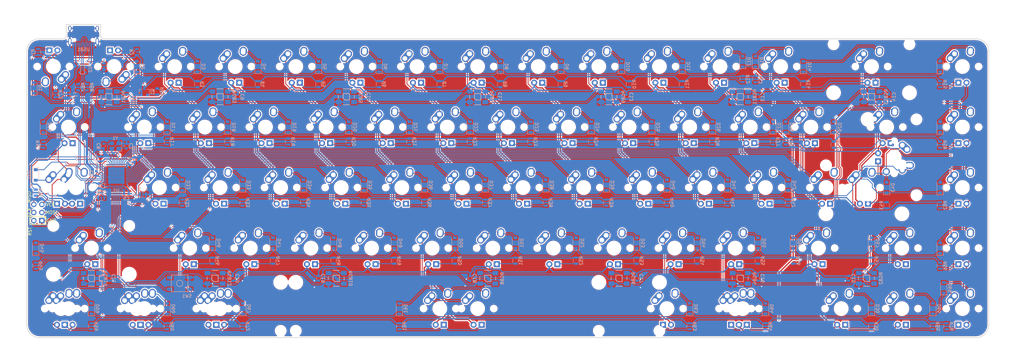
<source format=kicad_pcb>
(kicad_pcb (version 20171130) (host pcbnew "(5.1.5)-3")
  (layers (0 F.Cu signal) (31 B.Cu signal) (34 B.Paste user hide) (35 F.Paste user hide) (36 B.SilkS user hide) (37 F.SilkS user hide) (38 B.Mask user hide) (39 F.Mask user hide) (44 Edge.Cuts user))
  (net 0 "")
  (net 1 "Net-(D1-Pad2)")
  (net 2 "Net-(D2-Pad2)")
  (net 3 "Net-(D3-Pad2)")
  (net 4 "Net-(D4-Pad2)")
  (net 5 "Net-(D5-Pad2)")
  (net 6 "Net-(D6-Pad2)")
  (net 7 "Net-(D7-Pad2)")
  (net 8 "Net-(D8-Pad2)")
  (net 9 "Net-(D9-Pad2)")
  (net 10 "Net-(D10-Pad2)")
  (net 11 "Net-(D11-Pad2)")
  (net 12 "Net-(D12-Pad2)")
  (net 13 "Net-(D13-Pad2)")
  (net 14 "Net-(D14-Pad2)")
  (net 15 "Net-(D16-Pad2)")
  (net 16 "Net-(D17-Pad2)")
  (net 17 "Net-(D18-Pad2)")
  (net 18 "Net-(D19-Pad2)")
  (net 19 "Net-(D20-Pad2)")
  (net 20 "Net-(D21-Pad2)")
  (net 21 "Net-(D22-Pad2)")
  (net 22 "Net-(D23-Pad2)")
  (net 23 "Net-(D24-Pad2)")
  (net 24 "Net-(D25-Pad2)")
  (net 25 "Net-(D26-Pad2)")
  (net 26 "Net-(D27-Pad2)")
  (net 27 "Net-(D28-Pad2)")
  (net 28 "Net-(D29-Pad2)")
  (net 29 "Net-(D30-Pad2)")
  (net 30 "Net-(D31-Pad2)")
  (net 31 "Net-(D32-Pad2)")
  (net 32 "Net-(D33-Pad2)")
  (net 33 "Net-(D34-Pad2)")
  (net 34 "Net-(D35-Pad2)")
  (net 35 "Net-(D36-Pad2)")
  (net 36 "Net-(D37-Pad2)")
  (net 37 "Net-(D38-Pad2)")
  (net 38 "Net-(D39-Pad2)")
  (net 39 "Net-(D40-Pad2)")
  (net 40 "Net-(D41-Pad2)")
  (net 41 "Net-(D42-Pad2)")
  (net 42 "Net-(D43-Pad2)")
  (net 43 "Net-(D45-Pad2)")
  (net 44 "Net-(D46-Pad2)")
  (net 45 "Net-(D47-Pad2)")
  (net 46 "Net-(D48-Pad2)")
  (net 47 "Net-(D49-Pad2)")
  (net 48 "Net-(D50-Pad2)")
  (net 49 "Net-(D51-Pad2)")
  (net 50 "Net-(D52-Pad2)")
  (net 51 "Net-(D53-Pad2)")
  (net 52 "Net-(D54-Pad2)")
  (net 53 "Net-(D55-Pad2)")
  (net 54 "Net-(D56-Pad2)")
  (net 55 "Net-(D57-Pad2)")
  (net 56 "Net-(D58-Pad2)")
  (net 57 "Net-(D59-Pad2)")
  (net 58 "Net-(D60-Pad2)")
  (net 59 "Net-(D61-Pad2)")
  (net 60 "Net-(D62-Pad2)")
  (net 61 "Net-(D63-Pad2)")
  (net 62 "Net-(D64-Pad2)")
  (net 63 "Net-(D65-Pad2)")
  (net 64 "Net-(K_#1-Pad4)")
  (net 65 "Net-(K_#2-Pad4)")
  (net 66 "Net-(K_#3-Pad4)")
  (net 67 "Net-(K_#4-Pad4)")
  (net 68 "Net-(K_#5-Pad4)")
  (net 69 "Net-(K_#6-Pad4)")
  (net 70 "Net-(K_#7-Pad4)")
  (net 71 "Net-(K_#8-Pad4)")
  (net 72 "Net-(K_#9-Pad4)")
  (net 73 "Net-(K_#10-Pad4)")
  (net 74 "Net-(K_'1-Pad4)")
  (net 75 "Net-(K_,1-Pad4)")
  (net 76 "Net-(K_-1-Pad4)")
  (net 77 "Net-(K_.1-Pad4)")
  (net 78 "Net-(K_/1-Pad4)")
  (net 79 "Net-(K_;1-Pad4)")
  (net 80 "Net-(K_=1-Pad4)")
  (net 81 "Net-(K_A1-Pad4)")
  (net 82 "Net-(K_ALT1-Pad4)")
  (net 83 "Net-(K_B1-Pad4)")
  (net 84 "Net-(K_BACK1-Pad4)")
  (net 85 "Net-(K_C1-Pad4)")
  (net 86 "Net-(K_CAPS1-Pad4)")
  (net 87 "Net-(K_CTRL1-Pad4)")
  (net 88 "Net-(K_D1-Pad4)")
  (net 89 "Net-(K_E1-Pad4)")
  (net 90 "Net-(K_ENTER1-Pad4)")
  (net 91 "Net-(K_ESC1-Pad4)")
  (net 92 "Net-(K_F1-Pad4)")
  (net 93 "Net-(K_G1-Pad4)")
  (net 94 "Net-(K_H1-Pad4)")
  (net 95 "Net-(K_I1-Pad4)")
  (net 96 "Net-(K_J1-Pad4)")
  (net 97 "Net-(K_K1-Pad4)")
  (net 98 "Net-(K_L1-Pad4)")
  (net 99 "Net-(K_M1-Pad4)")
  (net 100 "Net-(K_N1-Pad4)")
  (net 101 "Net-(K_O1-Pad4)")
  (net 102 "Net-(K_P1-Pad4)")
  (net 103 "Net-(K_Q1-Pad4)")
  (net 104 "Net-(K_R1-Pad4)")
  (net 105 "Net-(K_S1-Pad4)")
  (net 106 "Net-(K_SHIFT1-Pad4)")
  (net 107 "Net-(K_SPACE1-Pad4)")
  (net 108 "Net-(K_T1-Pad4)")
  (net 109 "Net-(K_TAB1-Pad4)")
  (net 110 "Net-(K_U1-Pad4)")
  (net 111 "Net-(K_V1-Pad4)")
  (net 112 "Net-(K_W1-Pad4)")
  (net 113 "Net-(K_X1-Pad4)")
  (net 114 "Net-(K_Y1-Pad4)")
  (net 115 "Net-(K_Z1-Pad4)")
  (net 116 "Net-(K_[1-Pad4)")
  (net 117 "Net-(K_\\1-Pad4)")
  (net 118 "Net-(K_]1-Pad4)")
  (net 119 ROW0)
  (net 120 ROW1)
  (net 121 ROW2)
  (net 122 ROW3)
  (net 123 ROW4)
  (net 124 COL1)
  (net 125 +5V)
  (net 126 COL2)
  (net 127 COL3)
  (net 128 COL4)
  (net 129 COL5)
  (net 130 COL6)
  (net 131 COL7)
  (net 132 COL8)
  (net 133 COL9)
  (net 134 COL10)
  (net 135 COL11)
  (net 136 COL12)
  (net 137 COL13)
  (net 138 COL0)
  (net 139 LEDGND)
  (net 140 GND)
  (net 141 "Net-(R68-Pad2)")
  (net 142 "Net-(R67-Pad2)")
  (net 143 VCC)
  (net 144 "Net-(C6-Pad1)")
  (net 145 "Net-(C7-Pad1)")
  (net 146 "Net-(C8-Pad1)")
  (net 147 D-)
  (net 148 D+)
  (net 149 "Net-(Q1-Pad1)")
  (net 150 "Net-(R69-Pad2)")
  (net 151 "Net-(R70-Pad2)")
  (net 152 "Net-(R71-Pad2)")
  (net 153 "Net-(U1-Pad1)")
  (net 154 "Net-(U1-Pad8)")
  (net 155 "Net-(U1-Pad42)")
  (net 156 "Net-(D67-Pad2)")
  (net 157 "Net-(R73-Pad2)")
  (net 158 "Net-(R74-Pad2)")
  (net 159 "Net-(USB1-Pad9)")
  (net 160 "Net-(USB1-Pad3)")
  (net 161 "Net-(K_RALT2-Pad4)")
  (net 162 "Net-(K_RALT3-Pad4)")
  (net 163 "Net-(K_RCTRL2-Pad4)")
  (net 164 "Net-(K_RMENU2-Pad4)")
  (net 165 "Net-(K_WIN1-Pad4)")
  (net 166 "Net-(K_SRSHIFT2-Pad4)")
  (net 167 "Net-(RGB1-Pad2)")
  (net 168 RGBLED)
  (net 169 "Net-(RGB13-Pad2)")
  (net 170 "Net-(RGB2-Pad2)")
  (net 171 "Net-(RGB3-Pad2)")
  (net 172 "Net-(RGB4-Pad2)")
  (net 173 "Net-(RGB5-Pad2)")
  (net 174 "Net-(RGB6-Pad2)")
  (net 175 "Net-(RGB7-Pad2)")
  (net 176 "Net-(RGB10-Pad4)")
  (net 177 "Net-(RGB11-Pad4)")
  (net 178 "Net-(RGB10-Pad2)")
  (net 179 "Net-(RGB11-Pad2)")
  (net 180 "Net-(RGB12-Pad2)")
  (net 181 "Net-(RGB14-Pad2)")
  (net 182 "Net-(K_FNC1-Pad4)")
  (net 183 "Net-(D15-Pad2)")
  (net 184 "Net-(K_FNC2-Pad4)")
  (net 185 "Net-(K_FNC3-Pad4)")
  (net 186 "Net-(K_FNC4-Pad4)")
  (net 187 "Net-(D66-Pad2)")
  (net 188 "Net-(K_FNC5-Pad4)")
  (net 189 "Net-(D69-Pad2)")
  (net 190 CapLockLed)
  (net 191 COL14)
  (net 192 "Net-(K_SRSHIFT1-Pad4)")
  (module MX_Alps_Hybrid:MX-1U-FLIPPED (layer F.Cu) (at 317.5 50.8)
    (fp_text reference K_FNC2)
    (fp_text value MX-1U)
    (pad "" np_thru_hole circle (at 5.08 0 48.0996) (size 1.75 1.75) (drill 1.75) (layers *.Cu *.Mask))
    (pad "" np_thru_hole circle (at -5.08 0 48.0996) (size 1.75 1.75) (drill 1.75) (layers *.Cu *.Mask))
    (pad 4 thru_hole rect (at -1.27 5.08) (size 1.905 1.905) (drill 1.04) (layers *.Cu B.Mask) (net 184 "Net-(K_FNC2-Pad4)"))
    (pad 3 thru_hole circle (at 1.27 5.08) (size 1.905 1.905) (drill 1.04) (layers *.Cu B.Mask) (net 125 +5V))
    (pad 1 thru_hole circle (at -2.5 -4) (size 2.25 2.25) (drill 1.47) (layers *.Cu B.Mask) (net 191 COL14))
    (pad "" np_thru_hole circle (at 0 0) (size 3.9878 3.9878) (drill 3.9878) (layers *.Cu *.Mask))
    (pad 1 thru_hole oval (at -3.81 -2.54 48.0996) (size 4.211556 2.25) (drill 1.47 (offset 0.980778 0)) (layers *.Cu B.Mask) (net 191 COL14))
    (pad 2 thru_hole circle (at 2.54 -5.08) (size 2.25 2.25) (drill 1.47) (layers *.Cu B.Mask) (net 56 "Net-(D58-Pad2)"))
    (pad 2 thru_hole oval (at 2.5 -4.5 86.0548) (size 2.831378 2.25) (drill 1.47 (offset 0.290689 0)) (layers *.Cu B.Mask) (net 56 "Net-(D58-Pad2)"))
  )
  (module MX_Alps_Hybrid:MX-1U-FLIPPED (layer F.Cu) (at 317.5 107.95)
    (fp_text reference K_FNC5)
    (fp_text value MX-1U)
    (pad "" np_thru_hole circle (at 5.08 0 48.0996) (size 1.75 1.75) (drill 1.75) (layers *.Cu *.Mask))
    (pad "" np_thru_hole circle (at -5.08 0 48.0996) (size 1.75 1.75) (drill 1.75) (layers *.Cu *.Mask))
    (pad 4 thru_hole rect (at -1.27 5.08) (size 1.905 1.905) (drill 1.04) (layers *.Cu B.Mask) (net 188 "Net-(K_FNC5-Pad4)"))
    (pad 3 thru_hole circle (at 1.27 5.08) (size 1.905 1.905) (drill 1.04) (layers *.Cu B.Mask) (net 125 +5V))
    (pad 1 thru_hole circle (at -2.5 -4) (size 2.25 2.25) (drill 1.47) (layers *.Cu B.Mask) (net 191 COL14))
    (pad "" np_thru_hole circle (at 0 0) (size 3.9878 3.9878) (drill 3.9878) (layers *.Cu *.Mask))
    (pad 1 thru_hole oval (at -3.81 -2.54 48.0996) (size 4.211556 2.25) (drill 1.47 (offset 0.980778 0)) (layers *.Cu B.Mask) (net 191 COL14))
    (pad 2 thru_hole circle (at 2.54 -5.08) (size 2.25 2.25) (drill 1.47) (layers *.Cu B.Mask) (net 189 "Net-(D69-Pad2)"))
    (pad 2 thru_hole oval (at 2.5 -4.5 86.0548) (size 2.831378 2.25) (drill 1.47 (offset 0.290689 0)) (layers *.Cu B.Mask) (net 189 "Net-(D69-Pad2)"))
  )
  (module MX_Alps_Hybrid:MX-1U-FLIPPED (layer F.Cu) (at 317.5 88.9)
    (fp_text reference K_FNC4)
    (fp_text value MX-1U)
    (pad "" np_thru_hole circle (at 5.08 0 48.0996) (size 1.75 1.75) (drill 1.75) (layers *.Cu *.Mask))
    (pad "" np_thru_hole circle (at -5.08 0 48.0996) (size 1.75 1.75) (drill 1.75) (layers *.Cu *.Mask))
    (pad 4 thru_hole rect (at -1.27 5.08) (size 1.905 1.905) (drill 1.04) (layers *.Cu B.Mask) (net 186 "Net-(K_FNC4-Pad4)"))
    (pad 3 thru_hole circle (at 1.27 5.08) (size 1.905 1.905) (drill 1.04) (layers *.Cu B.Mask) (net 125 +5V))
    (pad 1 thru_hole circle (at -2.5 -4) (size 2.25 2.25) (drill 1.47) (layers *.Cu B.Mask) (net 191 COL14))
    (pad "" np_thru_hole circle (at 0 0) (size 3.9878 3.9878) (drill 3.9878) (layers *.Cu *.Mask))
    (pad 1 thru_hole oval (at -3.81 -2.54 48.0996) (size 4.211556 2.25) (drill 1.47 (offset 0.980778 0)) (layers *.Cu B.Mask) (net 191 COL14))
    (pad 2 thru_hole circle (at 2.54 -5.08) (size 2.25 2.25) (drill 1.47) (layers *.Cu B.Mask) (net 187 "Net-(D66-Pad2)"))
    (pad 2 thru_hole oval (at 2.5 -4.5 86.0548) (size 2.831378 2.25) (drill 1.47 (offset 0.290689 0)) (layers *.Cu B.Mask) (net 187 "Net-(D66-Pad2)"))
  )
  (module MX_Alps_Hybrid:MX-1U-FLIPPED (layer F.Cu) (at 317.5 69.85)
    (fp_text reference K_FNC3)
    (fp_text value MX-1U)
    (pad "" np_thru_hole circle (at 5.08 0 48.0996) (size 1.75 1.75) (drill 1.75) (layers *.Cu *.Mask))
    (pad "" np_thru_hole circle (at -5.08 0 48.0996) (size 1.75 1.75) (drill 1.75) (layers *.Cu *.Mask))
    (pad 4 thru_hole rect (at -1.27 5.08) (size 1.905 1.905) (drill 1.04) (layers *.Cu B.Mask) (net 185 "Net-(K_FNC3-Pad4)"))
    (pad 3 thru_hole circle (at 1.27 5.08) (size 1.905 1.905) (drill 1.04) (layers *.Cu B.Mask) (net 125 +5V))
    (pad 1 thru_hole circle (at -2.5 -4) (size 2.25 2.25) (drill 1.47) (layers *.Cu B.Mask) (net 191 COL14))
    (pad "" np_thru_hole circle (at 0 0) (size 3.9878 3.9878) (drill 3.9878) (layers *.Cu *.Mask))
    (pad 1 thru_hole oval (at -3.81 -2.54 48.0996) (size 4.211556 2.25) (drill 1.47 (offset 0.980778 0)) (layers *.Cu B.Mask) (net 191 COL14))
    (pad 2 thru_hole circle (at 2.54 -5.08) (size 2.25 2.25) (drill 1.47) (layers *.Cu B.Mask) (net 60 "Net-(D62-Pad2)"))
    (pad 2 thru_hole oval (at 2.5 -4.5 86.0548) (size 2.831378 2.25) (drill 1.47 (offset 0.290689 0)) (layers *.Cu B.Mask) (net 60 "Net-(D62-Pad2)"))
  )
  (module MX_Alps_Hybrid:MX-1U-FLIPPED (layer F.Cu) (at 317.5 31.75)
    (fp_text reference K_FNC1)
    (fp_text value MX-1U)
    (pad "" np_thru_hole circle (at 5.08 0 48.0996) (size 1.75 1.75) (drill 1.75) (layers *.Cu *.Mask))
    (pad "" np_thru_hole circle (at -5.08 0 48.0996) (size 1.75 1.75) (drill 1.75) (layers *.Cu *.Mask))
    (pad 4 thru_hole rect (at -1.27 5.08) (size 1.905 1.905) (drill 1.04) (layers *.Cu B.Mask) (net 182 "Net-(K_FNC1-Pad4)"))
    (pad 3 thru_hole circle (at 1.27 5.08) (size 1.905 1.905) (drill 1.04) (layers *.Cu B.Mask) (net 125 +5V))
    (pad 1 thru_hole circle (at -2.5 -4) (size 2.25 2.25) (drill 1.47) (layers *.Cu B.Mask) (net 191 COL14))
    (pad "" np_thru_hole circle (at 0 0) (size 3.9878 3.9878) (drill 3.9878) (layers *.Cu *.Mask))
    (pad 1 thru_hole oval (at -3.81 -2.54 48.0996) (size 4.211556 2.25) (drill 1.47 (offset 0.980778 0)) (layers *.Cu B.Mask) (net 191 COL14))
    (pad 2 thru_hole circle (at 2.54 -5.08) (size 2.25 2.25) (drill 1.47) (layers *.Cu B.Mask) (net 183 "Net-(D15-Pad2)"))
    (pad 2 thru_hole oval (at 2.5 -4.5 86.0548) (size 2.831378 2.25) (drill 1.47 (offset 0.290689 0)) (layers *.Cu B.Mask) (net 183 "Net-(D15-Pad2)"))
  )
  (module Crystal:Crystal_SMD_3225-4Pin_3.2x2.5mm (layer B.Cu) (at 51.181 56.769 180)
    (fp_text reference Y1 (at 0 2.45) (layer B.SilkS) (effects (justify mirror)))
    (fp_text value 16Mhz)
    (pad 4 smd rect (at -1.1 0.85 180) (size 1.4 1.2) (layers B.Cu B.Paste B.Mask) (net 140 GND))
    (pad 3 smd rect (at 1.1 0.85 180) (size 1.4 1.2) (layers B.Cu B.Paste B.Mask) (net 146 "Net-(C8-Pad1)"))
    (pad 2 smd rect (at 1.1 -0.85 180) (size 1.4 1.2) (layers B.Cu B.Paste B.Mask) (net 140 GND))
    (pad 1 smd rect (at -1.1 -0.85 180) (size 1.4 1.2) (layers B.Cu B.Paste B.Mask) (net 145 "Net-(C7-Pad1)"))
  )
  (module random-keyboard-parts:R_0805 (layer B.Cu) (at 312.55 113.52 90)
    (fp_text reference R76 (at 0 1.65 90) (layer B.SilkS) (effects (justify mirror)))
    (fp_text value 1k)
    (pad 1 smd rect (at -0.95 0 90) (size 0.7 1.3) (layers B.Cu B.Paste B.Mask) (net 188 "Net-(K_FNC5-Pad4)"))
    (pad 2 smd rect (at 0.95 0 90) (size 0.7 1.3) (layers B.Cu B.Paste B.Mask) (net 139 LEDGND))
  )
  (module random-keyboard-parts:R_0805 (layer B.Cu) (at 47.625 31.75 90)
    (fp_text reference R74 (at 0 1.65 90) (layer B.SilkS) (effects (justify mirror)))
    (fp_text value 5.1k)
    (pad 1 smd rect (at -0.95 0 90) (size 0.7 1.3) (layers B.Cu B.Paste B.Mask) (net 140 GND))
    (pad 2 smd rect (at 0.95 0 90) (size 0.7 1.3) (layers B.Cu B.Paste B.Mask) (net 158 "Net-(R74-Pad2)"))
  )
  (module random-keyboard-parts:R_0805 (layer B.Cu) (at 32.385 40.48125 90)
    (fp_text reference R73 (at 0 1.65 90) (layer B.SilkS) (effects (justify mirror)))
    (fp_text value 5.1k)
    (pad 1 smd rect (at -0.95 0 90) (size 0.7 1.3) (layers B.Cu B.Paste B.Mask) (net 140 GND))
    (pad 2 smd rect (at 0.95 0 90) (size 0.7 1.3) (layers B.Cu B.Paste B.Mask) (net 157 "Net-(R73-Pad2)"))
  )
  (module random-keyboard-parts:R_0805 (layer B.Cu) (at 91.28125 113.50625 90)
    (fp_text reference R72 (at 0 1.65 90) (layer B.SilkS) (effects (justify mirror)))
    (fp_text value 1k)
    (pad 1 smd rect (at -0.95 0 90) (size 0.7 1.3) (layers B.Cu B.Paste B.Mask) (net 82 "Net-(K_ALT1-Pad4)"))
    (pad 2 smd rect (at 0.95 0 90) (size 0.7 1.3) (layers B.Cu B.Paste B.Mask) (net 139 LEDGND))
  )
  (module random-keyboard-parts:R_0805 (layer B.Cu) (at 59.944 72.009 180)
    (fp_text reference R71 (at 0 1.65) (layer B.SilkS) (effects (justify mirror)))
    (fp_text value 1k)
    (pad 1 smd rect (at -0.95 0 180) (size 0.7 1.3) (layers B.Cu B.Paste B.Mask) (net 140 GND))
    (pad 2 smd rect (at 0.95 0 180) (size 0.7 1.3) (layers B.Cu B.Paste B.Mask) (net 152 "Net-(R71-Pad2)"))
  )
  (module random-keyboard-parts:R_0805 (layer B.Cu) (at 46.83125 73.025 180)
    (fp_text reference R70 (at 0 1.65) (layer B.SilkS) (effects (justify mirror)))
    (fp_text value 10k)
    (pad 1 smd rect (at -0.95 0 180) (size 0.7 1.3) (layers B.Cu B.Paste B.Mask) (net 125 +5V))
    (pad 2 smd rect (at 0.95 0 180) (size 0.7 1.3) (layers B.Cu B.Paste B.Mask) (net 151 "Net-(R70-Pad2)"))
  )
  (module random-keyboard-parts:R_0805 (layer B.Cu) (at 64.389 39.624 90)
    (fp_text reference R69 (at 0 1.65 90) (layer B.SilkS) (effects (justify mirror)))
    (fp_text value 1k)
    (pad 1 smd rect (at -0.95 0 90) (size 0.7 1.3) (layers B.Cu B.Paste B.Mask) (net 149 "Net-(Q1-Pad1)"))
    (pad 2 smd rect (at 0.95 0 90) (size 0.7 1.3) (layers B.Cu B.Paste B.Mask) (net 150 "Net-(R69-Pad2)"))
  )
  (module random-keyboard-parts:R_0805 (layer B.Cu) (at 42.291 38.227 90)
    (fp_text reference R68 (at 0 1.65 90) (layer B.SilkS) (effects (justify mirror)))
    (fp_text value 22)
    (pad 1 smd rect (at -0.95 0 90) (size 0.7 1.3) (layers B.Cu B.Paste B.Mask) (net 148 D+))
    (pad 2 smd rect (at 0.95 0 90) (size 0.7 1.3) (layers B.Cu B.Paste B.Mask) (net 141 "Net-(R68-Pad2)"))
  )
  (module random-keyboard-parts:R_0805 (layer B.Cu) (at 39.497 38.227 90)
    (fp_text reference R67 (at 0 1.65 90) (layer B.SilkS) (effects (justify mirror)))
    (fp_text value 22)
    (pad 1 smd rect (at -0.95 0 90) (size 0.7 1.3) (layers B.Cu B.Paste B.Mask) (net 147 D-))
    (pad 2 smd rect (at 0.95 0 90) (size 0.7 1.3) (layers B.Cu B.Paste B.Mask) (net 142 "Net-(R67-Pad2)"))
  )
  (module random-keyboard-parts:R_0805 (layer B.Cu) (at 310.4925 94.45625 90)
    (fp_text reference R66 (at 0 1.65 90) (layer B.SilkS) (effects (justify mirror)))
    (fp_text value 1k)
    (pad 1 smd rect (at -0.95 0 90) (size 0.7 1.3) (layers B.Cu B.Paste B.Mask) (net 186 "Net-(K_FNC4-Pad4)"))
    (pad 2 smd rect (at 0.95 0 90) (size 0.7 1.3) (layers B.Cu B.Paste B.Mask) (net 139 LEDGND))
  )
  (module random-keyboard-parts:R_0805 (layer B.Cu) (at 308.2125 113.50625 90)
    (fp_text reference R65 (at 0 1.65 90) (layer B.SilkS) (effects (justify mirror)))
    (fp_text value 1k)
    (pad 1 smd rect (at -0.95 0 90) (size 0.7 1.3) (layers B.Cu B.Paste B.Mask) (net 163 "Net-(K_RCTRL2-Pad4)"))
    (pad 2 smd rect (at 0.95 0 90) (size 0.7 1.3) (layers B.Cu B.Paste B.Mask) (net 139 LEDGND))
  )
  (module random-keyboard-parts:R_0805 (layer B.Cu) (at 255.5875 113.50625 90)
    (fp_text reference R64 (at 0 1.65 90) (layer B.SilkS) (effects (justify mirror)))
    (fp_text value 1k)
    (pad 1 smd rect (at -0.95 0 90) (size 0.7 1.3) (layers B.Cu B.Paste B.Mask) (net 162 "Net-(K_RALT3-Pad4)"))
    (pad 2 smd rect (at 0.95 0 90) (size 0.7 1.3) (layers B.Cu B.Paste B.Mask) (net 139 LEDGND))
  )
  (module random-keyboard-parts:R_0805 (layer B.Cu) (at 231.775 113.50625 90)
    (fp_text reference R63 (at 0 1.65 90) (layer B.SilkS) (effects (justify mirror)))
    (fp_text value 1k)
    (pad 1 smd rect (at -0.95 0 90) (size 0.7 1.3) (layers B.Cu B.Paste B.Mask) (net 161 "Net-(K_RALT2-Pad4)"))
    (pad 2 smd rect (at 0.95 0 90) (size 0.7 1.3) (layers B.Cu B.Paste B.Mask) (net 139 LEDGND))
  )
  (module random-keyboard-parts:R_0805 (layer B.Cu) (at 310.4925 75.40625 90)
    (fp_text reference R62 (at 0 1.65 90) (layer B.SilkS) (effects (justify mirror)))
    (fp_text value 1k)
    (pad 1 smd rect (at -0.95 0 90) (size 0.7 1.3) (layers B.Cu B.Paste B.Mask) (net 185 "Net-(K_FNC3-Pad4)"))
    (pad 2 smd rect (at 0.95 0 90) (size 0.7 1.3) (layers B.Cu B.Paste B.Mask) (net 139 LEDGND))
  )
  (module random-keyboard-parts:R_0805 (layer B.Cu) (at 140.49375 113.50625 90)
    (fp_text reference R61 (at 0 1.65 90) (layer B.SilkS) (effects (justify mirror)))
    (fp_text value 1k)
    (pad 1 smd rect (at -0.95 0 90) (size 0.7 1.3) (layers B.Cu B.Paste B.Mask) (net 107 "Net-(K_SPACE1-Pad4)"))
    (pad 2 smd rect (at 0.95 0 90) (size 0.7 1.3) (layers B.Cu B.Paste B.Mask) (net 139 LEDGND))
  )
  (module random-keyboard-parts:R_0805 (layer B.Cu) (at 67.46875 113.50625 90)
    (fp_text reference R60 (at 0 1.65 90) (layer B.SilkS) (effects (justify mirror)))
    (fp_text value 1k)
    (pad 1 smd rect (at -0.95 0 90) (size 0.7 1.3) (layers B.Cu B.Paste B.Mask) (net 165 "Net-(K_WIN1-Pad4)"))
    (pad 2 smd rect (at 0.95 0 90) (size 0.7 1.3) (layers B.Cu B.Paste B.Mask) (net 139 LEDGND))
  )
  (module random-keyboard-parts:R_0805 (layer B.Cu) (at 43.65625 113.50625 90)
    (fp_text reference R59 (at 0 1.65 90) (layer B.SilkS) (effects (justify mirror)))
    (fp_text value 1k)
    (pad 1 smd rect (at -0.95 0 90) (size 0.7 1.3) (layers B.Cu B.Paste B.Mask) (net 87 "Net-(K_CTRL1-Pad4)"))
    (pad 2 smd rect (at 0.95 0 90) (size 0.7 1.3) (layers B.Cu B.Paste B.Mask) (net 139 LEDGND))
  )
  (module random-keyboard-parts:R_0805 (layer B.Cu) (at 310.4925 56.35625 90)
    (fp_text reference R58 (at 0 1.65 90) (layer B.SilkS) (effects (justify mirror)))
    (fp_text value 1k)
    (pad 1 smd rect (at -0.95 0 90) (size 0.7 1.3) (layers B.Cu B.Paste B.Mask) (net 184 "Net-(K_FNC2-Pad4)"))
    (pad 2 smd rect (at 0.95 0 90) (size 0.7 1.3) (layers B.Cu B.Paste B.Mask) (net 139 LEDGND))
  )
  (module random-keyboard-parts:R_0805 (layer B.Cu) (at 288.925 92.86875 90)
    (fp_text reference R57 (at 0 1.65 90) (layer B.SilkS) (effects (justify mirror)))
    (fp_text value 1k)
    (pad 1 smd rect (at -0.95 0 90) (size 0.7 1.3) (layers B.Cu B.Paste B.Mask) (net 166 "Net-(K_SRSHIFT2-Pad4)"))
    (pad 2 smd rect (at 0.95 0 90) (size 0.7 1.3) (layers B.Cu B.Paste B.Mask) (net 139 LEDGND))
  )
  (module random-keyboard-parts:R_0805 (layer B.Cu) (at 264.31875 92.86875 90)
    (fp_text reference R56 (at 0 1.65 90) (layer B.SilkS) (effects (justify mirror)))
    (fp_text value 1k)
    (pad 1 smd rect (at -0.95 0 90) (size 0.7 1.3) (layers B.Cu B.Paste B.Mask) (net 192 "Net-(K_SRSHIFT1-Pad4)"))
    (pad 2 smd rect (at 0.95 0 90) (size 0.7 1.3) (layers B.Cu B.Paste B.Mask) (net 139 LEDGND))
  )
  (module random-keyboard-parts:R_0805 (layer B.Cu) (at 253.20625 92.86875 90)
    (fp_text reference R55 (at 0 1.65 90) (layer B.SilkS) (effects (justify mirror)))
    (fp_text value 1k)
    (pad 1 smd rect (at -0.95 0 90) (size 0.7 1.3) (layers B.Cu B.Paste B.Mask) (net 78 "Net-(K_/1-Pad4)"))
    (pad 2 smd rect (at 0.95 0 90) (size 0.7 1.3) (layers B.Cu B.Paste B.Mask) (net 139 LEDGND))
  )
  (module random-keyboard-parts:R_0805 (layer B.Cu) (at 234.15625 92.86875 90)
    (fp_text reference R54 (at 0 1.65 90) (layer B.SilkS) (effects (justify mirror)))
    (fp_text value 1k)
    (pad 1 smd rect (at -0.95 0 90) (size 0.7 1.3) (layers B.Cu B.Paste B.Mask) (net 77 "Net-(K_.1-Pad4)"))
    (pad 2 smd rect (at 0.95 0 90) (size 0.7 1.3) (layers B.Cu B.Paste B.Mask) (net 139 LEDGND))
  )
  (module random-keyboard-parts:R_0805 (layer B.Cu) (at 215.10625 92.86875 90)
    (fp_text reference R53 (at 0 1.65 90) (layer B.SilkS) (effects (justify mirror)))
    (fp_text value 1k)
    (pad 1 smd rect (at -0.95 0 90) (size 0.7 1.3) (layers B.Cu B.Paste B.Mask) (net 75 "Net-(K_,1-Pad4)"))
    (pad 2 smd rect (at 0.95 0 90) (size 0.7 1.3) (layers B.Cu B.Paste B.Mask) (net 139 LEDGND))
  )
  (module random-keyboard-parts:R_0805 (layer B.Cu) (at 196.05625 92.86875 90)
    (fp_text reference R52 (at 0 1.65 90) (layer B.SilkS) (effects (justify mirror)))
    (fp_text value 1k)
    (pad 1 smd rect (at -0.95 0 90) (size 0.7 1.3) (layers B.Cu B.Paste B.Mask) (net 99 "Net-(K_M1-Pad4)"))
    (pad 2 smd rect (at 0.95 0 90) (size 0.7 1.3) (layers B.Cu B.Paste B.Mask) (net 139 LEDGND))
  )
  (module random-keyboard-parts:R_0805 (layer B.Cu) (at 177.00625 92.86875 90)
    (fp_text reference R51 (at 0 1.65 90) (layer B.SilkS) (effects (justify mirror)))
    (fp_text value 1k)
    (pad 1 smd rect (at -0.95 0 90) (size 0.7 1.3) (layers B.Cu B.Paste B.Mask) (net 100 "Net-(K_N1-Pad4)"))
    (pad 2 smd rect (at 0.95 0 90) (size 0.7 1.3) (layers B.Cu B.Paste B.Mask) (net 139 LEDGND))
  )
  (module random-keyboard-parts:R_0805 (layer B.Cu) (at 157.95625 92.86875 90)
    (fp_text reference R50 (at 0 1.65 90) (layer B.SilkS) (effects (justify mirror)))
    (fp_text value 1k)
    (pad 1 smd rect (at -0.95 0 90) (size 0.7 1.3) (layers B.Cu B.Paste B.Mask) (net 83 "Net-(K_B1-Pad4)"))
    (pad 2 smd rect (at 0.95 0 90) (size 0.7 1.3) (layers B.Cu B.Paste B.Mask) (net 139 LEDGND))
  )
  (module random-keyboard-parts:R_0805 (layer B.Cu) (at 138.90625 92.86875 90)
    (fp_text reference R49 (at 0 1.65 90) (layer B.SilkS) (effects (justify mirror)))
    (fp_text value 1k)
    (pad 1 smd rect (at -0.95 0 90) (size 0.7 1.3) (layers B.Cu B.Paste B.Mask) (net 111 "Net-(K_V1-Pad4)"))
    (pad 2 smd rect (at 0.95 0 90) (size 0.7 1.3) (layers B.Cu B.Paste B.Mask) (net 139 LEDGND))
  )
  (module random-keyboard-parts:R_0805 (layer B.Cu) (at 119.85625 92.86875 90)
    (fp_text reference R48 (at 0 1.65 90) (layer B.SilkS) (effects (justify mirror)))
    (fp_text value 1k)
    (pad 1 smd rect (at -0.95 0 90) (size 0.7 1.3) (layers B.Cu B.Paste B.Mask) (net 85 "Net-(K_C1-Pad4)"))
    (pad 2 smd rect (at 0.95 0 90) (size 0.7 1.3) (layers B.Cu B.Paste B.Mask) (net 139 LEDGND))
  )
  (module random-keyboard-parts:R_0805 (layer B.Cu) (at 100.80625 92.86875 90)
    (fp_text reference R47 (at 0 1.65 90) (layer B.SilkS) (effects (justify mirror)))
    (fp_text value 1k)
    (pad 1 smd rect (at -0.95 0 90) (size 0.7 1.3) (layers B.Cu B.Paste B.Mask) (net 113 "Net-(K_X1-Pad4)"))
    (pad 2 smd rect (at 0.95 0 90) (size 0.7 1.3) (layers B.Cu B.Paste B.Mask) (net 139 LEDGND))
  )
  (module random-keyboard-parts:R_0805 (layer B.Cu) (at 81.75625 92.86875 90)
    (fp_text reference R46 (at 0 1.65 90) (layer B.SilkS) (effects (justify mirror)))
    (fp_text value 1k)
    (pad 1 smd rect (at -0.95 0 90) (size 0.7 1.3) (layers B.Cu B.Paste B.Mask) (net 115 "Net-(K_Z1-Pad4)"))
    (pad 2 smd rect (at 0.95 0 90) (size 0.7 1.3) (layers B.Cu B.Paste B.Mask) (net 139 LEDGND))
  )
  (module random-keyboard-parts:R_0805 (layer B.Cu) (at 26.19375 94.45625 90)
    (fp_text reference R45 (at 0 1.65 90) (layer B.SilkS) (effects (justify mirror)))
    (fp_text value 1k)
    (pad 1 smd rect (at -0.95 0 90) (size 0.7 1.3) (layers B.Cu B.Paste B.Mask) (net 106 "Net-(K_SHIFT1-Pad4)"))
    (pad 2 smd rect (at 0.95 0 90) (size 0.7 1.3) (layers B.Cu B.Paste B.Mask) (net 139 LEDGND))
  )
  (module random-keyboard-parts:R_0805 (layer B.Cu) (at 293.6875 75.40625 270)
    (fp_text reference R43 (at 0 1.65 90) (layer B.SilkS) (effects (justify mirror)))
    (fp_text value 1k)
    (pad 1 smd rect (at -0.95 0 270) (size 0.7 1.3) (layers B.Cu B.Paste B.Mask) (net 90 "Net-(K_ENTER1-Pad4)"))
    (pad 2 smd rect (at 0.95 0 270) (size 0.7 1.3) (layers B.Cu B.Paste B.Mask) (net 139 LEDGND))
  )
  (module random-keyboard-parts:R_0805 (layer B.Cu) (at 262.73125 74.6125 90)
    (fp_text reference R42 (at 0 1.65 90) (layer B.SilkS) (effects (justify mirror)))
    (fp_text value 1k)
    (pad 1 smd rect (at -0.95 0 90) (size 0.7 1.3) (layers B.Cu B.Paste B.Mask) (net 74 "Net-(K_'1-Pad4)"))
    (pad 2 smd rect (at 0.95 0 90) (size 0.7 1.3) (layers B.Cu B.Paste B.Mask) (net 139 LEDGND))
  )
  (module random-keyboard-parts:R_0805 (layer B.Cu) (at 243.68125 74.6125 90)
    (fp_text reference R41 (at 0 1.65 90) (layer B.SilkS) (effects (justify mirror)))
    (fp_text value 1k)
    (pad 1 smd rect (at -0.95 0 90) (size 0.7 1.3) (layers B.Cu B.Paste B.Mask) (net 79 "Net-(K_;1-Pad4)"))
    (pad 2 smd rect (at 0.95 0 90) (size 0.7 1.3) (layers B.Cu B.Paste B.Mask) (net 139 LEDGND))
  )
  (module random-keyboard-parts:R_0805 (layer B.Cu) (at 224.63125 74.6125 90)
    (fp_text reference R40 (at 0 1.65 90) (layer B.SilkS) (effects (justify mirror)))
    (fp_text value 1k)
    (pad 1 smd rect (at -0.95 0 90) (size 0.7 1.3) (layers B.Cu B.Paste B.Mask) (net 98 "Net-(K_L1-Pad4)"))
    (pad 2 smd rect (at 0.95 0 90) (size 0.7 1.3) (layers B.Cu B.Paste B.Mask) (net 139 LEDGND))
  )
  (module random-keyboard-parts:R_0805 (layer B.Cu) (at 205.58125 74.6125 90)
    (fp_text reference R39 (at 0 1.65 90) (layer B.SilkS) (effects (justify mirror)))
    (fp_text value 1k)
    (pad 1 smd rect (at -0.95 0 90) (size 0.7 1.3) (layers B.Cu B.Paste B.Mask) (net 97 "Net-(K_K1-Pad4)"))
    (pad 2 smd rect (at 0.95 0 90) (size 0.7 1.3) (layers B.Cu B.Paste B.Mask) (net 139 LEDGND))
  )
  (module random-keyboard-parts:R_0805 (layer B.Cu) (at 186.53125 74.6125 90)
    (fp_text reference R38 (at 0 1.65 90) (layer B.SilkS) (effects (justify mirror)))
    (fp_text value 1k)
    (pad 1 smd rect (at -0.95 0 90) (size 0.7 1.3) (layers B.Cu B.Paste B.Mask) (net 96 "Net-(K_J1-Pad4)"))
    (pad 2 smd rect (at 0.95 0 90) (size 0.7 1.3) (layers B.Cu B.Paste B.Mask) (net 139 LEDGND))
  )
  (module random-keyboard-parts:R_0805 (layer B.Cu) (at 167.48125 74.6125 90)
    (fp_text reference R37 (at 0 1.65 90) (layer B.SilkS) (effects (justify mirror)))
    (fp_text value 1k)
    (pad 1 smd rect (at -0.95 0 90) (size 0.7 1.3) (layers B.Cu B.Paste B.Mask) (net 94 "Net-(K_H1-Pad4)"))
    (pad 2 smd rect (at 0.95 0 90) (size 0.7 1.3) (layers B.Cu B.Paste B.Mask) (net 139 LEDGND))
  )
  (module random-keyboard-parts:R_0805 (layer B.Cu) (at 148.43125 74.6125 90)
    (fp_text reference R36 (at 0 1.65 90) (layer B.SilkS) (effects (justify mirror)))
    (fp_text value 1k)
    (pad 2 smd rect (at 0.95 0 90) (size 0.7 1.3) (layers B.Cu B.Paste B.Mask) (net 139 LEDGND))
    (pad 1 smd rect (at -0.95 0 90) (size 0.7 1.3) (layers B.Cu B.Paste B.Mask) (net 93 "Net-(K_G1-Pad4)"))
  )
  (module random-keyboard-parts:R_0805 (layer B.Cu) (at 129.38125 74.6125 90)
    (fp_text reference R35 (at 0 1.65 90) (layer B.SilkS) (effects (justify mirror)))
    (fp_text value 1k)
    (pad 1 smd rect (at -0.95 0 90) (size 0.7 1.3) (layers B.Cu B.Paste B.Mask) (net 92 "Net-(K_F1-Pad4)"))
    (pad 2 smd rect (at 0.95 0 90) (size 0.7 1.3) (layers B.Cu B.Paste B.Mask) (net 139 LEDGND))
  )
  (module random-keyboard-parts:R_0805 (layer B.Cu) (at 110.33125 74.6125 90)
    (fp_text reference R34 (at 0 1.65 90) (layer B.SilkS) (effects (justify mirror)))
    (fp_text value 1k)
    (pad 1 smd rect (at -0.95 0 90) (size 0.7 1.3) (layers B.Cu B.Paste B.Mask) (net 88 "Net-(K_D1-Pad4)"))
    (pad 2 smd rect (at 0.95 0 90) (size 0.7 1.3) (layers B.Cu B.Paste B.Mask) (net 139 LEDGND))
  )
  (module random-keyboard-parts:R_0805 (layer B.Cu) (at 91.28125 74.6125 90)
    (fp_text reference R33 (at 0 1.65 90) (layer B.SilkS) (effects (justify mirror)))
    (fp_text value 1k)
    (pad 1 smd rect (at -0.95 0 90) (size 0.7 1.3) (layers B.Cu B.Paste B.Mask) (net 105 "Net-(K_S1-Pad4)"))
    (pad 2 smd rect (at 0.95 0 90) (size 0.7 1.3) (layers B.Cu B.Paste B.Mask) (net 139 LEDGND))
  )
  (module random-keyboard-parts:R_0805 (layer B.Cu) (at 72.23125 74.6125 90)
    (fp_text reference R32 (at 0 1.65 90) (layer B.SilkS) (effects (justify mirror)))
    (fp_text value 1k)
    (pad 1 smd rect (at -0.95 0 90) (size 0.7 1.3) (layers B.Cu B.Paste B.Mask) (net 81 "Net-(K_A1-Pad4)"))
    (pad 2 smd rect (at 0.95 0 90) (size 0.7 1.3) (layers B.Cu B.Paste B.Mask) (net 139 LEDGND))
  )
  (module random-keyboard-parts:R_0805 (layer B.Cu) (at 26.19375 71.4375 90)
    (fp_text reference R31 (at 0 1.65 90) (layer B.SilkS) (effects (justify mirror)))
    (fp_text value 1k)
    (pad 1 smd rect (at -0.95 0 90) (size 0.7 1.3) (layers B.Cu B.Paste B.Mask) (net 86 "Net-(K_CAPS1-Pad4)"))
    (pad 2 smd rect (at 0.95 0 90) (size 0.7 1.3) (layers B.Cu B.Paste B.Mask) (net 190 CapLockLed))
  )
  (module random-keyboard-parts:R_0805 (layer B.Cu) (at 288.9 113.50625 90)
    (fp_text reference R30 (at 0 1.65 90) (layer B.SilkS) (effects (justify mirror)))
    (fp_text value 1k)
    (pad 1 smd rect (at -0.95 0 90) (size 0.7 1.3) (layers B.Cu B.Paste B.Mask) (net 164 "Net-(K_RMENU2-Pad4)"))
    (pad 2 smd rect (at 0.95 0 90) (size 0.7 1.3) (layers B.Cu B.Paste B.Mask) (net 139 LEDGND))
  )
  (module random-keyboard-parts:R_0805 (layer B.Cu) (at 277.01875 56.35625 90)
    (fp_text reference R29 (at 0 1.65 90) (layer B.SilkS) (effects (justify mirror)))
    (fp_text value 1k)
    (pad 1 smd rect (at -0.95 0 90) (size 0.7 1.3) (layers B.Cu B.Paste B.Mask) (net 117 "Net-(K_\\1-Pad4)"))
    (pad 2 smd rect (at 0.95 0 90) (size 0.7 1.3) (layers B.Cu B.Paste B.Mask) (net 139 LEDGND))
  )
  (module random-keyboard-parts:R_0805 (layer B.Cu) (at 261.96875 55.35625 90)
    (fp_text reference R28 (at 0 1.65 90) (layer B.SilkS) (effects (justify mirror)))
    (fp_text value 1k)
    (pad 1 smd rect (at -0.95 0 90) (size 0.7 1.3) (layers B.Cu B.Paste B.Mask) (net 118 "Net-(K_]1-Pad4)"))
    (pad 2 smd rect (at 0.95 0 90) (size 0.7 1.3) (layers B.Cu B.Paste B.Mask) (net 139 LEDGND))
  )
  (module random-keyboard-parts:R_0805 (layer B.Cu) (at 257.96875 55.35625 90)
    (fp_text reference R27 (at 0 1.65 90) (layer B.SilkS) (effects (justify mirror)))
    (fp_text value 1k)
    (pad 1 smd rect (at -0.95 0 90) (size 0.7 1.3) (layers B.Cu B.Paste B.Mask) (net 116 "Net-(K_[1-Pad4)"))
    (pad 2 smd rect (at 0.95 0 90) (size 0.7 1.3) (layers B.Cu B.Paste B.Mask) (net 139 LEDGND))
  )
  (module random-keyboard-parts:R_0805 (layer B.Cu) (at 238.91875 55.35625 90)
    (fp_text reference R26 (at 0 1.65 90) (layer B.SilkS) (effects (justify mirror)))
    (fp_text value 1k)
    (pad 1 smd rect (at -0.95 0 90) (size 0.7 1.3) (layers B.Cu B.Paste B.Mask) (net 102 "Net-(K_P1-Pad4)"))
    (pad 2 smd rect (at 0.95 0 90) (size 0.7 1.3) (layers B.Cu B.Paste B.Mask) (net 139 LEDGND))
  )
  (module random-keyboard-parts:R_0805 (layer B.Cu) (at 219.86875 55.35625 90)
    (fp_text reference R25 (at 0 1.65 90) (layer B.SilkS) (effects (justify mirror)))
    (fp_text value 1k)
    (pad 1 smd rect (at -0.95 0 90) (size 0.7 1.3) (layers B.Cu B.Paste B.Mask) (net 101 "Net-(K_O1-Pad4)"))
    (pad 2 smd rect (at 0.95 0 90) (size 0.7 1.3) (layers B.Cu B.Paste B.Mask) (net 139 LEDGND))
  )
  (module random-keyboard-parts:R_0805 (layer B.Cu) (at 200.81875 55.35625 90)
    (fp_text reference R24 (at 0 1.65 90) (layer B.SilkS) (effects (justify mirror)))
    (fp_text value 1k)
    (pad 1 smd rect (at -0.95 0 90) (size 0.7 1.3) (layers B.Cu B.Paste B.Mask) (net 95 "Net-(K_I1-Pad4)"))
    (pad 2 smd rect (at 0.95 0 90) (size 0.7 1.3) (layers B.Cu B.Paste B.Mask) (net 139 LEDGND))
  )
  (module random-keyboard-parts:R_0805 (layer B.Cu) (at 181.76875 55.35625 90)
    (fp_text reference R23 (at 0 1.65 90) (layer B.SilkS) (effects (justify mirror)))
    (fp_text value 1k)
    (pad 1 smd rect (at -0.95 0 90) (size 0.7 1.3) (layers B.Cu B.Paste B.Mask) (net 110 "Net-(K_U1-Pad4)"))
    (pad 2 smd rect (at 0.95 0 90) (size 0.7 1.3) (layers B.Cu B.Paste B.Mask) (net 139 LEDGND))
  )
  (module random-keyboard-parts:R_0805 (layer B.Cu) (at 162.71875 55.35625 90)
    (fp_text reference R22 (at 0 1.65 90) (layer B.SilkS) (effects (justify mirror)))
    (fp_text value 1k)
    (pad 1 smd rect (at -0.95 0 90) (size 0.7 1.3) (layers B.Cu B.Paste B.Mask) (net 114 "Net-(K_Y1-Pad4)"))
    (pad 2 smd rect (at 0.95 0 90) (size 0.7 1.3) (layers B.Cu B.Paste B.Mask) (net 139 LEDGND))
  )
  (module random-keyboard-parts:R_0805 (layer B.Cu) (at 143.66875 55.35625 90)
    (fp_text reference R21 (at 0 1.65 90) (layer B.SilkS) (effects (justify mirror)))
    (fp_text value 1k)
    (pad 1 smd rect (at -0.95 0 90) (size 0.7 1.3) (layers B.Cu B.Paste B.Mask) (net 108 "Net-(K_T1-Pad4)"))
    (pad 2 smd rect (at 0.95 0 90) (size 0.7 1.3) (layers B.Cu B.Paste B.Mask) (net 139 LEDGND))
  )
  (module random-keyboard-parts:R_0805 (layer B.Cu) (at 124.61875 55.35625 90)
    (fp_text reference R20 (at 0 1.65 90) (layer B.SilkS) (effects (justify mirror)))
    (fp_text value 1k)
    (pad 1 smd rect (at -0.95 0 90) (size 0.7 1.3) (layers B.Cu B.Paste B.Mask) (net 104 "Net-(K_R1-Pad4)"))
    (pad 2 smd rect (at 0.95 0 90) (size 0.7 1.3) (layers B.Cu B.Paste B.Mask) (net 139 LEDGND))
  )
  (module random-keyboard-parts:R_0805 (layer B.Cu) (at 105.56875 55.35625 90)
    (fp_text reference R19 (at 0 1.65 90) (layer B.SilkS) (effects (justify mirror)))
    (fp_text value 1k)
    (pad 1 smd rect (at -0.95 0 90) (size 0.7 1.3) (layers B.Cu B.Paste B.Mask) (net 89 "Net-(K_E1-Pad4)"))
    (pad 2 smd rect (at 0.95 0 90) (size 0.7 1.3) (layers B.Cu B.Paste B.Mask) (net 139 LEDGND))
  )
  (module random-keyboard-parts:R_0805 (layer B.Cu) (at 86.51875 55.35625 90)
    (fp_text reference R18 (at 0 1.65 90) (layer B.SilkS) (effects (justify mirror)))
    (fp_text value 1k)
    (pad 1 smd rect (at -0.95 0 90) (size 0.7 1.3) (layers B.Cu B.Paste B.Mask) (net 112 "Net-(K_W1-Pad4)"))
    (pad 2 smd rect (at 0.95 0 90) (size 0.7 1.3) (layers B.Cu B.Paste B.Mask) (net 139 LEDGND))
  )
  (module random-keyboard-parts:R_0805 (layer B.Cu) (at 67.46875 55.35625 90)
    (fp_text reference R17 (at 0 1.65 90) (layer B.SilkS) (effects (justify mirror)))
    (fp_text value 1k)
    (pad 1 smd rect (at -0.95 0 90) (size 0.7 1.3) (layers B.Cu B.Paste B.Mask) (net 103 "Net-(K_Q1-Pad4)"))
    (pad 2 smd rect (at 0.95 0 90) (size 0.7 1.3) (layers B.Cu B.Paste B.Mask) (net 139 LEDGND))
  )
  (module random-keyboard-parts:R_0805 (layer B.Cu) (at 28.575 56.35625 270)
    (fp_text reference R16 (at 0 1.65 90) (layer B.SilkS) (effects (justify mirror)))
    (fp_text value 1k)
    (pad 1 smd rect (at -0.95 0 270) (size 0.7 1.3) (layers B.Cu B.Paste B.Mask) (net 109 "Net-(K_TAB1-Pad4)"))
    (pad 2 smd rect (at 0.95 0 270) (size 0.7 1.3) (layers B.Cu B.Paste B.Mask) (net 139 LEDGND))
  )
  (module random-keyboard-parts:R_0805 (layer B.Cu) (at 310.4925 37.30625 90)
    (fp_text reference R15 (at 0 1.65 90) (layer B.SilkS) (effects (justify mirror)))
    (fp_text value 1k)
    (pad 1 smd rect (at -0.95 0 90) (size 0.7 1.3) (layers B.Cu B.Paste B.Mask) (net 182 "Net-(K_FNC1-Pad4)"))
    (pad 2 smd rect (at 0.95 0 90) (size 0.7 1.3) (layers B.Cu B.Paste B.Mask) (net 139 LEDGND))
  )
  (module random-keyboard-parts:R_0805 (layer B.Cu) (at 267.49375 37.30625 90)
    (fp_text reference R14 (at 0 1.65 90) (layer B.SilkS) (effects (justify mirror)))
    (fp_text value 1k)
    (pad 1 smd rect (at -0.95 0 90) (size 0.7 1.3) (layers B.Cu B.Paste B.Mask) (net 84 "Net-(K_BACK1-Pad4)"))
    (pad 2 smd rect (at 0.95 0 90) (size 0.7 1.3) (layers B.Cu B.Paste B.Mask) (net 139 LEDGND))
  )
  (module random-keyboard-parts:R_0805 (layer B.Cu) (at 252.4125 35.71875 90)
    (fp_text reference R13 (at 0 1.65 90) (layer B.SilkS) (effects (justify mirror)))
    (fp_text value 1k)
    (pad 1 smd rect (at -0.95 0 90) (size 0.7 1.3) (layers B.Cu B.Paste B.Mask) (net 80 "Net-(K_=1-Pad4)"))
    (pad 2 smd rect (at 0.95 0 90) (size 0.7 1.3) (layers B.Cu B.Paste B.Mask) (net 139 LEDGND))
  )
  (module random-keyboard-parts:R_0805 (layer B.Cu) (at 248.44375 35.71875 90)
    (fp_text reference R12 (at 0 1.65 90) (layer B.SilkS) (effects (justify mirror)))
    (fp_text value 1k)
    (pad 1 smd rect (at -0.95 0 90) (size 0.7 1.3) (layers B.Cu B.Paste B.Mask) (net 76 "Net-(K_-1-Pad4)"))
    (pad 2 smd rect (at 0.95 0 90) (size 0.7 1.3) (layers B.Cu B.Paste B.Mask) (net 139 LEDGND))
  )
  (module random-keyboard-parts:R_0805 (layer B.Cu) (at 229.39375 37.30625 90)
    (fp_text reference R11 (at 0 1.65 90) (layer B.SilkS) (effects (justify mirror)))
    (fp_text value 1k)
    (pad 1 smd rect (at -0.95 0 90) (size 0.7 1.3) (layers B.Cu B.Paste B.Mask) (net 73 "Net-(K_#10-Pad4)"))
    (pad 2 smd rect (at 0.95 0 90) (size 0.7 1.3) (layers B.Cu B.Paste B.Mask) (net 139 LEDGND))
  )
  (module random-keyboard-parts:R_0805 (layer B.Cu) (at 212.725 37.30625 90)
    (fp_text reference R10 (at 0 1.65 90) (layer B.SilkS) (effects (justify mirror)))
    (fp_text value 1k)
    (pad 1 smd rect (at -0.95 0 90) (size 0.7 1.3) (layers B.Cu B.Paste B.Mask) (net 72 "Net-(K_#9-Pad4)"))
    (pad 2 smd rect (at 0.95 0 90) (size 0.7 1.3) (layers B.Cu B.Paste B.Mask) (net 139 LEDGND))
  )
  (module random-keyboard-parts:R_0805 (layer B.Cu) (at 191.29375 37.30625 90)
    (fp_text reference R9 (at 0 1.65 90) (layer B.SilkS) (effects (justify mirror)))
    (fp_text value 1k)
    (pad 1 smd rect (at -0.95 0 90) (size 0.7 1.3) (layers B.Cu B.Paste B.Mask) (net 71 "Net-(K_#8-Pad4)"))
    (pad 2 smd rect (at 0.95 0 90) (size 0.7 1.3) (layers B.Cu B.Paste B.Mask) (net 139 LEDGND))
  )
  (module random-keyboard-parts:R_0805 (layer B.Cu) (at 172.24375 37.30625 90)
    (fp_text reference R8 (at 0 1.65 90) (layer B.SilkS) (effects (justify mirror)))
    (fp_text value 1k)
    (pad 1 smd rect (at -0.95 0 90) (size 0.7 1.3) (layers B.Cu B.Paste B.Mask) (net 70 "Net-(K_#7-Pad4)"))
    (pad 2 smd rect (at 0.95 0 90) (size 0.7 1.3) (layers B.Cu B.Paste B.Mask) (net 139 LEDGND))
  )
  (module random-keyboard-parts:R_0805 (layer B.Cu) (at 153.19375 37.30625 90)
    (fp_text reference R7 (at 0 1.65 90) (layer B.SilkS) (effects (justify mirror)))
    (fp_text value 1k)
    (pad 1 smd rect (at -0.95 0 90) (size 0.7 1.3) (layers B.Cu B.Paste B.Mask) (net 69 "Net-(K_#6-Pad4)"))
    (pad 2 smd rect (at 0.95 0 90) (size 0.7 1.3) (layers B.Cu B.Paste B.Mask) (net 139 LEDGND))
  )
  (module random-keyboard-parts:R_0805 (layer B.Cu) (at 134.14375 37.30625 90)
    (fp_text reference R6 (at 0 1.65 90) (layer B.SilkS) (effects (justify mirror)))
    (fp_text value 1k)
    (pad 1 smd rect (at -0.95 0 90) (size 0.7 1.3) (layers B.Cu B.Paste B.Mask) (net 68 "Net-(K_#5-Pad4)"))
    (pad 2 smd rect (at 0.95 0 90) (size 0.7 1.3) (layers B.Cu B.Paste B.Mask) (net 139 LEDGND))
  )
  (module random-keyboard-parts:R_0805 (layer B.Cu) (at 115.09375 37.30625 90)
    (fp_text reference R5 (at 0 1.65 90) (layer B.SilkS) (effects (justify mirror)))
    (fp_text value 1k)
    (pad 1 smd rect (at -0.95 0 90) (size 0.7 1.3) (layers B.Cu B.Paste B.Mask) (net 67 "Net-(K_#4-Pad4)"))
    (pad 2 smd rect (at 0.95 0 90) (size 0.7 1.3) (layers B.Cu B.Paste B.Mask) (net 139 LEDGND))
  )
  (module random-keyboard-parts:R_0805 (layer B.Cu) (at 96.04375 37.30625 90)
    (fp_text reference R4 (at 0 1.65 90) (layer B.SilkS) (effects (justify mirror)))
    (fp_text value 1k)
    (pad 1 smd rect (at -0.95 0 90) (size 0.7 1.3) (layers B.Cu B.Paste B.Mask) (net 66 "Net-(K_#3-Pad4)"))
    (pad 2 smd rect (at 0.95 0 90) (size 0.7 1.3) (layers B.Cu B.Paste B.Mask) (net 139 LEDGND))
  )
  (module random-keyboard-parts:R_0805 (layer B.Cu) (at 76.99375 37.30625 90)
    (fp_text reference R3 (at 0 1.65 90) (layer B.SilkS) (effects (justify mirror)))
    (fp_text value 1k)
    (pad 1 smd rect (at -0.95 0 90) (size 0.7 1.3) (layers B.Cu B.Paste B.Mask) (net 65 "Net-(K_#2-Pad4)"))
    (pad 2 smd rect (at 0.95 0 90) (size 0.7 1.3) (layers B.Cu B.Paste B.Mask) (net 139 LEDGND))
  )
  (module random-keyboard-parts:R_0805 (layer B.Cu) (at 57.974 27.178 270)
    (fp_text reference R2 (at 0 1.65 90) (layer B.SilkS) (effects (justify mirror)))
    (fp_text value 1k)
    (pad 1 smd rect (at -0.95 0 270) (size 0.7 1.3) (layers B.Cu B.Paste B.Mask) (net 64 "Net-(K_#1-Pad4)"))
    (pad 2 smd rect (at 0.95 0 270) (size 0.7 1.3) (layers B.Cu B.Paste B.Mask) (net 139 LEDGND))
  )
  (module random-keyboard-parts:R_0805 (layer B.Cu) (at 26.924 27.178 270)
    (fp_text reference R1 (at 0 1.65 90) (layer B.SilkS) (effects (justify mirror)))
    (fp_text value 1k)
    (pad 1 smd rect (at -0.95 0 270) (size 0.7 1.3) (layers B.Cu B.Paste B.Mask) (net 91 "Net-(K_ESC1-Pad4)"))
    (pad 2 smd rect (at 0.95 0 270) (size 0.7 1.3) (layers B.Cu B.Paste B.Mask) (net 139 LEDGND))
  )
  (module random-keyboard-parts:D_SOD-123 (layer B.Cu) (at 311.63 101.4 90)
    (fp_text reference D69 (at 0 2 90) (layer B.SilkS) (effects (justify mirror)))
    (fp_text value SOD-123)
    (pad 1 smd rect (at -1.65 0 90) (size 0.9 1.2) (layers B.Cu B.Paste B.Mask) (net 123 ROW4))
    (pad 2 smd rect (at 1.65 0 90) (size 0.9 1.2) (layers B.Cu B.Paste B.Mask) (net 189 "Net-(D69-Pad2)"))
  )
  (module random-keyboard-parts:D_SOD-123 (layer B.Cu) (at 91.28125 107.95 90)
    (fp_text reference D67 (at 0 2 90) (layer B.SilkS) (effects (justify mirror)))
    (fp_text value SOD-123)
    (pad 1 smd rect (at -1.65 0 90) (size 0.9 1.2) (layers B.Cu B.Paste B.Mask) (net 123 ROW4))
    (pad 2 smd rect (at 1.65 0 90) (size 0.9 1.2) (layers B.Cu B.Paste B.Mask) (net 156 "Net-(D67-Pad2)"))
  )
  (module random-keyboard-parts:D_SOD-123 (layer B.Cu) (at 310.4925 88.90625 90)
    (fp_text reference D66 (at 0 2 90) (layer B.SilkS) (effects (justify mirror)))
    (fp_text value SOD-123)
    (pad 1 smd rect (at -1.65 0 90) (size 0.9 1.2) (layers B.Cu B.Paste B.Mask) (net 122 ROW3))
    (pad 2 smd rect (at 1.65 0 90) (size 0.9 1.2) (layers B.Cu B.Paste B.Mask) (net 187 "Net-(D66-Pad2)"))
  )
  (module random-keyboard-parts:D_SOD-123 (layer B.Cu) (at 308.2125 107.95 90)
    (fp_text reference D65 (at 0 2 90) (layer B.SilkS) (effects (justify mirror)))
    (fp_text value SOD-123)
    (pad 1 smd rect (at -1.65 0 90) (size 0.9 1.2) (layers B.Cu B.Paste B.Mask) (net 123 ROW4))
    (pad 2 smd rect (at 1.65 0 90) (size 0.9 1.2) (layers B.Cu B.Paste B.Mask) (net 63 "Net-(D65-Pad2)"))
  )
  (module random-keyboard-parts:D_SOD-123 (layer B.Cu) (at 255.5875 107.95 90)
    (fp_text reference D64 (at 0 2 90) (layer B.SilkS) (effects (justify mirror)))
    (fp_text value SOD-123)
    (pad 1 smd rect (at -1.65 0 90) (size 0.9 1.2) (layers B.Cu B.Paste B.Mask) (net 123 ROW4))
    (pad 2 smd rect (at 1.65 0 90) (size 0.9 1.2) (layers B.Cu B.Paste B.Mask) (net 62 "Net-(D64-Pad2)"))
  )
  (module random-keyboard-parts:D_SOD-123 (layer B.Cu) (at 231.775 107.95 90)
    (fp_text reference D63 (at 0 2 90) (layer B.SilkS) (effects (justify mirror)))
    (fp_text value SOD-123)
    (pad 1 smd rect (at -1.65 0 90) (size 0.9 1.2) (layers B.Cu B.Paste B.Mask) (net 123 ROW4))
    (pad 2 smd rect (at 1.65 0 90) (size 0.9 1.2) (layers B.Cu B.Paste B.Mask) (net 61 "Net-(D63-Pad2)"))
  )
  (module random-keyboard-parts:D_SOD-123 (layer B.Cu) (at 310.4925 69.85625 90)
    (fp_text reference D62 (at 0 2 90) (layer B.SilkS) (effects (justify mirror)))
    (fp_text value SOD-123)
    (pad 1 smd rect (at -1.65 0 90) (size 0.9 1.2) (layers B.Cu B.Paste B.Mask) (net 121 ROW2))
    (pad 2 smd rect (at 1.65 0 90) (size 0.9 1.2) (layers B.Cu B.Paste B.Mask) (net 60 "Net-(D62-Pad2)"))
  )
  (module random-keyboard-parts:D_SOD-123 (layer B.Cu) (at 140.49375 107.95 90)
    (fp_text reference D61 (at 0 2 90) (layer B.SilkS) (effects (justify mirror)))
    (fp_text value SOD-123)
    (pad 1 smd rect (at -1.65 0 90) (size 0.9 1.2) (layers B.Cu B.Paste B.Mask) (net 123 ROW4))
    (pad 2 smd rect (at 1.65 0 90) (size 0.9 1.2) (layers B.Cu B.Paste B.Mask) (net 59 "Net-(D61-Pad2)"))
  )
  (module random-keyboard-parts:D_SOD-123 (layer B.Cu) (at 67.46875 107.95 90)
    (fp_text reference D60 (at 0 2 90) (layer B.SilkS) (effects (justify mirror)))
    (fp_text value SOD-123)
    (pad 1 smd rect (at -1.65 0 90) (size 0.9 1.2) (layers B.Cu B.Paste B.Mask) (net 123 ROW4))
    (pad 2 smd rect (at 1.65 0 90) (size 0.9 1.2) (layers B.Cu B.Paste B.Mask) (net 58 "Net-(D60-Pad2)"))
  )
  (module random-keyboard-parts:D_SOD-123 (layer B.Cu) (at 43.65625 107.95 90)
    (fp_text reference D59 (at 0 2 90) (layer B.SilkS) (effects (justify mirror)))
    (fp_text value SOD-123)
    (pad 1 smd rect (at -1.65 0 90) (size 0.9 1.2) (layers B.Cu B.Paste B.Mask) (net 123 ROW4))
    (pad 2 smd rect (at 1.65 0 90) (size 0.9 1.2) (layers B.Cu B.Paste B.Mask) (net 57 "Net-(D59-Pad2)"))
  )
  (module random-keyboard-parts:D_SOD-123 (layer B.Cu) (at 310.4925 50.80625 90)
    (fp_text reference D58 (at 0 2 90) (layer B.SilkS) (effects (justify mirror)))
    (fp_text value SOD-123)
    (pad 1 smd rect (at -1.65 0 90) (size 0.9 1.2) (layers B.Cu B.Paste B.Mask) (net 120 ROW1))
    (pad 2 smd rect (at 1.65 0 90) (size 0.9 1.2) (layers B.Cu B.Paste B.Mask) (net 56 "Net-(D58-Pad2)"))
  )
  (module random-keyboard-parts:D_SOD-123 (layer B.Cu) (at 288.925 87.3125 90)
    (fp_text reference D57 (at 0 2 90) (layer B.SilkS) (effects (justify mirror)))
    (fp_text value SOD-123)
    (pad 1 smd rect (at -1.65 0 90) (size 0.9 1.2) (layers B.Cu B.Paste B.Mask) (net 122 ROW3))
    (pad 2 smd rect (at 1.65 0 90) (size 0.9 1.2) (layers B.Cu B.Paste B.Mask) (net 55 "Net-(D57-Pad2)"))
  )
  (module random-keyboard-parts:D_SOD-123 (layer B.Cu) (at 264.31875 87.3125 90)
    (fp_text reference D56 (at 0 2 90) (layer B.SilkS) (effects (justify mirror)))
    (fp_text value SOD-123)
    (pad 1 smd rect (at -1.65 0 90) (size 0.9 1.2) (layers B.Cu B.Paste B.Mask) (net 122 ROW3))
    (pad 2 smd rect (at 1.65 0 90) (size 0.9 1.2) (layers B.Cu B.Paste B.Mask) (net 54 "Net-(D56-Pad2)"))
  )
  (module random-keyboard-parts:D_SOD-123 (layer B.Cu) (at 253.20625 87.3125 90)
    (fp_text reference D55 (at 0 2 90) (layer B.SilkS) (effects (justify mirror)))
    (fp_text value SOD-123)
    (pad 1 smd rect (at -1.65 0 90) (size 0.9 1.2) (layers B.Cu B.Paste B.Mask) (net 122 ROW3))
    (pad 2 smd rect (at 1.65 0 90) (size 0.9 1.2) (layers B.Cu B.Paste B.Mask) (net 53 "Net-(D55-Pad2)"))
  )
  (module random-keyboard-parts:D_SOD-123 (layer B.Cu) (at 234.15625 87.3125 90)
    (fp_text reference D54 (at 0 2 90) (layer B.SilkS) (effects (justify mirror)))
    (fp_text value SOD-123)
    (pad 1 smd rect (at -1.65 0 90) (size 0.9 1.2) (layers B.Cu B.Paste B.Mask) (net 122 ROW3))
    (pad 2 smd rect (at 1.65 0 90) (size 0.9 1.2) (layers B.Cu B.Paste B.Mask) (net 52 "Net-(D54-Pad2)"))
  )
  (module random-keyboard-parts:D_SOD-123 (layer B.Cu) (at 215.10625 87.3125 90)
    (fp_text reference D53 (at 0 2 90) (layer B.SilkS) (effects (justify mirror)))
    (fp_text value SOD-123)
    (pad 1 smd rect (at -1.65 0 90) (size 0.9 1.2) (layers B.Cu B.Paste B.Mask) (net 122 ROW3))
    (pad 2 smd rect (at 1.65 0 90) (size 0.9 1.2) (layers B.Cu B.Paste B.Mask) (net 51 "Net-(D53-Pad2)"))
  )
  (module random-keyboard-parts:D_SOD-123 (layer B.Cu) (at 196.05625 87.3125 90)
    (fp_text reference D52 (at 0 2 90) (layer B.SilkS) (effects (justify mirror)))
    (fp_text value SOD-123)
    (pad 1 smd rect (at -1.65 0 90) (size 0.9 1.2) (layers B.Cu B.Paste B.Mask) (net 122 ROW3))
    (pad 2 smd rect (at 1.65 0 90) (size 0.9 1.2) (layers B.Cu B.Paste B.Mask) (net 50 "Net-(D52-Pad2)"))
  )
  (module random-keyboard-parts:D_SOD-123 (layer B.Cu) (at 177.00625 87.3125 90)
    (fp_text reference D51 (at 0 2 90) (layer B.SilkS) (effects (justify mirror)))
    (fp_text value SOD-123)
    (pad 1 smd rect (at -1.65 0 90) (size 0.9 1.2) (layers B.Cu B.Paste B.Mask) (net 122 ROW3))
    (pad 2 smd rect (at 1.65 0 90) (size 0.9 1.2) (layers B.Cu B.Paste B.Mask) (net 49 "Net-(D51-Pad2)"))
  )
  (module random-keyboard-parts:D_SOD-123 (layer B.Cu) (at 157.95625 87.3125 90)
    (fp_text reference D50 (at 0 2 90) (layer B.SilkS) (effects (justify mirror)))
    (fp_text value SOD-123)
    (pad 1 smd rect (at -1.65 0 90) (size 0.9 1.2) (layers B.Cu B.Paste B.Mask) (net 122 ROW3))
    (pad 2 smd rect (at 1.65 0 90) (size 0.9 1.2) (layers B.Cu B.Paste B.Mask) (net 48 "Net-(D50-Pad2)"))
  )
  (module random-keyboard-parts:D_SOD-123 (layer B.Cu) (at 138.90625 87.3125 90)
    (fp_text reference D49 (at 0 2 90) (layer B.SilkS) (effects (justify mirror)))
    (fp_text value SOD-123)
    (pad 1 smd rect (at -1.65 0 90) (size 0.9 1.2) (layers B.Cu B.Paste B.Mask) (net 122 ROW3))
    (pad 2 smd rect (at 1.65 0 90) (size 0.9 1.2) (layers B.Cu B.Paste B.Mask) (net 47 "Net-(D49-Pad2)"))
  )
  (module random-keyboard-parts:D_SOD-123 (layer B.Cu) (at 119.85625 87.3125 90)
    (fp_text reference D48 (at 0 2 90) (layer B.SilkS) (effects (justify mirror)))
    (fp_text value SOD-123)
    (pad 1 smd rect (at -1.65 0 90) (size 0.9 1.2) (layers B.Cu B.Paste B.Mask) (net 122 ROW3))
    (pad 2 smd rect (at 1.65 0 90) (size 0.9 1.2) (layers B.Cu B.Paste B.Mask) (net 46 "Net-(D48-Pad2)"))
  )
  (module random-keyboard-parts:D_SOD-123 (layer B.Cu) (at 100.80625 87.3125 90)
    (fp_text reference D47 (at 0 2 90) (layer B.SilkS) (effects (justify mirror)))
    (fp_text value SOD-123)
    (pad 1 smd rect (at -1.65 0 90) (size 0.9 1.2) (layers B.Cu B.Paste B.Mask) (net 122 ROW3))
    (pad 2 smd rect (at 1.65 0 90) (size 0.9 1.2) (layers B.Cu B.Paste B.Mask) (net 45 "Net-(D47-Pad2)"))
  )
  (module random-keyboard-parts:D_SOD-123 (layer B.Cu) (at 81.75625 87.3125 90)
    (fp_text reference D46 (at 0 2 90) (layer B.SilkS) (effects (justify mirror)))
    (fp_text value SOD-123)
    (pad 1 smd rect (at -1.65 0 90) (size 0.9 1.2) (layers B.Cu B.Paste B.Mask) (net 122 ROW3))
    (pad 2 smd rect (at 1.65 0 90) (size 0.9 1.2) (layers B.Cu B.Paste B.Mask) (net 44 "Net-(D46-Pad2)"))
  )
  (module random-keyboard-parts:D_SOD-123 (layer B.Cu) (at 26.19375 88.9 90)
    (fp_text reference D45 (at 0 2 90) (layer B.SilkS) (effects (justify mirror)))
    (fp_text value SOD-123)
    (pad 1 smd rect (at -1.65 0 90) (size 0.9 1.2) (layers B.Cu B.Paste B.Mask) (net 122 ROW3))
    (pad 2 smd rect (at 1.65 0 90) (size 0.9 1.2) (layers B.Cu B.Paste B.Mask) (net 43 "Net-(D45-Pad2)"))
  )
  (module random-keyboard-parts:D_SOD-123 (layer B.Cu) (at 293.6875 69.85 90)
    (fp_text reference D43 (at 0 2 90) (layer B.SilkS) (effects (justify mirror)))
    (fp_text value SOD-123)
    (pad 1 smd rect (at -1.65 0 90) (size 0.9 1.2) (layers B.Cu B.Paste B.Mask) (net 121 ROW2))
    (pad 2 smd rect (at 1.65 0 90) (size 0.9 1.2) (layers B.Cu B.Paste B.Mask) (net 42 "Net-(D43-Pad2)"))
  )
  (module random-keyboard-parts:D_SOD-123 (layer B.Cu) (at 262.73125 69.05625 90)
    (fp_text reference D42 (at 0 2 90) (layer B.SilkS) (effects (justify mirror)))
    (fp_text value SOD-123)
    (pad 1 smd rect (at -1.65 0 90) (size 0.9 1.2) (layers B.Cu B.Paste B.Mask) (net 121 ROW2))
    (pad 2 smd rect (at 1.65 0 90) (size 0.9 1.2) (layers B.Cu B.Paste B.Mask) (net 41 "Net-(D42-Pad2)"))
  )
  (module random-keyboard-parts:D_SOD-123 (layer B.Cu) (at 243.68125 69.05625 90)
    (fp_text reference D41 (at 0 2 90) (layer B.SilkS) (effects (justify mirror)))
    (fp_text value SOD-123)
    (pad 1 smd rect (at -1.65 0 90) (size 0.9 1.2) (layers B.Cu B.Paste B.Mask) (net 121 ROW2))
    (pad 2 smd rect (at 1.65 0 90) (size 0.9 1.2) (layers B.Cu B.Paste B.Mask) (net 40 "Net-(D41-Pad2)"))
  )
  (module random-keyboard-parts:D_SOD-123 (layer B.Cu) (at 224.63125 69.05625 90)
    (fp_text reference D40 (at 0 2 90) (layer B.SilkS) (effects (justify mirror)))
    (fp_text value SOD-123)
    (pad 1 smd rect (at -1.65 0 90) (size 0.9 1.2) (layers B.Cu B.Paste B.Mask) (net 121 ROW2))
    (pad 2 smd rect (at 1.65 0 90) (size 0.9 1.2) (layers B.Cu B.Paste B.Mask) (net 39 "Net-(D40-Pad2)"))
  )
  (module random-keyboard-parts:D_SOD-123 (layer B.Cu) (at 205.58125 69.05625 90)
    (fp_text reference D39 (at 0 2 90) (layer B.SilkS) (effects (justify mirror)))
    (fp_text value SOD-123)
    (pad 1 smd rect (at -1.65 0 90) (size 0.9 1.2) (layers B.Cu B.Paste B.Mask) (net 121 ROW2))
    (pad 2 smd rect (at 1.65 0 90) (size 0.9 1.2) (layers B.Cu B.Paste B.Mask) (net 38 "Net-(D39-Pad2)"))
  )
  (module random-keyboard-parts:D_SOD-123 (layer B.Cu) (at 186.53125 69.05625 90)
    (fp_text reference D38 (at 0 2 90) (layer B.SilkS) (effects (justify mirror)))
    (fp_text value SOD-123)
    (pad 1 smd rect (at -1.65 0 90) (size 0.9 1.2) (layers B.Cu B.Paste B.Mask) (net 121 ROW2))
    (pad 2 smd rect (at 1.65 0 90) (size 0.9 1.2) (layers B.Cu B.Paste B.Mask) (net 37 "Net-(D38-Pad2)"))
  )
  (module random-keyboard-parts:D_SOD-123 (layer B.Cu) (at 167.48125 69.05625 90)
    (fp_text reference D37 (at 0 2 90) (layer B.SilkS) (effects (justify mirror)))
    (fp_text value SOD-123)
    (pad 1 smd rect (at -1.65 0 90) (size 0.9 1.2) (layers B.Cu B.Paste B.Mask) (net 121 ROW2))
    (pad 2 smd rect (at 1.65 0 90) (size 0.9 1.2) (layers B.Cu B.Paste B.Mask) (net 36 "Net-(D37-Pad2)"))
  )
  (module random-keyboard-parts:D_SOD-123 (layer B.Cu) (at 148.43125 69.05625 90)
    (fp_text reference D36 (at 0 2 90) (layer B.SilkS) (effects (justify mirror)))
    (fp_text value SOD-123)
    (pad 2 smd rect (at 1.65 0 90) (size 0.9 1.2) (layers B.Cu B.Paste B.Mask) (net 35 "Net-(D36-Pad2)"))
    (pad 1 smd rect (at -1.65 0 90) (size 0.9 1.2) (layers B.Cu B.Paste B.Mask) (net 121 ROW2))
  )
  (module random-keyboard-parts:D_SOD-123 (layer B.Cu) (at 129.38125 69.05625 90)
    (fp_text reference D35 (at 0 2 90) (layer B.SilkS) (effects (justify mirror)))
    (fp_text value SOD-123)
    (pad 1 smd rect (at -1.65 0 90) (size 0.9 1.2) (layers B.Cu B.Paste B.Mask) (net 121 ROW2))
    (pad 2 smd rect (at 1.65 0 90) (size 0.9 1.2) (layers B.Cu B.Paste B.Mask) (net 34 "Net-(D35-Pad2)"))
  )
  (module random-keyboard-parts:D_SOD-123 (layer B.Cu) (at 110.33125 69.05625 90)
    (fp_text reference D34 (at 0 2 90) (layer B.SilkS) (effects (justify mirror)))
    (fp_text value SOD-123)
    (pad 1 smd rect (at -1.65 0 90) (size 0.9 1.2) (layers B.Cu B.Paste B.Mask) (net 121 ROW2))
    (pad 2 smd rect (at 1.65 0 90) (size 0.9 1.2) (layers B.Cu B.Paste B.Mask) (net 33 "Net-(D34-Pad2)"))
  )
  (module random-keyboard-parts:D_SOD-123 (layer B.Cu) (at 91.28125 69.05625 90)
    (fp_text reference D33 (at 0 2 90) (layer B.SilkS) (effects (justify mirror)))
    (fp_text value SOD-123)
    (pad 1 smd rect (at -1.65 0 90) (size 0.9 1.2) (layers B.Cu B.Paste B.Mask) (net 121 ROW2))
    (pad 2 smd rect (at 1.65 0 90) (size 0.9 1.2) (layers B.Cu B.Paste B.Mask) (net 32 "Net-(D33-Pad2)"))
  )
  (module random-keyboard-parts:D_SOD-123 (layer B.Cu) (at 72.23125 69.05625 90)
    (fp_text reference D32 (at 0 2 90) (layer B.SilkS) (effects (justify mirror)))
    (fp_text value SOD-123)
    (pad 1 smd rect (at -1.65 0 90) (size 0.9 1.2) (layers B.Cu B.Paste B.Mask) (net 121 ROW2))
    (pad 2 smd rect (at 1.65 0 90) (size 0.9 1.2) (layers B.Cu B.Paste B.Mask) (net 31 "Net-(D32-Pad2)"))
  )
  (module random-keyboard-parts:D_SOD-123 (layer B.Cu) (at 26.19375 65.88125 270)
    (fp_text reference D31 (at 0 2 90) (layer B.SilkS) (effects (justify mirror)))
    (fp_text value SOD-123)
    (pad 1 smd rect (at -1.65 0 270) (size 0.9 1.2) (layers B.Cu B.Paste B.Mask) (net 121 ROW2))
    (pad 2 smd rect (at 1.65 0 270) (size 0.9 1.2) (layers B.Cu B.Paste B.Mask) (net 30 "Net-(D31-Pad2)"))
  )
  (module random-keyboard-parts:D_SOD-123 (layer B.Cu) (at 288.9 107.95 90)
    (fp_text reference D30 (at 0 2 90) (layer B.SilkS) (effects (justify mirror)))
    (fp_text value SOD-123)
    (pad 1 smd rect (at -1.65 0 90) (size 0.9 1.2) (layers B.Cu B.Paste B.Mask) (net 123 ROW4))
    (pad 2 smd rect (at 1.65 0 90) (size 0.9 1.2) (layers B.Cu B.Paste B.Mask) (net 29 "Net-(D30-Pad2)"))
  )
  (module random-keyboard-parts:D_SOD-123 (layer B.Cu) (at 277.01875 50.8 90)
    (fp_text reference D29 (at 0 2 90) (layer B.SilkS) (effects (justify mirror)))
    (fp_text value SOD-123)
    (pad 1 smd rect (at -1.65 0 90) (size 0.9 1.2) (layers B.Cu B.Paste B.Mask) (net 120 ROW1))
    (pad 2 smd rect (at 1.65 0 90) (size 0.9 1.2) (layers B.Cu B.Paste B.Mask) (net 28 "Net-(D29-Pad2)"))
  )
  (module random-keyboard-parts:D_SOD-123 (layer B.Cu) (at 261.9375 50.8 90)
    (fp_text reference D28 (at 0 2 90) (layer B.SilkS) (effects (justify mirror)))
    (fp_text value SOD-123)
    (pad 1 smd rect (at -1.65 0 90) (size 0.9 1.2) (layers B.Cu B.Paste B.Mask) (net 120 ROW1))
    (pad 2 smd rect (at 1.65 0 90) (size 0.9 1.2) (layers B.Cu B.Paste B.Mask) (net 27 "Net-(D28-Pad2)"))
  )
  (module random-keyboard-parts:D_SOD-123 (layer B.Cu) (at 257.96875 50.8 90)
    (fp_text reference D27 (at 0 2 90) (layer B.SilkS) (effects (justify mirror)))
    (fp_text value SOD-123)
    (pad 1 smd rect (at -1.65 0 90) (size 0.9 1.2) (layers B.Cu B.Paste B.Mask) (net 120 ROW1))
    (pad 2 smd rect (at 1.65 0 90) (size 0.9 1.2) (layers B.Cu B.Paste B.Mask) (net 26 "Net-(D27-Pad2)"))
  )
  (module random-keyboard-parts:D_SOD-123 (layer B.Cu) (at 238.91875 50.8 90)
    (fp_text reference D26 (at 0 2 90) (layer B.SilkS) (effects (justify mirror)))
    (fp_text value SOD-123)
    (pad 1 smd rect (at -1.65 0 90) (size 0.9 1.2) (layers B.Cu B.Paste B.Mask) (net 120 ROW1))
    (pad 2 smd rect (at 1.65 0 90) (size 0.9 1.2) (layers B.Cu B.Paste B.Mask) (net 25 "Net-(D26-Pad2)"))
  )
  (module random-keyboard-parts:D_SOD-123 (layer B.Cu) (at 219.86875 50.8 90)
    (fp_text reference D25 (at 0 2 90) (layer B.SilkS) (effects (justify mirror)))
    (fp_text value SOD-123)
    (pad 1 smd rect (at -1.65 0 90) (size 0.9 1.2) (layers B.Cu B.Paste B.Mask) (net 120 ROW1))
    (pad 2 smd rect (at 1.65 0 90) (size 0.9 1.2) (layers B.Cu B.Paste B.Mask) (net 24 "Net-(D25-Pad2)"))
  )
  (module random-keyboard-parts:D_SOD-123 (layer B.Cu) (at 200.81875 50.8 90)
    (fp_text reference D24 (at 0 2 90) (layer B.SilkS) (effects (justify mirror)))
    (fp_text value SOD-123)
    (pad 1 smd rect (at -1.65 0 90) (size 0.9 1.2) (layers B.Cu B.Paste B.Mask) (net 120 ROW1))
    (pad 2 smd rect (at 1.65 0 90) (size 0.9 1.2) (layers B.Cu B.Paste B.Mask) (net 23 "Net-(D24-Pad2)"))
  )
  (module random-keyboard-parts:D_SOD-123 (layer B.Cu) (at 181.76875 50.8 90)
    (fp_text reference D23 (at 0 2 90) (layer B.SilkS) (effects (justify mirror)))
    (fp_text value SOD-123)
    (pad 1 smd rect (at -1.65 0 90) (size 0.9 1.2) (layers B.Cu B.Paste B.Mask) (net 120 ROW1))
    (pad 2 smd rect (at 1.65 0 90) (size 0.9 1.2) (layers B.Cu B.Paste B.Mask) (net 22 "Net-(D23-Pad2)"))
  )
  (module random-keyboard-parts:D_SOD-123 (layer B.Cu) (at 162.71875 50.8 90)
    (fp_text reference D22 (at 0 2 90) (layer B.SilkS) (effects (justify mirror)))
    (fp_text value SOD-123)
    (pad 1 smd rect (at -1.65 0 90) (size 0.9 1.2) (layers B.Cu B.Paste B.Mask) (net 120 ROW1))
    (pad 2 smd rect (at 1.65 0 90) (size 0.9 1.2) (layers B.Cu B.Paste B.Mask) (net 21 "Net-(D22-Pad2)"))
  )
  (module random-keyboard-parts:D_SOD-123 (layer B.Cu) (at 143.66875 50.8 90)
    (fp_text reference D21 (at 0 2 90) (layer B.SilkS) (effects (justify mirror)))
    (fp_text value SOD-123)
    (pad 1 smd rect (at -1.65 0 90) (size 0.9 1.2) (layers B.Cu B.Paste B.Mask) (net 120 ROW1))
    (pad 2 smd rect (at 1.65 0 90) (size 0.9 1.2) (layers B.Cu B.Paste B.Mask) (net 20 "Net-(D21-Pad2)"))
  )
  (module random-keyboard-parts:D_SOD-123 (layer B.Cu) (at 124.61875 50.8 90)
    (fp_text reference D20 (at 0 2 90) (layer B.SilkS) (effects (justify mirror)))
    (fp_text value SOD-123)
    (pad 1 smd rect (at -1.65 0 90) (size 0.9 1.2) (layers B.Cu B.Paste B.Mask) (net 120 ROW1))
    (pad 2 smd rect (at 1.65 0 90) (size 0.9 1.2) (layers B.Cu B.Paste B.Mask) (net 19 "Net-(D20-Pad2)"))
  )
  (module random-keyboard-parts:D_SOD-123 (layer B.Cu) (at 105.56875 50.8 90)
    (fp_text reference D19 (at 0 2 90) (layer B.SilkS) (effects (justify mirror)))
    (fp_text value SOD-123)
    (pad 1 smd rect (at -1.65 0 90) (size 0.9 1.2) (layers B.Cu B.Paste B.Mask) (net 120 ROW1))
    (pad 2 smd rect (at 1.65 0 90) (size 0.9 1.2) (layers B.Cu B.Paste B.Mask) (net 18 "Net-(D19-Pad2)"))
  )
  (module random-keyboard-parts:D_SOD-123 (layer B.Cu) (at 86.51875 50.8 90)
    (fp_text reference D18 (at 0 2 90) (layer B.SilkS) (effects (justify mirror)))
    (fp_text value SOD-123)
    (pad 1 smd rect (at -1.65 0 90) (size 0.9 1.2) (layers B.Cu B.Paste B.Mask) (net 120 ROW1))
    (pad 2 smd rect (at 1.65 0 90) (size 0.9 1.2) (layers B.Cu B.Paste B.Mask) (net 17 "Net-(D18-Pad2)"))
  )
  (module random-keyboard-parts:D_SOD-123 (layer B.Cu) (at 67.46875 50.8 90)
    (fp_text reference D17 (at 0 2 90) (layer B.SilkS) (effects (justify mirror)))
    (fp_text value SOD-123)
    (pad 1 smd rect (at -1.65 0 90) (size 0.9 1.2) (layers B.Cu B.Paste B.Mask) (net 120 ROW1))
    (pad 2 smd rect (at 1.65 0 90) (size 0.9 1.2) (layers B.Cu B.Paste B.Mask) (net 16 "Net-(D17-Pad2)"))
  )
  (module random-keyboard-parts:D_SOD-123 (layer B.Cu) (at 28.575 50.8 90)
    (fp_text reference D16 (at 0 2 90) (layer B.SilkS) (effects (justify mirror)))
    (fp_text value SOD-123)
    (pad 1 smd rect (at -1.65 0 90) (size 0.9 1.2) (layers B.Cu B.Paste B.Mask) (net 120 ROW1))
    (pad 2 smd rect (at 1.65 0 90) (size 0.9 1.2) (layers B.Cu B.Paste B.Mask) (net 15 "Net-(D16-Pad2)"))
  )
  (module random-keyboard-parts:D_SOD-123 (layer B.Cu) (at 310.4925 31.75625 90)
    (fp_text reference D15 (at 0 2 90) (layer B.SilkS) (effects (justify mirror)))
    (fp_text value SOD-123)
    (pad 1 smd rect (at -1.65 0 90) (size 0.9 1.2) (layers B.Cu B.Paste B.Mask) (net 119 ROW0))
    (pad 2 smd rect (at 1.65 0 90) (size 0.9 1.2) (layers B.Cu B.Paste B.Mask) (net 183 "Net-(D15-Pad2)"))
  )
  (module random-keyboard-parts:D_SOD-123 (layer B.Cu) (at 267.49375 31.75 90)
    (fp_text reference D14 (at 0 2 90) (layer B.SilkS) (effects (justify mirror)))
    (fp_text value SOD-123)
    (pad 1 smd rect (at -1.65 0 90) (size 0.9 1.2) (layers B.Cu B.Paste B.Mask) (net 119 ROW0))
    (pad 2 smd rect (at 1.65 0 90) (size 0.9 1.2) (layers B.Cu B.Paste B.Mask) (net 14 "Net-(D14-Pad2)"))
  )
  (module random-keyboard-parts:D_SOD-123 (layer B.Cu) (at 252.4125 30.1625 90)
    (fp_text reference D13 (at 0 2 90) (layer B.SilkS) (effects (justify mirror)))
    (fp_text value SOD-123)
    (pad 1 smd rect (at -1.65 0 90) (size 0.9 1.2) (layers B.Cu B.Paste B.Mask) (net 119 ROW0))
    (pad 2 smd rect (at 1.65 0 90) (size 0.9 1.2) (layers B.Cu B.Paste B.Mask) (net 13 "Net-(D13-Pad2)"))
  )
  (module random-keyboard-parts:D_SOD-123 (layer B.Cu) (at 248.44375 30.1625 90)
    (fp_text reference D12 (at 0 2 90) (layer B.SilkS) (effects (justify mirror)))
    (fp_text value SOD-123)
    (pad 1 smd rect (at -1.65 0 90) (size 0.9 1.2) (layers B.Cu B.Paste B.Mask) (net 119 ROW0))
    (pad 2 smd rect (at 1.65 0 90) (size 0.9 1.2) (layers B.Cu B.Paste B.Mask) (net 12 "Net-(D12-Pad2)"))
  )
  (module random-keyboard-parts:D_SOD-123 (layer B.Cu) (at 229.39375 31.75 90)
    (fp_text reference D11 (at 0 2 90) (layer B.SilkS) (effects (justify mirror)))
    (fp_text value SOD-123)
    (pad 1 smd rect (at -1.65 0 90) (size 0.9 1.2) (layers B.Cu B.Paste B.Mask) (net 119 ROW0))
    (pad 2 smd rect (at 1.65 0 90) (size 0.9 1.2) (layers B.Cu B.Paste B.Mask) (net 11 "Net-(D11-Pad2)"))
  )
  (module random-keyboard-parts:D_SOD-123 (layer B.Cu) (at 210.34375 31.75 90)
    (fp_text reference D10 (at 0 2 90) (layer B.SilkS) (effects (justify mirror)))
    (fp_text value SOD-123)
    (pad 1 smd rect (at -1.65 0 90) (size 0.9 1.2) (layers B.Cu B.Paste B.Mask) (net 119 ROW0))
    (pad 2 smd rect (at 1.65 0 90) (size 0.9 1.2) (layers B.Cu B.Paste B.Mask) (net 10 "Net-(D10-Pad2)"))
  )
  (module random-keyboard-parts:D_SOD-123 (layer B.Cu) (at 191.29375 31.75 90)
    (fp_text reference D9 (at 0 2 90) (layer B.SilkS) (effects (justify mirror)))
    (fp_text value SOD-123)
    (pad 1 smd rect (at -1.65 0 90) (size 0.9 1.2) (layers B.Cu B.Paste B.Mask) (net 119 ROW0))
    (pad 2 smd rect (at 1.65 0 90) (size 0.9 1.2) (layers B.Cu B.Paste B.Mask) (net 9 "Net-(D9-Pad2)"))
  )
  (module random-keyboard-parts:D_SOD-123 (layer B.Cu) (at 172.24375 31.75 90)
    (fp_text reference D8 (at 0 2 90) (layer B.SilkS) (effects (justify mirror)))
    (fp_text value SOD-123)
    (pad 1 smd rect (at -1.65 0 90) (size 0.9 1.2) (layers B.Cu B.Paste B.Mask) (net 119 ROW0))
    (pad 2 smd rect (at 1.65 0 90) (size 0.9 1.2) (layers B.Cu B.Paste B.Mask) (net 8 "Net-(D8-Pad2)"))
  )
  (module random-keyboard-parts:D_SOD-123 (layer B.Cu) (at 153.19375 31.75 90)
    (fp_text reference D7 (at 0 2 90) (layer B.SilkS) (effects (justify mirror)))
    (fp_text value SOD-123)
    (pad 1 smd rect (at -1.65 0 90) (size 0.9 1.2) (layers B.Cu B.Paste B.Mask) (net 119 ROW0))
    (pad 2 smd rect (at 1.65 0 90) (size 0.9 1.2) (layers B.Cu B.Paste B.Mask) (net 7 "Net-(D7-Pad2)"))
  )
  (module random-keyboard-parts:D_SOD-123 (layer B.Cu) (at 134.14375 31.75 90)
    (fp_text reference D6 (at 0 2 90) (layer B.SilkS) (effects (justify mirror)))
    (fp_text value SOD-123)
    (pad 1 smd rect (at -1.65 0 90) (size 0.9 1.2) (layers B.Cu B.Paste B.Mask) (net 119 ROW0))
    (pad 2 smd rect (at 1.65 0 90) (size 0.9 1.2) (layers B.Cu B.Paste B.Mask) (net 6 "Net-(D6-Pad2)"))
  )
  (module random-keyboard-parts:D_SOD-123 (layer B.Cu) (at 115.09375 31.75 90)
    (fp_text reference D5 (at 0 2 90) (layer B.SilkS) (effects (justify mirror)))
    (fp_text value SOD-123)
    (pad 1 smd rect (at -1.65 0 90) (size 0.9 1.2) (layers B.Cu B.Paste B.Mask) (net 119 ROW0))
    (pad 2 smd rect (at 1.65 0 90) (size 0.9 1.2) (layers B.Cu B.Paste B.Mask) (net 5 "Net-(D5-Pad2)"))
  )
  (module random-keyboard-parts:D_SOD-123 (layer B.Cu) (at 96.04375 31.75 90)
    (fp_text reference D4 (at 0 2 90) (layer B.SilkS) (effects (justify mirror)))
    (fp_text value SOD-123)
    (pad 1 smd rect (at -1.65 0 90) (size 0.9 1.2) (layers B.Cu B.Paste B.Mask) (net 119 ROW0))
    (pad 2 smd rect (at 1.65 0 90) (size 0.9 1.2) (layers B.Cu B.Paste B.Mask) (net 4 "Net-(D4-Pad2)"))
  )
  (module random-keyboard-parts:D_SOD-123 (layer B.Cu) (at 76.99375 31.75 90)
    (fp_text reference D3 (at 0 2 90) (layer B.SilkS) (effects (justify mirror)))
    (fp_text value SOD-123)
    (pad 1 smd rect (at -1.65 0 90) (size 0.9 1.2) (layers B.Cu B.Paste B.Mask) (net 119 ROW0))
    (pad 2 smd rect (at 1.65 0 90) (size 0.9 1.2) (layers B.Cu B.Paste B.Mask) (net 3 "Net-(D3-Pad2)"))
  )
  (module random-keyboard-parts:D_SOD-123 (layer B.Cu) (at 57.94375 31.75 90)
    (fp_text reference D2 (at 0 2 90) (layer B.SilkS) (effects (justify mirror)))
    (fp_text value SOD-123)
    (pad 1 smd rect (at -1.65 0 90) (size 0.9 1.2) (layers B.Cu B.Paste B.Mask) (net 119 ROW0))
    (pad 2 smd rect (at 1.65 0 90) (size 0.9 1.2) (layers B.Cu B.Paste B.Mask) (net 2 "Net-(D2-Pad2)"))
  )
  (module random-keyboard-parts:D_SOD-123 (layer B.Cu) (at 25.61 38.48 90)
    (fp_text reference D1 (at 0 2 90) (layer B.SilkS) (effects (justify mirror)))
    (fp_text value SOD-123)
    (pad 1 smd rect (at -1.65 0 90) (size 0.9 1.2) (layers B.Cu B.Paste B.Mask) (net 119 ROW0))
    (pad 2 smd rect (at 1.65 0 90) (size 0.9 1.2) (layers B.Cu B.Paste B.Mask) (net 1 "Net-(D1-Pad2)"))
  )
  (module random-keyboard-parts:C_0603 (layer B.Cu) (at 49.2125 98.425 90)
    (fp_text reference C21 (at 0 1.5 90) (layer B.SilkS) (effects (justify mirror)))
    (fp_text value 0.1uF)
    (pad 2 smd rect (at 0.75 0 90) (size 0.8 0.75) (layers B.Cu B.Paste B.Mask) (net 125 +5V))
    (pad 1 smd rect (at -0.75 0 90) (size 0.8 0.75) (layers B.Cu B.Paste B.Mask) (net 140 GND))
  )
  (module random-keyboard-parts:C_0603 (layer B.Cu) (at 88.10625 98.425 90)
    (fp_text reference C20 (at 0 1.5 90) (layer B.SilkS) (effects (justify mirror)))
    (fp_text value 0.1uF)
    (pad 2 smd rect (at 0.75 0 90) (size 0.8 0.75) (layers B.Cu B.Paste B.Mask) (net 125 +5V))
    (pad 1 smd rect (at -0.75 0 90) (size 0.8 0.75) (layers B.Cu B.Paste B.Mask) (net 140 GND))
  )
  (module random-keyboard-parts:C_0603 (layer B.Cu) (at 115.09375 98.425 90)
    (fp_text reference C19 (at 0 1.5 90) (layer B.SilkS) (effects (justify mirror)))
    (fp_text value 0.1uF)
    (pad 2 smd rect (at 0.75 0 90) (size 0.8 0.75) (layers B.Cu B.Paste B.Mask) (net 125 +5V))
    (pad 1 smd rect (at -0.75 0 90) (size 0.8 0.75) (layers B.Cu B.Paste B.Mask) (net 140 GND))
  )
  (module random-keyboard-parts:C_0603 (layer B.Cu) (at 162.71875 98.425 90)
    (fp_text reference C18 (at 0 1.5 90) (layer B.SilkS) (effects (justify mirror)))
    (fp_text value 0.1uF)
    (pad 2 smd rect (at 0.75 0 90) (size 0.8 0.75) (layers B.Cu B.Paste B.Mask) (net 125 +5V))
    (pad 1 smd rect (at -0.75 0 90) (size 0.8 0.75) (layers B.Cu B.Paste B.Mask) (net 140 GND))
  )
  (module random-keyboard-parts:C_0603 (layer B.Cu) (at 215.10625 98.425 90)
    (fp_text reference C17 (at 0 1.5 90) (layer B.SilkS) (effects (justify mirror)))
    (fp_text value 0.1uF)
    (pad 2 smd rect (at 0.75 0 90) (size 0.8 0.75) (layers B.Cu B.Paste B.Mask) (net 125 +5V))
    (pad 1 smd rect (at -0.75 0 90) (size 0.8 0.75) (layers B.Cu B.Paste B.Mask) (net 140 GND))
  )
  (module random-keyboard-parts:C_0603 (layer B.Cu) (at 253.20625 98.425 90)
    (fp_text reference C16 (at 0 1.5 90) (layer B.SilkS) (effects (justify mirror)))
    (fp_text value 0.1uF)
    (pad 2 smd rect (at 0.75 0 90) (size 0.8 0.75) (layers B.Cu B.Paste B.Mask) (net 125 +5V))
    (pad 1 smd rect (at -0.75 0 90) (size 0.8 0.75) (layers B.Cu B.Paste B.Mask) (net 140 GND))
  )
  (module random-keyboard-parts:C_0603 (layer B.Cu) (at 281.78125 98.425 90)
    (fp_text reference C15 (at 0 1.5 90) (layer B.SilkS) (effects (justify mirror)))
    (fp_text value 0.1uF)
    (pad 2 smd rect (at 0.75 0 90) (size 0.8 0.75) (layers B.Cu B.Paste B.Mask) (net 125 +5V))
    (pad 1 smd rect (at -0.75 0 90) (size 0.8 0.75) (layers B.Cu B.Paste B.Mask) (net 140 GND))
  )
  (module random-keyboard-parts:C_0603 (layer B.Cu) (at 294.48125 41.275 90)
    (fp_text reference C14 (at 0 1.5 90) (layer B.SilkS) (effects (justify mirror)))
    (fp_text value 0.1uF)
    (pad 2 smd rect (at 0.75 0 90) (size 0.8 0.75) (layers B.Cu B.Paste B.Mask) (net 125 +5V))
    (pad 1 smd rect (at -0.75 0 90) (size 0.8 0.75) (layers B.Cu B.Paste B.Mask) (net 140 GND))
  )
  (module random-keyboard-parts:C_0603 (layer B.Cu) (at 253.20625 41.275 90)
    (fp_text reference C13 (at 0 1.5 90) (layer B.SilkS) (effects (justify mirror)))
    (fp_text value 0.1uF)
    (pad 2 smd rect (at 0.75 0 90) (size 0.8 0.75) (layers B.Cu B.Paste B.Mask) (net 125 +5V))
    (pad 1 smd rect (at -0.75 0 90) (size 0.8 0.75) (layers B.Cu B.Paste B.Mask) (net 140 GND))
  )
  (module random-keyboard-parts:C_0603 (layer B.Cu) (at 211.93125 41.275 90)
    (fp_text reference C12 (at 0 1.5 90) (layer B.SilkS) (effects (justify mirror)))
    (fp_text value 0.1uF)
    (pad 2 smd rect (at 0.75 0 90) (size 0.8 0.75) (layers B.Cu B.Paste B.Mask) (net 125 +5V))
    (pad 1 smd rect (at -0.75 0 90) (size 0.8 0.75) (layers B.Cu B.Paste B.Mask) (net 140 GND))
  )
  (module random-keyboard-parts:C_0603 (layer B.Cu) (at 170.65625 41.275 90)
    (fp_text reference C11 (at 0 1.5 90) (layer B.SilkS) (effects (justify mirror)))
    (fp_text value 0.1uF)
    (pad 2 smd rect (at 0.75 0 90) (size 0.8 0.75) (layers B.Cu B.Paste B.Mask) (net 125 +5V))
    (pad 1 smd rect (at -0.75 0 90) (size 0.8 0.75) (layers B.Cu B.Paste B.Mask) (net 140 GND))
  )
  (module random-keyboard-parts:C_0603 (layer B.Cu) (at 129.38125 41.275 90)
    (fp_text reference C10 (at 0 1.5 90) (layer B.SilkS) (effects (justify mirror)))
    (fp_text value 0.1uF)
    (pad 2 smd rect (at 0.75 0 90) (size 0.8 0.75) (layers B.Cu B.Paste B.Mask) (net 125 +5V))
    (pad 1 smd rect (at -0.75 0 90) (size 0.8 0.75) (layers B.Cu B.Paste B.Mask) (net 140 GND))
  )
  (module random-keyboard-parts:C_0603 (layer B.Cu) (at 89.69375 41.275 90)
    (fp_text reference C9 (at 0 1.5 90) (layer B.SilkS) (effects (justify mirror)))
    (fp_text value 0.1uF)
    (pad 2 smd rect (at 0.75 0 90) (size 0.8 0.75) (layers B.Cu B.Paste B.Mask) (net 125 +5V))
    (pad 1 smd rect (at -0.75 0 90) (size 0.8 0.75) (layers B.Cu B.Paste B.Mask) (net 140 GND))
  )
  (module random-keyboard-parts:C_0603 (layer B.Cu) (at 47.498 56.769 270)
    (fp_text reference C8 (at 0 1.5 90) (layer B.SilkS) (effects (justify mirror)))
    (fp_text value 22pF)
    (pad 2 smd rect (at 0.75 0 270) (size 0.8 0.75) (layers B.Cu B.Paste B.Mask) (net 140 GND))
    (pad 1 smd rect (at -0.75 0 270) (size 0.8 0.75) (layers B.Cu B.Paste B.Mask) (net 146 "Net-(C8-Pad1)"))
  )
  (module random-keyboard-parts:C_0603 (layer B.Cu) (at 54.737 56.769 90)
    (fp_text reference C7 (at 0 1.5 90) (layer B.SilkS) (effects (justify mirror)))
    (fp_text value 22pF)
    (pad 2 smd rect (at 0.75 0 90) (size 0.8 0.75) (layers B.Cu B.Paste B.Mask) (net 140 GND))
    (pad 1 smd rect (at -0.75 0 90) (size 0.8 0.75) (layers B.Cu B.Paste B.Mask) (net 145 "Net-(C7-Pad1)"))
  )
  (module random-keyboard-parts:C_0603 (layer B.Cu) (at 45.212 65.405 270)
    (fp_text reference C6 (at 0 1.5 90) (layer B.SilkS) (effects (justify mirror)))
    (fp_text value 1uF)
    (pad 2 smd rect (at 0.75 0 270) (size 0.8 0.75) (layers B.Cu B.Paste B.Mask) (net 140 GND))
    (pad 1 smd rect (at -0.75 0 270) (size 0.8 0.75) (layers B.Cu B.Paste B.Mask) (net 144 "Net-(C6-Pad1)"))
  )
  (module random-keyboard-parts:C_0603 (layer B.Cu) (at 54.6735 71.78675)
    (fp_text reference C5 (at 0 1.5) (layer B.SilkS) (effects (justify mirror)))
    (fp_text value 0.1uF)
    (pad 2 smd rect (at 0.75 0) (size 0.8 0.75) (layers B.Cu B.Paste B.Mask) (net 125 +5V))
    (pad 1 smd rect (at -0.75 0) (size 0.8 0.75) (layers B.Cu B.Paste B.Mask) (net 140 GND))
  )
  (module random-keyboard-parts:C_0603 (layer B.Cu) (at 46.609 60.833 270)
    (fp_text reference C4 (at 0 1.5 90) (layer B.SilkS) (effects (justify mirror)))
    (fp_text value 0.1uF)
    (pad 2 smd rect (at 0.75 0 270) (size 0.8 0.75) (layers B.Cu B.Paste B.Mask) (net 125 +5V))
    (pad 1 smd rect (at -0.75 0 270) (size 0.8 0.75) (layers B.Cu B.Paste B.Mask) (net 140 GND))
  )
  (module random-keyboard-parts:C_0603 (layer B.Cu) (at 57.277 61.087 270)
    (fp_text reference C3 (at 0 1.5 90) (layer B.SilkS) (effects (justify mirror)))
    (fp_text value 0.1uF)
    (pad 2 smd rect (at 0.75 0 270) (size 0.8 0.75) (layers B.Cu B.Paste B.Mask) (net 125 +5V))
    (pad 1 smd rect (at -0.75 0 270) (size 0.8 0.75) (layers B.Cu B.Paste B.Mask) (net 140 GND))
  )
  (module random-keyboard-parts:C_0603 (layer B.Cu) (at 45.974 69.342 90)
    (fp_text reference C2 (at 0 1.5 90) (layer B.SilkS) (effects (justify mirror)))
    (fp_text value 10uF)
    (pad 2 smd rect (at 0.75 0 90) (size 0.8 0.75) (layers B.Cu B.Paste B.Mask) (net 125 +5V))
    (pad 1 smd rect (at -0.75 0 90) (size 0.8 0.75) (layers B.Cu B.Paste B.Mask) (net 140 GND))
  )
  (module random-keyboard-parts:C_0603 (layer B.Cu) (at 54.76875 41.275 90)
    (fp_text reference C1 (at 0 1.5 90) (layer B.SilkS) (effects (justify mirror)))
    (fp_text value 0.1uF)
    (pad 2 smd rect (at 0.75 0 90) (size 0.8 0.75) (layers B.Cu B.Paste B.Mask) (net 125 +5V))
    (pad 1 smd rect (at -0.75 0 90) (size 0.8 0.75) (layers B.Cu B.Paste B.Mask) (net 140 GND))
  )
  (module MX_Alps_Hybrid:MX-7U-ReversedStabilizers (layer F.Cu) (at 165.1 107.95)
    (fp_text reference K_SPACE1)
    (fp_text value MX-7U)
    (pad "" np_thru_hole circle (at 57.15 -8.255) (size 3.9878 3.9878) (drill 3.9878) (layers *.Cu *.Mask))
    (pad "" np_thru_hole circle (at -57.15 -8.255) (size 3.9878 3.9878) (drill 3.9878) (layers *.Cu *.Mask))
    (pad "" np_thru_hole circle (at 57.15 6.985) (size 3.048 3.048) (drill 3.048) (layers *.Cu *.Mask))
    (pad "" np_thru_hole circle (at -57.15 6.985) (size 3.048 3.048) (drill 3.048) (layers *.Cu *.Mask))
    (pad "" np_thru_hole circle (at 5.08 0 48.0996) (size 1.75 1.75) (drill 1.75) (layers *.Cu *.Mask))
    (pad "" np_thru_hole circle (at -5.08 0 48.0996) (size 1.75 1.75) (drill 1.75) (layers *.Cu *.Mask))
    (pad 4 thru_hole rect (at 1.27 5.08) (size 1.905 1.905) (drill 1.04) (layers *.Cu B.Mask) (net 107 "Net-(K_SPACE1-Pad4)"))
    (pad 3 thru_hole circle (at -1.27 5.08) (size 1.905 1.905) (drill 1.04) (layers *.Cu B.Mask) (net 125 +5V))
    (pad 1 thru_hole circle (at -2.5 -4) (size 2.25 2.25) (drill 1.47) (layers *.Cu B.Mask) (net 130 COL6))
    (pad "" np_thru_hole circle (at 0 0) (size 3.9878 3.9878) (drill 3.9878) (layers *.Cu *.Mask))
    (pad 1 thru_hole oval (at -3.81 -2.54 48.0996) (size 4.211556 2.25) (drill 1.47 (offset 0.980778 0)) (layers *.Cu B.Mask) (net 130 COL6))
    (pad 2 thru_hole circle (at 2.54 -5.08) (size 2.25 2.25) (drill 1.47) (layers *.Cu B.Mask) (net 59 "Net-(D61-Pad2)"))
    (pad 2 thru_hole oval (at 2.5 -4.5 86.0548) (size 2.831378 2.25) (drill 1.47 (offset 0.290689 0)) (layers *.Cu B.Mask) (net 59 "Net-(D61-Pad2)"))
  )
  (module MX_Alps_Hybrid:MX-1U (layer F.Cu) (at 255.5875 69.85)
    (fp_text reference K_'1)
    (fp_text value MX-1U)
    (pad "" np_thru_hole circle (at 5.08 0 48.0996) (size 1.75 1.75) (drill 1.75) (layers *.Cu *.Mask))
    (pad "" np_thru_hole circle (at -5.08 0 48.0996) (size 1.75 1.75) (drill 1.75) (layers *.Cu *.Mask))
    (pad 4 thru_hole rect (at 1.27 5.08) (size 1.905 1.905) (drill 1.04) (layers *.Cu B.Mask) (net 74 "Net-(K_'1-Pad4)"))
    (pad 3 thru_hole circle (at -1.27 5.08) (size 1.905 1.905) (drill 1.04) (layers *.Cu B.Mask) (net 125 +5V))
    (pad 1 thru_hole circle (at -2.5 -4) (size 2.25 2.25) (drill 1.47) (layers *.Cu B.Mask) (net 135 COL11))
    (pad "" np_thru_hole circle (at 0 0) (size 3.9878 3.9878) (drill 3.9878) (layers *.Cu *.Mask))
    (pad 1 thru_hole oval (at -3.81 -2.54 48.0996) (size 4.211556 2.25) (drill 1.47 (offset 0.980778 0)) (layers *.Cu B.Mask) (net 135 COL11))
    (pad 2 thru_hole circle (at 2.54 -5.08) (size 2.25 2.25) (drill 1.47) (layers *.Cu B.Mask) (net 41 "Net-(D42-Pad2)"))
    (pad 2 thru_hole oval (at 2.5 -4.5 86.0548) (size 2.831378 2.25) (drill 1.47 (offset 0.290689 0)) (layers *.Cu B.Mask) (net 41 "Net-(D42-Pad2)"))
  )
  (module Type-C:HRO-TYPE-C-31-M-12-Assembly (layer B.Cu) (at 41.2176 17.1275)
    (fp_text reference USB1 (at 0 9.25) (layer B.SilkS) (effects (justify mirror)))
    (fp_text value HRO-TYPE-C-31-M-12)
    (pad 12 smd rect (at 3.225 7.695) (size 0.6 1.45) (layers B.Cu B.Paste B.Mask) (net 140 GND))
    (pad 1 smd rect (at -3.225 7.695) (size 0.6 1.45) (layers B.Cu B.Paste B.Mask) (net 140 GND))
    (pad 11 smd rect (at 2.45 7.695) (size 0.6 1.45) (layers B.Cu B.Paste B.Mask) (net 143 VCC))
    (pad 2 smd rect (at -2.45 7.695) (size 0.6 1.45) (layers B.Cu B.Paste B.Mask) (net 143 VCC))
    (pad 3 smd rect (at -1.75 7.695) (size 0.3 1.45) (layers B.Cu B.Paste B.Mask) (net 160 "Net-(USB1-Pad3)"))
    (pad 10 smd rect (at 1.75 7.695) (size 0.3 1.45) (layers B.Cu B.Paste B.Mask) (net 158 "Net-(R74-Pad2)"))
    (pad 4 smd rect (at -1.25 7.695) (size 0.3 1.45) (layers B.Cu B.Paste B.Mask) (net 157 "Net-(R73-Pad2)"))
    (pad 9 smd rect (at 1.25 7.695) (size 0.3 1.45) (layers B.Cu B.Paste B.Mask) (net 159 "Net-(USB1-Pad9)"))
    (pad 5 smd rect (at -0.75 7.695) (size 0.3 1.45) (layers B.Cu B.Paste B.Mask) (net 142 "Net-(R67-Pad2)"))
    (pad 8 smd rect (at 0.75 7.695) (size 0.3 1.45) (layers B.Cu B.Paste B.Mask) (net 141 "Net-(R68-Pad2)"))
    (pad 7 smd rect (at 0.25 7.695) (size 0.3 1.45) (layers B.Cu B.Paste B.Mask) (net 142 "Net-(R67-Pad2)"))
    (pad 6 smd rect (at -0.25 7.695) (size 0.3 1.45) (layers B.Cu B.Paste B.Mask) (net 141 "Net-(R68-Pad2)"))
    (pad "" np_thru_hole circle (at 2.89 6.25) (size 0.65 0.65) (drill 0.65) (layers *.Cu *.Mask))
    (pad "" np_thru_hole circle (at -2.89 6.25) (size 0.65 0.65) (drill 0.65) (layers *.Cu *.Mask))
    (pad 13 thru_hole oval (at -4.32 6.78) (size 1 2.1) (drill oval 0.6 1.7) (layers *.Cu *.Mask) (net 140 GND))
    (pad 13 thru_hole oval (at 4.32 6.78) (size 1 2.1) (drill oval 0.6 1.7) (layers *.Cu *.Mask) (net 140 GND))
    (pad 13 thru_hole oval (at -4.32 2.6) (size 1 1.6) (drill oval 0.6 1.2) (layers *.Cu *.Mask) (net 140 GND))
    (pad 13 thru_hole oval (at 4.32 2.6) (size 1 1.6) (drill oval 0.6 1.2) (layers *.Cu *.Mask) (net 140 GND))
  )
  (module MX_Alps_Hybrid:MX-1U (layer F.Cu) (at 60.325 50.8)
    (fp_text reference K_Q1)
    (fp_text value MX-1U)
    (pad 2 thru_hole oval (at 2.5 -4.5 86.0548) (size 2.831378 2.25) (drill 1.47 (offset 0.290689 0)) (layers *.Cu B.Mask) (net 16 "Net-(D17-Pad2)"))
    (pad 2 thru_hole circle (at 2.54 -5.08) (size 2.25 2.25) (drill 1.47) (layers *.Cu B.Mask) (net 16 "Net-(D17-Pad2)"))
    (pad 1 thru_hole oval (at -3.81 -2.54 48.0996) (size 4.211556 2.25) (drill 1.47 (offset 0.980778 0)) (layers *.Cu B.Mask) (net 124 COL1))
    (pad "" np_thru_hole circle (at 0 0) (size 3.9878 3.9878) (drill 3.9878) (layers *.Cu *.Mask))
    (pad 1 thru_hole circle (at -2.5 -4) (size 2.25 2.25) (drill 1.47) (layers *.Cu B.Mask) (net 124 COL1))
    (pad 3 thru_hole circle (at -1.27 5.08) (size 1.905 1.905) (drill 1.04) (layers *.Cu B.Mask) (net 125 +5V))
    (pad 4 thru_hole rect (at 1.27 5.08) (size 1.905 1.905) (drill 1.04) (layers *.Cu B.Mask) (net 103 "Net-(K_Q1-Pad4)"))
    (pad "" np_thru_hole circle (at -5.08 0 48.0996) (size 1.75 1.75) (drill 1.75) (layers *.Cu *.Mask))
    (pad "" np_thru_hole circle (at 5.08 0 48.0996) (size 1.75 1.75) (drill 1.75) (layers *.Cu *.Mask))
  )
  (module MX_Alps_Hybrid:MX-ISO-ReversedStabilizers (layer F.Cu) (at 296.06875 60.325)
    (fp_text reference K_ENTER2)
    (fp_text value MX-ISO)
    (pad "" np_thru_hole circle (at -8.255 -11.938) (size 3.9878 3.9878) (drill 3.9878) (layers *.Cu *.Mask))
    (pad "" np_thru_hole circle (at -8.255 11.938) (size 3.9878 3.9878) (drill 3.9878) (layers *.Cu *.Mask))
    (pad "" np_thru_hole circle (at 6.985 -11.938) (size 3.048 3.048) (drill 3.048) (layers *.Cu *.Mask))
    (pad "" np_thru_hole circle (at 6.985 11.938) (size 3.048 3.048) (drill 3.048) (layers *.Cu *.Mask))
    (pad 2 thru_hole circle (at -2.5 4.5) (size 2.25 2.25) (drill 1.47) (layers *.Cu B.Mask) (net 42 "Net-(D43-Pad2)"))
    (pad 1 thru_hole circle (at 2.5 4) (size 2.25 2.25) (drill 1.47) (layers *.Cu B.Mask) (net 137 COL13))
    (pad "" np_thru_hole circle (at 0 5.08 48.0996) (size 1.7018 1.7018) (drill 1.7018) (layers *.Cu *.Mask))
    (pad "" np_thru_hole circle (at 0 -5.08 48.0996) (size 1.7018 1.7018) (drill 1.7018) (layers *.Cu *.Mask))
    (pad 3 thru_hole circle (at -5.08 -1.27) (size 1.905 1.905) (drill 1.04) (layers *.Cu B.Mask) (net 125 +5V))
    (pad 4 thru_hole rect (at -5.08 1.27) (size 1.905 1.905) (drill 1.04) (layers *.Cu B.Mask) (net 90 "Net-(K_ENTER1-Pad4)"))
    (pad 2 thru_hole circle (at 4 -2.5) (size 2.25 2.25) (drill 1.47) (layers *.Cu B.Mask) (net 42 "Net-(D43-Pad2)"))
    (pad "" np_thru_hole circle (at 0 0) (size 3.9878 3.9878) (drill 3.9878) (layers *.Cu *.Mask))
    (pad 2 thru_hole oval (at 2.54 -3.81 318.1) (size 4.211556 2.25) (drill 1.47 (offset 0.980778 0)) (layers *.Cu B.Mask) (net 42 "Net-(D43-Pad2)"))
    (pad 1 thru_hole circle (at 5.08 2.54) (size 2.25 2.25) (drill 1.47) (layers *.Cu B.Mask) (net 137 COL13))
    (pad 1 thru_hole oval (at 4.5 2.5 356.055) (size 2.831378 2.25) (drill 1.47 (offset 0.290689 0)) (layers *.Cu B.Mask) (net 137 COL13))
  )
  (module MX_Alps_Hybrid:MX-1U (layer F.Cu) (at 298.45 107.95)
    (fp_text reference K_RCTRL2)
    (fp_text value MX-1U)
    (pad 2 thru_hole oval (at 2.5 -4.5 86.0548) (size 2.831378 2.25) (drill 1.47 (offset 0.290689 0)) (layers *.Cu B.Mask) (net 63 "Net-(D65-Pad2)"))
    (pad 2 thru_hole circle (at 2.54 -5.08) (size 2.25 2.25) (drill 1.47) (layers *.Cu B.Mask) (net 63 "Net-(D65-Pad2)"))
    (pad 1 thru_hole oval (at -3.81 -2.54 48.0996) (size 4.211556 2.25) (drill 1.47 (offset 0.980778 0)) (layers *.Cu B.Mask) (net 137 COL13))
    (pad "" np_thru_hole circle (at 0 0) (size 3.9878 3.9878) (drill 3.9878) (layers *.Cu *.Mask))
    (pad 1 thru_hole circle (at -2.5 -4) (size 2.25 2.25) (drill 1.47) (layers *.Cu B.Mask) (net 137 COL13))
    (pad 3 thru_hole circle (at -1.27 5.08) (size 1.905 1.905) (drill 1.04) (layers *.Cu B.Mask) (net 125 +5V))
    (pad 4 thru_hole rect (at 1.27 5.08) (size 1.905 1.905) (drill 1.04) (layers *.Cu B.Mask) (net 163 "Net-(K_RCTRL2-Pad4)"))
    (pad "" np_thru_hole circle (at -5.08 0 48.0996) (size 1.75 1.75) (drill 1.75) (layers *.Cu *.Mask))
    (pad "" np_thru_hole circle (at 5.08 0 48.0996) (size 1.75 1.75) (drill 1.75) (layers *.Cu *.Mask))
  )
  (module MX_Alps_Hybrid:MX-1U (layer F.Cu) (at 279.4 107.95)
    (fp_text reference K_RMENU2)
    (fp_text value MX-1U)
    (pad 2 thru_hole oval (at 2.5 -4.5 86.0548) (size 2.831378 2.25) (drill 1.47 (offset 0.290689 0)) (layers *.Cu B.Mask) (net 29 "Net-(D30-Pad2)"))
    (pad 2 thru_hole circle (at 2.54 -5.08) (size 2.25 2.25) (drill 1.47) (layers *.Cu B.Mask) (net 29 "Net-(D30-Pad2)"))
    (pad 1 thru_hole oval (at -3.81 -2.54 48.0996) (size 4.211556 2.25) (drill 1.47 (offset 0.980778 0)) (layers *.Cu B.Mask) (net 136 COL12))
    (pad "" np_thru_hole circle (at 0 0) (size 3.9878 3.9878) (drill 3.9878) (layers *.Cu *.Mask))
    (pad 1 thru_hole circle (at -2.5 -4) (size 2.25 2.25) (drill 1.47) (layers *.Cu B.Mask) (net 136 COL12))
    (pad 3 thru_hole circle (at -1.27 5.08) (size 1.905 1.905) (drill 1.04) (layers *.Cu B.Mask) (net 125 +5V))
    (pad 4 thru_hole rect (at 1.27 5.08) (size 1.905 1.905) (drill 1.04) (layers *.Cu B.Mask) (net 164 "Net-(K_RMENU2-Pad4)"))
    (pad "" np_thru_hole circle (at -5.08 0 48.0996) (size 1.75 1.75) (drill 1.75) (layers *.Cu *.Mask))
    (pad "" np_thru_hole circle (at 5.08 0 48.0996) (size 1.75 1.75) (drill 1.75) (layers *.Cu *.Mask))
  )
  (module MX_Alps_Hybrid:MX-1U (layer F.Cu) (at 298.45 88.9)
    (fp_text reference K_SRSHIFT2)
    (fp_text value MX-1U)
    (pad 2 thru_hole oval (at 2.5 -4.5 86.0548) (size 2.831378 2.25) (drill 1.47 (offset 0.290689 0)) (layers *.Cu B.Mask) (net 55 "Net-(D57-Pad2)"))
    (pad 2 thru_hole circle (at 2.54 -5.08) (size 2.25 2.25) (drill 1.47) (layers *.Cu B.Mask) (net 55 "Net-(D57-Pad2)"))
    (pad 1 thru_hole oval (at -3.81 -2.54 48.0996) (size 4.211556 2.25) (drill 1.47 (offset 0.980778 0)) (layers *.Cu B.Mask) (net 137 COL13))
    (pad "" np_thru_hole circle (at 0 0) (size 3.9878 3.9878) (drill 3.9878) (layers *.Cu *.Mask))
    (pad 1 thru_hole circle (at -2.5 -4) (size 2.25 2.25) (drill 1.47) (layers *.Cu B.Mask) (net 137 COL13))
    (pad 3 thru_hole circle (at -1.27 5.08) (size 1.905 1.905) (drill 1.04) (layers *.Cu B.Mask) (net 125 +5V))
    (pad 4 thru_hole rect (at 1.27 5.08) (size 1.905 1.905) (drill 1.04) (layers *.Cu B.Mask) (net 166 "Net-(K_SRSHIFT2-Pad4)"))
    (pad "" np_thru_hole circle (at -5.08 0 48.0996) (size 1.75 1.75) (drill 1.75) (layers *.Cu *.Mask))
    (pad "" np_thru_hole circle (at 5.08 0 48.0996) (size 1.75 1.75) (drill 1.75) (layers *.Cu *.Mask))
  )
  (module random-keyboard-parts:Reset_Pretty (layer F.Cu) (at 26.85 77.7)
    (fp_text reference U3)
    (fp_text value STF202-22T1G)
    (fp_text user GND (at 4.25 2.5) (layer F.SilkS))
    (fp_text user RST (at -2.46 5.95 90) (layer F.SilkS))
    (fp_text user MOSI (at 4.25 0) (layer F.SilkS))
    (fp_text user SCK (at -2.67 -0.09 90) (layer F.SilkS))
    (fp_text user VCC (at 4 -2.5) (layer F.SilkS))
    (fp_text user MISO (at -2.66 -4.87 90) (layer F.SilkS))
    (pad 1 thru_hole circle (at -1.27 -2.54) (size 1.7 1.7) (drill 1) (layers *.Cu *.Mask) (net 121 ROW2))
    (pad 2 thru_hole circle (at 1.27 -2.54) (size 1.7 1.7) (drill 1) (layers *.Cu *.Mask) (net 125 +5V))
    (pad 3 thru_hole circle (at -1.27 0) (size 1.7 1.7) (drill 1) (layers *.Cu *.Mask) (net 119 ROW0))
    (pad 4 thru_hole circle (at 1.27 0) (size 1.7 1.7) (drill 1) (layers *.Cu *.Mask) (net 120 ROW1))
    (pad 5 thru_hole circle (at -1.27 2.54) (size 1.7 1.7) (drill 1) (layers *.Cu *.Mask) (net 151 "Net-(R70-Pad2)"))
    (pad 6 thru_hole rect (at 1.27 2.54) (size 1.7 1.7) (drill 1) (layers *.Cu *.Mask) (net 140 GND))
  )
  (module MX_Alps_Hybrid:MX-2U (layer F.Cu) (at 288.925 31.75)
    (fp_text reference K_BACK1)
    (fp_text value MX-2U)
    (pad "" np_thru_hole circle (at 11.938 8.255) (size 3.9878 3.9878) (drill 3.9878) (layers *.Cu *.Mask))
    (pad "" np_thru_hole circle (at -11.938 8.255) (size 3.9878 3.9878) (drill 3.9878) (layers *.Cu *.Mask))
    (pad "" np_thru_hole circle (at 11.938 -6.985) (size 3.048 3.048) (drill 3.048) (layers *.Cu *.Mask))
    (pad "" np_thru_hole circle (at -11.938 -6.985) (size 3.048 3.048) (drill 3.048) (layers *.Cu *.Mask))
    (pad "" np_thru_hole circle (at 5.08 0 48.0996) (size 1.75 1.75) (drill 1.75) (layers *.Cu *.Mask))
    (pad "" np_thru_hole circle (at -5.08 0 48.0996) (size 1.75 1.75) (drill 1.75) (layers *.Cu *.Mask))
    (pad 4 thru_hole rect (at 1.27 5.08) (size 1.905 1.905) (drill 1.04) (layers *.Cu B.Mask) (net 84 "Net-(K_BACK1-Pad4)"))
    (pad 3 thru_hole circle (at -1.27 5.08) (size 1.905 1.905) (drill 1.04) (layers *.Cu B.Mask) (net 125 +5V))
    (pad 1 thru_hole circle (at -2.5 -4) (size 2.25 2.25) (drill 1.47) (layers *.Cu B.Mask) (net 137 COL13))
    (pad "" np_thru_hole circle (at 0 0) (size 3.9878 3.9878) (drill 3.9878) (layers *.Cu *.Mask))
    (pad 1 thru_hole oval (at -3.81 -2.54 48.0996) (size 4.211556 2.25) (drill 1.47 (offset 0.980778 0)) (layers *.Cu B.Mask) (net 137 COL13))
    (pad 2 thru_hole circle (at 2.54 -5.08) (size 2.25 2.25) (drill 1.47) (layers *.Cu B.Mask) (net 14 "Net-(D14-Pad2)"))
    (pad 2 thru_hole oval (at 2.5 -4.5 86.0548) (size 2.831378 2.25) (drill 1.47 (offset 0.290689 0)) (layers *.Cu B.Mask) (net 14 "Net-(D14-Pad2)"))
  )
  (module MX_Alps_Hybrid:MX-6.25U-ReversedStabilizers (layer F.Cu) (at 153.19375 107.95)
    (fp_text reference K_SPACE2)
    (fp_text value MX-6.25U)
    (pad "" np_thru_hole circle (at 49.9999 -8.255) (size 3.9878 3.9878) (drill 3.9878) (layers *.Cu *.Mask))
    (pad "" np_thru_hole circle (at -49.9999 -8.255) (size 3.9878 3.9878) (drill 3.9878) (layers *.Cu *.Mask))
    (pad "" np_thru_hole circle (at 49.9999 6.985) (size 3.048 3.048) (drill 3.048) (layers *.Cu *.Mask))
    (pad "" np_thru_hole circle (at -49.9999 6.985) (size 3.048 3.048) (drill 3.048) (layers *.Cu *.Mask))
    (pad "" np_thru_hole circle (at 5.08 0 48.0996) (size 1.75 1.75) (drill 1.75) (layers *.Cu *.Mask))
    (pad "" np_thru_hole circle (at -5.08 0 48.0996) (size 1.75 1.75) (drill 1.75) (layers *.Cu *.Mask))
    (pad 4 thru_hole rect (at 1.27 5.08) (size 1.905 1.905) (drill 1.04) (layers *.Cu B.Mask) (net 107 "Net-(K_SPACE1-Pad4)"))
    (pad 3 thru_hole circle (at -1.27 5.08) (size 1.905 1.905) (drill 1.04) (layers *.Cu B.Mask) (net 125 +5V))
    (pad 1 thru_hole circle (at -2.5 -4) (size 2.25 2.25) (drill 1.47) (layers *.Cu B.Mask) (net 130 COL6))
    (pad "" np_thru_hole circle (at 0 0) (size 3.9878 3.9878) (drill 3.9878) (layers *.Cu *.Mask))
    (pad 1 thru_hole oval (at -3.81 -2.54 48.0996) (size 4.211556 2.25) (drill 1.47 (offset 0.980778 0)) (layers *.Cu B.Mask) (net 130 COL6))
    (pad 2 thru_hole circle (at 2.54 -5.08) (size 2.25 2.25) (drill 1.47) (layers *.Cu B.Mask) (net 59 "Net-(D61-Pad2)"))
    (pad 2 thru_hole oval (at 2.5 -4.5 86.0548) (size 2.831378 2.25) (drill 1.47 (offset 0.290689 0)) (layers *.Cu B.Mask) (net 59 "Net-(D61-Pad2)"))
  )
  (module Fuse_Holders_and_Fuses:Fuse_SMD1206_Reflow (layer B.Cu) (at 35.941 40.48125 90)
    (fp_text reference F1 (at -0.1 2.75 90) (layer B.SilkS) (effects (justify mirror)))
    (fp_text value 500mA)
    (pad 2 smd rect (at 1.2 0) (size 2.03 1.14) (layers B.Cu B.Paste B.Mask) (net 143 VCC))
    (pad 1 smd rect (at -1.2 0) (size 2.03 1.14) (layers B.Cu B.Paste B.Mask) (net 125 +5V))
  )
  (module TO_SOT_Packages_SMD:SOT-23 (layer B.Cu) (at 60.325 39.6875 90)
    (fp_text reference Q1 (at 0 2.5 90) (layer B.SilkS) (effects (justify mirror)))
    (fp_text value 2N7002)
    (pad 3 smd rect (at 1 0 90) (size 0.9 0.8) (layers B.Cu B.Paste B.Mask) (net 139 LEDGND))
    (pad 2 smd rect (at -1 -0.95 90) (size 0.9 0.8) (layers B.Cu B.Paste B.Mask) (net 140 GND))
    (pad 1 smd rect (at -1 0.95 90) (size 0.9 0.8) (layers B.Cu B.Paste B.Mask) (net 149 "Net-(Q1-Pad1)"))
  )
  (module locallib:SOT143B (layer B.Cu) (at 40.894 32.639 270)
    (fp_text reference U2 (at 0 -2.45 270) (layer B.SilkS) (effects (justify mirror)))
    (fp_text value PRTR5V0U2X)
    (pad 3 smd rect (at 0.95 1 270) (size 0.6 0.7) (layers B.Cu B.Paste B.Mask) (net 142 "Net-(R67-Pad2)"))
    (pad 2 smd rect (at 0.95 -1 270) (size 0.6 0.7) (layers B.Cu B.Paste B.Mask) (net 141 "Net-(R68-Pad2)"))
    (pad 4 smd rect (at -0.95 1 270) (size 0.6 0.7) (layers B.Cu B.Paste B.Mask) (net 143 VCC))
    (pad 1 smd rect (at -0.75 -1 270) (size 1 0.7) (layers B.Cu B.Paste B.Mask) (net 140 GND))
  )
  (module Housings_DFN_QFN:QFN-44-1EP_7x7mm_Pitch0.5mm (layer B.Cu) (at 51.504809 66.064153)
    (fp_text reference U1 (at 0 4.75) (layer B.SilkS) (effects (justify mirror)))
    (fp_text value ATmega32U4-MU)
    (pad 45 smd rect (at -1.93125 1.93125) (size 1.2875 1.2875) (layers B.Cu B.Paste B.Mask) (net 140 GND))
    (pad 45 smd rect (at -1.93125 0.64375) (size 1.2875 1.2875) (layers B.Cu B.Paste B.Mask) (net 140 GND))
    (pad 45 smd rect (at -1.93125 -0.64375) (size 1.2875 1.2875) (layers B.Cu B.Paste B.Mask) (net 140 GND))
    (pad 45 smd rect (at -1.93125 -1.93125) (size 1.2875 1.2875) (layers B.Cu B.Paste B.Mask) (net 140 GND))
    (pad 45 smd rect (at -0.64375 1.93125) (size 1.2875 1.2875) (layers B.Cu B.Paste B.Mask) (net 140 GND))
    (pad 45 smd rect (at -0.64375 0.64375) (size 1.2875 1.2875) (layers B.Cu B.Paste B.Mask) (net 140 GND))
    (pad 45 smd rect (at -0.64375 -0.64375) (size 1.2875 1.2875) (layers B.Cu B.Paste B.Mask) (net 140 GND))
    (pad 45 smd rect (at -0.64375 -1.93125) (size 1.2875 1.2875) (layers B.Cu B.Paste B.Mask) (net 140 GND))
    (pad 45 smd rect (at 0.64375 1.93125) (size 1.2875 1.2875) (layers B.Cu B.Paste B.Mask) (net 140 GND))
    (pad 45 smd rect (at 0.64375 0.64375) (size 1.2875 1.2875) (layers B.Cu B.Paste B.Mask) (net 140 GND))
    (pad 45 smd rect (at 0.64375 -0.64375) (size 1.2875 1.2875) (layers B.Cu B.Paste B.Mask) (net 140 GND))
    (pad 45 smd rect (at 0.64375 -1.93125) (size 1.2875 1.2875) (layers B.Cu B.Paste B.Mask) (net 140 GND))
    (pad 45 smd rect (at 1.93125 1.93125) (size 1.2875 1.2875) (layers B.Cu B.Paste B.Mask) (net 140 GND))
    (pad 45 smd rect (at 1.93125 0.64375) (size 1.2875 1.2875) (layers B.Cu B.Paste B.Mask) (net 140 GND))
    (pad 45 smd rect (at 1.93125 -0.64375) (size 1.2875 1.2875) (layers B.Cu B.Paste B.Mask) (net 140 GND))
    (pad 45 smd rect (at 1.93125 -1.93125) (size 1.2875 1.2875) (layers B.Cu B.Paste B.Mask) (net 140 GND))
    (pad 44 smd rect (at -2.5 3.4 270) (size 0.7 0.25) (layers B.Cu B.Paste B.Mask) (net 125 +5V))
    (pad 43 smd rect (at -2 3.4 270) (size 0.7 0.25) (layers B.Cu B.Paste B.Mask) (net 140 GND))
    (pad 42 smd rect (at -1.5 3.4 270) (size 0.7 0.25) (layers B.Cu B.Paste B.Mask) (net 155 "Net-(U1-Pad42)"))
    (pad 41 smd rect (at -1 3.4 270) (size 0.7 0.25) (layers B.Cu B.Paste B.Mask) (net 122 ROW3))
    (pad 40 smd rect (at -0.5 3.4 270) (size 0.7 0.25) (layers B.Cu B.Paste B.Mask) (net 123 ROW4))
    (pad 39 smd rect (at 0 3.4 270) (size 0.7 0.25) (layers B.Cu B.Paste B.Mask) (net 138 COL0))
    (pad 38 smd rect (at 0.5 3.4 270) (size 0.7 0.25) (layers B.Cu B.Paste B.Mask) (net 126 COL2))
    (pad 37 smd rect (at 1 3.4 270) (size 0.7 0.25) (layers B.Cu B.Paste B.Mask) (net 127 COL3))
    (pad 36 smd rect (at 1.5 3.4 270) (size 0.7 0.25) (layers B.Cu B.Paste B.Mask) (net 124 COL1))
    (pad 35 smd rect (at 2 3.4 270) (size 0.7 0.25) (layers B.Cu B.Paste B.Mask) (net 140 GND))
    (pad 34 smd rect (at 2.5 3.4 270) (size 0.7 0.25) (layers B.Cu B.Paste B.Mask) (net 125 +5V))
    (pad 33 smd rect (at 3.4 2.5) (size 0.7 0.25) (layers B.Cu B.Paste B.Mask) (net 152 "Net-(R71-Pad2)"))
    (pad 32 smd rect (at 3.4 2) (size 0.7 0.25) (layers B.Cu B.Paste B.Mask) (net 128 COL4))
    (pad 31 smd rect (at 3.4 1.5) (size 0.7 0.25) (layers B.Cu B.Paste B.Mask) (net 129 COL5))
    (pad 30 smd rect (at 3.4 1) (size 0.7 0.25) (layers B.Cu B.Paste B.Mask) (net 130 COL6))
    (pad 29 smd rect (at 3.4 0.5) (size 0.7 0.25) (layers B.Cu B.Paste B.Mask) (net 131 COL7))
    (pad 28 smd rect (at 3.4 0) (size 0.7 0.25) (layers B.Cu B.Paste B.Mask) (net 132 COL8))
    (pad 27 smd rect (at 3.4 -0.5) (size 0.7 0.25) (layers B.Cu B.Paste B.Mask) (net 133 COL9))
    (pad 26 smd rect (at 3.4 -1) (size 0.7 0.25) (layers B.Cu B.Paste B.Mask) (net 134 COL10))
    (pad 25 smd rect (at 3.4 -1.5) (size 0.7 0.25) (layers B.Cu B.Paste B.Mask) (net 135 COL11))
    (pad 24 smd rect (at 3.4 -2) (size 0.7 0.25) (layers B.Cu B.Paste B.Mask) (net 125 +5V))
    (pad 23 smd rect (at 3.4 -2.5) (size 0.7 0.25) (layers B.Cu B.Paste B.Mask) (net 140 GND))
    (pad 22 smd rect (at 2.5 -3.4 270) (size 0.7 0.25) (layers B.Cu B.Paste B.Mask) (net 136 COL12))
    (pad 21 smd rect (at 2 -3.4 270) (size 0.7 0.25) (layers B.Cu B.Paste B.Mask) (net 137 COL13))
    (pad 20 smd rect (at 1.5 -3.4 270) (size 0.7 0.25) (layers B.Cu B.Paste B.Mask) (net 191 COL14))
    (pad 19 smd rect (at 1 -3.4 270) (size 0.7 0.25) (layers B.Cu B.Paste B.Mask) (net 168 RGBLED))
    (pad 18 smd rect (at 0.5 -3.4 270) (size 0.7 0.25) (layers B.Cu B.Paste B.Mask) (net 190 CapLockLed))
    (pad 17 smd rect (at 0 -3.4 270) (size 0.7 0.25) (layers B.Cu B.Paste B.Mask) (net 145 "Net-(C7-Pad1)"))
    (pad 16 smd rect (at -0.5 -3.4 270) (size 0.7 0.25) (layers B.Cu B.Paste B.Mask) (net 146 "Net-(C8-Pad1)"))
    (pad 15 smd rect (at -1 -3.4 270) (size 0.7 0.25) (layers B.Cu B.Paste B.Mask) (net 140 GND))
    (pad 14 smd rect (at -1.5 -3.4 270) (size 0.7 0.25) (layers B.Cu B.Paste B.Mask) (net 125 +5V))
    (pad 13 smd rect (at -2 -3.4 270) (size 0.7 0.25) (layers B.Cu B.Paste B.Mask) (net 151 "Net-(R70-Pad2)"))
    (pad 12 smd rect (at -2.5 -3.4 270) (size 0.7 0.25) (layers B.Cu B.Paste B.Mask) (net 150 "Net-(R69-Pad2)"))
    (pad 11 smd rect (at -3.4 -2.5) (size 0.7 0.25) (layers B.Cu B.Paste B.Mask) (net 121 ROW2))
    (pad 10 smd rect (at -3.4 -2) (size 0.7 0.25) (layers B.Cu B.Paste B.Mask) (net 120 ROW1))
    (pad 9 smd rect (at -3.4 -1.5) (size 0.7 0.25) (layers B.Cu B.Paste B.Mask) (net 119 ROW0))
    (pad 8 smd rect (at -3.4 -1) (size 0.7 0.25) (layers B.Cu B.Paste B.Mask) (net 154 "Net-(U1-Pad8)"))
    (pad 7 smd rect (at -3.4 -0.5) (size 0.7 0.25) (layers B.Cu B.Paste B.Mask) (net 125 +5V))
    (pad 6 smd rect (at -3.4 0) (size 0.7 0.25) (layers B.Cu B.Paste B.Mask) (net 144 "Net-(C6-Pad1)"))
    (pad 5 smd rect (at -3.4 0.5) (size 0.7 0.25) (layers B.Cu B.Paste B.Mask) (net 140 GND))
    (pad 4 smd rect (at -3.4 1) (size 0.7 0.25) (layers B.Cu B.Paste B.Mask) (net 148 D+))
    (pad 3 smd rect (at -3.4 1.5) (size 0.7 0.25) (layers B.Cu B.Paste B.Mask) (net 147 D-))
    (pad 2 smd rect (at -3.4 2) (size 0.7 0.25) (layers B.Cu B.Paste B.Mask) (net 125 +5V))
    (pad 1 smd rect (at -3.4 2.5) (size 0.7 0.25) (layers B.Cu B.Paste B.Mask) (net 153 "Net-(U1-Pad1)"))
  )
  (module Molex-0548190589:SKQG-1155865 (layer B.Cu) (at 71.4375 100.0125)
    (fp_text reference SW1 (at 2.286 3.96875) (layer B.SilkS) (effects (justify mirror)))
    (fp_text value 5.2x5.2mm)
    (pad 4 smd rect (at -3.1 -1.85) (size 1.8 1.1) (layers B.Cu B.Paste B.Mask))
    (pad 3 smd rect (at 3.1 1.85) (size 1.8 1.1) (layers B.Cu B.Paste B.Mask))
    (pad 2 smd rect (at -3.1 1.85) (size 1.8 1.1) (layers B.Cu B.Paste B.Mask) (net 151 "Net-(R70-Pad2)"))
    (pad 1 smd rect (at 3.1 -1.85) (size 1.8 1.1) (layers B.Cu B.Paste B.Mask) (net 140 GND))
  )
  (module MX_Alps_Hybrid:MX-1U (layer F.Cu) (at 207.9625 88.9)
    (fp_text reference K_,1)
    (fp_text value MX-1U)
    (pad "" np_thru_hole circle (at 5.08 0 48.0996) (size 1.75 1.75) (drill 1.75) (layers *.Cu *.Mask))
    (pad "" np_thru_hole circle (at -5.08 0 48.0996) (size 1.75 1.75) (drill 1.75) (layers *.Cu *.Mask))
    (pad 4 thru_hole rect (at 1.27 5.08) (size 1.905 1.905) (drill 1.04) (layers *.Cu B.Mask) (net 75 "Net-(K_,1-Pad4)"))
    (pad 3 thru_hole circle (at -1.27 5.08) (size 1.905 1.905) (drill 1.04) (layers *.Cu B.Mask) (net 125 +5V))
    (pad 1 thru_hole circle (at -2.5 -4) (size 2.25 2.25) (drill 1.47) (layers *.Cu B.Mask) (net 133 COL9))
    (pad "" np_thru_hole circle (at 0 0) (size 3.9878 3.9878) (drill 3.9878) (layers *.Cu *.Mask))
    (pad 1 thru_hole oval (at -3.81 -2.54 48.0996) (size 4.211556 2.25) (drill 1.47 (offset 0.980778 0)) (layers *.Cu B.Mask) (net 133 COL9))
    (pad 2 thru_hole circle (at 2.54 -5.08) (size 2.25 2.25) (drill 1.47) (layers *.Cu B.Mask) (net 51 "Net-(D53-Pad2)"))
    (pad 2 thru_hole oval (at 2.5 -4.5 86.0548) (size 2.831378 2.25) (drill 1.47 (offset 0.290689 0)) (layers *.Cu B.Mask) (net 51 "Net-(D53-Pad2)"))
  )
  (module MX_Alps_Hybrid:MX-1U (layer F.Cu) (at 227.0125 88.9)
    (fp_text reference K_.1)
    (fp_text value MX-1U)
    (pad "" np_thru_hole circle (at 5.08 0 48.0996) (size 1.75 1.75) (drill 1.75) (layers *.Cu *.Mask))
    (pad "" np_thru_hole circle (at -5.08 0 48.0996) (size 1.75 1.75) (drill 1.75) (layers *.Cu *.Mask))
    (pad 4 thru_hole rect (at 1.27 5.08) (size 1.905 1.905) (drill 1.04) (layers *.Cu B.Mask) (net 77 "Net-(K_.1-Pad4)"))
    (pad 3 thru_hole circle (at -1.27 5.08) (size 1.905 1.905) (drill 1.04) (layers *.Cu B.Mask) (net 125 +5V))
    (pad 1 thru_hole circle (at -2.5 -4) (size 2.25 2.25) (drill 1.47) (layers *.Cu B.Mask) (net 134 COL10))
    (pad "" np_thru_hole circle (at 0 0) (size 3.9878 3.9878) (drill 3.9878) (layers *.Cu *.Mask))
    (pad 1 thru_hole oval (at -3.81 -2.54 48.0996) (size 4.211556 2.25) (drill 1.47 (offset 0.980778 0)) (layers *.Cu B.Mask) (net 134 COL10))
    (pad 2 thru_hole circle (at 2.54 -5.08) (size 2.25 2.25) (drill 1.47) (layers *.Cu B.Mask) (net 52 "Net-(D54-Pad2)"))
    (pad 2 thru_hole oval (at 2.5 -4.5 86.0548) (size 2.831378 2.25) (drill 1.47 (offset 0.290689 0)) (layers *.Cu B.Mask) (net 52 "Net-(D54-Pad2)"))
  )
  (module MX_Alps_Hybrid:MX-1U (layer F.Cu) (at 50.8 31.75 180)
    (fp_text reference K_#1)
    (fp_text value MX-1U)
    (pad 2 thru_hole oval (at 2.5 -4.5 266.0548) (size 2.831378 2.25) (drill 1.47 (offset 0.290689 0)) (layers *.Cu B.Mask) (net 2 "Net-(D2-Pad2)"))
    (pad 2 thru_hole circle (at 2.54 -5.08 180) (size 2.25 2.25) (drill 1.47) (layers *.Cu B.Mask) (net 2 "Net-(D2-Pad2)"))
    (pad 1 thru_hole oval (at -3.81 -2.54 228.0996) (size 4.211556 2.25) (drill 1.47 (offset 0.980778 0)) (layers *.Cu B.Mask) (net 124 COL1))
    (pad "" np_thru_hole circle (at 0 0 180) (size 3.9878 3.9878) (drill 3.9878) (layers *.Cu *.Mask))
    (pad 1 thru_hole circle (at -2.5 -4 180) (size 2.25 2.25) (drill 1.47) (layers *.Cu B.Mask) (net 124 COL1))
    (pad 3 thru_hole circle (at -1.27 5.08 180) (size 1.905 1.905) (drill 1.04) (layers *.Cu B.Mask) (net 125 +5V))
    (pad 4 thru_hole rect (at 1.27 5.08 180) (size 1.905 1.905) (drill 1.04) (layers *.Cu B.Mask) (net 64 "Net-(K_#1-Pad4)"))
    (pad "" np_thru_hole circle (at -5.08 0 228.0996) (size 1.75 1.75) (drill 1.75) (layers *.Cu *.Mask))
    (pad "" np_thru_hole circle (at 5.08 0 228.0996) (size 1.75 1.75) (drill 1.75) (layers *.Cu *.Mask))
  )
  (module MX_Alps_Hybrid:MX-1U (layer F.Cu) (at 69.85 31.75)
    (fp_text reference K_#2)
    (fp_text value MX-1U)
    (pad 2 thru_hole oval (at 2.5 -4.5 86.0548) (size 2.831378 2.25) (drill 1.47 (offset 0.290689 0)) (layers *.Cu B.Mask) (net 3 "Net-(D3-Pad2)"))
    (pad 2 thru_hole circle (at 2.54 -5.08) (size 2.25 2.25) (drill 1.47) (layers *.Cu B.Mask) (net 3 "Net-(D3-Pad2)"))
    (pad 1 thru_hole oval (at -3.81 -2.54 48.0996) (size 4.211556 2.25) (drill 1.47 (offset 0.980778 0)) (layers *.Cu B.Mask) (net 126 COL2))
    (pad "" np_thru_hole circle (at 0 0) (size 3.9878 3.9878) (drill 3.9878) (layers *.Cu *.Mask))
    (pad 1 thru_hole circle (at -2.5 -4) (size 2.25 2.25) (drill 1.47) (layers *.Cu B.Mask) (net 126 COL2))
    (pad 3 thru_hole circle (at -1.27 5.08) (size 1.905 1.905) (drill 1.04) (layers *.Cu B.Mask) (net 125 +5V))
    (pad 4 thru_hole rect (at 1.27 5.08) (size 1.905 1.905) (drill 1.04) (layers *.Cu B.Mask) (net 65 "Net-(K_#2-Pad4)"))
    (pad "" np_thru_hole circle (at -5.08 0 48.0996) (size 1.75 1.75) (drill 1.75) (layers *.Cu *.Mask))
    (pad "" np_thru_hole circle (at 5.08 0 48.0996) (size 1.75 1.75) (drill 1.75) (layers *.Cu *.Mask))
  )
  (module MX_Alps_Hybrid:MX-1U (layer F.Cu) (at 88.9 31.75)
    (fp_text reference K_#3)
    (fp_text value MX-1U)
    (pad 2 thru_hole oval (at 2.5 -4.5 86.0548) (size 2.831378 2.25) (drill 1.47 (offset 0.290689 0)) (layers *.Cu B.Mask) (net 4 "Net-(D4-Pad2)"))
    (pad 2 thru_hole circle (at 2.54 -5.08) (size 2.25 2.25) (drill 1.47) (layers *.Cu B.Mask) (net 4 "Net-(D4-Pad2)"))
    (pad 1 thru_hole oval (at -3.81 -2.54 48.0996) (size 4.211556 2.25) (drill 1.47 (offset 0.980778 0)) (layers *.Cu B.Mask) (net 127 COL3))
    (pad "" np_thru_hole circle (at 0 0) (size 3.9878 3.9878) (drill 3.9878) (layers *.Cu *.Mask))
    (pad 1 thru_hole circle (at -2.5 -4) (size 2.25 2.25) (drill 1.47) (layers *.Cu B.Mask) (net 127 COL3))
    (pad 3 thru_hole circle (at -1.27 5.08) (size 1.905 1.905) (drill 1.04) (layers *.Cu B.Mask) (net 125 +5V))
    (pad 4 thru_hole rect (at 1.27 5.08) (size 1.905 1.905) (drill 1.04) (layers *.Cu B.Mask) (net 66 "Net-(K_#3-Pad4)"))
    (pad "" np_thru_hole circle (at -5.08 0 48.0996) (size 1.75 1.75) (drill 1.75) (layers *.Cu *.Mask))
    (pad "" np_thru_hole circle (at 5.08 0 48.0996) (size 1.75 1.75) (drill 1.75) (layers *.Cu *.Mask))
  )
  (module MX_Alps_Hybrid:MX-1U (layer F.Cu) (at 107.95 31.75)
    (fp_text reference K_#4)
    (fp_text value MX-1U)
    (pad 2 thru_hole oval (at 2.5 -4.5 86.0548) (size 2.831378 2.25) (drill 1.47 (offset 0.290689 0)) (layers *.Cu B.Mask) (net 5 "Net-(D5-Pad2)"))
    (pad 2 thru_hole circle (at 2.54 -5.08) (size 2.25 2.25) (drill 1.47) (layers *.Cu B.Mask) (net 5 "Net-(D5-Pad2)"))
    (pad 1 thru_hole oval (at -3.81 -2.54 48.0996) (size 4.211556 2.25) (drill 1.47 (offset 0.980778 0)) (layers *.Cu B.Mask) (net 128 COL4))
    (pad "" np_thru_hole circle (at 0 0) (size 3.9878 3.9878) (drill 3.9878) (layers *.Cu *.Mask))
    (pad 1 thru_hole circle (at -2.5 -4) (size 2.25 2.25) (drill 1.47) (layers *.Cu B.Mask) (net 128 COL4))
    (pad 3 thru_hole circle (at -1.27 5.08) (size 1.905 1.905) (drill 1.04) (layers *.Cu B.Mask) (net 125 +5V))
    (pad 4 thru_hole rect (at 1.27 5.08) (size 1.905 1.905) (drill 1.04) (layers *.Cu B.Mask) (net 67 "Net-(K_#4-Pad4)"))
    (pad "" np_thru_hole circle (at -5.08 0 48.0996) (size 1.75 1.75) (drill 1.75) (layers *.Cu *.Mask))
    (pad "" np_thru_hole circle (at 5.08 0 48.0996) (size 1.75 1.75) (drill 1.75) (layers *.Cu *.Mask))
  )
  (module MX_Alps_Hybrid:MX-1U (layer F.Cu) (at 127 31.75)
    (fp_text reference K_#5)
    (fp_text value MX-1U)
    (pad 2 thru_hole oval (at 2.5 -4.5 86.0548) (size 2.831378 2.25) (drill 1.47 (offset 0.290689 0)) (layers *.Cu B.Mask) (net 6 "Net-(D6-Pad2)"))
    (pad 2 thru_hole circle (at 2.54 -5.08) (size 2.25 2.25) (drill 1.47) (layers *.Cu B.Mask) (net 6 "Net-(D6-Pad2)"))
    (pad 1 thru_hole oval (at -3.81 -2.54 48.0996) (size 4.211556 2.25) (drill 1.47 (offset 0.980778 0)) (layers *.Cu B.Mask) (net 129 COL5))
    (pad "" np_thru_hole circle (at 0 0) (size 3.9878 3.9878) (drill 3.9878) (layers *.Cu *.Mask))
    (pad 1 thru_hole circle (at -2.5 -4) (size 2.25 2.25) (drill 1.47) (layers *.Cu B.Mask) (net 129 COL5))
    (pad 3 thru_hole circle (at -1.27 5.08) (size 1.905 1.905) (drill 1.04) (layers *.Cu B.Mask) (net 125 +5V))
    (pad 4 thru_hole rect (at 1.27 5.08) (size 1.905 1.905) (drill 1.04) (layers *.Cu B.Mask) (net 68 "Net-(K_#5-Pad4)"))
    (pad "" np_thru_hole circle (at -5.08 0 48.0996) (size 1.75 1.75) (drill 1.75) (layers *.Cu *.Mask))
    (pad "" np_thru_hole circle (at 5.08 0 48.0996) (size 1.75 1.75) (drill 1.75) (layers *.Cu *.Mask))
  )
  (module MX_Alps_Hybrid:MX-1U (layer F.Cu) (at 146.05 31.75)
    (fp_text reference K_#6)
    (fp_text value MX-1U)
    (pad 2 thru_hole oval (at 2.5 -4.5 86.0548) (size 2.831378 2.25) (drill 1.47 (offset 0.290689 0)) (layers *.Cu B.Mask) (net 7 "Net-(D7-Pad2)"))
    (pad 2 thru_hole circle (at 2.54 -5.08) (size 2.25 2.25) (drill 1.47) (layers *.Cu B.Mask) (net 7 "Net-(D7-Pad2)"))
    (pad 1 thru_hole oval (at -3.81 -2.54 48.0996) (size 4.211556 2.25) (drill 1.47 (offset 0.980778 0)) (layers *.Cu B.Mask) (net 130 COL6))
    (pad "" np_thru_hole circle (at 0 0) (size 3.9878 3.9878) (drill 3.9878) (layers *.Cu *.Mask))
    (pad 1 thru_hole circle (at -2.5 -4) (size 2.25 2.25) (drill 1.47) (layers *.Cu B.Mask) (net 130 COL6))
    (pad 3 thru_hole circle (at -1.27 5.08) (size 1.905 1.905) (drill 1.04) (layers *.Cu B.Mask) (net 125 +5V))
    (pad 4 thru_hole rect (at 1.27 5.08) (size 1.905 1.905) (drill 1.04) (layers *.Cu B.Mask) (net 69 "Net-(K_#6-Pad4)"))
    (pad "" np_thru_hole circle (at -5.08 0 48.0996) (size 1.75 1.75) (drill 1.75) (layers *.Cu *.Mask))
    (pad "" np_thru_hole circle (at 5.08 0 48.0996) (size 1.75 1.75) (drill 1.75) (layers *.Cu *.Mask))
  )
  (module MX_Alps_Hybrid:MX-1U (layer F.Cu) (at 165.1 31.75)
    (fp_text reference K_#7)
    (fp_text value MX-1U)
    (pad 2 thru_hole oval (at 2.5 -4.5 86.0548) (size 2.831378 2.25) (drill 1.47 (offset 0.290689 0)) (layers *.Cu B.Mask) (net 8 "Net-(D8-Pad2)"))
    (pad 2 thru_hole circle (at 2.54 -5.08) (size 2.25 2.25) (drill 1.47) (layers *.Cu B.Mask) (net 8 "Net-(D8-Pad2)"))
    (pad 1 thru_hole oval (at -3.81 -2.54 48.0996) (size 4.211556 2.25) (drill 1.47 (offset 0.980778 0)) (layers *.Cu B.Mask) (net 131 COL7))
    (pad "" np_thru_hole circle (at 0 0) (size 3.9878 3.9878) (drill 3.9878) (layers *.Cu *.Mask))
    (pad 1 thru_hole circle (at -2.5 -4) (size 2.25 2.25) (drill 1.47) (layers *.Cu B.Mask) (net 131 COL7))
    (pad 3 thru_hole circle (at -1.27 5.08) (size 1.905 1.905) (drill 1.04) (layers *.Cu B.Mask) (net 125 +5V))
    (pad 4 thru_hole rect (at 1.27 5.08) (size 1.905 1.905) (drill 1.04) (layers *.Cu B.Mask) (net 70 "Net-(K_#7-Pad4)"))
    (pad "" np_thru_hole circle (at -5.08 0 48.0996) (size 1.75 1.75) (drill 1.75) (layers *.Cu *.Mask))
    (pad "" np_thru_hole circle (at 5.08 0 48.0996) (size 1.75 1.75) (drill 1.75) (layers *.Cu *.Mask))
  )
  (module MX_Alps_Hybrid:MX-1U (layer F.Cu) (at 184.15 31.75)
    (fp_text reference K_#8)
    (fp_text value MX-1U)
    (pad "" np_thru_hole circle (at 5.08 0 48.0996) (size 1.75 1.75) (drill 1.75) (layers *.Cu *.Mask))
    (pad "" np_thru_hole circle (at -5.08 0 48.0996) (size 1.75 1.75) (drill 1.75) (layers *.Cu *.Mask))
    (pad 4 thru_hole rect (at 1.27 5.08) (size 1.905 1.905) (drill 1.04) (layers *.Cu B.Mask) (net 71 "Net-(K_#8-Pad4)"))
    (pad 3 thru_hole circle (at -1.27 5.08) (size 1.905 1.905) (drill 1.04) (layers *.Cu B.Mask) (net 125 +5V))
    (pad 1 thru_hole circle (at -2.5 -4) (size 2.25 2.25) (drill 1.47) (layers *.Cu B.Mask) (net 132 COL8))
    (pad "" np_thru_hole circle (at 0 0) (size 3.9878 3.9878) (drill 3.9878) (layers *.Cu *.Mask))
    (pad 1 thru_hole oval (at -3.81 -2.54 48.0996) (size 4.211556 2.25) (drill 1.47 (offset 0.980778 0)) (layers *.Cu B.Mask) (net 132 COL8))
    (pad 2 thru_hole circle (at 2.54 -5.08) (size 2.25 2.25) (drill 1.47) (layers *.Cu B.Mask) (net 9 "Net-(D9-Pad2)"))
    (pad 2 thru_hole oval (at 2.5 -4.5 86.0548) (size 2.831378 2.25) (drill 1.47 (offset 0.290689 0)) (layers *.Cu B.Mask) (net 9 "Net-(D9-Pad2)"))
  )
  (module MX_Alps_Hybrid:MX-1U (layer F.Cu) (at 203.2 31.75)
    (fp_text reference K_#9)
    (fp_text value MX-1U)
    (pad 2 thru_hole oval (at 2.5 -4.5 86.0548) (size 2.831378 2.25) (drill 1.47 (offset 0.290689 0)) (layers *.Cu B.Mask) (net 10 "Net-(D10-Pad2)"))
    (pad 2 thru_hole circle (at 2.54 -5.08) (size 2.25 2.25) (drill 1.47) (layers *.Cu B.Mask) (net 10 "Net-(D10-Pad2)"))
    (pad 1 thru_hole oval (at -3.81 -2.54 48.0996) (size 4.211556 2.25) (drill 1.47 (offset 0.980778 0)) (layers *.Cu B.Mask) (net 133 COL9))
    (pad "" np_thru_hole circle (at 0 0) (size 3.9878 3.9878) (drill 3.9878) (layers *.Cu *.Mask))
    (pad 1 thru_hole circle (at -2.5 -4) (size 2.25 2.25) (drill 1.47) (layers *.Cu B.Mask) (net 133 COL9))
    (pad 3 thru_hole circle (at -1.27 5.08) (size 1.905 1.905) (drill 1.04) (layers *.Cu B.Mask) (net 125 +5V))
    (pad 4 thru_hole rect (at 1.27 5.08) (size 1.905 1.905) (drill 1.04) (layers *.Cu B.Mask) (net 72 "Net-(K_#9-Pad4)"))
    (pad "" np_thru_hole circle (at -5.08 0 48.0996) (size 1.75 1.75) (drill 1.75) (layers *.Cu *.Mask))
    (pad "" np_thru_hole circle (at 5.08 0 48.0996) (size 1.75 1.75) (drill 1.75) (layers *.Cu *.Mask))
  )
  (module MX_Alps_Hybrid:MX-1U (layer F.Cu) (at 222.25 31.75)
    (fp_text reference K_#10)
    (fp_text value MX-1U)
    (pad "" np_thru_hole circle (at 5.08 0 48.0996) (size 1.75 1.75) (drill 1.75) (layers *.Cu *.Mask))
    (pad "" np_thru_hole circle (at -5.08 0 48.0996) (size 1.75 1.75) (drill 1.75) (layers *.Cu *.Mask))
    (pad 4 thru_hole rect (at 1.27 5.08) (size 1.905 1.905) (drill 1.04) (layers *.Cu B.Mask) (net 73 "Net-(K_#10-Pad4)"))
    (pad 3 thru_hole circle (at -1.27 5.08) (size 1.905 1.905) (drill 1.04) (layers *.Cu B.Mask) (net 125 +5V))
    (pad 1 thru_hole circle (at -2.5 -4) (size 2.25 2.25) (drill 1.47) (layers *.Cu B.Mask) (net 134 COL10))
    (pad "" np_thru_hole circle (at 0 0) (size 3.9878 3.9878) (drill 3.9878) (layers *.Cu *.Mask))
    (pad 1 thru_hole oval (at -3.81 -2.54 48.0996) (size 4.211556 2.25) (drill 1.47 (offset 0.980778 0)) (layers *.Cu B.Mask) (net 134 COL10))
    (pad 2 thru_hole circle (at 2.54 -5.08) (size 2.25 2.25) (drill 1.47) (layers *.Cu B.Mask) (net 11 "Net-(D11-Pad2)"))
    (pad 2 thru_hole oval (at 2.5 -4.5 86.0548) (size 2.831378 2.25) (drill 1.47 (offset 0.290689 0)) (layers *.Cu B.Mask) (net 11 "Net-(D11-Pad2)"))
  )
  (module MX_Alps_Hybrid:MX-1U (layer F.Cu) (at 241.3 31.75)
    (fp_text reference K_-1)
    (fp_text value MX-1U)
    (pad "" np_thru_hole circle (at 5.08 0 48.0996) (size 1.75 1.75) (drill 1.75) (layers *.Cu *.Mask))
    (pad "" np_thru_hole circle (at -5.08 0 48.0996) (size 1.75 1.75) (drill 1.75) (layers *.Cu *.Mask))
    (pad 4 thru_hole rect (at 1.27 5.08) (size 1.905 1.905) (drill 1.04) (layers *.Cu B.Mask) (net 76 "Net-(K_-1-Pad4)"))
    (pad 3 thru_hole circle (at -1.27 5.08) (size 1.905 1.905) (drill 1.04) (layers *.Cu B.Mask) (net 125 +5V))
    (pad 1 thru_hole circle (at -2.5 -4) (size 2.25 2.25) (drill 1.47) (layers *.Cu B.Mask) (net 135 COL11))
    (pad "" np_thru_hole circle (at 0 0) (size 3.9878 3.9878) (drill 3.9878) (layers *.Cu *.Mask))
    (pad 1 thru_hole oval (at -3.81 -2.54 48.0996) (size 4.211556 2.25) (drill 1.47 (offset 0.980778 0)) (layers *.Cu B.Mask) (net 135 COL11))
    (pad 2 thru_hole circle (at 2.54 -5.08) (size 2.25 2.25) (drill 1.47) (layers *.Cu B.Mask) (net 12 "Net-(D12-Pad2)"))
    (pad 2 thru_hole oval (at 2.5 -4.5 86.0548) (size 2.831378 2.25) (drill 1.47 (offset 0.290689 0)) (layers *.Cu B.Mask) (net 12 "Net-(D12-Pad2)"))
  )
  (module MX_Alps_Hybrid:MX-1U (layer F.Cu) (at 246.0625 88.9)
    (fp_text reference K_/1)
    (fp_text value MX-1U)
    (pad "" np_thru_hole circle (at 5.08 0 48.0996) (size 1.75 1.75) (drill 1.75) (layers *.Cu *.Mask))
    (pad "" np_thru_hole circle (at -5.08 0 48.0996) (size 1.75 1.75) (drill 1.75) (layers *.Cu *.Mask))
    (pad 4 thru_hole rect (at 1.27 5.08) (size 1.905 1.905) (drill 1.04) (layers *.Cu B.Mask) (net 78 "Net-(K_/1-Pad4)"))
    (pad 3 thru_hole circle (at -1.27 5.08) (size 1.905 1.905) (drill 1.04) (layers *.Cu B.Mask) (net 125 +5V))
    (pad 1 thru_hole circle (at -2.5 -4) (size 2.25 2.25) (drill 1.47) (layers *.Cu B.Mask) (net 135 COL11))
    (pad "" np_thru_hole circle (at 0 0) (size 3.9878 3.9878) (drill 3.9878) (layers *.Cu *.Mask))
    (pad 1 thru_hole oval (at -3.81 -2.54 48.0996) (size 4.211556 2.25) (drill 1.47 (offset 0.980778 0)) (layers *.Cu B.Mask) (net 135 COL11))
    (pad 2 thru_hole circle (at 2.54 -5.08) (size 2.25 2.25) (drill 1.47) (layers *.Cu B.Mask) (net 53 "Net-(D55-Pad2)"))
    (pad 2 thru_hole oval (at 2.5 -4.5 86.0548) (size 2.831378 2.25) (drill 1.47 (offset 0.290689 0)) (layers *.Cu B.Mask) (net 53 "Net-(D55-Pad2)"))
  )
  (module MX_Alps_Hybrid:MX-1U (layer F.Cu) (at 236.5375 69.85)
    (fp_text reference K_;1)
    (fp_text value MX-1U)
    (pad "" np_thru_hole circle (at 5.08 0 48.0996) (size 1.75 1.75) (drill 1.75) (layers *.Cu *.Mask))
    (pad "" np_thru_hole circle (at -5.08 0 48.0996) (size 1.75 1.75) (drill 1.75) (layers *.Cu *.Mask))
    (pad 4 thru_hole rect (at 1.27 5.08) (size 1.905 1.905) (drill 1.04) (layers *.Cu B.Mask) (net 79 "Net-(K_;1-Pad4)"))
    (pad 3 thru_hole circle (at -1.27 5.08) (size 1.905 1.905) (drill 1.04) (layers *.Cu B.Mask) (net 125 +5V))
    (pad 1 thru_hole circle (at -2.5 -4) (size 2.25 2.25) (drill 1.47) (layers *.Cu B.Mask) (net 134 COL10))
    (pad "" np_thru_hole circle (at 0 0) (size 3.9878 3.9878) (drill 3.9878) (layers *.Cu *.Mask))
    (pad 1 thru_hole oval (at -3.81 -2.54 48.0996) (size 4.211556 2.25) (drill 1.47 (offset 0.980778 0)) (layers *.Cu B.Mask) (net 134 COL10))
    (pad 2 thru_hole circle (at 2.54 -5.08) (size 2.25 2.25) (drill 1.47) (layers *.Cu B.Mask) (net 40 "Net-(D41-Pad2)"))
    (pad 2 thru_hole oval (at 2.5 -4.5 86.0548) (size 2.831378 2.25) (drill 1.47 (offset 0.290689 0)) (layers *.Cu B.Mask) (net 40 "Net-(D41-Pad2)"))
  )
  (module MX_Alps_Hybrid:MX-1U (layer F.Cu) (at 260.35 31.75)
    (fp_text reference K_=1)
    (fp_text value MX-1U)
    (pad "" np_thru_hole circle (at 5.08 0 48.0996) (size 1.75 1.75) (drill 1.75) (layers *.Cu *.Mask))
    (pad "" np_thru_hole circle (at -5.08 0 48.0996) (size 1.75 1.75) (drill 1.75) (layers *.Cu *.Mask))
    (pad 4 thru_hole rect (at 1.27 5.08) (size 1.905 1.905) (drill 1.04) (layers *.Cu B.Mask) (net 80 "Net-(K_=1-Pad4)"))
    (pad 3 thru_hole circle (at -1.27 5.08) (size 1.905 1.905) (drill 1.04) (layers *.Cu B.Mask) (net 125 +5V))
    (pad 1 thru_hole circle (at -2.5 -4) (size 2.25 2.25) (drill 1.47) (layers *.Cu B.Mask) (net 136 COL12))
    (pad "" np_thru_hole circle (at 0 0) (size 3.9878 3.9878) (drill 3.9878) (layers *.Cu *.Mask))
    (pad 1 thru_hole oval (at -3.81 -2.54 48.0996) (size 4.211556 2.25) (drill 1.47 (offset 0.980778 0)) (layers *.Cu B.Mask) (net 136 COL12))
    (pad 2 thru_hole circle (at 2.54 -5.08) (size 2.25 2.25) (drill 1.47) (layers *.Cu B.Mask) (net 13 "Net-(D13-Pad2)"))
    (pad 2 thru_hole oval (at 2.5 -4.5 86.0548) (size 2.831378 2.25) (drill 1.47 (offset 0.290689 0)) (layers *.Cu B.Mask) (net 13 "Net-(D13-Pad2)"))
  )
  (module MX_Alps_Hybrid:MX-1U (layer F.Cu) (at 250.825 50.8)
    (fp_text reference K_[1)
    (fp_text value MX-1U)
    (pad "" np_thru_hole circle (at 5.08 0 48.0996) (size 1.75 1.75) (drill 1.75) (layers *.Cu *.Mask))
    (pad "" np_thru_hole circle (at -5.08 0 48.0996) (size 1.75 1.75) (drill 1.75) (layers *.Cu *.Mask))
    (pad 4 thru_hole rect (at 1.27 5.08) (size 1.905 1.905) (drill 1.04) (layers *.Cu B.Mask) (net 116 "Net-(K_[1-Pad4)"))
    (pad 3 thru_hole circle (at -1.27 5.08) (size 1.905 1.905) (drill 1.04) (layers *.Cu B.Mask) (net 125 +5V))
    (pad 1 thru_hole circle (at -2.5 -4) (size 2.25 2.25) (drill 1.47) (layers *.Cu B.Mask) (net 135 COL11))
    (pad "" np_thru_hole circle (at 0 0) (size 3.9878 3.9878) (drill 3.9878) (layers *.Cu *.Mask))
    (pad 1 thru_hole oval (at -3.81 -2.54 48.0996) (size 4.211556 2.25) (drill 1.47 (offset 0.980778 0)) (layers *.Cu B.Mask) (net 135 COL11))
    (pad 2 thru_hole circle (at 2.54 -5.08) (size 2.25 2.25) (drill 1.47) (layers *.Cu B.Mask) (net 26 "Net-(D27-Pad2)"))
    (pad 2 thru_hole oval (at 2.5 -4.5 86.0548) (size 2.831378 2.25) (drill 1.47 (offset 0.290689 0)) (layers *.Cu B.Mask) (net 26 "Net-(D27-Pad2)"))
  )
  (module MX_Alps_Hybrid:MX-1.5U (layer F.Cu) (at 293.6875 50.8)
    (fp_text reference K_\1)
    (fp_text value MX-1.5U)
    (pad 2 thru_hole oval (at 2.5 -4.5 86.0548) (size 2.831378 2.25) (drill 1.47 (offset 0.290689 0)) (layers *.Cu B.Mask) (net 28 "Net-(D29-Pad2)"))
    (pad 2 thru_hole circle (at 2.54 -5.08) (size 2.25 2.25) (drill 1.47) (layers *.Cu B.Mask) (net 28 "Net-(D29-Pad2)"))
    (pad 1 thru_hole oval (at -3.81 -2.54 48.0996) (size 4.211556 2.25) (drill 1.47 (offset 0.980778 0)) (layers *.Cu B.Mask) (net 137 COL13))
    (pad "" np_thru_hole circle (at 0 0) (size 3.9878 3.9878) (drill 3.9878) (layers *.Cu *.Mask))
    (pad 1 thru_hole circle (at -2.5 -4) (size 2.25 2.25) (drill 1.47) (layers *.Cu B.Mask) (net 137 COL13))
    (pad 3 thru_hole circle (at -1.27 5.08) (size 1.905 1.905) (drill 1.04) (layers *.Cu B.Mask) (net 125 +5V))
    (pad 4 thru_hole rect (at 1.27 5.08) (size 1.905 1.905) (drill 1.04) (layers *.Cu B.Mask) (net 117 "Net-(K_\\1-Pad4)"))
    (pad "" np_thru_hole circle (at -5.08 0 48.0996) (size 1.75 1.75) (drill 1.75) (layers *.Cu *.Mask))
    (pad "" np_thru_hole circle (at 5.08 0 48.0996) (size 1.75 1.75) (drill 1.75) (layers *.Cu *.Mask))
  )
  (module MX_Alps_Hybrid:MX-1U (layer F.Cu) (at 274.6375 69.85)
    (fp_text reference K_\2)
    (fp_text value MX-1U)
    (pad 2 thru_hole oval (at 2.5 -4.5 86.0548) (size 2.831378 2.25) (drill 1.47 (offset 0.290689 0)) (layers *.Cu B.Mask) (net 28 "Net-(D29-Pad2)"))
    (pad 2 thru_hole circle (at 2.54 -5.08) (size 2.25 2.25) (drill 1.47) (layers *.Cu B.Mask) (net 28 "Net-(D29-Pad2)"))
    (pad 1 thru_hole oval (at -3.81 -2.54 48.0996) (size 4.211556 2.25) (drill 1.47 (offset 0.980778 0)) (layers *.Cu B.Mask) (net 137 COL13))
    (pad "" np_thru_hole circle (at 0 0) (size 3.9878 3.9878) (drill 3.9878) (layers *.Cu *.Mask))
    (pad 1 thru_hole circle (at -2.5 -4) (size 2.25 2.25) (drill 1.47) (layers *.Cu B.Mask) (net 137 COL13))
    (pad 3 thru_hole circle (at -1.27 5.08) (size 1.905 1.905) (drill 1.04) (layers *.Cu B.Mask) (net 125 +5V))
    (pad 4 thru_hole rect (at 1.27 5.08) (size 1.905 1.905) (drill 1.04) (layers *.Cu B.Mask) (net 117 "Net-(K_\\1-Pad4)"))
    (pad "" np_thru_hole circle (at -5.08 0 48.0996) (size 1.75 1.75) (drill 1.75) (layers *.Cu *.Mask))
    (pad "" np_thru_hole circle (at 5.08 0 48.0996) (size 1.75 1.75) (drill 1.75) (layers *.Cu *.Mask))
  )
  (module MX_Alps_Hybrid:MX-1U (layer F.Cu) (at 269.875 50.8)
    (fp_text reference K_]1)
    (fp_text value MX-1U)
    (pad "" np_thru_hole circle (at 5.08 0 48.0996) (size 1.75 1.75) (drill 1.75) (layers *.Cu *.Mask))
    (pad "" np_thru_hole circle (at -5.08 0 48.0996) (size 1.75 1.75) (drill 1.75) (layers *.Cu *.Mask))
    (pad 4 thru_hole rect (at 1.27 5.08) (size 1.905 1.905) (drill 1.04) (layers *.Cu B.Mask) (net 118 "Net-(K_]1-Pad4)"))
    (pad 3 thru_hole circle (at -1.27 5.08) (size 1.905 1.905) (drill 1.04) (layers *.Cu B.Mask) (net 125 +5V))
    (pad 1 thru_hole circle (at -2.5 -4) (size 2.25 2.25) (drill 1.47) (layers *.Cu B.Mask) (net 136 COL12))
    (pad "" np_thru_hole circle (at 0 0) (size 3.9878 3.9878) (drill 3.9878) (layers *.Cu *.Mask))
    (pad 1 thru_hole oval (at -3.81 -2.54 48.0996) (size 4.211556 2.25) (drill 1.47 (offset 0.980778 0)) (layers *.Cu B.Mask) (net 136 COL12))
    (pad 2 thru_hole circle (at 2.54 -5.08) (size 2.25 2.25) (drill 1.47) (layers *.Cu B.Mask) (net 27 "Net-(D28-Pad2)"))
    (pad 2 thru_hole oval (at 2.5 -4.5 86.0548) (size 2.831378 2.25) (drill 1.47 (offset 0.290689 0)) (layers *.Cu B.Mask) (net 27 "Net-(D28-Pad2)"))
  )
  (module MX_Alps_Hybrid:MX-1U (layer F.Cu) (at 65.0875 69.85)
    (fp_text reference K_A1)
    (fp_text value MX-1U)
    (pad "" np_thru_hole circle (at 5.08 0 48.0996) (size 1.75 1.75) (drill 1.75) (layers *.Cu *.Mask))
    (pad "" np_thru_hole circle (at -5.08 0 48.0996) (size 1.75 1.75) (drill 1.75) (layers *.Cu *.Mask))
    (pad 4 thru_hole rect (at 1.27 5.08) (size 1.905 1.905) (drill 1.04) (layers *.Cu B.Mask) (net 81 "Net-(K_A1-Pad4)"))
    (pad 3 thru_hole circle (at -1.27 5.08) (size 1.905 1.905) (drill 1.04) (layers *.Cu B.Mask) (net 125 +5V))
    (pad 1 thru_hole circle (at -2.5 -4) (size 2.25 2.25) (drill 1.47) (layers *.Cu B.Mask) (net 124 COL1))
    (pad "" np_thru_hole circle (at 0 0) (size 3.9878 3.9878) (drill 3.9878) (layers *.Cu *.Mask))
    (pad 1 thru_hole oval (at -3.81 -2.54 48.0996) (size 4.211556 2.25) (drill 1.47 (offset 0.980778 0)) (layers *.Cu B.Mask) (net 124 COL1))
    (pad 2 thru_hole circle (at 2.54 -5.08) (size 2.25 2.25) (drill 1.47) (layers *.Cu B.Mask) (net 31 "Net-(D32-Pad2)"))
    (pad 2 thru_hole oval (at 2.5 -4.5 86.0548) (size 2.831378 2.25) (drill 1.47 (offset 0.290689 0)) (layers *.Cu B.Mask) (net 31 "Net-(D32-Pad2)"))
  )
  (module MX_Alps_Hybrid:MX-1.25U (layer F.Cu) (at 81.75625 107.95)
    (fp_text reference K_ALT1)
    (fp_text value MX-1.25U)
    (pad 2 thru_hole oval (at 2.5 -4.5 86.0548) (size 2.831378 2.25) (drill 1.47 (offset 0.290689 0)) (layers *.Cu B.Mask) (net 156 "Net-(D67-Pad2)"))
    (pad 2 thru_hole circle (at 2.54 -5.08) (size 2.25 2.25) (drill 1.47) (layers *.Cu B.Mask) (net 156 "Net-(D67-Pad2)"))
    (pad 1 thru_hole oval (at -3.81 -2.54 48.0996) (size 4.211556 2.25) (drill 1.47 (offset 0.980778 0)) (layers *.Cu B.Mask) (net 126 COL2))
    (pad "" np_thru_hole circle (at 0 0) (size 3.9878 3.9878) (drill 3.9878) (layers *.Cu *.Mask))
    (pad 1 thru_hole circle (at -2.5 -4) (size 2.25 2.25) (drill 1.47) (layers *.Cu B.Mask) (net 126 COL2))
    (pad 3 thru_hole circle (at -1.27 5.08) (size 1.905 1.905) (drill 1.04) (layers *.Cu B.Mask) (net 125 +5V))
    (pad 4 thru_hole rect (at 1.27 5.08) (size 1.905 1.905) (drill 1.04) (layers *.Cu B.Mask) (net 82 "Net-(K_ALT1-Pad4)"))
    (pad "" np_thru_hole circle (at -5.08 0 48.0996) (size 1.75 1.75) (drill 1.75) (layers *.Cu *.Mask))
    (pad "" np_thru_hole circle (at 5.08 0 48.0996) (size 1.75 1.75) (drill 1.75) (layers *.Cu *.Mask))
  )
  (module MX_Alps_Hybrid:MX-1.5U-FLIPPED (layer F.Cu) (at 84.1375 107.95)
    (fp_text reference K_ALT2)
    (fp_text value MX-1.5U)
    (pad "" np_thru_hole circle (at 5.08 0 48.0996) (size 1.75 1.75) (drill 1.75) (layers *.Cu *.Mask))
    (pad "" np_thru_hole circle (at -5.08 0 48.0996) (size 1.75 1.75) (drill 1.75) (layers *.Cu *.Mask))
    (pad 4 thru_hole rect (at -1.27 5.08) (size 1.905 1.905) (drill 1.04) (layers *.Cu B.Mask) (net 82 "Net-(K_ALT1-Pad4)"))
    (pad 3 thru_hole circle (at 1.27 5.08) (size 1.905 1.905) (drill 1.04) (layers *.Cu B.Mask) (net 125 +5V))
    (pad 1 thru_hole circle (at -2.5 -4) (size 2.25 2.25) (drill 1.47) (layers *.Cu B.Mask) (net 126 COL2))
    (pad "" np_thru_hole circle (at 0 0) (size 3.9878 3.9878) (drill 3.9878) (layers *.Cu *.Mask))
    (pad 1 thru_hole oval (at -3.81 -2.54 48.0996) (size 4.211556 2.25) (drill 1.47 (offset 0.980778 0)) (layers *.Cu B.Mask) (net 126 COL2))
    (pad 2 thru_hole circle (at 2.54 -5.08) (size 2.25 2.25) (drill 1.47) (layers *.Cu B.Mask) (net 156 "Net-(D67-Pad2)"))
    (pad 2 thru_hole oval (at 2.5 -4.5 86.0548) (size 2.831378 2.25) (drill 1.47 (offset 0.290689 0)) (layers *.Cu B.Mask) (net 156 "Net-(D67-Pad2)"))
  )
  (module MX_Alps_Hybrid:MX-1U (layer F.Cu) (at 150.8125 88.9)
    (fp_text reference K_B1)
    (fp_text value MX-1U)
    (pad "" np_thru_hole circle (at 5.08 0 48.0996) (size 1.75 1.75) (drill 1.75) (layers *.Cu *.Mask))
    (pad "" np_thru_hole circle (at -5.08 0 48.0996) (size 1.75 1.75) (drill 1.75) (layers *.Cu *.Mask))
    (pad 4 thru_hole rect (at 1.27 5.08) (size 1.905 1.905) (drill 1.04) (layers *.Cu B.Mask) (net 83 "Net-(K_B1-Pad4)"))
    (pad 3 thru_hole circle (at -1.27 5.08) (size 1.905 1.905) (drill 1.04) (layers *.Cu B.Mask) (net 125 +5V))
    (pad 1 thru_hole circle (at -2.5 -4) (size 2.25 2.25) (drill 1.47) (layers *.Cu B.Mask) (net 130 COL6))
    (pad "" np_thru_hole circle (at 0 0) (size 3.9878 3.9878) (drill 3.9878) (layers *.Cu *.Mask))
    (pad 1 thru_hole oval (at -3.81 -2.54 48.0996) (size 4.211556 2.25) (drill 1.47 (offset 0.980778 0)) (layers *.Cu B.Mask) (net 130 COL6))
    (pad 2 thru_hole circle (at 2.54 -5.08) (size 2.25 2.25) (drill 1.47) (layers *.Cu B.Mask) (net 48 "Net-(D50-Pad2)"))
    (pad 2 thru_hole oval (at 2.5 -4.5 86.0548) (size 2.831378 2.25) (drill 1.47 (offset 0.290689 0)) (layers *.Cu B.Mask) (net 48 "Net-(D50-Pad2)"))
  )
  (module MX_Alps_Hybrid:MX-1U (layer F.Cu) (at 112.7125 88.9)
    (fp_text reference K_C1)
    (fp_text value MX-1U)
    (pad "" np_thru_hole circle (at 5.08 0 48.0996) (size 1.75 1.75) (drill 1.75) (layers *.Cu *.Mask))
    (pad "" np_thru_hole circle (at -5.08 0 48.0996) (size 1.75 1.75) (drill 1.75) (layers *.Cu *.Mask))
    (pad 4 thru_hole rect (at 1.27 5.08) (size 1.905 1.905) (drill 1.04) (layers *.Cu B.Mask) (net 85 "Net-(K_C1-Pad4)"))
    (pad 3 thru_hole circle (at -1.27 5.08) (size 1.905 1.905) (drill 1.04) (layers *.Cu B.Mask) (net 125 +5V))
    (pad 1 thru_hole circle (at -2.5 -4) (size 2.25 2.25) (drill 1.47) (layers *.Cu B.Mask) (net 128 COL4))
    (pad "" np_thru_hole circle (at 0 0) (size 3.9878 3.9878) (drill 3.9878) (layers *.Cu *.Mask))
    (pad 1 thru_hole oval (at -3.81 -2.54 48.0996) (size 4.211556 2.25) (drill 1.47 (offset 0.980778 0)) (layers *.Cu B.Mask) (net 128 COL4))
    (pad 2 thru_hole circle (at 2.54 -5.08) (size 2.25 2.25) (drill 1.47) (layers *.Cu B.Mask) (net 46 "Net-(D48-Pad2)"))
    (pad 2 thru_hole oval (at 2.5 -4.5 86.0548) (size 2.831378 2.25) (drill 1.47 (offset 0.290689 0)) (layers *.Cu B.Mask) (net 46 "Net-(D48-Pad2)"))
  )
  (module MX_Alps_Hybrid:MX-1.75U (layer F.Cu) (at 38.89375 69.85)
    (fp_text reference K_CAPS1)
    (fp_text value MX-1.75U)
    (pad 2 thru_hole oval (at 2.5 -4.5 86.0548) (size 2.831378 2.25) (drill 1.47 (offset 0.290689 0)) (layers *.Cu B.Mask) (net 30 "Net-(D31-Pad2)"))
    (pad 2 thru_hole circle (at 2.54 -5.08) (size 2.25 2.25) (drill 1.47) (layers *.Cu B.Mask) (net 30 "Net-(D31-Pad2)"))
    (pad 1 thru_hole oval (at -3.81 -2.54 48.0996) (size 4.211556 2.25) (drill 1.47 (offset 0.980778 0)) (layers *.Cu B.Mask) (net 138 COL0))
    (pad "" np_thru_hole circle (at 0 0) (size 3.9878 3.9878) (drill 3.9878) (layers *.Cu *.Mask))
    (pad 1 thru_hole circle (at -2.5 -4) (size 2.25 2.25) (drill 1.47) (layers *.Cu B.Mask) (net 138 COL0))
    (pad 3 thru_hole circle (at -1.27 5.08) (size 1.905 1.905) (drill 1.04) (layers *.Cu B.Mask) (net 125 +5V))
    (pad 4 thru_hole rect (at 1.27 5.08) (size 1.905 1.905) (drill 1.04) (layers *.Cu B.Mask) (net 86 "Net-(K_CAPS1-Pad4)"))
    (pad "" np_thru_hole circle (at -5.08 0 48.0996) (size 1.75 1.75) (drill 1.75) (layers *.Cu *.Mask))
    (pad "" np_thru_hole circle (at 5.08 0 48.0996) (size 1.75 1.75) (drill 1.75) (layers *.Cu *.Mask))
  )
  (module MX_Alps_Hybrid:MX-1.25U-FLIPPED (layer F.Cu) (at 34.13125 69.85)
    (fp_text reference K_CAPS2)
    (fp_text value MX-1.25U)
    (pad "" np_thru_hole circle (at 5.08 0 48.0996) (size 1.75 1.75) (drill 1.75) (layers *.Cu *.Mask))
    (pad "" np_thru_hole circle (at -5.08 0 48.0996) (size 1.75 1.75) (drill 1.75) (layers *.Cu *.Mask))
    (pad 4 thru_hole rect (at -1.27 5.08) (size 1.905 1.905) (drill 1.04) (layers *.Cu B.Mask) (net 86 "Net-(K_CAPS1-Pad4)"))
    (pad 3 thru_hole circle (at 1.27 5.08) (size 1.905 1.905) (drill 1.04) (layers *.Cu B.Mask) (net 125 +5V))
    (pad 1 thru_hole circle (at -2.5 -4) (size 2.25 2.25) (drill 1.47) (layers *.Cu B.Mask) (net 30 "Net-(D31-Pad2)"))
    (pad "" np_thru_hole circle (at 0 0) (size 3.9878 3.9878) (drill 3.9878) (layers *.Cu *.Mask))
    (pad 1 thru_hole oval (at -3.81 -2.54 48.0996) (size 4.211556 2.25) (drill 1.47 (offset 0.980778 0)) (layers *.Cu B.Mask) (net 30 "Net-(D31-Pad2)"))
    (pad 2 thru_hole circle (at 2.54 -5.08) (size 2.25 2.25) (drill 1.47) (layers *.Cu B.Mask) (net 138 COL0))
    (pad 2 thru_hole oval (at 2.5 -4.5 86.0548) (size 2.831378 2.25) (drill 1.47 (offset 0.290689 0)) (layers *.Cu B.Mask) (net 138 COL0))
  )
  (module MX_Alps_Hybrid:MX-1.25U (layer F.Cu) (at 34.13125 107.95)
    (fp_text reference K_CTRL1)
    (fp_text value MX-1.25U)
    (pad 2 thru_hole oval (at 2.5 -4.5 86.0548) (size 2.831378 2.25) (drill 1.47 (offset 0.290689 0)) (layers *.Cu B.Mask) (net 57 "Net-(D59-Pad2)"))
    (pad 2 thru_hole circle (at 2.54 -5.08) (size 2.25 2.25) (drill 1.47) (layers *.Cu B.Mask) (net 57 "Net-(D59-Pad2)"))
    (pad 1 thru_hole oval (at -3.81 -2.54 48.0996) (size 4.211556 2.25) (drill 1.47 (offset 0.980778 0)) (layers *.Cu B.Mask) (net 138 COL0))
    (pad "" np_thru_hole circle (at 0 0) (size 3.9878 3.9878) (drill 3.9878) (layers *.Cu *.Mask))
    (pad 1 thru_hole circle (at -2.5 -4) (size 2.25 2.25) (drill 1.47) (layers *.Cu B.Mask) (net 138 COL0))
    (pad 3 thru_hole circle (at -1.27 5.08) (size 1.905 1.905) (drill 1.04) (layers *.Cu B.Mask) (net 125 +5V))
    (pad 4 thru_hole rect (at 1.27 5.08) (size 1.905 1.905) (drill 1.04) (layers *.Cu B.Mask) (net 87 "Net-(K_CTRL1-Pad4)"))
    (pad "" np_thru_hole circle (at -5.08 0 48.0996) (size 1.75 1.75) (drill 1.75) (layers *.Cu *.Mask))
    (pad "" np_thru_hole circle (at 5.08 0 48.0996) (size 1.75 1.75) (drill 1.75) (layers *.Cu *.Mask))
  )
  (module MX_Alps_Hybrid:MX-1.5U-FLIPPED (layer F.Cu) (at 36.5125 107.95)
    (fp_text reference K_CTRL2)
    (fp_text value MX-1.5U)
    (pad 2 thru_hole oval (at 2.5 -4.5 86.0548) (size 2.831378 2.25) (drill 1.47 (offset 0.290689 0)) (layers *.Cu B.Mask) (net 57 "Net-(D59-Pad2)"))
    (pad 2 thru_hole circle (at 2.54 -5.08) (size 2.25 2.25) (drill 1.47) (layers *.Cu B.Mask) (net 57 "Net-(D59-Pad2)"))
    (pad 1 thru_hole oval (at -3.81 -2.54 48.0996) (size 4.211556 2.25) (drill 1.47 (offset 0.980778 0)) (layers *.Cu B.Mask) (net 138 COL0))
    (pad "" np_thru_hole circle (at 0 0) (size 3.9878 3.9878) (drill 3.9878) (layers *.Cu *.Mask))
    (pad 1 thru_hole circle (at -2.5 -4) (size 2.25 2.25) (drill 1.47) (layers *.Cu B.Mask) (net 138 COL0))
    (pad 3 thru_hole circle (at 1.27 5.08) (size 1.905 1.905) (drill 1.04) (layers *.Cu B.Mask) (net 125 +5V))
    (pad 4 thru_hole rect (at -1.27 5.08) (size 1.905 1.905) (drill 1.04) (layers *.Cu B.Mask) (net 87 "Net-(K_CTRL1-Pad4)"))
    (pad "" np_thru_hole circle (at -5.08 0 48.0996) (size 1.75 1.75) (drill 1.75) (layers *.Cu *.Mask))
    (pad "" np_thru_hole circle (at 5.08 0 48.0996) (size 1.75 1.75) (drill 1.75) (layers *.Cu *.Mask))
  )
  (module MX_Alps_Hybrid:MX-1U (layer F.Cu) (at 103.1875 69.85)
    (fp_text reference K_D1)
    (fp_text value MX-1U)
    (pad 2 thru_hole oval (at 2.5 -4.5 86.0548) (size 2.831378 2.25) (drill 1.47 (offset 0.290689 0)) (layers *.Cu B.Mask) (net 33 "Net-(D34-Pad2)"))
    (pad 2 thru_hole circle (at 2.54 -5.08) (size 2.25 2.25) (drill 1.47) (layers *.Cu B.Mask) (net 33 "Net-(D34-Pad2)"))
    (pad 1 thru_hole oval (at -3.81 -2.54 48.0996) (size 4.211556 2.25) (drill 1.47 (offset 0.980778 0)) (layers *.Cu B.Mask) (net 127 COL3))
    (pad "" np_thru_hole circle (at 0 0) (size 3.9878 3.9878) (drill 3.9878) (layers *.Cu *.Mask))
    (pad 1 thru_hole circle (at -2.5 -4) (size 2.25 2.25) (drill 1.47) (layers *.Cu B.Mask) (net 127 COL3))
    (pad 3 thru_hole circle (at -1.27 5.08) (size 1.905 1.905) (drill 1.04) (layers *.Cu B.Mask) (net 125 +5V))
    (pad 4 thru_hole rect (at 1.27 5.08) (size 1.905 1.905) (drill 1.04) (layers *.Cu B.Mask) (net 88 "Net-(K_D1-Pad4)"))
    (pad "" np_thru_hole circle (at -5.08 0 48.0996) (size 1.75 1.75) (drill 1.75) (layers *.Cu *.Mask))
    (pad "" np_thru_hole circle (at 5.08 0 48.0996) (size 1.75 1.75) (drill 1.75) (layers *.Cu *.Mask))
  )
  (module MX_Alps_Hybrid:MX-1U (layer F.Cu) (at 98.425 50.8)
    (fp_text reference K_E1)
    (fp_text value MX-1U)
    (pad "" np_thru_hole circle (at 5.08 0 48.0996) (size 1.75 1.75) (drill 1.75) (layers *.Cu *.Mask))
    (pad "" np_thru_hole circle (at -5.08 0 48.0996) (size 1.75 1.75) (drill 1.75) (layers *.Cu *.Mask))
    (pad 4 thru_hole rect (at 1.27 5.08) (size 1.905 1.905) (drill 1.04) (layers *.Cu B.Mask) (net 89 "Net-(K_E1-Pad4)"))
    (pad 3 thru_hole circle (at -1.27 5.08) (size 1.905 1.905) (drill 1.04) (layers *.Cu B.Mask) (net 125 +5V))
    (pad 1 thru_hole circle (at -2.5 -4) (size 2.25 2.25) (drill 1.47) (layers *.Cu B.Mask) (net 127 COL3))
    (pad "" np_thru_hole circle (at 0 0) (size 3.9878 3.9878) (drill 3.9878) (layers *.Cu *.Mask))
    (pad 1 thru_hole oval (at -3.81 -2.54 48.0996) (size 4.211556 2.25) (drill 1.47 (offset 0.980778 0)) (layers *.Cu B.Mask) (net 127 COL3))
    (pad 2 thru_hole circle (at 2.54 -5.08) (size 2.25 2.25) (drill 1.47) (layers *.Cu B.Mask) (net 18 "Net-(D19-Pad2)"))
    (pad 2 thru_hole oval (at 2.5 -4.5 86.0548) (size 2.831378 2.25) (drill 1.47 (offset 0.290689 0)) (layers *.Cu B.Mask) (net 18 "Net-(D19-Pad2)"))
  )
  (module MX_Alps_Hybrid:MX-2.25U (layer F.Cu) (at 286.54375 69.85)
    (fp_text reference K_ENTER1)
    (fp_text value MX-2.25U)
    (pad "" np_thru_hole circle (at 11.938 8.255) (size 3.9878 3.9878) (drill 3.9878) (layers *.Cu *.Mask))
    (pad "" np_thru_hole circle (at -11.938 8.255) (size 3.9878 3.9878) (drill 3.9878) (layers *.Cu *.Mask))
    (pad "" np_thru_hole circle (at 11.938 -6.985) (size 3.048 3.048) (drill 3.048) (layers *.Cu *.Mask))
    (pad "" np_thru_hole circle (at -11.938 -6.985) (size 3.048 3.048) (drill 3.048) (layers *.Cu *.Mask))
    (pad "" np_thru_hole circle (at 5.08 0 48.0996) (size 1.75 1.75) (drill 1.75) (layers *.Cu *.Mask))
    (pad "" np_thru_hole circle (at -5.08 0 48.0996) (size 1.75 1.75) (drill 1.75) (layers *.Cu *.Mask))
    (pad 4 thru_hole rect (at 1.27 5.08) (size 1.905 1.905) (drill 1.04) (layers *.Cu B.Mask) (net 90 "Net-(K_ENTER1-Pad4)"))
    (pad 3 thru_hole circle (at -1.27 5.08) (size 1.905 1.905) (drill 1.04) (layers *.Cu B.Mask) (net 125 +5V))
    (pad 1 thru_hole circle (at -2.5 -4) (size 2.25 2.25) (drill 1.47) (layers *.Cu B.Mask) (net 137 COL13))
    (pad "" np_thru_hole circle (at 0 0) (size 3.9878 3.9878) (drill 3.9878) (layers *.Cu *.Mask))
    (pad 1 thru_hole oval (at -3.81 -2.54 48.0996) (size 4.211556 2.25) (drill 1.47 (offset 0.980778 0)) (layers *.Cu B.Mask) (net 137 COL13))
    (pad 2 thru_hole circle (at 2.54 -5.08) (size 2.25 2.25) (drill 1.47) (layers *.Cu B.Mask) (net 42 "Net-(D43-Pad2)"))
    (pad 2 thru_hole oval (at 2.5 -4.5 86.0548) (size 2.831378 2.25) (drill 1.47 (offset 0.290689 0)) (layers *.Cu B.Mask) (net 42 "Net-(D43-Pad2)"))
  )
  (module MX_Alps_Hybrid:MX-1U (layer F.Cu) (at 31.75 31.75 180)
    (fp_text reference K_ESC1)
    (fp_text value MX-1U)
    (pad 2 thru_hole oval (at 2.5 -4.5 266.0548) (size 2.831378 2.25) (drill 1.47 (offset 0.290689 0)) (layers *.Cu B.Mask) (net 1 "Net-(D1-Pad2)"))
    (pad 2 thru_hole circle (at 2.54 -5.08 180) (size 2.25 2.25) (drill 1.47) (layers *.Cu B.Mask) (net 1 "Net-(D1-Pad2)"))
    (pad 1 thru_hole oval (at -3.81 -2.54 228.0996) (size 4.211556 2.25) (drill 1.47 (offset 0.980778 0)) (layers *.Cu B.Mask) (net 138 COL0))
    (pad "" np_thru_hole circle (at 0 0 180) (size 3.9878 3.9878) (drill 3.9878) (layers *.Cu *.Mask))
    (pad 1 thru_hole circle (at -2.5 -4 180) (size 2.25 2.25) (drill 1.47) (layers *.Cu B.Mask) (net 138 COL0))
    (pad 3 thru_hole circle (at -1.27 5.08 180) (size 1.905 1.905) (drill 1.04) (layers *.Cu B.Mask) (net 125 +5V))
    (pad 4 thru_hole rect (at 1.27 5.08 180) (size 1.905 1.905) (drill 1.04) (layers *.Cu B.Mask) (net 91 "Net-(K_ESC1-Pad4)"))
    (pad "" np_thru_hole circle (at -5.08 0 228.0996) (size 1.75 1.75) (drill 1.75) (layers *.Cu *.Mask))
    (pad "" np_thru_hole circle (at 5.08 0 228.0996) (size 1.75 1.75) (drill 1.75) (layers *.Cu *.Mask))
  )
  (module MX_Alps_Hybrid:MX-1U (layer F.Cu) (at 122.2375 69.85)
    (fp_text reference K_F1)
    (fp_text value MX-1U)
    (pad "" np_thru_hole circle (at 5.08 0 48.0996) (size 1.75 1.75) (drill 1.75) (layers *.Cu *.Mask))
    (pad "" np_thru_hole circle (at -5.08 0 48.0996) (size 1.75 1.75) (drill 1.75) (layers *.Cu *.Mask))
    (pad 4 thru_hole rect (at 1.27 5.08) (size 1.905 1.905) (drill 1.04) (layers *.Cu B.Mask) (net 92 "Net-(K_F1-Pad4)"))
    (pad 3 thru_hole circle (at -1.27 5.08) (size 1.905 1.905) (drill 1.04) (layers *.Cu B.Mask) (net 125 +5V))
    (pad 1 thru_hole circle (at -2.5 -4) (size 2.25 2.25) (drill 1.47) (layers *.Cu B.Mask) (net 128 COL4))
    (pad "" np_thru_hole circle (at 0 0) (size 3.9878 3.9878) (drill 3.9878) (layers *.Cu *.Mask))
    (pad 1 thru_hole oval (at -3.81 -2.54 48.0996) (size 4.211556 2.25) (drill 1.47 (offset 0.980778 0)) (layers *.Cu B.Mask) (net 128 COL4))
    (pad 2 thru_hole circle (at 2.54 -5.08) (size 2.25 2.25) (drill 1.47) (layers *.Cu B.Mask) (net 34 "Net-(D35-Pad2)"))
    (pad 2 thru_hole oval (at 2.5 -4.5 86.0548) (size 2.831378 2.25) (drill 1.47 (offset 0.290689 0)) (layers *.Cu B.Mask) (net 34 "Net-(D35-Pad2)"))
  )
  (module MX_Alps_Hybrid:MX-1U (layer F.Cu) (at 141.2875 69.85)
    (fp_text reference K_G1)
    (fp_text value MX-1U)
    (pad 2 thru_hole oval (at 2.5 -4.5 86.0548) (size 2.831378 2.25) (drill 1.47 (offset 0.290689 0)) (layers *.Cu B.Mask) (net 35 "Net-(D36-Pad2)"))
    (pad 2 thru_hole circle (at 2.54 -5.08) (size 2.25 2.25) (drill 1.47) (layers *.Cu B.Mask) (net 35 "Net-(D36-Pad2)"))
    (pad 1 thru_hole oval (at -3.81 -2.54 48.0996) (size 4.211556 2.25) (drill 1.47 (offset 0.980778 0)) (layers *.Cu B.Mask) (net 129 COL5))
    (pad "" np_thru_hole circle (at 0 0) (size 3.9878 3.9878) (drill 3.9878) (layers *.Cu *.Mask))
    (pad 1 thru_hole circle (at -2.5 -4) (size 2.25 2.25) (drill 1.47) (layers *.Cu B.Mask) (net 129 COL5))
    (pad 3 thru_hole circle (at -1.27 5.08) (size 1.905 1.905) (drill 1.04) (layers *.Cu B.Mask) (net 125 +5V))
    (pad 4 thru_hole rect (at 1.27 5.08) (size 1.905 1.905) (drill 1.04) (layers *.Cu B.Mask) (net 93 "Net-(K_G1-Pad4)"))
    (pad "" np_thru_hole circle (at -5.08 0 48.0996) (size 1.75 1.75) (drill 1.75) (layers *.Cu *.Mask))
    (pad "" np_thru_hole circle (at 5.08 0 48.0996) (size 1.75 1.75) (drill 1.75) (layers *.Cu *.Mask))
  )
  (module MX_Alps_Hybrid:MX-1U (layer F.Cu) (at 160.3375 69.85)
    (fp_text reference K_H1)
    (fp_text value MX-1U)
    (pad "" np_thru_hole circle (at 5.08 0 48.0996) (size 1.75 1.75) (drill 1.75) (layers *.Cu *.Mask))
    (pad "" np_thru_hole circle (at -5.08 0 48.0996) (size 1.75 1.75) (drill 1.75) (layers *.Cu *.Mask))
    (pad 4 thru_hole rect (at 1.27 5.08) (size 1.905 1.905) (drill 1.04) (layers *.Cu B.Mask) (net 94 "Net-(K_H1-Pad4)"))
    (pad 3 thru_hole circle (at -1.27 5.08) (size 1.905 1.905) (drill 1.04) (layers *.Cu B.Mask) (net 125 +5V))
    (pad 1 thru_hole circle (at -2.5 -4) (size 2.25 2.25) (drill 1.47) (layers *.Cu B.Mask) (net 130 COL6))
    (pad "" np_thru_hole circle (at 0 0) (size 3.9878 3.9878) (drill 3.9878) (layers *.Cu *.Mask))
    (pad 1 thru_hole oval (at -3.81 -2.54 48.0996) (size 4.211556 2.25) (drill 1.47 (offset 0.980778 0)) (layers *.Cu B.Mask) (net 130 COL6))
    (pad 2 thru_hole circle (at 2.54 -5.08) (size 2.25 2.25) (drill 1.47) (layers *.Cu B.Mask) (net 36 "Net-(D37-Pad2)"))
    (pad 2 thru_hole oval (at 2.5 -4.5 86.0548) (size 2.831378 2.25) (drill 1.47 (offset 0.290689 0)) (layers *.Cu B.Mask) (net 36 "Net-(D37-Pad2)"))
  )
  (module MX_Alps_Hybrid:MX-1U (layer F.Cu) (at 193.675 50.8)
    (fp_text reference K_I1)
    (fp_text value MX-1U)
    (pad "" np_thru_hole circle (at 5.08 0 48.0996) (size 1.75 1.75) (drill 1.75) (layers *.Cu *.Mask))
    (pad "" np_thru_hole circle (at -5.08 0 48.0996) (size 1.75 1.75) (drill 1.75) (layers *.Cu *.Mask))
    (pad 4 thru_hole rect (at 1.27 5.08) (size 1.905 1.905) (drill 1.04) (layers *.Cu B.Mask) (net 95 "Net-(K_I1-Pad4)"))
    (pad 3 thru_hole circle (at -1.27 5.08) (size 1.905 1.905) (drill 1.04) (layers *.Cu B.Mask) (net 125 +5V))
    (pad 1 thru_hole circle (at -2.5 -4) (size 2.25 2.25) (drill 1.47) (layers *.Cu B.Mask) (net 132 COL8))
    (pad "" np_thru_hole circle (at 0 0) (size 3.9878 3.9878) (drill 3.9878) (layers *.Cu *.Mask))
    (pad 1 thru_hole oval (at -3.81 -2.54 48.0996) (size 4.211556 2.25) (drill 1.47 (offset 0.980778 0)) (layers *.Cu B.Mask) (net 132 COL8))
    (pad 2 thru_hole circle (at 2.54 -5.08) (size 2.25 2.25) (drill 1.47) (layers *.Cu B.Mask) (net 23 "Net-(D24-Pad2)"))
    (pad 2 thru_hole oval (at 2.5 -4.5 86.0548) (size 2.831378 2.25) (drill 1.47 (offset 0.290689 0)) (layers *.Cu B.Mask) (net 23 "Net-(D24-Pad2)"))
  )
  (module MX_Alps_Hybrid:MX-1U (layer F.Cu) (at 179.3875 69.85)
    (fp_text reference K_J1)
    (fp_text value MX-1U)
    (pad "" np_thru_hole circle (at 5.08 0 48.0996) (size 1.75 1.75) (drill 1.75) (layers *.Cu *.Mask))
    (pad "" np_thru_hole circle (at -5.08 0 48.0996) (size 1.75 1.75) (drill 1.75) (layers *.Cu *.Mask))
    (pad 4 thru_hole rect (at 1.27 5.08) (size 1.905 1.905) (drill 1.04) (layers *.Cu B.Mask) (net 96 "Net-(K_J1-Pad4)"))
    (pad 3 thru_hole circle (at -1.27 5.08) (size 1.905 1.905) (drill 1.04) (layers *.Cu B.Mask) (net 125 +5V))
    (pad 1 thru_hole circle (at -2.5 -4) (size 2.25 2.25) (drill 1.47) (layers *.Cu B.Mask) (net 131 COL7))
    (pad "" np_thru_hole circle (at 0 0) (size 3.9878 3.9878) (drill 3.9878) (layers *.Cu *.Mask))
    (pad 1 thru_hole oval (at -3.81 -2.54 48.0996) (size 4.211556 2.25) (drill 1.47 (offset 0.980778 0)) (layers *.Cu B.Mask) (net 131 COL7))
    (pad 2 thru_hole circle (at 2.54 -5.08) (size 2.25 2.25) (drill 1.47) (layers *.Cu B.Mask) (net 37 "Net-(D38-Pad2)"))
    (pad 2 thru_hole oval (at 2.5 -4.5 86.0548) (size 2.831378 2.25) (drill 1.47 (offset 0.290689 0)) (layers *.Cu B.Mask) (net 37 "Net-(D38-Pad2)"))
  )
  (module MX_Alps_Hybrid:MX-1U (layer F.Cu) (at 198.4375 69.85)
    (fp_text reference K_K1)
    (fp_text value MX-1U)
    (pad "" np_thru_hole circle (at 5.08 0 48.0996) (size 1.75 1.75) (drill 1.75) (layers *.Cu *.Mask))
    (pad "" np_thru_hole circle (at -5.08 0 48.0996) (size 1.75 1.75) (drill 1.75) (layers *.Cu *.Mask))
    (pad 4 thru_hole rect (at 1.27 5.08) (size 1.905 1.905) (drill 1.04) (layers *.Cu B.Mask) (net 97 "Net-(K_K1-Pad4)"))
    (pad 3 thru_hole circle (at -1.27 5.08) (size 1.905 1.905) (drill 1.04) (layers *.Cu B.Mask) (net 125 +5V))
    (pad 1 thru_hole circle (at -2.5 -4) (size 2.25 2.25) (drill 1.47) (layers *.Cu B.Mask) (net 132 COL8))
    (pad "" np_thru_hole circle (at 0 0) (size 3.9878 3.9878) (drill 3.9878) (layers *.Cu *.Mask))
    (pad 1 thru_hole oval (at -3.81 -2.54 48.0996) (size 4.211556 2.25) (drill 1.47 (offset 0.980778 0)) (layers *.Cu B.Mask) (net 132 COL8))
    (pad 2 thru_hole circle (at 2.54 -5.08) (size 2.25 2.25) (drill 1.47) (layers *.Cu B.Mask) (net 38 "Net-(D39-Pad2)"))
    (pad 2 thru_hole oval (at 2.5 -4.5 86.0548) (size 2.831378 2.25) (drill 1.47 (offset 0.290689 0)) (layers *.Cu B.Mask) (net 38 "Net-(D39-Pad2)"))
  )
  (module MX_Alps_Hybrid:MX-1U (layer F.Cu) (at 217.4875 69.85)
    (fp_text reference K_L1)
    (fp_text value MX-1U)
    (pad 2 thru_hole oval (at 2.5 -4.5 86.0548) (size 2.831378 2.25) (drill 1.47 (offset 0.290689 0)) (layers *.Cu B.Mask) (net 39 "Net-(D40-Pad2)"))
    (pad 2 thru_hole circle (at 2.54 -5.08) (size 2.25 2.25) (drill 1.47) (layers *.Cu B.Mask) (net 39 "Net-(D40-Pad2)"))
    (pad 1 thru_hole oval (at -3.81 -2.54 48.0996) (size 4.211556 2.25) (drill 1.47 (offset 0.980778 0)) (layers *.Cu B.Mask) (net 133 COL9))
    (pad "" np_thru_hole circle (at 0 0) (size 3.9878 3.9878) (drill 3.9878) (layers *.Cu *.Mask))
    (pad 1 thru_hole circle (at -2.5 -4) (size 2.25 2.25) (drill 1.47) (layers *.Cu B.Mask) (net 133 COL9))
    (pad 3 thru_hole circle (at -1.27 5.08) (size 1.905 1.905) (drill 1.04) (layers *.Cu B.Mask) (net 125 +5V))
    (pad 4 thru_hole rect (at 1.27 5.08) (size 1.905 1.905) (drill 1.04) (layers *.Cu B.Mask) (net 98 "Net-(K_L1-Pad4)"))
    (pad "" np_thru_hole circle (at -5.08 0 48.0996) (size 1.75 1.75) (drill 1.75) (layers *.Cu *.Mask))
    (pad "" np_thru_hole circle (at 5.08 0 48.0996) (size 1.75 1.75) (drill 1.75) (layers *.Cu *.Mask))
  )
  (module MX_Alps_Hybrid:MX-1U (layer F.Cu) (at 188.9125 88.9)
    (fp_text reference K_M1)
    (fp_text value MX-1U)
    (pad 2 thru_hole oval (at 2.5 -4.5 86.0548) (size 2.831378 2.25) (drill 1.47 (offset 0.290689 0)) (layers *.Cu B.Mask) (net 50 "Net-(D52-Pad2)"))
    (pad 2 thru_hole circle (at 2.54 -5.08) (size 2.25 2.25) (drill 1.47) (layers *.Cu B.Mask) (net 50 "Net-(D52-Pad2)"))
    (pad 1 thru_hole oval (at -3.81 -2.54 48.0996) (size 4.211556 2.25) (drill 1.47 (offset 0.980778 0)) (layers *.Cu B.Mask) (net 132 COL8))
    (pad "" np_thru_hole circle (at 0 0) (size 3.9878 3.9878) (drill 3.9878) (layers *.Cu *.Mask))
    (pad 1 thru_hole circle (at -2.5 -4) (size 2.25 2.25) (drill 1.47) (layers *.Cu B.Mask) (net 132 COL8))
    (pad 3 thru_hole circle (at -1.27 5.08) (size 1.905 1.905) (drill 1.04) (layers *.Cu B.Mask) (net 125 +5V))
    (pad 4 thru_hole rect (at 1.27 5.08) (size 1.905 1.905) (drill 1.04) (layers *.Cu B.Mask) (net 99 "Net-(K_M1-Pad4)"))
    (pad "" np_thru_hole circle (at -5.08 0 48.0996) (size 1.75 1.75) (drill 1.75) (layers *.Cu *.Mask))
    (pad "" np_thru_hole circle (at 5.08 0 48.0996) (size 1.75 1.75) (drill 1.75) (layers *.Cu *.Mask))
  )
  (module MX_Alps_Hybrid:MX-1U (layer F.Cu) (at 169.8625 88.9)
    (fp_text reference K_N1)
    (fp_text value MX-1U)
    (pad 2 thru_hole oval (at 2.5 -4.5 86.0548) (size 2.831378 2.25) (drill 1.47 (offset 0.290689 0)) (layers *.Cu B.Mask) (net 49 "Net-(D51-Pad2)"))
    (pad 2 thru_hole circle (at 2.54 -5.08) (size 2.25 2.25) (drill 1.47) (layers *.Cu B.Mask) (net 49 "Net-(D51-Pad2)"))
    (pad 1 thru_hole oval (at -3.81 -2.54 48.0996) (size 4.211556 2.25) (drill 1.47 (offset 0.980778 0)) (layers *.Cu B.Mask) (net 131 COL7))
    (pad "" np_thru_hole circle (at 0 0) (size 3.9878 3.9878) (drill 3.9878) (layers *.Cu *.Mask))
    (pad 1 thru_hole circle (at -2.5 -4) (size 2.25 2.25) (drill 1.47) (layers *.Cu B.Mask) (net 131 COL7))
    (pad 3 thru_hole circle (at -1.27 5.08) (size 1.905 1.905) (drill 1.04) (layers *.Cu B.Mask) (net 125 +5V))
    (pad 4 thru_hole rect (at 1.27 5.08) (size 1.905 1.905) (drill 1.04) (layers *.Cu B.Mask) (net 100 "Net-(K_N1-Pad4)"))
    (pad "" np_thru_hole circle (at -5.08 0 48.0996) (size 1.75 1.75) (drill 1.75) (layers *.Cu *.Mask))
    (pad "" np_thru_hole circle (at 5.08 0 48.0996) (size 1.75 1.75) (drill 1.75) (layers *.Cu *.Mask))
  )
  (module MX_Alps_Hybrid:MX-1U (layer F.Cu) (at 212.725 50.8)
    (fp_text reference K_O1)
    (fp_text value MX-1U)
    (pad "" np_thru_hole circle (at 5.08 0 48.0996) (size 1.75 1.75) (drill 1.75) (layers *.Cu *.Mask))
    (pad "" np_thru_hole circle (at -5.08 0 48.0996) (size 1.75 1.75) (drill 1.75) (layers *.Cu *.Mask))
    (pad 4 thru_hole rect (at 1.27 5.08) (size 1.905 1.905) (drill 1.04) (layers *.Cu B.Mask) (net 101 "Net-(K_O1-Pad4)"))
    (pad 3 thru_hole circle (at -1.27 5.08) (size 1.905 1.905) (drill 1.04) (layers *.Cu B.Mask) (net 125 +5V))
    (pad 1 thru_hole circle (at -2.5 -4) (size 2.25 2.25) (drill 1.47) (layers *.Cu B.Mask) (net 133 COL9))
    (pad "" np_thru_hole circle (at 0 0) (size 3.9878 3.9878) (drill 3.9878) (layers *.Cu *.Mask))
    (pad 1 thru_hole oval (at -3.81 -2.54 48.0996) (size 4.211556 2.25) (drill 1.47 (offset 0.980778 0)) (layers *.Cu B.Mask) (net 133 COL9))
    (pad 2 thru_hole circle (at 2.54 -5.08) (size 2.25 2.25) (drill 1.47) (layers *.Cu B.Mask) (net 24 "Net-(D25-Pad2)"))
    (pad 2 thru_hole oval (at 2.5 -4.5 86.0548) (size 2.831378 2.25) (drill 1.47 (offset 0.290689 0)) (layers *.Cu B.Mask) (net 24 "Net-(D25-Pad2)"))
  )
  (module MX_Alps_Hybrid:MX-1U (layer F.Cu) (at 231.775 50.8)
    (fp_text reference K_P1)
    (fp_text value MX-1U)
    (pad 2 thru_hole oval (at 2.5 -4.5 86.0548) (size 2.831378 2.25) (drill 1.47 (offset 0.290689 0)) (layers *.Cu B.Mask) (net 25 "Net-(D26-Pad2)"))
    (pad 2 thru_hole circle (at 2.54 -5.08) (size 2.25 2.25) (drill 1.47) (layers *.Cu B.Mask) (net 25 "Net-(D26-Pad2)"))
    (pad 1 thru_hole oval (at -3.81 -2.54 48.0996) (size 4.211556 2.25) (drill 1.47 (offset 0.980778 0)) (layers *.Cu B.Mask) (net 134 COL10))
    (pad "" np_thru_hole circle (at 0 0) (size 3.9878 3.9878) (drill 3.9878) (layers *.Cu *.Mask))
    (pad 1 thru_hole circle (at -2.5 -4) (size 2.25 2.25) (drill 1.47) (layers *.Cu B.Mask) (net 134 COL10))
    (pad 3 thru_hole circle (at -1.27 5.08) (size 1.905 1.905) (drill 1.04) (layers *.Cu B.Mask) (net 125 +5V))
    (pad 4 thru_hole rect (at 1.27 5.08) (size 1.905 1.905) (drill 1.04) (layers *.Cu B.Mask) (net 102 "Net-(K_P1-Pad4)"))
    (pad "" np_thru_hole circle (at -5.08 0 48.0996) (size 1.75 1.75) (drill 1.75) (layers *.Cu *.Mask))
    (pad "" np_thru_hole circle (at 5.08 0 48.0996) (size 1.75 1.75) (drill 1.75) (layers *.Cu *.Mask))
  )
  (module MX_Alps_Hybrid:MX-1U (layer F.Cu) (at 117.475 50.8)
    (fp_text reference K_R1)
    (fp_text value MX-1U)
    (pad 2 thru_hole oval (at 2.5 -4.5 86.0548) (size 2.831378 2.25) (drill 1.47 (offset 0.290689 0)) (layers *.Cu B.Mask) (net 19 "Net-(D20-Pad2)"))
    (pad 2 thru_hole circle (at 2.54 -5.08) (size 2.25 2.25) (drill 1.47) (layers *.Cu B.Mask) (net 19 "Net-(D20-Pad2)"))
    (pad 1 thru_hole oval (at -3.81 -2.54 48.0996) (size 4.211556 2.25) (drill 1.47 (offset 0.980778 0)) (layers *.Cu B.Mask) (net 128 COL4))
    (pad "" np_thru_hole circle (at 0 0) (size 3.9878 3.9878) (drill 3.9878) (layers *.Cu *.Mask))
    (pad 1 thru_hole circle (at -2.5 -4) (size 2.25 2.25) (drill 1.47) (layers *.Cu B.Mask) (net 128 COL4))
    (pad 3 thru_hole circle (at -1.27 5.08) (size 1.905 1.905) (drill 1.04) (layers *.Cu B.Mask) (net 125 +5V))
    (pad 4 thru_hole rect (at 1.27 5.08) (size 1.905 1.905) (drill 1.04) (layers *.Cu B.Mask) (net 104 "Net-(K_R1-Pad4)"))
    (pad "" np_thru_hole circle (at -5.08 0 48.0996) (size 1.75 1.75) (drill 1.75) (layers *.Cu *.Mask))
    (pad "" np_thru_hole circle (at 5.08 0 48.0996) (size 1.75 1.75) (drill 1.75) (layers *.Cu *.Mask))
  )
  (module MX_Alps_Hybrid:MX-1.25U-FLIPPED (layer F.Cu) (at 224.63125 107.95)
    (fp_text reference K_RALT2)
    (fp_text value MX-1.25U)
    (pad 2 thru_hole oval (at 2.5 -4.5 86.0548) (size 2.831378 2.25) (drill 1.47 (offset 0.290689 0)) (layers *.Cu B.Mask) (net 61 "Net-(D63-Pad2)"))
    (pad 2 thru_hole circle (at 2.54 -5.08) (size 2.25 2.25) (drill 1.47) (layers *.Cu B.Mask) (net 61 "Net-(D63-Pad2)"))
    (pad 1 thru_hole oval (at -3.81 -2.54 48.0996) (size 4.211556 2.25) (drill 1.47 (offset 0.980778 0)) (layers *.Cu B.Mask) (net 134 COL10))
    (pad "" np_thru_hole circle (at 0 0) (size 3.9878 3.9878) (drill 3.9878) (layers *.Cu *.Mask))
    (pad 1 thru_hole circle (at -2.5 -4) (size 2.25 2.25) (drill 1.47) (layers *.Cu B.Mask) (net 134 COL10))
    (pad 3 thru_hole circle (at 1.27 5.08) (size 1.905 1.905) (drill 1.04) (layers *.Cu B.Mask) (net 125 +5V))
    (pad 4 thru_hole rect (at -1.27 5.08) (size 1.905 1.905) (drill 1.04) (layers *.Cu B.Mask) (net 161 "Net-(K_RALT2-Pad4)"))
    (pad "" np_thru_hole circle (at -5.08 0 48.0996) (size 1.75 1.75) (drill 1.75) (layers *.Cu *.Mask))
    (pad "" np_thru_hole circle (at 5.08 0 48.0996) (size 1.75 1.75) (drill 1.75) (layers *.Cu *.Mask))
  )
  (module MX_Alps_Hybrid:MX-1.5U-FLIPPED (layer F.Cu) (at 246.0625 107.95)
    (fp_text reference K_RALT3)
    (fp_text value MX-1.5U)
    (pad 2 thru_hole oval (at 2.5 -4.5 86.0548) (size 2.831378 2.25) (drill 1.47 (offset 0.290689 0)) (layers *.Cu B.Mask) (net 62 "Net-(D64-Pad2)"))
    (pad 2 thru_hole circle (at 2.54 -5.08) (size 2.25 2.25) (drill 1.47) (layers *.Cu B.Mask) (net 62 "Net-(D64-Pad2)"))
    (pad 1 thru_hole oval (at -3.81 -2.54 48.0996) (size 4.211556 2.25) (drill 1.47 (offset 0.980778 0)) (layers *.Cu B.Mask) (net 135 COL11))
    (pad "" np_thru_hole circle (at 0 0) (size 3.9878 3.9878) (drill 3.9878) (layers *.Cu *.Mask))
    (pad 1 thru_hole circle (at -2.5 -4) (size 2.25 2.25) (drill 1.47) (layers *.Cu B.Mask) (net 135 COL11))
    (pad 3 thru_hole circle (at 1.27 5.08) (size 1.905 1.905) (drill 1.04) (layers *.Cu B.Mask) (net 125 +5V))
    (pad 4 thru_hole rect (at -1.27 5.08) (size 1.905 1.905) (drill 1.04) (layers *.Cu B.Mask) (net 162 "Net-(K_RALT3-Pad4)"))
    (pad "" np_thru_hole circle (at -5.08 0 48.0996) (size 1.75 1.75) (drill 1.75) (layers *.Cu *.Mask))
    (pad "" np_thru_hole circle (at 5.08 0 48.0996) (size 1.75 1.75) (drill 1.75) (layers *.Cu *.Mask))
  )
  (module MX_Alps_Hybrid:MX-1.25U (layer F.Cu) (at 248.44375 107.95)
    (fp_text reference K_RWIN2)
    (fp_text value MX-1.25U)
    (pad "" np_thru_hole circle (at 5.08 0 48.0996) (size 1.75 1.75) (drill 1.75) (layers *.Cu *.Mask))
    (pad "" np_thru_hole circle (at -5.08 0 48.0996) (size 1.75 1.75) (drill 1.75) (layers *.Cu *.Mask))
    (pad 4 thru_hole rect (at 1.27 5.08) (size 1.905 1.905) (drill 1.04) (layers *.Cu B.Mask) (net 162 "Net-(K_RALT3-Pad4)"))
    (pad 3 thru_hole circle (at -1.27 5.08) (size 1.905 1.905) (drill 1.04) (layers *.Cu B.Mask) (net 125 +5V))
    (pad 1 thru_hole circle (at -2.5 -4) (size 2.25 2.25) (drill 1.47) (layers *.Cu B.Mask) (net 135 COL11))
    (pad "" np_thru_hole circle (at 0 0) (size 3.9878 3.9878) (drill 3.9878) (layers *.Cu *.Mask))
    (pad 1 thru_hole oval (at -3.81 -2.54 48.0996) (size 4.211556 2.25) (drill 1.47 (offset 0.980778 0)) (layers *.Cu B.Mask) (net 135 COL11))
    (pad 2 thru_hole circle (at 2.54 -5.08) (size 2.25 2.25) (drill 1.47) (layers *.Cu B.Mask) (net 62 "Net-(D64-Pad2)"))
    (pad 2 thru_hole oval (at 2.5 -4.5 86.0548) (size 2.831378 2.25) (drill 1.47 (offset 0.290689 0)) (layers *.Cu B.Mask) (net 62 "Net-(D64-Pad2)"))
  )
  (module MX_Alps_Hybrid:MX-1U (layer F.Cu) (at 84.1375 69.85)
    (fp_text reference K_S1)
    (fp_text value MX-1U)
    (pad 2 thru_hole oval (at 2.5 -4.5 86.0548) (size 2.831378 2.25) (drill 1.47 (offset 0.290689 0)) (layers *.Cu B.Mask) (net 32 "Net-(D33-Pad2)"))
    (pad 2 thru_hole circle (at 2.54 -5.08) (size 2.25 2.25) (drill 1.47) (layers *.Cu B.Mask) (net 32 "Net-(D33-Pad2)"))
    (pad 1 thru_hole oval (at -3.81 -2.54 48.0996) (size 4.211556 2.25) (drill 1.47 (offset 0.980778 0)) (layers *.Cu B.Mask) (net 126 COL2))
    (pad "" np_thru_hole circle (at 0 0) (size 3.9878 3.9878) (drill 3.9878) (layers *.Cu *.Mask))
    (pad 1 thru_hole circle (at -2.5 -4) (size 2.25 2.25) (drill 1.47) (layers *.Cu B.Mask) (net 126 COL2))
    (pad 3 thru_hole circle (at -1.27 5.08) (size 1.905 1.905) (drill 1.04) (layers *.Cu B.Mask) (net 125 +5V))
    (pad 4 thru_hole rect (at 1.27 5.08) (size 1.905 1.905) (drill 1.04) (layers *.Cu B.Mask) (net 105 "Net-(K_S1-Pad4)"))
    (pad "" np_thru_hole circle (at -5.08 0 48.0996) (size 1.75 1.75) (drill 1.75) (layers *.Cu *.Mask))
    (pad "" np_thru_hole circle (at 5.08 0 48.0996) (size 1.75 1.75) (drill 1.75) (layers *.Cu *.Mask))
  )
  (module MX_Alps_Hybrid:MX-2.25U (layer F.Cu) (at 43.65625 88.9)
    (fp_text reference K_SHIFT1)
    (fp_text value MX-2.25U)
    (pad 2 thru_hole oval (at 2.5 -4.5 86.0548) (size 2.831378 2.25) (drill 1.47 (offset 0.290689 0)) (layers *.Cu B.Mask) (net 43 "Net-(D45-Pad2)"))
    (pad 2 thru_hole circle (at 2.54 -5.08) (size 2.25 2.25) (drill 1.47) (layers *.Cu B.Mask) (net 43 "Net-(D45-Pad2)"))
    (pad 1 thru_hole oval (at -3.81 -2.54 48.0996) (size 4.211556 2.25) (drill 1.47 (offset 0.980778 0)) (layers *.Cu B.Mask) (net 138 COL0))
    (pad "" np_thru_hole circle (at 0 0) (size 3.9878 3.9878) (drill 3.9878) (layers *.Cu *.Mask))
    (pad 1 thru_hole circle (at -2.5 -4) (size 2.25 2.25) (drill 1.47) (layers *.Cu B.Mask) (net 138 COL0))
    (pad 3 thru_hole circle (at -1.27 5.08) (size 1.905 1.905) (drill 1.04) (layers *.Cu B.Mask) (net 125 +5V))
    (pad 4 thru_hole rect (at 1.27 5.08) (size 1.905 1.905) (drill 1.04) (layers *.Cu B.Mask) (net 106 "Net-(K_SHIFT1-Pad4)"))
    (pad "" np_thru_hole circle (at -5.08 0 48.0996) (size 1.75 1.75) (drill 1.75) (layers *.Cu *.Mask))
    (pad "" np_thru_hole circle (at 5.08 0 48.0996) (size 1.75 1.75) (drill 1.75) (layers *.Cu *.Mask))
    (pad "" np_thru_hole circle (at -11.938 -6.985) (size 3.048 3.048) (drill 3.048) (layers *.Cu *.Mask))
    (pad "" np_thru_hole circle (at 11.938 -6.985) (size 3.048 3.048) (drill 3.048) (layers *.Cu *.Mask))
    (pad "" np_thru_hole circle (at -11.938 8.255) (size 3.9878 3.9878) (drill 3.9878) (layers *.Cu *.Mask))
    (pad "" np_thru_hole circle (at 11.938 8.255) (size 3.9878 3.9878) (drill 3.9878) (layers *.Cu *.Mask))
  )
  (module MX_Alps_Hybrid:MX-1.75U (layer F.Cu) (at 272.25625 88.9)
    (fp_text reference K_SRSHIFT1)
    (fp_text value MX-1.75U)
    (pad "" np_thru_hole circle (at 5.08 0 48.0996) (size 1.75 1.75) (drill 1.75) (layers *.Cu *.Mask))
    (pad "" np_thru_hole circle (at -5.08 0 48.0996) (size 1.75 1.75) (drill 1.75) (layers *.Cu *.Mask))
    (pad 4 thru_hole rect (at 1.27 5.08) (size 1.905 1.905) (drill 1.04) (layers *.Cu B.Mask) (net 192 "Net-(K_SRSHIFT1-Pad4)"))
    (pad 3 thru_hole circle (at -1.27 5.08) (size 1.905 1.905) (drill 1.04) (layers *.Cu B.Mask) (net 125 +5V))
    (pad 1 thru_hole circle (at -2.5 -4) (size 2.25 2.25) (drill 1.47) (layers *.Cu B.Mask) (net 136 COL12))
    (pad "" np_thru_hole circle (at 0 0) (size 3.9878 3.9878) (drill 3.9878) (layers *.Cu *.Mask))
    (pad 1 thru_hole oval (at -3.81 -2.54 48.0996) (size 4.211556 2.25) (drill 1.47 (offset 0.980778 0)) (layers *.Cu B.Mask) (net 136 COL12))
    (pad 2 thru_hole circle (at 2.54 -5.08) (size 2.25 2.25) (drill 1.47) (layers *.Cu B.Mask) (net 54 "Net-(D56-Pad2)"))
    (pad 2 thru_hole oval (at 2.5 -4.5 86.0548) (size 2.831378 2.25) (drill 1.47 (offset 0.290689 0)) (layers *.Cu B.Mask) (net 54 "Net-(D56-Pad2)"))
  )
  (module MX_Alps_Hybrid:MX-1U (layer F.Cu) (at 136.525 50.8)
    (fp_text reference K_T1)
    (fp_text value MX-1U)
    (pad "" np_thru_hole circle (at 5.08 0 48.0996) (size 1.75 1.75) (drill 1.75) (layers *.Cu *.Mask))
    (pad "" np_thru_hole circle (at -5.08 0 48.0996) (size 1.75 1.75) (drill 1.75) (layers *.Cu *.Mask))
    (pad 4 thru_hole rect (at 1.27 5.08) (size 1.905 1.905) (drill 1.04) (layers *.Cu B.Mask) (net 108 "Net-(K_T1-Pad4)"))
    (pad 3 thru_hole circle (at -1.27 5.08) (size 1.905 1.905) (drill 1.04) (layers *.Cu B.Mask) (net 125 +5V))
    (pad 1 thru_hole circle (at -2.5 -4) (size 2.25 2.25) (drill 1.47) (layers *.Cu B.Mask) (net 129 COL5))
    (pad "" np_thru_hole circle (at 0 0) (size 3.9878 3.9878) (drill 3.9878) (layers *.Cu *.Mask))
    (pad 1 thru_hole oval (at -3.81 -2.54 48.0996) (size 4.211556 2.25) (drill 1.47 (offset 0.980778 0)) (layers *.Cu B.Mask) (net 129 COL5))
    (pad 2 thru_hole circle (at 2.54 -5.08) (size 2.25 2.25) (drill 1.47) (layers *.Cu B.Mask) (net 20 "Net-(D21-Pad2)"))
    (pad 2 thru_hole oval (at 2.5 -4.5 86.0548) (size 2.831378 2.25) (drill 1.47 (offset 0.290689 0)) (layers *.Cu B.Mask) (net 20 "Net-(D21-Pad2)"))
  )
  (module MX_Alps_Hybrid:MX-1.5U (layer F.Cu) (at 36.5125 50.8)
    (fp_text reference K_TAB1)
    (fp_text value MX-1.5U)
    (pad "" np_thru_hole circle (at 5.08 0 48.0996) (size 1.75 1.75) (drill 1.75) (layers *.Cu *.Mask))
    (pad "" np_thru_hole circle (at -5.08 0 48.0996) (size 1.75 1.75) (drill 1.75) (layers *.Cu *.Mask))
    (pad 4 thru_hole rect (at 1.27 5.08) (size 1.905 1.905) (drill 1.04) (layers *.Cu B.Mask) (net 109 "Net-(K_TAB1-Pad4)"))
    (pad 3 thru_hole circle (at -1.27 5.08) (size 1.905 1.905) (drill 1.04) (layers *.Cu B.Mask) (net 125 +5V))
    (pad 1 thru_hole circle (at -2.5 -4) (size 2.25 2.25) (drill 1.47) (layers *.Cu B.Mask) (net 138 COL0))
    (pad "" np_thru_hole circle (at 0 0) (size 3.9878 3.9878) (drill 3.9878) (layers *.Cu *.Mask))
    (pad 1 thru_hole oval (at -3.81 -2.54 48.0996) (size 4.211556 2.25) (drill 1.47 (offset 0.980778 0)) (layers *.Cu B.Mask) (net 138 COL0))
    (pad 2 thru_hole circle (at 2.54 -5.08) (size 2.25 2.25) (drill 1.47) (layers *.Cu B.Mask) (net 15 "Net-(D16-Pad2)"))
    (pad 2 thru_hole oval (at 2.5 -4.5 86.0548) (size 2.831378 2.25) (drill 1.47 (offset 0.290689 0)) (layers *.Cu B.Mask) (net 15 "Net-(D16-Pad2)"))
  )
  (module MX_Alps_Hybrid:MX-1U (layer F.Cu) (at 174.625 50.8)
    (fp_text reference K_U1)
    (fp_text value MX-1U)
    (pad "" np_thru_hole circle (at 5.08 0 48.0996) (size 1.75 1.75) (drill 1.75) (layers *.Cu *.Mask))
    (pad "" np_thru_hole circle (at -5.08 0 48.0996) (size 1.75 1.75) (drill 1.75) (layers *.Cu *.Mask))
    (pad 4 thru_hole rect (at 1.27 5.08) (size 1.905 1.905) (drill 1.04) (layers *.Cu B.Mask) (net 110 "Net-(K_U1-Pad4)"))
    (pad 3 thru_hole circle (at -1.27 5.08) (size 1.905 1.905) (drill 1.04) (layers *.Cu B.Mask) (net 125 +5V))
    (pad 1 thru_hole circle (at -2.5 -4) (size 2.25 2.25) (drill 1.47) (layers *.Cu B.Mask) (net 131 COL7))
    (pad "" np_thru_hole circle (at 0 0) (size 3.9878 3.9878) (drill 3.9878) (layers *.Cu *.Mask))
    (pad 1 thru_hole oval (at -3.81 -2.54 48.0996) (size 4.211556 2.25) (drill 1.47 (offset 0.980778 0)) (layers *.Cu B.Mask) (net 131 COL7))
    (pad 2 thru_hole circle (at 2.54 -5.08) (size 2.25 2.25) (drill 1.47) (layers *.Cu B.Mask) (net 22 "Net-(D23-Pad2)"))
    (pad 2 thru_hole oval (at 2.5 -4.5 86.0548) (size 2.831378 2.25) (drill 1.47 (offset 0.290689 0)) (layers *.Cu B.Mask) (net 22 "Net-(D23-Pad2)"))
  )
  (module MX_Alps_Hybrid:MX-1U (layer F.Cu) (at 131.7625 88.9)
    (fp_text reference K_V1)
    (fp_text value MX-1U)
    (pad 2 thru_hole oval (at 2.5 -4.5 86.0548) (size 2.831378 2.25) (drill 1.47 (offset 0.290689 0)) (layers *.Cu B.Mask) (net 47 "Net-(D49-Pad2)"))
    (pad 2 thru_hole circle (at 2.54 -5.08) (size 2.25 2.25) (drill 1.47) (layers *.Cu B.Mask) (net 47 "Net-(D49-Pad2)"))
    (pad 1 thru_hole oval (at -3.81 -2.54 48.0996) (size 4.211556 2.25) (drill 1.47 (offset 0.980778 0)) (layers *.Cu B.Mask) (net 129 COL5))
    (pad "" np_thru_hole circle (at 0 0) (size 3.9878 3.9878) (drill 3.9878) (layers *.Cu *.Mask))
    (pad 1 thru_hole circle (at -2.5 -4) (size 2.25 2.25) (drill 1.47) (layers *.Cu B.Mask) (net 129 COL5))
    (pad 3 thru_hole circle (at -1.27 5.08) (size 1.905 1.905) (drill 1.04) (layers *.Cu B.Mask) (net 125 +5V))
    (pad 4 thru_hole rect (at 1.27 5.08) (size 1.905 1.905) (drill 1.04) (layers *.Cu B.Mask) (net 111 "Net-(K_V1-Pad4)"))
    (pad "" np_thru_hole circle (at -5.08 0 48.0996) (size 1.75 1.75) (drill 1.75) (layers *.Cu *.Mask))
    (pad "" np_thru_hole circle (at 5.08 0 48.0996) (size 1.75 1.75) (drill 1.75) (layers *.Cu *.Mask))
  )
  (module MX_Alps_Hybrid:MX-1U (layer F.Cu) (at 79.375 50.8)
    (fp_text reference K_W1)
    (fp_text value MX-1U)
    (pad 2 thru_hole oval (at 2.5 -4.5 86.0548) (size 2.831378 2.25) (drill 1.47 (offset 0.290689 0)) (layers *.Cu B.Mask) (net 17 "Net-(D18-Pad2)"))
    (pad 2 thru_hole circle (at 2.54 -5.08) (size 2.25 2.25) (drill 1.47) (layers *.Cu B.Mask) (net 17 "Net-(D18-Pad2)"))
    (pad 1 thru_hole oval (at -3.81 -2.54 48.0996) (size 4.211556 2.25) (drill 1.47 (offset 0.980778 0)) (layers *.Cu B.Mask) (net 126 COL2))
    (pad "" np_thru_hole circle (at 0 0) (size 3.9878 3.9878) (drill 3.9878) (layers *.Cu *.Mask))
    (pad 1 thru_hole circle (at -2.5 -4) (size 2.25 2.25) (drill 1.47) (layers *.Cu B.Mask) (net 126 COL2))
    (pad 3 thru_hole circle (at -1.27 5.08) (size 1.905 1.905) (drill 1.04) (layers *.Cu B.Mask) (net 125 +5V))
    (pad 4 thru_hole rect (at 1.27 5.08) (size 1.905 1.905) (drill 1.04) (layers *.Cu B.Mask) (net 112 "Net-(K_W1-Pad4)"))
    (pad "" np_thru_hole circle (at -5.08 0 48.0996) (size 1.75 1.75) (drill 1.75) (layers *.Cu *.Mask))
    (pad "" np_thru_hole circle (at 5.08 0 48.0996) (size 1.75 1.75) (drill 1.75) (layers *.Cu *.Mask))
  )
  (module MX_Alps_Hybrid:MX-1.25U (layer F.Cu) (at 57.94375 107.95)
    (fp_text reference K_WIN1)
    (fp_text value MX-1.25U)
    (pad "" np_thru_hole circle (at 5.08 0 48.0996) (size 1.75 1.75) (drill 1.75) (layers *.Cu *.Mask))
    (pad "" np_thru_hole circle (at -5.08 0 48.0996) (size 1.75 1.75) (drill 1.75) (layers *.Cu *.Mask))
    (pad 4 thru_hole rect (at 1.27 5.08) (size 1.905 1.905) (drill 1.04) (layers *.Cu B.Mask) (net 165 "Net-(K_WIN1-Pad4)"))
    (pad 3 thru_hole circle (at -1.27 5.08) (size 1.905 1.905) (drill 1.04) (layers *.Cu B.Mask) (net 125 +5V))
    (pad 1 thru_hole circle (at -2.5 -4) (size 2.25 2.25) (drill 1.47) (layers *.Cu B.Mask) (net 124 COL1))
    (pad "" np_thru_hole circle (at 0 0) (size 3.9878 3.9878) (drill 3.9878) (layers *.Cu *.Mask))
    (pad 1 thru_hole oval (at -3.81 -2.54 48.0996) (size 4.211556 2.25) (drill 1.47 (offset 0.980778 0)) (layers *.Cu B.Mask) (net 124 COL1))
    (pad 2 thru_hole circle (at 2.54 -5.08) (size 2.25 2.25) (drill 1.47) (layers *.Cu B.Mask) (net 58 "Net-(D60-Pad2)"))
    (pad 2 thru_hole oval (at 2.5 -4.5 86.0548) (size 2.831378 2.25) (drill 1.47 (offset 0.290689 0)) (layers *.Cu B.Mask) (net 58 "Net-(D60-Pad2)"))
  )
  (module MX_Alps_Hybrid:MX-1U-FLIPPED (layer F.Cu) (at 60.325 107.95)
    (fp_text reference K_WIN2)
    (fp_text value MX-1U)
    (pad "" np_thru_hole circle (at 5.08 0 48.0996) (size 1.75 1.75) (drill 1.75) (layers *.Cu *.Mask))
    (pad "" np_thru_hole circle (at -5.08 0 48.0996) (size 1.75 1.75) (drill 1.75) (layers *.Cu *.Mask))
    (pad 4 thru_hole rect (at -1.27 5.08) (size 1.905 1.905) (drill 1.04) (layers *.Cu B.Mask) (net 165 "Net-(K_WIN1-Pad4)"))
    (pad 3 thru_hole circle (at 1.27 5.08) (size 1.905 1.905) (drill 1.04) (layers *.Cu B.Mask) (net 125 +5V))
    (pad 1 thru_hole circle (at -2.5 -4) (size 2.25 2.25) (drill 1.47) (layers *.Cu B.Mask) (net 124 COL1))
    (pad "" np_thru_hole circle (at 0 0) (size 3.9878 3.9878) (drill 3.9878) (layers *.Cu *.Mask))
    (pad 1 thru_hole oval (at -3.81 -2.54 48.0996) (size 4.211556 2.25) (drill 1.47 (offset 0.980778 0)) (layers *.Cu B.Mask) (net 124 COL1))
    (pad 2 thru_hole circle (at 2.54 -5.08) (size 2.25 2.25) (drill 1.47) (layers *.Cu B.Mask) (net 58 "Net-(D60-Pad2)"))
    (pad 2 thru_hole oval (at 2.5 -4.5 86.0548) (size 2.831378 2.25) (drill 1.47 (offset 0.290689 0)) (layers *.Cu B.Mask) (net 58 "Net-(D60-Pad2)"))
  )
  (module MX_Alps_Hybrid:MX-1U (layer F.Cu) (at 93.6625 88.9)
    (fp_text reference K_X1)
    (fp_text value MX-1U)
    (pad "" np_thru_hole circle (at 5.08 0 48.0996) (size 1.75 1.75) (drill 1.75) (layers *.Cu *.Mask))
    (pad "" np_thru_hole circle (at -5.08 0 48.0996) (size 1.75 1.75) (drill 1.75) (layers *.Cu *.Mask))
    (pad 4 thru_hole rect (at 1.27 5.08) (size 1.905 1.905) (drill 1.04) (layers *.Cu B.Mask) (net 113 "Net-(K_X1-Pad4)"))
    (pad 3 thru_hole circle (at -1.27 5.08) (size 1.905 1.905) (drill 1.04) (layers *.Cu B.Mask) (net 125 +5V))
    (pad 1 thru_hole circle (at -2.5 -4) (size 2.25 2.25) (drill 1.47) (layers *.Cu B.Mask) (net 127 COL3))
    (pad "" np_thru_hole circle (at 0 0) (size 3.9878 3.9878) (drill 3.9878) (layers *.Cu *.Mask))
    (pad 1 thru_hole oval (at -3.81 -2.54 48.0996) (size 4.211556 2.25) (drill 1.47 (offset 0.980778 0)) (layers *.Cu B.Mask) (net 127 COL3))
    (pad 2 thru_hole circle (at 2.54 -5.08) (size 2.25 2.25) (drill 1.47) (layers *.Cu B.Mask) (net 45 "Net-(D47-Pad2)"))
    (pad 2 thru_hole oval (at 2.5 -4.5 86.0548) (size 2.831378 2.25) (drill 1.47 (offset 0.290689 0)) (layers *.Cu B.Mask) (net 45 "Net-(D47-Pad2)"))
  )
  (module MX_Alps_Hybrid:MX-1U (layer F.Cu) (at 155.575 50.8)
    (fp_text reference K_Y1)
    (fp_text value MX-1U)
    (pad 2 thru_hole oval (at 2.5 -4.5 86.0548) (size 2.831378 2.25) (drill 1.47 (offset 0.290689 0)) (layers *.Cu B.Mask) (net 21 "Net-(D22-Pad2)"))
    (pad 2 thru_hole circle (at 2.54 -5.08) (size 2.25 2.25) (drill 1.47) (layers *.Cu B.Mask) (net 21 "Net-(D22-Pad2)"))
    (pad 1 thru_hole oval (at -3.81 -2.54 48.0996) (size 4.211556 2.25) (drill 1.47 (offset 0.980778 0)) (layers *.Cu B.Mask) (net 130 COL6))
    (pad "" np_thru_hole circle (at 0 0) (size 3.9878 3.9878) (drill 3.9878) (layers *.Cu *.Mask))
    (pad 1 thru_hole circle (at -2.5 -4) (size 2.25 2.25) (drill 1.47) (layers *.Cu B.Mask) (net 130 COL6))
    (pad 3 thru_hole circle (at -1.27 5.08) (size 1.905 1.905) (drill 1.04) (layers *.Cu B.Mask) (net 125 +5V))
    (pad 4 thru_hole rect (at 1.27 5.08) (size 1.905 1.905) (drill 1.04) (layers *.Cu B.Mask) (net 114 "Net-(K_Y1-Pad4)"))
    (pad "" np_thru_hole circle (at -5.08 0 48.0996) (size 1.75 1.75) (drill 1.75) (layers *.Cu *.Mask))
    (pad "" np_thru_hole circle (at 5.08 0 48.0996) (size 1.75 1.75) (drill 1.75) (layers *.Cu *.Mask))
  )
  (module MX_Alps_Hybrid:MX-1U (layer F.Cu) (at 74.6125 88.9)
    (fp_text reference K_Z1)
    (fp_text value MX-1U)
    (pad "" np_thru_hole circle (at 5.08 0 48.0996) (size 1.75 1.75) (drill 1.75) (layers *.Cu *.Mask))
    (pad "" np_thru_hole circle (at -5.08 0 48.0996) (size 1.75 1.75) (drill 1.75) (layers *.Cu *.Mask))
    (pad 4 thru_hole rect (at 1.27 5.08) (size 1.905 1.905) (drill 1.04) (layers *.Cu B.Mask) (net 115 "Net-(K_Z1-Pad4)"))
    (pad 3 thru_hole circle (at -1.27 5.08) (size 1.905 1.905) (drill 1.04) (layers *.Cu B.Mask) (net 125 +5V))
    (pad 1 thru_hole circle (at -2.5 -4) (size 2.25 2.25) (drill 1.47) (layers *.Cu B.Mask) (net 126 COL2))
    (pad "" np_thru_hole circle (at 0 0) (size 3.9878 3.9878) (drill 3.9878) (layers *.Cu *.Mask))
    (pad 1 thru_hole oval (at -3.81 -2.54 48.0996) (size 4.211556 2.25) (drill 1.47 (offset 0.980778 0)) (layers *.Cu B.Mask) (net 126 COL2))
    (pad 2 thru_hole circle (at 2.54 -5.08) (size 2.25 2.25) (drill 1.47) (layers *.Cu B.Mask) (net 44 "Net-(D46-Pad2)"))
    (pad 2 thru_hole oval (at 2.5 -4.5 86.0548) (size 2.831378 2.25) (drill 1.47 (offset 0.290689 0)) (layers *.Cu B.Mask) (net 44 "Net-(D46-Pad2)"))
  )
  (module WS2812B:WS2812B (layer B.Cu) (at 49.2125 41.275 90)
    (fp_text reference RGB1 (at 0 4.572 90) (layer B.SilkS) (effects (justify mirror)))
    (fp_text value WS2812B hide)
    (pad 1 smd rect (at 1.65 2.4 90) (size 1.4 1.8) (layers B.Cu B.Paste B.Mask) (net 125 +5V))
    (pad 2 smd rect (at -1.65 2.4 90) (size 1.4 1.8) (layers B.Cu B.Paste B.Mask) (net 167 "Net-(RGB1-Pad2)"))
    (pad 3 smd rect (at -1.65 -2.4 90) (size 1.4 1.8) (layers B.Cu B.Paste B.Mask) (net 140 GND))
    (pad 4 smd rect (at 1.65 -2.4 90) (size 1.4 1.8) (layers B.Cu B.Paste B.Mask) (net 168 RGBLED))
  )
  (module WS2812B:WS2812B (layer B.Cu) (at 287.3375 98.425 90)
    (fp_text reference RGB2 (at 0 4.572 90) (layer B.SilkS) (effects (justify mirror)))
    (fp_text value WS2812B hide)
    (pad 4 smd rect (at 1.65 -2.4 90) (size 1.4 1.8) (layers B.Cu B.Paste B.Mask) (net 169 "Net-(RGB13-Pad2)"))
    (pad 3 smd rect (at -1.65 -2.4 90) (size 1.4 1.8) (layers B.Cu B.Paste B.Mask) (net 140 GND))
    (pad 2 smd rect (at -1.65 2.4 90) (size 1.4 1.8) (layers B.Cu B.Paste B.Mask) (net 170 "Net-(RGB2-Pad2)"))
    (pad 1 smd rect (at 1.65 2.4 90) (size 1.4 1.8) (layers B.Cu B.Paste B.Mask) (net 125 +5V))
  )
  (module WS2812B:WS2812B (layer B.Cu) (at 84.1375 41.275 90)
    (fp_text reference RGB3 (at 0 4.572 90) (layer B.SilkS) (effects (justify mirror)))
    (fp_text value WS2812B hide)
    (pad 1 smd rect (at 1.65 2.4 90) (size 1.4 1.8) (layers B.Cu B.Paste B.Mask) (net 125 +5V))
    (pad 2 smd rect (at -1.65 2.4 90) (size 1.4 1.8) (layers B.Cu B.Paste B.Mask) (net 171 "Net-(RGB3-Pad2)"))
    (pad 3 smd rect (at -1.65 -2.4 90) (size 1.4 1.8) (layers B.Cu B.Paste B.Mask) (net 140 GND))
    (pad 4 smd rect (at 1.65 -2.4 90) (size 1.4 1.8) (layers B.Cu B.Paste B.Mask) (net 167 "Net-(RGB1-Pad2)"))
  )
  (module WS2812B:WS2812B (layer B.Cu) (at 247.65 98.425 90)
    (fp_text reference RGB4 (at 0 4.572 90) (layer B.SilkS) (effects (justify mirror)))
    (fp_text value WS2812B hide)
    (pad 4 smd rect (at 1.65 -2.4 90) (size 1.4 1.8) (layers B.Cu B.Paste B.Mask) (net 170 "Net-(RGB2-Pad2)"))
    (pad 3 smd rect (at -1.65 -2.4 90) (size 1.4 1.8) (layers B.Cu B.Paste B.Mask) (net 140 GND))
    (pad 2 smd rect (at -1.65 2.4 90) (size 1.4 1.8) (layers B.Cu B.Paste B.Mask) (net 172 "Net-(RGB4-Pad2)"))
    (pad 1 smd rect (at 1.65 2.4 90) (size 1.4 1.8) (layers B.Cu B.Paste B.Mask) (net 125 +5V))
  )
  (module WS2812B:WS2812B (layer B.Cu) (at 123.825 41.275 90)
    (fp_text reference RGB5 (at 0 4.572 90) (layer B.SilkS) (effects (justify mirror)))
    (fp_text value WS2812B hide)
    (pad 1 smd rect (at 1.65 2.4 90) (size 1.4 1.8) (layers B.Cu B.Paste B.Mask) (net 125 +5V))
    (pad 2 smd rect (at -1.65 2.4 90) (size 1.4 1.8) (layers B.Cu B.Paste B.Mask) (net 173 "Net-(RGB5-Pad2)"))
    (pad 3 smd rect (at -1.65 -2.4 90) (size 1.4 1.8) (layers B.Cu B.Paste B.Mask) (net 140 GND))
    (pad 4 smd rect (at 1.65 -2.4 90) (size 1.4 1.8) (layers B.Cu B.Paste B.Mask) (net 171 "Net-(RGB3-Pad2)"))
  )
  (module WS2812B:WS2812B (layer B.Cu) (at 209.55 98.425 90)
    (fp_text reference RGB6 (at 0 4.572 90) (layer B.SilkS) (effects (justify mirror)))
    (fp_text value WS2812B hide)
    (pad 1 smd rect (at 1.65 2.4 90) (size 1.4 1.8) (layers B.Cu B.Paste B.Mask) (net 125 +5V))
    (pad 2 smd rect (at -1.65 2.4 90) (size 1.4 1.8) (layers B.Cu B.Paste B.Mask) (net 174 "Net-(RGB6-Pad2)"))
    (pad 3 smd rect (at -1.65 -2.4 90) (size 1.4 1.8) (layers B.Cu B.Paste B.Mask) (net 140 GND))
    (pad 4 smd rect (at 1.65 -2.4 90) (size 1.4 1.8) (layers B.Cu B.Paste B.Mask) (net 172 "Net-(RGB4-Pad2)"))
  )
  (module WS2812B:WS2812B (layer B.Cu) (at 165.1 41.275 90)
    (fp_text reference RGB7 (at 0 4.572 90) (layer B.SilkS) (effects (justify mirror)))
    (fp_text value WS2812B hide)
    (pad 1 smd rect (at 1.65 2.4 90) (size 1.4 1.8) (layers B.Cu B.Paste B.Mask) (net 125 +5V))
    (pad 2 smd rect (at -1.65 2.4 90) (size 1.4 1.8) (layers B.Cu B.Paste B.Mask) (net 175 "Net-(RGB7-Pad2)"))
    (pad 3 smd rect (at -1.65 -2.4 90) (size 1.4 1.8) (layers B.Cu B.Paste B.Mask) (net 140 GND))
    (pad 4 smd rect (at 1.65 -2.4 90) (size 1.4 1.8) (layers B.Cu B.Paste B.Mask) (net 173 "Net-(RGB5-Pad2)"))
  )
  (module WS2812B:WS2812B (layer B.Cu) (at 168.275 98.425 90)
    (fp_text reference RGB8 (at 0 4.572 90) (layer B.SilkS) (effects (justify mirror)))
    (fp_text value WS2812B hide)
    (pad 4 smd rect (at 1.65 -2.4 90) (size 1.4 1.8) (layers B.Cu B.Paste B.Mask) (net 174 "Net-(RGB6-Pad2)"))
    (pad 3 smd rect (at -1.65 -2.4 90) (size 1.4 1.8) (layers B.Cu B.Paste B.Mask) (net 140 GND))
    (pad 2 smd rect (at -1.65 2.4 90) (size 1.4 1.8) (layers B.Cu B.Paste B.Mask) (net 176 "Net-(RGB10-Pad4)"))
    (pad 1 smd rect (at 1.65 2.4 90) (size 1.4 1.8) (layers B.Cu B.Paste B.Mask) (net 125 +5V))
  )
  (module WS2812B:WS2812B (layer B.Cu) (at 206.375 41.275 90)
    (fp_text reference RGB9 (at 0 4.572 90) (layer B.SilkS) (effects (justify mirror)))
    (fp_text value WS2812B hide)
    (pad 1 smd rect (at 1.65 2.4 90) (size 1.4 1.8) (layers B.Cu B.Paste B.Mask) (net 125 +5V))
    (pad 2 smd rect (at -1.65 2.4 90) (size 1.4 1.8) (layers B.Cu B.Paste B.Mask) (net 177 "Net-(RGB11-Pad4)"))
    (pad 3 smd rect (at -1.65 -2.4 90) (size 1.4 1.8) (layers B.Cu B.Paste B.Mask) (net 140 GND))
    (pad 4 smd rect (at 1.65 -2.4 90) (size 1.4 1.8) (layers B.Cu B.Paste B.Mask) (net 175 "Net-(RGB7-Pad2)"))
  )
  (module WS2812B:WS2812B (layer B.Cu) (at 120.65 98.425 90)
    (fp_text reference RGB10 (at 0 4.572 90) (layer B.SilkS) (effects (justify mirror)))
    (fp_text value WS2812B hide)
    (pad 4 smd rect (at 1.65 -2.4 90) (size 1.4 1.8) (layers B.Cu B.Paste B.Mask) (net 176 "Net-(RGB10-Pad4)"))
    (pad 3 smd rect (at -1.65 -2.4 90) (size 1.4 1.8) (layers B.Cu B.Paste B.Mask) (net 140 GND))
    (pad 2 smd rect (at -1.65 2.4 90) (size 1.4 1.8) (layers B.Cu B.Paste B.Mask) (net 178 "Net-(RGB10-Pad2)"))
    (pad 1 smd rect (at 1.65 2.4 90) (size 1.4 1.8) (layers B.Cu B.Paste B.Mask) (net 125 +5V))
  )
  (module WS2812B:WS2812B (layer B.Cu) (at 247.65 41.275 90)
    (fp_text reference RGB11 (at 0 4.572 90) (layer B.SilkS) (effects (justify mirror)))
    (fp_text value WS2812B hide)
    (pad 1 smd rect (at 1.65 2.4 90) (size 1.4 1.8) (layers B.Cu B.Paste B.Mask) (net 125 +5V))
    (pad 2 smd rect (at -1.65 2.4 90) (size 1.4 1.8) (layers B.Cu B.Paste B.Mask) (net 179 "Net-(RGB11-Pad2)"))
    (pad 3 smd rect (at -1.65 -2.4 90) (size 1.4 1.8) (layers B.Cu B.Paste B.Mask) (net 140 GND))
    (pad 4 smd rect (at 1.65 -2.4 90) (size 1.4 1.8) (layers B.Cu B.Paste B.Mask) (net 177 "Net-(RGB11-Pad4)"))
  )
  (module WS2812B:WS2812B (layer B.Cu) (at 82.55 98.425 90)
    (fp_text reference RGB12 (at 0 4.572 90) (layer B.SilkS) (effects (justify mirror)))
    (fp_text value WS2812B hide)
    (pad 1 smd rect (at 1.65 2.4 90) (size 1.4 1.8) (layers B.Cu B.Paste B.Mask) (net 125 +5V))
    (pad 2 smd rect (at -1.65 2.4 90) (size 1.4 1.8) (layers B.Cu B.Paste B.Mask) (net 180 "Net-(RGB12-Pad2)"))
    (pad 3 smd rect (at -1.65 -2.4 90) (size 1.4 1.8) (layers B.Cu B.Paste B.Mask) (net 140 GND))
    (pad 4 smd rect (at 1.65 -2.4 90) (size 1.4 1.8) (layers B.Cu B.Paste B.Mask) (net 178 "Net-(RGB10-Pad2)"))
  )
  (module WS2812B:WS2812B (layer B.Cu) (at 288.925 41.275 90)
    (fp_text reference RGB13 (at 0 4.572 90) (layer B.SilkS) (effects (justify mirror)))
    (fp_text value WS2812B hide)
    (pad 4 smd rect (at 1.65 -2.4 90) (size 1.4 1.8) (layers B.Cu B.Paste B.Mask) (net 179 "Net-(RGB11-Pad2)"))
    (pad 3 smd rect (at -1.65 -2.4 90) (size 1.4 1.8) (layers B.Cu B.Paste B.Mask) (net 140 GND))
    (pad 2 smd rect (at -1.65 2.4 90) (size 1.4 1.8) (layers B.Cu B.Paste B.Mask) (net 169 "Net-(RGB13-Pad2)"))
    (pad 1 smd rect (at 1.65 2.4 90) (size 1.4 1.8) (layers B.Cu B.Paste B.Mask) (net 125 +5V))
  )
  (module WS2812B:WS2812B (layer B.Cu) (at 43.65625 98.425 90)
    (fp_text reference RGB14 (at 0 4.572 90) (layer B.SilkS) (effects (justify mirror)))
    (fp_text value WS2812B hide)
    (pad 1 smd rect (at 1.65 2.4 90) (size 1.4 1.8) (layers B.Cu B.Paste B.Mask) (net 125 +5V))
    (pad 2 smd rect (at -1.65 2.4 90) (size 1.4 1.8) (layers B.Cu B.Paste B.Mask) (net 181 "Net-(RGB14-Pad2)"))
    (pad 3 smd rect (at -1.65 -2.4 90) (size 1.4 1.8) (layers B.Cu B.Paste B.Mask) (net 140 GND))
    (pad 4 smd rect (at 1.65 -2.4 90) (size 1.4 1.8) (layers B.Cu B.Paste B.Mask) (net 180 "Net-(RGB12-Pad2)"))
  )
  (gr_line (start 325.7675 27.02) (end 325.767499 113.07) (layer Edge.Cuts) (width 0.2))
  (gr_line (start 35.797499 22.019999) (end 35.7975 18.519999) (layer Edge.Cuts) (width 0.2))
  (gr_line (start 46.5625 18.519999) (end 46.562501 22.019999) (layer Edge.Cuts) (width 0.2))
  (gr_arc (start 27.333923 27.019998) (end 27.333924 23.019998) (angle -90.02131735) (layer Edge.Cuts) (width 0.2))
  (gr_arc (start 34.797498 22.019999) (end 34.797499 23.019999) (angle -90) (layer Edge.Cuts) (width 0.2))
  (gr_line (start 23.366014 113.071487) (end 23.333923 27.021485) (layer Edge.Cuts) (width 0.2))
  (gr_arc (start 27.366012 113.07) (end 23.366014 113.071487) (angle -89.97869538) (layer Edge.Cuts) (width 0.2))
  (gr_arc (start 321.7675 27.02) (end 325.7675 27.02) (angle -90) (layer Edge.Cuts) (width 0.2))
  (gr_line (start 35.7975 18.519999) (end 46.5625 18.519999) (layer Edge.Cuts) (width 0.2))
  (gr_line (start 47.562501 23.019999) (end 321.7675 23.02) (layer Edge.Cuts) (width 0.2))
  (gr_arc (start 321.7675 113.07) (end 321.7675 117.069999) (angle -90) (layer Edge.Cuts) (width 0.2))
  (gr_arc (start 47.562501 22.019999) (end 46.562501 22.019999) (angle -90) (layer Edge.Cuts) (width 0.2))
  (gr_line (start 321.7675 117.069999) (end 27.366011 117.069998) (layer Edge.Cuts) (width 0.2))
  (gr_line (start 27.333924 23.019998) (end 34.797499 23.019999) (layer Edge.Cuts) (width 0.2))
  (segment (start 25.61 36.83) (end 29.21 36.83) (width 0.254) (layer B.Cu) (net 1))
  (segment (start 48.3 36.25) (end 50.11 36.25) (width 0.254) (layer B.Cu) (net 2))
  (segment (start 50.11 36.25) (end 54.356 32.004) (width 0.254) (layer B.Cu) (net 2))
  (segment (start 54.356 32.004) (end 54.356 31.115) (width 0.254) (layer B.Cu) (net 2))
  (segment (start 55.371 30.1) (end 57.94375 30.1) (width 0.254) (layer B.Cu) (net 2))
  (segment (start 54.356 31.115) (end 55.371 30.1) (width 0.254) (layer B.Cu) (net 2))
  (segment (start 74.14375 27.25) (end 76.99375 30.1) (width 0.254) (layer B.Cu) (net 3))
  (segment (start 72.35 27.25) (end 74.14375 27.25) (width 0.254) (layer B.Cu) (net 3))
  (segment (start 93.19375 27.25) (end 96.04375 30.1) (width 0.254) (layer B.Cu) (net 4))
  (segment (start 91.4 27.25) (end 93.19375 27.25) (width 0.254) (layer B.Cu) (net 4))
  (segment (start 112.24375 27.25) (end 115.09375 30.1) (width 0.254) (layer B.Cu) (net 5))
  (segment (start 110.45 27.25) (end 112.24375 27.25) (width 0.254) (layer B.Cu) (net 5))
  (segment (start 131.29375 27.25) (end 134.14375 30.1) (width 0.254) (layer B.Cu) (net 6))
  (segment (start 129.5 27.25) (end 131.29375 27.25) (width 0.254) (layer B.Cu) (net 6))
  (segment (start 150.34375 27.25) (end 153.19375 30.1) (width 0.254) (layer B.Cu) (net 7))
  (segment (start 148.55 27.25) (end 150.34375 27.25) (width 0.254) (layer B.Cu) (net 7))
  (segment (start 169.39375 27.25) (end 172.24375 30.1) (width 0.254) (layer B.Cu) (net 8))
  (segment (start 167.6 27.25) (end 169.39375 27.25) (width 0.254) (layer B.Cu) (net 8))
  (segment (start 188.44375 27.25) (end 191.29375 30.1) (width 0.254) (layer B.Cu) (net 9))
  (segment (start 186.65 27.25) (end 188.44375 27.25) (width 0.254) (layer B.Cu) (net 9))
  (segment (start 207.49375 27.25) (end 210.34375 30.1) (width 0.254) (layer B.Cu) (net 10))
  (segment (start 205.7 27.25) (end 207.49375 27.25) (width 0.254) (layer B.Cu) (net 10))
  (segment (start 226.54375 27.25) (end 229.39375 30.1) (width 0.254) (layer B.Cu) (net 11))
  (segment (start 224.75 27.25) (end 226.54375 27.25) (width 0.254) (layer B.Cu) (net 11))
  (segment (start 247.18125 27.25) (end 248.44375 28.5125) (width 0.254) (layer B.Cu) (net 12))
  (segment (start 243.8 27.25) (end 247.18125 27.25) (width 0.254) (layer B.Cu) (net 12))
  (segment (start 262.85 27.25) (end 262.835 27.25) (width 0.254) (layer B.Cu) (net 13))
  (segment (start 262.835 27.25) (end 261.62 26.035) (width 0.254) (layer B.Cu) (net 13))
  (segment (start 261.62 26.035) (end 256.4775 26.035) (width 0.254) (layer B.Cu) (net 13))
  (segment (start 254.89 26.035) (end 252.4125 28.5125) (width 0.254) (layer B.Cu) (net 13))
  (segment (start 256.4775 26.035) (end 254.89 26.035) (width 0.254) (layer B.Cu) (net 13))
  (segment (start 279.8 30.1) (end 267.49375 30.1) (width 0.254) (layer B.Cu) (net 14))
  (segment (start 284.6 25.3) (end 279.8 30.1) (width 0.254) (layer B.Cu) (net 14))
  (segment (start 289.475 25.3) (end 284.6 25.3) (width 0.254) (layer B.Cu) (net 14))
  (segment (start 291.425 27.25) (end 289.475 25.3) (width 0.254) (layer B.Cu) (net 14))
  (segment (start 39.0125 46.3) (end 39.0125 46.2515) (width 0.254) (layer B.Cu) (net 15))
  (segment (start 39.0125 46.2515) (end 37.846 45.085) (width 0.254) (layer B.Cu) (net 15))
  (segment (start 32.64 45.085) (end 28.575 49.15) (width 0.254) (layer B.Cu) (net 15))
  (segment (start 37.846 45.085) (end 32.64 45.085) (width 0.254) (layer B.Cu) (net 15))
  (segment (start 64.61875 46.3) (end 67.46875 49.15) (width 0.254) (layer B.Cu) (net 16))
  (segment (start 62.825 46.3) (end 64.61875 46.3) (width 0.254) (layer B.Cu) (net 16))
  (segment (start 83.66875 46.3) (end 86.51875 49.15) (width 0.254) (layer B.Cu) (net 17))
  (segment (start 81.875 46.3) (end 83.66875 46.3) (width 0.254) (layer B.Cu) (net 17))
  (segment (start 102.71875 46.3) (end 105.56875 49.15) (width 0.254) (layer B.Cu) (net 18))
  (segment (start 100.925 46.3) (end 102.71875 46.3) (width 0.254) (layer B.Cu) (net 18))
  (segment (start 121.76875 46.3) (end 124.61875 49.15) (width 0.254) (layer B.Cu) (net 19))
  (segment (start 119.975 46.3) (end 121.76875 46.3) (width 0.254) (layer B.Cu) (net 19))
  (segment (start 140.81875 46.3) (end 143.66875 49.15) (width 0.254) (layer B.Cu) (net 20))
  (segment (start 139.025 46.3) (end 140.81875 46.3) (width 0.254) (layer B.Cu) (net 20))
  (segment (start 159.86875 46.3) (end 162.71875 49.15) (width 0.254) (layer B.Cu) (net 21))
  (segment (start 158.075 46.3) (end 159.86875 46.3) (width 0.254) (layer B.Cu) (net 21))
  (segment (start 178.91875 46.3) (end 181.76875 49.15) (width 0.254) (layer B.Cu) (net 22))
  (segment (start 177.125 46.3) (end 178.91875 46.3) (width 0.254) (layer B.Cu) (net 22))
  (segment (start 197.96875 46.3) (end 200.81875 49.15) (width 0.254) (layer B.Cu) (net 23))
  (segment (start 196.175 46.3) (end 197.96875 46.3) (width 0.254) (layer B.Cu) (net 23))
  (segment (start 217.01875 46.3) (end 219.86875 49.15) (width 0.254) (layer B.Cu) (net 24))
  (segment (start 215.225 46.3) (end 217.01875 46.3) (width 0.254) (layer B.Cu) (net 24))
  (segment (start 236.06875 46.3) (end 238.91875 49.15) (width 0.254) (layer B.Cu) (net 25))
  (segment (start 234.275 46.3) (end 236.06875 46.3) (width 0.254) (layer B.Cu) (net 25))
  (segment (start 255.11875 46.3) (end 257.96875 49.15) (width 0.254) (layer B.Cu) (net 26))
  (segment (start 253.325 46.3) (end 255.11875 46.3) (width 0.254) (layer B.Cu) (net 26))
  (segment (start 272.375 46.3) (end 272.36 46.3) (width 0.254) (layer B.Cu) (net 27))
  (segment (start 272.36 46.3) (end 271.145 45.085) (width 0.254) (layer B.Cu) (net 27))
  (segment (start 266.0025 45.085) (end 261.9375 49.15) (width 0.254) (layer B.Cu) (net 27))
  (segment (start 271.145 45.085) (end 266.0025 45.085) (width 0.254) (layer B.Cu) (net 27))
  (segment (start 296.1875 46.3) (end 296.109 46.3) (width 0.254) (layer B.Cu) (net 28))
  (segment (start 296.109 46.3) (end 294.894 45.085) (width 0.254) (layer B.Cu) (net 28))
  (segment (start 294.894 45.085) (end 281.08375 45.085) (width 0.254) (layer B.Cu) (net 28))
  (segment (start 276.987 65.1995) (end 277.1375 65.35) (width 0.254) (layer F.Cu) (net 28))
  (segment (start 281.08375 45.085) (end 278.638 47.53075) (width 0.254) (layer B.Cu) (net 28))
  (via (at 277.876 47.752) (size 0.6) (drill 0.4) (layers F.Cu B.Cu) (net 28))
  (segment (start 277.876 47.78475) (end 278.13 48.03875) (width 0.254) (layer B.Cu) (net 28))
  (segment (start 277.876 47.752) (end 277.876 47.78475) (width 0.254) (layer B.Cu) (net 28))
  (segment (start 278.638 47.53075) (end 278.13 48.03875) (width 0.254) (layer B.Cu) (net 28))
  (segment (start 278.13 48.03875) (end 277.01875 49.15) (width 0.254) (layer B.Cu) (net 28))
  (segment (start 277.876 56.134) (end 277.876 47.752) (width 0.254) (layer F.Cu) (net 28))
  (segment (start 277.1375 65.35) (end 277.1375 65.0005) (width 0.254) (layer F.Cu) (net 28))
  (segment (start 277.876 64.0715) (end 277.1775 64.77) (width 0.254) (layer F.Cu) (net 28))
  (segment (start 277.876 56.134) (end 277.876 64.0715) (width 0.254) (layer F.Cu) (net 28))
  (segment (start 288.9 105.596) (end 286.754 103.45) (width 0.254) (layer B.Cu) (net 29))
  (segment (start 286.754 103.45) (end 281.9 103.45) (width 0.254) (layer B.Cu) (net 29))
  (segment (start 288.9 106.3) (end 288.9 105.596) (width 0.254) (layer B.Cu) (net 29))
  (segment (start 41.39375 65.35) (end 41.347 65.35) (width 0.254) (layer F.Cu) (net 30))
  (segment (start 41.347 65.35) (end 38.989 62.992) (width 0.254) (layer F.Cu) (net 30))
  (via (at 35.687 62.738) (size 0.6) (drill 0.4) (layers F.Cu B.Cu) (net 30))
  (segment (start 38.989 62.992) (end 35.941 62.992) (width 0.254) (layer F.Cu) (net 30))
  (segment (start 35.941 62.992) (end 35.687 62.738) (width 0.254) (layer F.Cu) (net 30))
  (segment (start 32.575 65.85) (end 31.63125 65.85) (width 0.254) (layer B.Cu) (net 30))
  (segment (start 35.687 62.738) (end 32.575 65.85) (width 0.254) (layer B.Cu) (net 30))
  (segment (start 29.95 67.53125) (end 31.63125 65.85) (width 0.254) (layer B.Cu) (net 30))
  (segment (start 26.19375 67.53125) (end 29.95 67.53125) (width 0.254) (layer B.Cu) (net 30))
  (segment (start 70.175 65.35) (end 72.23125 67.40625) (width 0.254) (layer B.Cu) (net 31))
  (segment (start 67.5875 65.35) (end 70.175 65.35) (width 0.254) (layer B.Cu) (net 31))
  (segment (start 88.645 64.77) (end 91.28125 67.40625) (width 0.254) (layer B.Cu) (net 32))
  (segment (start 86.6775 64.77) (end 88.645 64.77) (width 0.254) (layer B.Cu) (net 32))
  (segment (start 108.275 65.35) (end 110.33125 67.40625) (width 0.254) (layer B.Cu) (net 33))
  (segment (start 105.6875 65.35) (end 108.275 65.35) (width 0.254) (layer B.Cu) (net 33))
  (segment (start 127.325 65.35) (end 129.38125 67.40625) (width 0.254) (layer B.Cu) (net 34))
  (segment (start 124.7375 65.35) (end 127.325 65.35) (width 0.254) (layer B.Cu) (net 34))
  (segment (start 146.375 65.35) (end 148.43125 67.40625) (width 0.254) (layer B.Cu) (net 35))
  (segment (start 143.7875 65.35) (end 146.375 65.35) (width 0.254) (layer B.Cu) (net 35))
  (segment (start 143.7875 65.35) (end 143.7875 65.3015) (width 0.254) (layer B.Cu) (net 35))
  (segment (start 165.425 65.35) (end 167.48125 67.40625) (width 0.254) (layer B.Cu) (net 36))
  (segment (start 162.8375 65.35) (end 165.425 65.35) (width 0.254) (layer B.Cu) (net 36))
  (segment (start 184.475 65.35) (end 186.53125 67.40625) (width 0.254) (layer B.Cu) (net 37))
  (segment (start 181.8875 65.35) (end 184.475 65.35) (width 0.254) (layer B.Cu) (net 37))
  (segment (start 203.525 65.35) (end 205.58125 67.40625) (width 0.254) (layer B.Cu) (net 38))
  (segment (start 200.9375 65.35) (end 203.525 65.35) (width 0.254) (layer B.Cu) (net 38))
  (segment (start 222.575 65.35) (end 224.63125 67.40625) (width 0.254) (layer B.Cu) (net 39))
  (segment (start 219.9875 65.35) (end 222.575 65.35) (width 0.254) (layer B.Cu) (net 39))
  (segment (start 241.625 65.35) (end 243.68125 67.40625) (width 0.254) (layer B.Cu) (net 40))
  (segment (start 239.0375 65.35) (end 241.625 65.35) (width 0.254) (layer B.Cu) (net 40))
  (segment (start 260.675 65.35) (end 262.73125 67.40625) (width 0.254) (layer B.Cu) (net 41))
  (segment (start 258.0875 65.35) (end 260.675 65.35) (width 0.254) (layer B.Cu) (net 41))
  (segment (start 293.56875 68.08125) (end 293.6875 68.2) (width 0.254) (layer B.Cu) (net 42))
  (segment (start 293.56875 64.825) (end 293.56875 68.08125) (width 0.254) (layer B.Cu) (net 42))
  (segment (start 293.04375 65.35) (end 293.56875 64.825) (width 0.254) (layer B.Cu) (net 42))
  (segment (start 289.04375 65.35) (end 293.04375 65.35) (width 0.254) (layer B.Cu) (net 42))
  (segment (start 293.56875 64.825) (end 293.56875 59.23725) (width 0.254) (layer F.Cu) (net 42))
  (segment (start 293.56875 59.23725) (end 295.021 57.785) (width 0.254) (layer F.Cu) (net 42))
  (segment (start 297.33875 57.785) (end 298.60875 56.515) (width 0.254) (layer F.Cu) (net 42))
  (segment (start 295.021 57.785) (end 297.33875 57.785) (width 0.254) (layer F.Cu) (net 42))
  (segment (start 46.15625 84.4) (end 46.15625 84.38325) (width 0.254) (layer F.Cu) (net 43))
  (segment (start 35.27 87.25) (end 26.19375 87.25) (width 0.254) (layer B.Cu) (net 43))
  (segment (start 39.84 82.68) (end 35.27 87.25) (width 0.254) (layer B.Cu) (net 43))
  (segment (start 46.15625 84.4) (end 44.43625 82.68) (width 0.254) (layer B.Cu) (net 43))
  (segment (start 44.43625 82.68) (end 39.84 82.68) (width 0.254) (layer B.Cu) (net 43))
  (segment (start 80.49375 84.4) (end 81.75625 85.6625) (width 0.254) (layer B.Cu) (net 44))
  (segment (start 77.1125 84.4) (end 80.49375 84.4) (width 0.254) (layer B.Cu) (net 44))
  (segment (start 99.54375 84.4) (end 100.80625 85.6625) (width 0.254) (layer B.Cu) (net 45))
  (segment (start 96.1625 84.4) (end 99.54375 84.4) (width 0.254) (layer B.Cu) (net 45))
  (segment (start 118.59375 84.4) (end 119.85625 85.6625) (width 0.254) (layer B.Cu) (net 46))
  (segment (start 115.2125 84.4) (end 118.59375 84.4) (width 0.254) (layer B.Cu) (net 46))
  (segment (start 137.64375 84.4) (end 138.90625 85.6625) (width 0.254) (layer B.Cu) (net 47))
  (segment (start 134.2625 84.4) (end 137.64375 84.4) (width 0.254) (layer B.Cu) (net 47))
  (segment (start 156.69375 84.4) (end 157.95625 85.6625) (width 0.254) (layer B.Cu) (net 48))
  (segment (start 153.3125 84.4) (end 156.69375 84.4) (width 0.254) (layer B.Cu) (net 48))
  (segment (start 175.74375 84.4) (end 177.00625 85.6625) (width 0.254) (layer B.Cu) (net 49))
  (segment (start 172.3625 84.4) (end 175.74375 84.4) (width 0.254) (layer B.Cu) (net 49))
  (segment (start 194.79375 84.4) (end 196.05625 85.6625) (width 0.254) (layer B.Cu) (net 50))
  (segment (start 191.4125 84.4) (end 194.79375 84.4) (width 0.254) (layer B.Cu) (net 50))
  (segment (start 213.84375 84.4) (end 215.10625 85.6625) (width 0.254) (layer B.Cu) (net 51))
  (segment (start 210.4625 84.4) (end 213.84375 84.4) (width 0.254) (layer B.Cu) (net 51))
  (segment (start 232.89375 84.4) (end 234.15625 85.6625) (width 0.254) (layer B.Cu) (net 52))
  (segment (start 229.5125 84.4) (end 232.89375 84.4) (width 0.254) (layer B.Cu) (net 52))
  (segment (start 251.94375 84.4) (end 253.20625 85.6625) (width 0.254) (layer B.Cu) (net 53))
  (segment (start 248.5625 84.4) (end 251.94375 84.4) (width 0.254) (layer B.Cu) (net 53))
  (segment (start 273.051251 82.695001) (end 274.75625 84.4) (width 0.254) (layer B.Cu) (net 54))
  (segment (start 268.140249 82.695001) (end 273.051251 82.695001) (width 0.254) (layer B.Cu) (net 54))
  (segment (start 265.17275 85.6625) (end 268.140249 82.695001) (width 0.254) (layer B.Cu) (net 54))
  (segment (start 264.31875 85.6625) (end 265.17275 85.6625) (width 0.254) (layer B.Cu) (net 54))
  (segment (start 300.95 84.4) (end 300.935 84.4) (width 0.254) (layer B.Cu) (net 55))
  (segment (start 288.925 85.6625) (end 290.8175 85.6625) (width 0.254) (layer B.Cu) (net 55))
  (segment (start 299.245001 82.695001) (end 300.95 84.4) (width 0.254) (layer B.Cu) (net 55))
  (segment (start 293.784999 82.695001) (end 299.245001 82.695001) (width 0.254) (layer B.Cu) (net 55))
  (segment (start 290.8175 85.6625) (end 293.784999 82.695001) (width 0.254) (layer B.Cu) (net 55))
  (segment (start 314.349749 44.595001) (end 318.295001 44.595001) (width 0.254) (layer B.Cu) (net 56))
  (segment (start 310.4925 48.45225) (end 314.349749 44.595001) (width 0.254) (layer B.Cu) (net 56))
  (segment (start 318.295001 44.595001) (end 320 46.3) (width 0.254) (layer B.Cu) (net 56))
  (segment (start 310.4925 49.15625) (end 310.4925 48.45225) (width 0.254) (layer B.Cu) (net 56))
  (segment (start 40.80625 103.45) (end 43.65625 106.3) (width 0.254) (layer B.Cu) (net 57))
  (segment (start 36.63125 103.45) (end 40.80625 103.45) (width 0.254) (layer B.Cu) (net 57))
  (segment (start 37.25125 103.45) (end 36.67125 102.87) (width 0.254) (layer B.Cu) (net 57))
  (segment (start 39.0125 103.45) (end 37.25125 103.45) (width 0.254) (layer B.Cu) (net 57))
  (segment (start 64.61875 103.45) (end 67.46875 106.3) (width 0.254) (layer B.Cu) (net 58))
  (segment (start 60.44375 103.45) (end 64.61875 103.45) (width 0.254) (layer B.Cu) (net 58))
  (segment (start 62.825 103.45) (end 60.44375 103.45) (width 0.254) (layer B.Cu) (net 58))
  (segment (start 156.972 102.17175) (end 155.69375 103.45) (width 0.254) (layer B.Cu) (net 59))
  (segment (start 157.67075 101.473) (end 156.972 102.17175) (width 0.254) (layer B.Cu) (net 59))
  (segment (start 165.608 101.473) (end 157.67075 101.473) (width 0.254) (layer B.Cu) (net 59))
  (segment (start 167.585 103.45) (end 165.608 101.473) (width 0.254) (layer B.Cu) (net 59))
  (segment (start 167.6 103.45) (end 167.585 103.45) (width 0.254) (layer B.Cu) (net 59))
  (segment (start 143.73125 106.3) (end 140.49375 106.3) (width 0.254) (layer B.Cu) (net 59))
  (segment (start 153.416 101.219) (end 148.81225 101.219) (width 0.254) (layer B.Cu) (net 59))
  (segment (start 148.81225 101.219) (end 143.73125 106.3) (width 0.254) (layer B.Cu) (net 59))
  (segment (start 155.69375 103.45) (end 155.647 103.45) (width 0.254) (layer B.Cu) (net 59))
  (segment (start 155.647 103.45) (end 153.416 101.219) (width 0.254) (layer B.Cu) (net 59))
  (segment (start 318.295001 63.645001) (end 320 65.35) (width 0.254) (layer B.Cu) (net 60))
  (segment (start 314.349749 63.645001) (end 318.295001 63.645001) (width 0.254) (layer B.Cu) (net 60))
  (segment (start 310.4925 67.50225) (end 314.349749 63.645001) (width 0.254) (layer B.Cu) (net 60))
  (segment (start 310.4925 68.20625) (end 310.4925 67.50225) (width 0.254) (layer B.Cu) (net 60))
  (segment (start 228.925 103.45) (end 231.775 106.3) (width 0.254) (layer B.Cu) (net 61))
  (segment (start 227.13125 103.45) (end 228.925 103.45) (width 0.254) (layer B.Cu) (net 61))
  (segment (start 248.5625 103.45) (end 250.94375 103.45) (width 0.254) (layer B.Cu) (net 62))
  (segment (start 248.5625 103.45) (end 248.484 103.45) (width 0.254) (layer B.Cu) (net 62))
  (segment (start 252.7375 103.45) (end 255.5875 106.3) (width 0.254) (layer B.Cu) (net 62))
  (segment (start 250.94375 103.45) (end 252.7375 103.45) (width 0.254) (layer B.Cu) (net 62))
  (segment (start 249.1825 103.45) (end 248.6025 102.87) (width 0.254) (layer B.Cu) (net 62))
  (segment (start 250.94375 103.45) (end 249.1825 103.45) (width 0.254) (layer B.Cu) (net 62))
  (segment (start 300.95 103.45) (end 305.56 103.45) (width 0.254) (layer B.Cu) (net 63))
  (segment (start 306.0665 103.45) (end 305.56 103.45) (width 0.254) (layer B.Cu) (net 63))
  (segment (start 308.2125 105.596) (end 306.0665 103.45) (width 0.254) (layer B.Cu) (net 63))
  (segment (start 308.2125 106.3) (end 308.2125 105.596) (width 0.254) (layer B.Cu) (net 63))
  (segment (start 49.2402 26.4175) (end 51.1556 28.3329) (width 0.254) (layer B.Cu) (net 64))
  (segment (start 57.488473 26.726027) (end 57.974 26.2405) (width 0.254) (layer B.Cu) (net 64))
  (segment (start 55.888701 28.325799) (end 57.488473 26.726027) (width 0.254) (layer B.Cu) (net 64))
  (segment (start 51.162701 28.325799) (end 55.888701 28.325799) (width 0.254) (layer B.Cu) (net 64))
  (segment (start 51.1556 28.3329) (end 51.162701 28.325799) (width 0.254) (layer B.Cu) (net 64))
  (segment (start 72.54625 38.25625) (end 71.12 36.83) (width 0.254) (layer B.Cu) (net 65))
  (segment (start 76.99375 38.25625) (end 72.54625 38.25625) (width 0.254) (layer B.Cu) (net 65))
  (segment (start 91.59625 38.25625) (end 90.17 36.83) (width 0.254) (layer B.Cu) (net 66))
  (segment (start 96.04375 38.25625) (end 91.59625 38.25625) (width 0.254) (layer B.Cu) (net 66))
  (segment (start 110.64625 38.25625) (end 109.22 36.83) (width 0.254) (layer B.Cu) (net 67))
  (segment (start 115.09375 38.25625) (end 110.64625 38.25625) (width 0.254) (layer B.Cu) (net 67))
  (segment (start 129.69625 38.25625) (end 128.27 36.83) (width 0.254) (layer B.Cu) (net 68))
  (segment (start 134.14375 38.25625) (end 129.69625 38.25625) (width 0.254) (layer B.Cu) (net 68))
  (segment (start 148.74625 38.25625) (end 147.32 36.83) (width 0.254) (layer B.Cu) (net 69))
  (segment (start 153.19375 38.25625) (end 148.74625 38.25625) (width 0.254) (layer B.Cu) (net 69))
  (segment (start 169.23 36.83) (end 170.65625 38.25625) (width 0.254) (layer B.Cu) (net 70))
  (segment (start 166.37 36.83) (end 169.23 36.83) (width 0.254) (layer B.Cu) (net 70))
  (segment (start 172.24375 38.25625) (end 170.65625 38.25625) (width 0.254) (layer B.Cu) (net 70))
  (segment (start 186.84625 38.25625) (end 185.42 36.83) (width 0.254) (layer B.Cu) (net 71))
  (segment (start 191.29375 38.25625) (end 186.84625 38.25625) (width 0.254) (layer B.Cu) (net 71))
  (segment (start 211.836 38.25625) (end 212.725 38.25625) (width 0.254) (layer B.Cu) (net 72))
  (segment (start 209.13975 35.56) (end 211.836 38.25625) (width 0.254) (layer B.Cu) (net 72))
  (segment (start 205.74 35.56) (end 209.13975 35.56) (width 0.254) (layer B.Cu) (net 72))
  (segment (start 204.47 36.83) (end 205.74 35.56) (width 0.254) (layer B.Cu) (net 72))
  (segment (start 224.94625 38.25625) (end 223.52 36.83) (width 0.254) (layer B.Cu) (net 73))
  (segment (start 229.39375 38.25625) (end 224.94625 38.25625) (width 0.254) (layer B.Cu) (net 73))
  (segment (start 257.49 75.5625) (end 256.8575 74.93) (width 0.254) (layer B.Cu) (net 74))
  (segment (start 262.73125 75.5625) (end 257.49 75.5625) (width 0.254) (layer B.Cu) (net 74))
  (segment (start 209.39375 93.81875) (end 209.2325 93.98) (width 0.254) (layer B.Cu) (net 75))
  (segment (start 215.10625 93.81875) (end 209.39375 93.81875) (width 0.254) (layer B.Cu) (net 75))
  (segment (start 248.44375 36.66875) (end 247.48875 36.66875) (width 0.254) (layer B.Cu) (net 76))
  (segment (start 247.48875 36.66875) (end 246.38 35.56) (width 0.254) (layer B.Cu) (net 76))
  (segment (start 243.84 35.56) (end 242.57 36.83) (width 0.254) (layer B.Cu) (net 76))
  (segment (start 246.38 35.56) (end 243.84 35.56) (width 0.254) (layer B.Cu) (net 76))
  (segment (start 228.44375 93.81875) (end 228.2825 93.98) (width 0.254) (layer B.Cu) (net 77))
  (segment (start 234.15625 93.81875) (end 228.44375 93.81875) (width 0.254) (layer B.Cu) (net 77))
  (segment (start 247.49375 93.81875) (end 247.3325 93.98) (width 0.254) (layer B.Cu) (net 78))
  (segment (start 253.20625 93.81875) (end 247.49375 93.81875) (width 0.254) (layer B.Cu) (net 78))
  (segment (start 238.44 75.5625) (end 237.8075 74.93) (width 0.254) (layer B.Cu) (net 79))
  (segment (start 243.68125 75.5625) (end 238.44 75.5625) (width 0.254) (layer B.Cu) (net 79))
  (segment (start 260.223 35.433) (end 261.62 36.83) (width 0.254) (layer B.Cu) (net 80))
  (segment (start 256.159 35.433) (end 260.223 35.433) (width 0.254) (layer B.Cu) (net 80))
  (segment (start 253.39925 36.66875) (end 254.635 35.433) (width 0.254) (layer B.Cu) (net 80))
  (segment (start 252.4125 36.66875) (end 253.39925 36.66875) (width 0.254) (layer B.Cu) (net 80))
  (segment (start 256.159 35.433) (end 254.635 35.433) (width 0.254) (layer B.Cu) (net 80))
  (segment (start 66.99 75.5625) (end 66.3575 74.93) (width 0.254) (layer B.Cu) (net 81))
  (segment (start 72.23125 75.5625) (end 66.99 75.5625) (width 0.254) (layer B.Cu) (net 81))
  (segment (start 84.4525 114.45625) (end 83.02625 113.03) (width 0.254) (layer B.Cu) (net 82))
  (segment (start 91.28125 114.45625) (end 84.4525 114.45625) (width 0.254) (layer B.Cu) (net 82))
  (segment (start 152.24375 93.81875) (end 152.0825 93.98) (width 0.254) (layer B.Cu) (net 83))
  (segment (start 157.95625 93.81875) (end 152.24375 93.81875) (width 0.254) (layer B.Cu) (net 83))
  (segment (start 290.195 35.6235) (end 290.195 36.83) (width 0.254) (layer B.Cu) (net 84))
  (segment (start 289.9915 35.42) (end 290.195 35.6235) (width 0.254) (layer B.Cu) (net 84))
  (segment (start 287.05 35.42) (end 289.9915 35.42) (width 0.254) (layer B.Cu) (net 84))
  (segment (start 273.45625 38.24375) (end 275.75 35.95) (width 0.254) (layer B.Cu) (net 84))
  (segment (start 267.49375 38.24375) (end 273.45625 38.24375) (width 0.254) (layer B.Cu) (net 84))
  (segment (start 275.75 35.95) (end 286.52 35.95) (width 0.254) (layer B.Cu) (net 84))
  (segment (start 286.52 35.95) (end 287.05 35.42) (width 0.254) (layer B.Cu) (net 84))
  (segment (start 114.15625 93.80625) (end 113.9825 93.98) (width 0.254) (layer B.Cu) (net 85))
  (segment (start 119.85625 93.80625) (end 114.15625 93.80625) (width 0.254) (layer B.Cu) (net 85))
  (segment (start 34.38525 76.454) (end 32.86125 74.93) (width 0.254) (layer B.Cu) (net 86))
  (segment (start 38.63975 76.454) (end 34.38525 76.454) (width 0.254) (layer B.Cu) (net 86))
  (segment (start 40.16375 74.93) (end 38.63975 76.454) (width 0.254) (layer B.Cu) (net 86))
  (segment (start 31.84525 73.914) (end 32.86125 74.93) (width 0.254) (layer B.Cu) (net 86))
  (segment (start 29.972 73.914) (end 31.84525 73.914) (width 0.254) (layer B.Cu) (net 86))
  (segment (start 26.19375 72.3875) (end 28.4455 72.3875) (width 0.254) (layer B.Cu) (net 86))
  (segment (start 28.4455 72.3875) (end 29.972 73.914) (width 0.254) (layer B.Cu) (net 86))
  (segment (start 36.8275 114.45625) (end 35.40125 113.03) (width 0.254) (layer B.Cu) (net 87))
  (segment (start 43.65625 114.45625) (end 36.8275 114.45625) (width 0.254) (layer B.Cu) (net 87))
  (segment (start 105.09 75.5625) (end 104.4575 74.93) (width 0.254) (layer B.Cu) (net 88))
  (segment (start 110.33125 75.5625) (end 105.09 75.5625) (width 0.254) (layer B.Cu) (net 88))
  (segment (start 100.10875 56.29375) (end 99.695 55.88) (width 0.254) (layer B.Cu) (net 89))
  (segment (start 105.56875 56.29375) (end 100.10875 56.29375) (width 0.254) (layer B.Cu) (net 89))
  (segment (start 290.98875 61.595) (end 290.98875 68.42125) (width 0.254) (layer F.Cu) (net 90))
  (segment (start 290.98875 68.42125) (end 290.195 69.215) (width 0.254) (layer F.Cu) (net 90))
  (segment (start 290.195 69.215) (end 290.195 70.485) (width 0.254) (layer F.Cu) (net 90))
  (segment (start 290.195 70.485) (end 290.449 70.739) (width 0.254) (layer F.Cu) (net 90))
  (segment (start 290.449 70.739) (end 290.449 73.406) (width 0.254) (layer F.Cu) (net 90))
  (segment (start 288.925 74.93) (end 287.81375 74.93) (width 0.254) (layer F.Cu) (net 90))
  (segment (start 290.449 73.406) (end 288.925 74.93) (width 0.254) (layer F.Cu) (net 90))
  (segment (start 288.2875 74.45625) (end 287.81375 74.93) (width 0.254) (layer B.Cu) (net 90))
  (segment (start 293.6875 74.45625) (end 288.2875 74.45625) (width 0.254) (layer B.Cu) (net 90))
  (segment (start 30.00625 27.14375) (end 30.48 26.67) (width 0.254) (layer B.Cu) (net 91))
  (segment (start 30.01875 27.13125) (end 30.48 26.67) (width 0.254) (layer B.Cu) (net 91))
  (segment (start 30.0505 26.2405) (end 30.48 26.67) (width 0.254) (layer B.Cu) (net 91))
  (segment (start 26.924 26.2405) (end 30.0505 26.2405) (width 0.254) (layer B.Cu) (net 91))
  (segment (start 124.14 75.5625) (end 123.5075 74.93) (width 0.254) (layer B.Cu) (net 92))
  (segment (start 129.38125 75.5625) (end 124.14 75.5625) (width 0.254) (layer B.Cu) (net 92))
  (segment (start 148.43125 75.5625) (end 143.19 75.5625) (width 0.254) (layer B.Cu) (net 93))
  (segment (start 162.24 75.5625) (end 161.6075 74.93) (width 0.254) (layer B.Cu) (net 94))
  (segment (start 167.48125 75.5625) (end 162.24 75.5625) (width 0.254) (layer B.Cu) (net 94))
  (segment (start 195.35875 56.29375) (end 194.945 55.88) (width 0.254) (layer B.Cu) (net 95))
  (segment (start 200.81875 56.29375) (end 195.35875 56.29375) (width 0.254) (layer B.Cu) (net 95))
  (segment (start 181.29 75.5625) (end 180.6575 74.93) (width 0.254) (layer B.Cu) (net 96))
  (segment (start 186.53125 75.5625) (end 181.29 75.5625) (width 0.254) (layer B.Cu) (net 96))
  (segment (start 200.34 75.5625) (end 199.7075 74.93) (width 0.254) (layer B.Cu) (net 97))
  (segment (start 205.58125 75.5625) (end 200.34 75.5625) (width 0.254) (layer B.Cu) (net 97))
  (segment (start 219.39 75.5625) (end 218.7575 74.93) (width 0.254) (layer B.Cu) (net 98))
  (segment (start 224.63125 75.5625) (end 219.39 75.5625) (width 0.254) (layer B.Cu) (net 98))
  (segment (start 190.34375 93.81875) (end 190.1825 93.98) (width 0.254) (layer B.Cu) (net 99))
  (segment (start 196.05625 93.81875) (end 190.34375 93.81875) (width 0.254) (layer B.Cu) (net 99))
  (segment (start 171.29375 93.81875) (end 171.1325 93.98) (width 0.254) (layer B.Cu) (net 100))
  (segment (start 177.00625 93.81875) (end 171.29375 93.81875) (width 0.254) (layer B.Cu) (net 100))
  (segment (start 214.40875 56.29375) (end 213.995 55.88) (width 0.254) (layer B.Cu) (net 101))
  (segment (start 219.86875 56.29375) (end 214.40875 56.29375) (width 0.254) (layer B.Cu) (net 101))
  (segment (start 233.45875 56.29375) (end 233.045 55.88) (width 0.254) (layer B.Cu) (net 102))
  (segment (start 238.91875 56.29375) (end 233.45875 56.29375) (width 0.254) (layer B.Cu) (net 102))
  (segment (start 62.00875 56.29375) (end 61.595 55.88) (width 0.254) (layer B.Cu) (net 103))
  (segment (start 67.46875 56.29375) (end 62.00875 56.29375) (width 0.254) (layer B.Cu) (net 103))
  (segment (start 119.15875 56.29375) (end 118.745 55.88) (width 0.254) (layer B.Cu) (net 104))
  (segment (start 124.61875 56.29375) (end 119.15875 56.29375) (width 0.254) (layer B.Cu) (net 104))
  (segment (start 86.04 75.5625) (end 85.4075 74.93) (width 0.254) (layer B.Cu) (net 105))
  (segment (start 91.28125 75.5625) (end 86.04 75.5625) (width 0.254) (layer B.Cu) (net 105))
  (segment (start 43.52925 92.583) (end 44.92625 93.98) (width 0.254) (layer B.Cu) (net 106))
  (segment (start 29.972 92.583) (end 43.52925 92.583) (width 0.254) (layer B.Cu) (net 106))
  (segment (start 26.19375 95.40625) (end 27.14875 95.40625) (width 0.254) (layer B.Cu) (net 106))
  (segment (start 27.14875 95.40625) (end 29.972 92.583) (width 0.254) (layer B.Cu) (net 106))
  (segment (start 152.88 114.58625) (end 154.404 113.06225) (width 0.254) (layer B.Cu) (net 107))
  (segment (start 164.973 114.427) (end 166.37 113.03) (width 0.254) (layer B.Cu) (net 107))
  (segment (start 164.846 114.554) (end 164.973 114.427) (width 0.254) (layer B.Cu) (net 107))
  (segment (start 155.98775 114.554) (end 164.846 114.554) (width 0.254) (layer B.Cu) (net 107))
  (segment (start 154.46375 113.03) (end 155.98775 114.554) (width 0.254) (layer B.Cu) (net 107))
  (segment (start 152.88 114.58625) (end 140.26375 114.58625) (width 0.254) (layer B.Cu) (net 107))
  (segment (start 138.20875 56.29375) (end 137.795 55.88) (width 0.254) (layer B.Cu) (net 108))
  (segment (start 143.66875 56.29375) (end 138.20875 56.29375) (width 0.254) (layer B.Cu) (net 108))
  (segment (start 37.7825 55.8165) (end 37.7825 55.88) (width 0.254) (layer B.Cu) (net 109))
  (segment (start 35.814 53.848) (end 37.7825 55.8165) (width 0.254) (layer B.Cu) (net 109))
  (segment (start 30.988 53.848) (end 35.814 53.848) (width 0.254) (layer B.Cu) (net 109))
  (segment (start 29.42975 55.40625) (end 30.988 53.848) (width 0.254) (layer B.Cu) (net 109))
  (segment (start 28.575 55.40625) (end 29.42975 55.40625) (width 0.254) (layer B.Cu) (net 109))
  (segment (start 176.30875 56.29375) (end 175.895 55.88) (width 0.254) (layer B.Cu) (net 110))
  (segment (start 181.76875 56.29375) (end 176.30875 56.29375) (width 0.254) (layer B.Cu) (net 110))
  (segment (start 133.19375 93.81875) (end 133.0325 93.98) (width 0.254) (layer B.Cu) (net 111))
  (segment (start 138.90625 93.81875) (end 133.19375 93.81875) (width 0.254) (layer B.Cu) (net 111))
  (segment (start 81.05875 56.29375) (end 80.645 55.88) (width 0.254) (layer B.Cu) (net 112))
  (segment (start 86.51875 56.29375) (end 81.05875 56.29375) (width 0.254) (layer B.Cu) (net 112))
  (segment (start 95.09375 93.81875) (end 94.9325 93.98) (width 0.254) (layer B.Cu) (net 113))
  (segment (start 100.80625 93.81875) (end 95.09375 93.81875) (width 0.254) (layer B.Cu) (net 113))
  (segment (start 157.25875 56.29375) (end 156.845 55.88) (width 0.254) (layer B.Cu) (net 114))
  (segment (start 162.71875 56.29375) (end 157.25875 56.29375) (width 0.254) (layer B.Cu) (net 114))
  (segment (start 76.05625 93.80625) (end 75.8825 93.98) (width 0.254) (layer B.Cu) (net 115))
  (segment (start 81.75625 93.80625) (end 76.05625 93.80625) (width 0.254) (layer B.Cu) (net 115))
  (segment (start 252.50875 56.29375) (end 252.095 55.88) (width 0.254) (layer B.Cu) (net 116))
  (segment (start 257.96875 56.29375) (end 252.50875 56.29375) (width 0.254) (layer B.Cu) (net 116))
  (segment (start 294.9575 55.88) (end 294.64 55.88) (width 0.254) (layer B.Cu) (net 117))
  (segment (start 278.511 57.30625) (end 277.01875 57.30625) (width 0.254) (layer B.Cu) (net 117))
  (via (at 278.638 57.658) (size 0.6) (drill 0.4) (layers F.Cu B.Cu) (net 117))
  (segment (start 278.638 57.658) (end 278.638 57.30625) (width 0.254) (layer B.Cu) (net 117))
  (segment (start 278.638 57.30625) (end 278.511 57.30625) (width 0.254) (layer B.Cu) (net 117))
  (segment (start 278.384 57.912) (end 278.638 57.658) (width 0.254) (layer F.Cu) (net 117))
  (segment (start 275.9075 74.93) (end 277.749 73.0885) (width 0.254) (layer F.Cu) (net 117))
  (segment (start 277.749 73.0885) (end 277.749 67.183) (width 0.254) (layer F.Cu) (net 117))
  (segment (start 277.749 67.183) (end 278.892 66.04) (width 0.254) (layer F.Cu) (net 117))
  (segment (start 278.892 66.04) (end 278.892 64.008) (width 0.254) (layer F.Cu) (net 117))
  (segment (start 278.892 64.008) (end 278.384 63.5) (width 0.254) (layer F.Cu) (net 117))
  (segment (start 278.384 63.5) (end 278.384 57.912) (width 0.254) (layer F.Cu) (net 117))
  (segment (start 293.6175 54.54) (end 294.9575 55.88) (width 0.254) (layer B.Cu) (net 117))
  (segment (start 291.77 54.54) (end 293.6175 54.54) (width 0.254) (layer B.Cu) (net 117))
  (segment (start 278.638 57.30625) (end 289.00375 57.30625) (width 0.254) (layer B.Cu) (net 117))
  (segment (start 289.00375 57.30625) (end 291.77 54.54) (width 0.254) (layer B.Cu) (net 117))
  (segment (start 261.96875 56.29375) (end 265.79375 56.29375) (width 0.254) (layer B.Cu) (net 118))
  (segment (start 265.79375 56.29375) (end 267.5 58) (width 0.254) (layer B.Cu) (net 118))
  (segment (start 271.145 57.0865) (end 271.145 55.88) (width 0.254) (layer B.Cu) (net 118))
  (segment (start 270.2315 58) (end 271.145 57.0865) (width 0.254) (layer B.Cu) (net 118))
  (segment (start 267.5 58) (end 270.2315 58) (width 0.254) (layer B.Cu) (net 118))
  (segment (start 58.8 33.4) (end 57.94375 33.4) (width 0.254) (layer B.Cu) (net 119))
  (segment (start 59.69 34.29) (end 58.8 33.4) (width 0.254) (layer B.Cu) (net 119))
  (segment (start 75.184 34.29) (end 59.69 34.29) (width 0.254) (layer B.Cu) (net 119))
  (segment (start 76.074 33.4) (end 75.184 34.29) (width 0.254) (layer B.Cu) (net 119))
  (segment (start 76.99375 33.4) (end 76.074 33.4) (width 0.254) (layer B.Cu) (net 119))
  (segment (start 76.99375 33.4) (end 77.85 33.4) (width 0.254) (layer B.Cu) (net 119))
  (segment (start 77.85 33.4) (end 78.74 34.29) (width 0.254) (layer B.Cu) (net 119))
  (segment (start 78.74 34.29) (end 94.234 34.29) (width 0.254) (layer B.Cu) (net 119))
  (segment (start 95.124 33.4) (end 96.04375 33.4) (width 0.254) (layer B.Cu) (net 119))
  (segment (start 94.234 34.29) (end 95.124 33.4) (width 0.254) (layer B.Cu) (net 119))
  (segment (start 96.04375 33.4) (end 96.9 33.4) (width 0.254) (layer B.Cu) (net 119))
  (segment (start 96.9 33.4) (end 97.79 34.29) (width 0.254) (layer B.Cu) (net 119))
  (segment (start 97.79 34.29) (end 113.284 34.29) (width 0.254) (layer B.Cu) (net 119))
  (segment (start 114.174 33.4) (end 115.09375 33.4) (width 0.254) (layer B.Cu) (net 119))
  (segment (start 113.284 34.29) (end 114.174 33.4) (width 0.254) (layer B.Cu) (net 119))
  (segment (start 115.95 33.4) (end 115.09375 33.4) (width 0.254) (layer B.Cu) (net 119))
  (segment (start 116.84 34.29) (end 115.95 33.4) (width 0.254) (layer B.Cu) (net 119))
  (segment (start 132.334 34.29) (end 116.84 34.29) (width 0.254) (layer B.Cu) (net 119))
  (segment (start 133.224 33.4) (end 132.334 34.29) (width 0.254) (layer B.Cu) (net 119))
  (segment (start 134.14375 33.4) (end 133.224 33.4) (width 0.254) (layer B.Cu) (net 119))
  (segment (start 134.14375 33.4) (end 135 33.4) (width 0.254) (layer B.Cu) (net 119))
  (segment (start 135 33.4) (end 135.89 34.29) (width 0.254) (layer B.Cu) (net 119))
  (segment (start 135.89 34.29) (end 151.384 34.29) (width 0.254) (layer B.Cu) (net 119))
  (segment (start 152.274 33.4) (end 153.19375 33.4) (width 0.254) (layer B.Cu) (net 119))
  (segment (start 151.384 34.29) (end 152.274 33.4) (width 0.254) (layer B.Cu) (net 119))
  (segment (start 153.19375 33.4) (end 154.05 33.4) (width 0.254) (layer B.Cu) (net 119))
  (segment (start 154.05 33.4) (end 154.94 34.29) (width 0.254) (layer B.Cu) (net 119))
  (segment (start 154.94 34.29) (end 170.434 34.29) (width 0.254) (layer B.Cu) (net 119))
  (segment (start 171.324 33.4) (end 172.24375 33.4) (width 0.254) (layer B.Cu) (net 119))
  (segment (start 170.434 34.29) (end 171.324 33.4) (width 0.254) (layer B.Cu) (net 119))
  (segment (start 172.24375 33.4) (end 173.1 33.4) (width 0.254) (layer B.Cu) (net 119))
  (segment (start 173.1 33.4) (end 173.99 34.29) (width 0.254) (layer B.Cu) (net 119))
  (segment (start 173.99 34.29) (end 189.484 34.29) (width 0.254) (layer B.Cu) (net 119))
  (segment (start 190.374 33.4) (end 191.29375 33.4) (width 0.254) (layer B.Cu) (net 119))
  (segment (start 189.484 34.29) (end 190.374 33.4) (width 0.254) (layer B.Cu) (net 119))
  (segment (start 191.29375 33.4) (end 192.15 33.4) (width 0.254) (layer B.Cu) (net 119))
  (segment (start 192.15 33.4) (end 193.04 34.29) (width 0.254) (layer B.Cu) (net 119))
  (segment (start 193.04 34.29) (end 208.534 34.29) (width 0.254) (layer B.Cu) (net 119))
  (segment (start 209.424 33.4) (end 210.34375 33.4) (width 0.254) (layer B.Cu) (net 119))
  (segment (start 208.534 34.29) (end 209.424 33.4) (width 0.254) (layer B.Cu) (net 119))
  (segment (start 210.34375 33.4) (end 211.2 33.4) (width 0.254) (layer B.Cu) (net 119))
  (segment (start 211.2 33.4) (end 212.09 34.29) (width 0.254) (layer B.Cu) (net 119))
  (segment (start 212.09 34.29) (end 227.584 34.29) (width 0.254) (layer B.Cu) (net 119))
  (segment (start 228.474 33.4) (end 229.39375 33.4) (width 0.254) (layer B.Cu) (net 119))
  (segment (start 227.584 34.29) (end 228.474 33.4) (width 0.254) (layer B.Cu) (net 119))
  (segment (start 229.39375 33.4) (end 230.25 33.4) (width 0.254) (layer B.Cu) (net 119))
  (segment (start 230.25 33.4) (end 231.14 34.29) (width 0.254) (layer B.Cu) (net 119))
  (segment (start 266.574 33.4) (end 267.49375 33.4) (width 0.254) (layer B.Cu) (net 119))
  (segment (start 265.684 34.29) (end 266.574 33.4) (width 0.254) (layer B.Cu) (net 119))
  (segment (start 43.18 61.849) (end 43.18 48.387) (width 0.254) (layer B.Cu) (net 119))
  (segment (start 46.433847 63.627) (end 44.958 63.627) (width 0.254) (layer B.Cu) (net 119))
  (segment (start 47.371 64.564153) (end 46.433847 63.627) (width 0.254) (layer B.Cu) (net 119))
  (segment (start 44.958 63.627) (end 43.18 61.849) (width 0.254) (layer B.Cu) (net 119))
  (segment (start 48.104809 64.564153) (end 47.371 64.564153) (width 0.254) (layer B.Cu) (net 119))
  (segment (start 43.815 47.752) (end 43.688 47.879) (width 0.254) (layer B.Cu) (net 119))
  (segment (start 43.18 48.387) (end 43.688 47.879) (width 0.254) (layer B.Cu) (net 119))
  (segment (start 43.815 43.053) (end 43.815 47.752) (width 0.254) (layer B.Cu) (net 119))
  (segment (start 57.94375 33.62325) (end 57.94375 33.4) (width 0.254) (layer B.Cu) (net 119))
  (segment (start 43.815 43.053) (end 43.815 40.767) (width 0.254) (layer B.Cu) (net 119))
  (segment (start 53.213 38.354) (end 45.339 38.354) (width 0.254) (layer B.Cu) (net 119))
  (segment (start 53.213 38.354) (end 57.94375 33.62325) (width 0.254) (layer B.Cu) (net 119))
  (segment (start 44.577 39.116) (end 44.577 40.005) (width 0.254) (layer B.Cu) (net 119))
  (segment (start 45.339 38.354) (end 44.577 39.116) (width 0.254) (layer B.Cu) (net 119))
  (segment (start 43.815 40.767) (end 44.577 40.005) (width 0.254) (layer B.Cu) (net 119))
  (segment (start 231.14 34.29) (end 244.983 34.29) (width 0.254) (layer B.Cu) (net 119))
  (segment (start 248.44375 31.8125) (end 252.4125 31.8125) (width 0.254) (layer B.Cu) (net 119))
  (segment (start 254.89 34.29) (end 252.4125 31.8125) (width 0.254) (layer B.Cu) (net 119))
  (segment (start 256.54 34.29) (end 254.89 34.29) (width 0.254) (layer B.Cu) (net 119))
  (segment (start 256.54 34.29) (end 265.684 34.29) (width 0.254) (layer B.Cu) (net 119))
  (segment (start 245.96625 34.29) (end 248.44375 31.8125) (width 0.254) (layer B.Cu) (net 119))
  (segment (start 244.983 34.29) (end 245.96625 34.29) (width 0.254) (layer B.Cu) (net 119))
  (segment (start 268.34775 33.4) (end 269.29775 34.35) (width 0.254) (layer B.Cu) (net 119))
  (segment (start 267.49375 33.4) (end 268.34775 33.4) (width 0.254) (layer B.Cu) (net 119))
  (segment (start 310.4925 34.11025) (end 310.4925 33.40625) (width 0.254) (layer B.Cu) (net 119))
  (segment (start 310.25275 34.35) (end 310.4925 34.11025) (width 0.254) (layer B.Cu) (net 119))
  (segment (start 309.36 34.35) (end 310.25275 34.35) (width 0.254) (layer B.Cu) (net 119))
  (segment (start 269.29775 34.35) (end 309.36 34.35) (width 0.254) (layer B.Cu) (net 119))
  (via (at 38.85 60.2) (size 0.6) (drill 0.4) (layers F.Cu B.Cu) (net 119))
  (via (at 43.0578 60.22) (size 0.6) (drill 0.4) (layers F.Cu B.Cu) (net 119))
  (via (at 32.557225 60.198839) (size 0.6) (drill 0.4) (layers F.Cu B.Cu) (net 119))
  (segment (start 38.85 60.2) (end 43.0378 60.2) (width 0.254) (layer F.Cu) (net 119))
  (segment (start 38.848839 60.198839) (end 38.85 60.2) (width 0.254) (layer B.Cu) (net 119))
  (segment (start 43.0378 60.2) (end 43.0578 60.22) (width 0.254) (layer F.Cu) (net 119))
  (segment (start 32.557225 60.198839) (end 38.848839 60.198839) (width 0.254) (layer B.Cu) (net 119))
  (segment (start 25.58 77.7) (end 24.318779 76.438779) (width 0.254) (layer F.Cu) (net 119))
  (segment (start 27.191161 60.198839) (end 32.557225 60.198839) (width 0.254) (layer F.Cu) (net 119))
  (segment (start 42.926 43.053) (end 44.069 43.053) (width 0.254) (layer F.Cu) (net 119))
  (segment (start 37.846 43.053) (end 40.259 43.053) (width 0.254) (layer F.Cu) (net 119))
  (segment (start 31.115 43.053) (end 37.846 43.053) (width 0.254) (layer B.Cu) (net 119))
  (segment (start 44.069 43.053) (end 43.815 43.053) (width 0.254) (layer B.Cu) (net 119))
  (segment (start 40.259 43.053) (end 42.926 43.053) (width 0.254) (layer F.Cu) (net 119))
  (via (at 44.069 43.053) (size 0.6) (drill 0.4) (layers F.Cu B.Cu) (net 119))
  (via (at 37.846 43.053) (size 0.6) (drill 0.4) (layers F.Cu B.Cu) (net 119))
  (segment (start 28.192 40.13) (end 31.115 43.053) (width 0.254) (layer B.Cu) (net 119))
  (segment (start 25.61 40.13) (end 28.192 40.13) (width 0.254) (layer B.Cu) (net 119))
  (segment (start 24.318779 76.438779) (end 24.318779 63.071221) (width 0.254) (layer F.Cu) (net 119))
  (segment (start 24.318779 63.071221) (end 27.191161 60.198839) (width 0.254) (layer F.Cu) (net 119))
  (segment (start 67.46875 52.45) (end 68.325 52.45) (width 0.254) (layer B.Cu) (net 120))
  (segment (start 68.325 52.45) (end 69.215 53.34) (width 0.254) (layer B.Cu) (net 120))
  (segment (start 69.215 53.34) (end 84.709 53.34) (width 0.254) (layer B.Cu) (net 120))
  (segment (start 85.599 52.45) (end 86.51875 52.45) (width 0.254) (layer B.Cu) (net 120))
  (segment (start 84.709 53.34) (end 85.599 52.45) (width 0.254) (layer B.Cu) (net 120))
  (segment (start 87.375 52.45) (end 86.51875 52.45) (width 0.254) (layer B.Cu) (net 120))
  (segment (start 88.265 53.34) (end 87.375 52.45) (width 0.254) (layer B.Cu) (net 120))
  (segment (start 103.759 53.34) (end 88.265 53.34) (width 0.254) (layer B.Cu) (net 120))
  (segment (start 104.649 52.45) (end 103.759 53.34) (width 0.254) (layer B.Cu) (net 120))
  (segment (start 105.56875 52.45) (end 104.649 52.45) (width 0.254) (layer B.Cu) (net 120))
  (segment (start 105.56875 52.45) (end 106.425 52.45) (width 0.254) (layer B.Cu) (net 120))
  (segment (start 106.425 52.45) (end 107.315 53.34) (width 0.254) (layer B.Cu) (net 120))
  (segment (start 107.315 53.34) (end 122.809 53.34) (width 0.254) (layer B.Cu) (net 120))
  (segment (start 123.699 52.45) (end 124.61875 52.45) (width 0.254) (layer B.Cu) (net 120))
  (segment (start 122.809 53.34) (end 123.699 52.45) (width 0.254) (layer B.Cu) (net 120))
  (segment (start 124.61875 52.45) (end 125.475 52.45) (width 0.254) (layer B.Cu) (net 120))
  (segment (start 125.475 52.45) (end 126.365 53.34) (width 0.254) (layer B.Cu) (net 120))
  (segment (start 126.365 53.34) (end 141.859 53.34) (width 0.254) (layer B.Cu) (net 120))
  (segment (start 142.749 52.45) (end 143.66875 52.45) (width 0.254) (layer B.Cu) (net 120))
  (segment (start 141.859 53.34) (end 142.749 52.45) (width 0.254) (layer B.Cu) (net 120))
  (segment (start 143.66875 52.45) (end 144.525 52.45) (width 0.254) (layer B.Cu) (net 120))
  (segment (start 144.525 52.45) (end 145.415 53.34) (width 0.254) (layer B.Cu) (net 120))
  (segment (start 145.415 53.34) (end 160.909 53.34) (width 0.254) (layer B.Cu) (net 120))
  (segment (start 161.799 52.45) (end 162.71875 52.45) (width 0.254) (layer B.Cu) (net 120))
  (segment (start 160.909 53.34) (end 161.799 52.45) (width 0.254) (layer B.Cu) (net 120))
  (segment (start 180.849 52.45) (end 181.76875 52.45) (width 0.254) (layer B.Cu) (net 120))
  (segment (start 179.959 53.34) (end 180.849 52.45) (width 0.254) (layer B.Cu) (net 120))
  (segment (start 164.465 53.34) (end 179.959 53.34) (width 0.254) (layer B.Cu) (net 120))
  (segment (start 162.71875 52.45) (end 163.575 52.45) (width 0.254) (layer B.Cu) (net 120))
  (segment (start 163.575 52.45) (end 164.465 53.34) (width 0.254) (layer B.Cu) (net 120))
  (segment (start 181.76875 52.45) (end 182.625 52.45) (width 0.254) (layer B.Cu) (net 120))
  (segment (start 182.625 52.45) (end 183.515 53.34) (width 0.254) (layer B.Cu) (net 120))
  (segment (start 183.515 53.34) (end 199.009 53.34) (width 0.254) (layer B.Cu) (net 120))
  (segment (start 199.899 52.45) (end 200.81875 52.45) (width 0.254) (layer B.Cu) (net 120))
  (segment (start 199.009 53.34) (end 199.899 52.45) (width 0.254) (layer B.Cu) (net 120))
  (segment (start 200.81875 52.45) (end 201.675 52.45) (width 0.254) (layer B.Cu) (net 120))
  (segment (start 201.675 52.45) (end 202.565 53.34) (width 0.254) (layer B.Cu) (net 120))
  (segment (start 202.565 53.34) (end 218.059 53.34) (width 0.254) (layer B.Cu) (net 120))
  (segment (start 218.949 52.45) (end 219.86875 52.45) (width 0.254) (layer B.Cu) (net 120))
  (segment (start 218.059 53.34) (end 218.949 52.45) (width 0.254) (layer B.Cu) (net 120))
  (segment (start 219.86875 52.45) (end 220.725 52.45) (width 0.254) (layer B.Cu) (net 120))
  (segment (start 220.725 52.45) (end 221.615 53.34) (width 0.254) (layer B.Cu) (net 120))
  (segment (start 221.615 53.34) (end 237.109 53.34) (width 0.254) (layer B.Cu) (net 120))
  (segment (start 237.999 52.45) (end 238.91875 52.45) (width 0.254) (layer B.Cu) (net 120))
  (segment (start 237.109 53.34) (end 237.999 52.45) (width 0.254) (layer B.Cu) (net 120))
  (segment (start 238.91875 52.45) (end 239.775 52.45) (width 0.254) (layer B.Cu) (net 120))
  (segment (start 239.775 52.45) (end 240.665 53.34) (width 0.254) (layer B.Cu) (net 120))
  (segment (start 240.665 53.34) (end 256.159 53.34) (width 0.254) (layer B.Cu) (net 120))
  (segment (start 257.049 52.45) (end 257.96875 52.45) (width 0.254) (layer B.Cu) (net 120))
  (segment (start 256.159 53.34) (end 257.049 52.45) (width 0.254) (layer B.Cu) (net 120))
  (segment (start 257.96875 52.45) (end 261.9375 52.45) (width 0.254) (layer B.Cu) (net 120))
  (segment (start 262.762 52.45) (end 261.9375 52.45) (width 0.254) (layer B.Cu) (net 120))
  (segment (start 263.652 53.34) (end 262.762 52.45) (width 0.254) (layer B.Cu) (net 120))
  (segment (start 275.336 53.34) (end 263.652 53.34) (width 0.254) (layer B.Cu) (net 120))
  (segment (start 277.01875 52.45) (end 276.226 52.45) (width 0.254) (layer B.Cu) (net 120))
  (segment (start 276.226 52.45) (end 275.336 53.34) (width 0.254) (layer B.Cu) (net 120))
  (segment (start 46.609 63.119) (end 47.554153 64.064153) (width 0.254) (layer B.Cu) (net 120))
  (segment (start 47.554153 64.064153) (end 48.104809 64.064153) (width 0.254) (layer B.Cu) (net 120))
  (segment (start 43.688 61.595) (end 45.212 63.119) (width 0.254) (layer B.Cu) (net 120))
  (segment (start 45.212 63.119) (end 46.609 63.119) (width 0.254) (layer B.Cu) (net 120))
  (segment (start 28.575 52.45) (end 29.463 52.45) (width 0.254) (layer B.Cu) (net 120))
  (segment (start 29.463 52.45) (end 30.353 53.34) (width 0.254) (layer B.Cu) (net 120))
  (via (at 38.989 53.086) (size 0.6) (drill 0.4) (layers F.Cu B.Cu) (net 120))
  (segment (start 30.353 53.34) (end 38.735 53.34) (width 0.254) (layer B.Cu) (net 120))
  (segment (start 38.735 53.34) (end 38.989 53.086) (width 0.254) (layer B.Cu) (net 120))
  (segment (start 38.989 53.086) (end 39.243 53.34) (width 0.254) (layer F.Cu) (net 120))
  (via (at 44.069 53.34) (size 0.6) (drill 0.4) (layers F.Cu B.Cu) (net 120))
  (segment (start 44.069 53.34) (end 43.688 53.34) (width 0.254) (layer B.Cu) (net 120))
  (segment (start 43.688 53.34) (end 43.688 61.595) (width 0.254) (layer B.Cu) (net 120))
  (via (at 33.175381 79.024619) (size 0.6) (drill 0.4) (layers F.Cu B.Cu) (net 120))
  (segment (start 28.12 77.7) (end 31.850762 77.7) (width 0.254) (layer F.Cu) (net 120))
  (segment (start 31.850762 77.7) (end 33.175381 79.024619) (width 0.254) (layer F.Cu) (net 120))
  (via (at 43.95 75.7) (size 0.6) (drill 0.4) (layers F.Cu B.Cu) (net 120))
  (segment (start 33.175381 79.024619) (end 40.625381 79.024619) (width 0.254) (layer B.Cu) (net 120))
  (segment (start 40.625381 79.024619) (end 43.95 75.7) (width 0.254) (layer B.Cu) (net 120))
  (segment (start 43.95 75.7) (end 41.91 73.66) (width 0.254) (layer F.Cu) (net 120))
  (via (at 41.91 72.265238) (size 0.6) (drill 0.4) (layers F.Cu B.Cu) (net 120))
  (segment (start 41.91 73.66) (end 41.91 72.265238) (width 0.254) (layer F.Cu) (net 120))
  (via (at 41.4703 55.55) (size 0.6) (drill 0.4) (layers F.Cu B.Cu) (net 120))
  (segment (start 41.06 55.1397) (end 41.4703 55.55) (width 0.254) (layer F.Cu) (net 120))
  (segment (start 41.06 53.34) (end 41.06 55.1397) (width 0.254) (layer F.Cu) (net 120))
  (segment (start 41.06 53.34) (end 44.069 53.34) (width 0.254) (layer F.Cu) (net 120))
  (segment (start 39.243 53.34) (end 41.06 53.34) (width 0.254) (layer F.Cu) (net 120))
  (segment (start 43.16729 65.73833) (end 43.640861 66.211901) (width 0.254) (layer B.Cu) (net 120))
  (segment (start 43.16729 64.096685) (end 43.16729 65.73833) (width 0.254) (layer B.Cu) (net 120))
  (segment (start 41.4703 55.55) (end 41.4703 62.399695) (width 0.254) (layer B.Cu) (net 120))
  (via (at 43.640861 66.211901) (size 0.6) (drill 0.4) (layers F.Cu B.Cu) (net 120))
  (segment (start 41.4703 62.399695) (end 43.16729 64.096685) (width 0.254) (layer B.Cu) (net 120))
  (via (at 41.65 68.198363) (size 0.6) (drill 0.4) (layers F.Cu B.Cu) (net 120))
  (segment (start 43.640861 66.211901) (end 41.654399 68.198363) (width 0.254) (layer F.Cu) (net 120))
  (segment (start 41.654399 68.198363) (end 41.65 68.198363) (width 0.254) (layer F.Cu) (net 120))
  (segment (start 41.91 68.458363) (end 41.65 68.198363) (width 0.254) (layer B.Cu) (net 120))
  (segment (start 41.91 72.265238) (end 41.91 68.458363) (width 0.254) (layer B.Cu) (net 120))
  (segment (start 277.01875 52.45) (end 277.87275 52.45) (width 0.254) (layer B.Cu) (net 120))
  (segment (start 277.87275 52.45) (end 278.77275 53.35) (width 0.254) (layer B.Cu) (net 120))
  (segment (start 310.30275 53.35) (end 310.4925 53.16025) (width 0.254) (layer B.Cu) (net 120))
  (segment (start 309.17 53.35) (end 310.30275 53.35) (width 0.254) (layer B.Cu) (net 120))
  (segment (start 310.4925 53.16025) (end 310.4925 52.45625) (width 0.254) (layer B.Cu) (net 120))
  (segment (start 278.77275 53.35) (end 309.17 53.35) (width 0.254) (layer B.Cu) (net 120))
  (segment (start 66.549 52.45) (end 67.46875 52.45) (width 0.254) (layer B.Cu) (net 120))
  (segment (start 44.069 53.34) (end 65.659 53.34) (width 0.254) (layer B.Cu) (net 120))
  (segment (start 65.659 53.34) (end 66.549 52.45) (width 0.254) (layer B.Cu) (net 120))
  (segment (start 148.43125 70.70625) (end 149.25575 70.70625) (width 0.254) (layer B.Cu) (net 121))
  (segment (start 166.65675 70.70625) (end 167.48125 70.70625) (width 0.254) (layer B.Cu) (net 121))
  (segment (start 147.60675 70.70625) (end 148.43125 70.70625) (width 0.254) (layer B.Cu) (net 121))
  (segment (start 149.31925 70.70625) (end 151.003 72.39) (width 0.254) (layer B.Cu) (net 121))
  (segment (start 151.003 72.39) (end 164.973 72.39) (width 0.254) (layer B.Cu) (net 121))
  (segment (start 131.953 72.39) (end 145.923 72.39) (width 0.254) (layer B.Cu) (net 121))
  (segment (start 130.26925 70.70625) (end 131.953 72.39) (width 0.254) (layer B.Cu) (net 121))
  (segment (start 129.38125 70.70625) (end 130.26925 70.70625) (width 0.254) (layer B.Cu) (net 121))
  (segment (start 72.23125 70.70625) (end 73.11925 70.70625) (width 0.254) (layer B.Cu) (net 121))
  (segment (start 73.11925 70.70625) (end 74.803 72.39) (width 0.254) (layer B.Cu) (net 121))
  (segment (start 74.803 72.39) (end 88.773 72.39) (width 0.254) (layer B.Cu) (net 121))
  (segment (start 90.45675 70.70625) (end 91.28125 70.70625) (width 0.254) (layer B.Cu) (net 121))
  (segment (start 88.773 72.39) (end 90.45675 70.70625) (width 0.254) (layer B.Cu) (net 121))
  (segment (start 91.28125 70.70625) (end 92.16925 70.70625) (width 0.254) (layer B.Cu) (net 121))
  (segment (start 92.16925 70.70625) (end 93.853 72.39) (width 0.254) (layer B.Cu) (net 121))
  (segment (start 93.853 72.39) (end 107.823 72.39) (width 0.254) (layer B.Cu) (net 121))
  (segment (start 109.50675 70.70625) (end 110.33125 70.70625) (width 0.254) (layer B.Cu) (net 121))
  (segment (start 107.823 72.39) (end 109.50675 70.70625) (width 0.254) (layer B.Cu) (net 121))
  (segment (start 110.33125 70.70625) (end 111.21925 70.70625) (width 0.254) (layer B.Cu) (net 121))
  (segment (start 111.21925 70.70625) (end 112.903 72.39) (width 0.254) (layer B.Cu) (net 121))
  (segment (start 112.903 72.39) (end 126.873 72.39) (width 0.254) (layer B.Cu) (net 121))
  (segment (start 126.873 72.39) (end 128.55675 70.70625) (width 0.254) (layer B.Cu) (net 121))
  (segment (start 167.48125 70.70625) (end 168.36925 70.70625) (width 0.254) (layer B.Cu) (net 121))
  (segment (start 168.36925 70.70625) (end 170.053 72.39) (width 0.254) (layer B.Cu) (net 121))
  (segment (start 170.053 72.39) (end 184.023 72.39) (width 0.254) (layer B.Cu) (net 121))
  (segment (start 185.70675 70.70625) (end 186.53125 70.70625) (width 0.254) (layer B.Cu) (net 121))
  (segment (start 184.023 72.39) (end 185.70675 70.70625) (width 0.254) (layer B.Cu) (net 121))
  (segment (start 186.53125 70.70625) (end 187.41925 70.70625) (width 0.254) (layer B.Cu) (net 121))
  (segment (start 187.41925 70.70625) (end 189.103 72.39) (width 0.254) (layer B.Cu) (net 121))
  (segment (start 189.103 72.39) (end 203.073 72.39) (width 0.254) (layer B.Cu) (net 121))
  (segment (start 204.75675 70.70625) (end 205.58125 70.70625) (width 0.254) (layer B.Cu) (net 121))
  (segment (start 203.073 72.39) (end 204.75675 70.70625) (width 0.254) (layer B.Cu) (net 121))
  (segment (start 206.46925 70.70625) (end 205.58125 70.70625) (width 0.254) (layer B.Cu) (net 121))
  (segment (start 208.153 72.39) (end 206.46925 70.70625) (width 0.254) (layer B.Cu) (net 121))
  (segment (start 222.123 72.39) (end 208.153 72.39) (width 0.254) (layer B.Cu) (net 121))
  (segment (start 224.63125 70.70625) (end 223.80675 70.70625) (width 0.254) (layer B.Cu) (net 121))
  (segment (start 223.80675 70.70625) (end 222.123 72.39) (width 0.254) (layer B.Cu) (net 121))
  (segment (start 224.63125 70.70625) (end 225.51925 70.70625) (width 0.254) (layer B.Cu) (net 121))
  (segment (start 225.51925 70.70625) (end 227.203 72.39) (width 0.254) (layer B.Cu) (net 121))
  (segment (start 227.203 72.39) (end 241.173 72.39) (width 0.254) (layer B.Cu) (net 121))
  (segment (start 242.85675 70.70625) (end 243.68125 70.70625) (width 0.254) (layer B.Cu) (net 121))
  (segment (start 241.173 72.39) (end 242.85675 70.70625) (width 0.254) (layer B.Cu) (net 121))
  (segment (start 261.90675 70.70625) (end 262.73125 70.70625) (width 0.254) (layer B.Cu) (net 121))
  (segment (start 260.223 72.39) (end 261.90675 70.70625) (width 0.254) (layer B.Cu) (net 121))
  (segment (start 246.253 72.39) (end 260.223 72.39) (width 0.254) (layer B.Cu) (net 121))
  (segment (start 244.56925 70.70625) (end 246.253 72.39) (width 0.254) (layer B.Cu) (net 121))
  (segment (start 243.68125 70.70625) (end 244.56925 70.70625) (width 0.254) (layer B.Cu) (net 121))
  (segment (start 47.816153 63.564153) (end 48.104809 63.564153) (width 0.254) (layer B.Cu) (net 121))
  (segment (start 46.863 62.611) (end 47.816153 63.564153) (width 0.254) (layer B.Cu) (net 121))
  (segment (start 45.72 62.611) (end 46.863 62.611) (width 0.254) (layer B.Cu) (net 121))
  (segment (start 72.23125 70.70625) (end 71.40675 70.70625) (width 0.254) (layer B.Cu) (net 121))
  (segment (start 71.40675 70.70625) (end 69.723 72.39) (width 0.254) (layer B.Cu) (net 121))
  (via (at 61.595 73.533) (size 0.6) (drill 0.4) (layers F.Cu B.Cu) (net 121))
  (segment (start 69.723 72.39) (end 62.738 72.39) (width 0.254) (layer B.Cu) (net 121))
  (segment (start 62.738 72.39) (end 61.595 73.533) (width 0.254) (layer B.Cu) (net 121))
  (via (at 59.69 75.438) (size 0.6) (drill 0.4) (layers F.Cu B.Cu) (net 121))
  (segment (start 61.595 73.533) (end 59.69 75.438) (width 0.254) (layer F.Cu) (net 121))
  (segment (start 59.69 75.438) (end 59.436 75.184) (width 0.254) (layer B.Cu) (net 121))
  (via (at 55.499 74.676) (size 0.6) (drill 0.4) (layers F.Cu B.Cu) (net 121))
  (segment (start 59.436 75.184) (end 56.007 75.184) (width 0.254) (layer B.Cu) (net 121))
  (segment (start 56.007 75.184) (end 55.499 74.676) (width 0.254) (layer B.Cu) (net 121))
  (segment (start 45.212 74.676) (end 55.499 74.676) (width 0.254) (layer F.Cu) (net 121))
  (segment (start 41.91 71.374) (end 45.212 74.676) (width 0.254) (layer F.Cu) (net 121))
  (segment (start 41.91 68.834) (end 41.91 71.374) (width 0.254) (layer F.Cu) (net 121))
  (segment (start 45.466 65.278) (end 41.91 68.834) (width 0.254) (layer F.Cu) (net 121))
  (segment (start 287.655 67.183) (end 289.179 68.707) (width 0.254) (layer B.Cu) (net 121))
  (segment (start 289.179 68.707) (end 289.179 69.85) (width 0.254) (layer B.Cu) (net 121))
  (segment (start 282.956 69.469) (end 285.242 67.183) (width 0.254) (layer B.Cu) (net 121))
  (segment (start 290.829 71.5) (end 293.6875 71.5) (width 0.254) (layer B.Cu) (net 121))
  (segment (start 285.242 67.183) (end 287.655 67.183) (width 0.254) (layer B.Cu) (net 121))
  (segment (start 263.61925 70.70625) (end 265.303 72.39) (width 0.254) (layer B.Cu) (net 121))
  (segment (start 265.303 72.39) (end 281.051 72.39) (width 0.254) (layer B.Cu) (net 121))
  (segment (start 281.051 72.39) (end 282.956 70.485) (width 0.254) (layer B.Cu) (net 121))
  (segment (start 289.179 69.85) (end 290.829 71.5) (width 0.254) (layer B.Cu) (net 121))
  (segment (start 262.73125 70.70625) (end 263.61925 70.70625) (width 0.254) (layer B.Cu) (net 121))
  (segment (start 282.956 70.485) (end 282.956 69.469) (width 0.254) (layer B.Cu) (net 121))
  (via (at 32.3 72.45) (size 0.6) (drill 0.4) (layers F.Cu B.Cu) (net 121))
  (segment (start 41.91 71.374) (end 40.834 72.45) (width 0.254) (layer F.Cu) (net 121))
  (segment (start 40.834 72.45) (end 32.3 72.45) (width 0.254) (layer F.Cu) (net 121))
  (segment (start 32.3 72.45) (end 30.7 72.45) (width 0.254) (layer B.Cu) (net 121))
  (via (at 30.05 71.8) (size 0.6) (drill 0.4) (layers F.Cu B.Cu) (net 121))
  (segment (start 30.7 72.45) (end 30.05 71.8) (width 0.254) (layer B.Cu) (net 121))
  (segment (start 29.625736 71.8) (end 30.05 71.8) (width 0.254) (layer F.Cu) (net 121))
  (segment (start 25.58 73.957919) (end 27.737919 71.8) (width 0.254) (layer F.Cu) (net 121))
  (segment (start 27.737919 71.8) (end 29.625736 71.8) (width 0.254) (layer F.Cu) (net 121))
  (segment (start 25.58 75.16) (end 25.58 73.957919) (width 0.254) (layer F.Cu) (net 121))
  (segment (start 45.339 62.484) (end 41.021 62.484) (width 0.254) (layer F.Cu) (net 121))
  (segment (start 41.021 62.484) (end 36.576 62.484) (width 0.254) (layer F.Cu) (net 121))
  (segment (start 36.576 62.484) (end 35.941 61.849) (width 0.254) (layer F.Cu) (net 121))
  (segment (start 35.941 61.849) (end 35.687 61.849) (width 0.254) (layer F.Cu) (net 121))
  (via (at 35.687 61.849) (size 0.6) (drill 0.4) (layers F.Cu B.Cu) (net 121))
  (segment (start 45.466 62.357) (end 45.466 65.278) (width 0.254) (layer F.Cu) (net 121))
  (segment (start 45.466 62.357) (end 45.339 62.484) (width 0.254) (layer F.Cu) (net 121))
  (segment (start 45.72 62.611) (end 45.466 62.357) (width 0.254) (layer B.Cu) (net 121))
  (via (at 45.466 62.357) (size 0.6) (drill 0.4) (layers F.Cu B.Cu) (net 121))
  (segment (start 300.89 71.5) (end 302.1 70.29) (width 0.254) (layer B.Cu) (net 121))
  (segment (start 293.6875 71.5) (end 300.89 71.5) (width 0.254) (layer B.Cu) (net 121))
  (segment (start 310.4925 71.50625) (end 305.32625 71.50625) (width 0.254) (layer B.Cu) (net 121))
  (segment (start 304.11 70.29) (end 302.1 70.29) (width 0.254) (layer B.Cu) (net 121))
  (segment (start 305.32625 71.50625) (end 304.11 70.29) (width 0.254) (layer B.Cu) (net 121))
  (segment (start 26.19375 64.23125) (end 28.74875 64.23125) (width 0.254) (layer B.Cu) (net 121))
  (segment (start 31.131 61.849) (end 35.687 61.849) (width 0.254) (layer B.Cu) (net 121))
  (segment (start 28.74875 64.23125) (end 31.131 61.849) (width 0.254) (layer B.Cu) (net 121))
  (segment (start 145.923 72.39) (end 147.60675 70.70625) (width 0.254) (layer B.Cu) (net 121))
  (segment (start 164.973 72.39) (end 166.65675 70.70625) (width 0.254) (layer B.Cu) (net 121))
  (segment (start 128.55675 70.70625) (end 129.38125 70.70625) (width 0.254) (layer B.Cu) (net 121))
  (segment (start 288.037 90.55) (end 287.147 91.44) (width 0.254) (layer B.Cu) (net 122))
  (segment (start 287.147 91.44) (end 266.065 91.44) (width 0.254) (layer B.Cu) (net 122))
  (segment (start 266.065 91.44) (end 265.175 90.55) (width 0.254) (layer B.Cu) (net 122))
  (segment (start 26.19375 90.55) (end 27.05 90.55) (width 0.254) (layer B.Cu) (net 122))
  (segment (start 27.05 90.55) (end 27.94 91.44) (width 0.254) (layer B.Cu) (net 122))
  (segment (start 82.676 90.55) (end 83.566 91.44) (width 0.254) (layer B.Cu) (net 122))
  (segment (start 83.566 91.44) (end 99.06 91.44) (width 0.254) (layer B.Cu) (net 122))
  (segment (start 99.06 91.44) (end 99.95 90.55) (width 0.254) (layer B.Cu) (net 122))
  (segment (start 101.726 90.55) (end 102.616 91.44) (width 0.254) (layer B.Cu) (net 122))
  (segment (start 102.616 91.44) (end 118.11 91.44) (width 0.254) (layer B.Cu) (net 122))
  (segment (start 118.11 91.44) (end 119 90.55) (width 0.254) (layer B.Cu) (net 122))
  (segment (start 120.776 90.55) (end 121.666 91.44) (width 0.254) (layer B.Cu) (net 122))
  (segment (start 121.666 91.44) (end 137.16 91.44) (width 0.254) (layer B.Cu) (net 122))
  (segment (start 137.16 91.44) (end 138.05 90.55) (width 0.254) (layer B.Cu) (net 122))
  (segment (start 139.826 90.55) (end 140.716 91.44) (width 0.254) (layer B.Cu) (net 122))
  (segment (start 140.716 91.44) (end 156.21 91.44) (width 0.254) (layer B.Cu) (net 122))
  (segment (start 156.21 91.44) (end 157.1 90.55) (width 0.254) (layer B.Cu) (net 122))
  (segment (start 175.26 91.44) (end 176.15 90.55) (width 0.254) (layer B.Cu) (net 122))
  (segment (start 159.766 91.44) (end 175.26 91.44) (width 0.254) (layer B.Cu) (net 122))
  (segment (start 158.876 90.55) (end 159.766 91.44) (width 0.254) (layer B.Cu) (net 122))
  (segment (start 177.926 90.55) (end 178.816 91.44) (width 0.254) (layer B.Cu) (net 122))
  (segment (start 178.816 91.44) (end 194.31 91.44) (width 0.254) (layer B.Cu) (net 122))
  (segment (start 194.31 91.44) (end 195.2 90.55) (width 0.254) (layer B.Cu) (net 122))
  (segment (start 196.976 90.55) (end 197.866 91.44) (width 0.254) (layer B.Cu) (net 122))
  (segment (start 197.866 91.44) (end 213.36 91.44) (width 0.254) (layer B.Cu) (net 122))
  (segment (start 216.026 90.55) (end 216.916 91.44) (width 0.254) (layer B.Cu) (net 122))
  (segment (start 216.916 91.44) (end 232.41 91.44) (width 0.254) (layer B.Cu) (net 122))
  (segment (start 262.635 91.44) (end 263.525 90.55) (width 0.254) (layer B.Cu) (net 122))
  (segment (start 235.076 90.55) (end 235.966 91.44) (width 0.254) (layer B.Cu) (net 122))
  (segment (start 252.35 90.55) (end 251.46 91.44) (width 0.254) (layer B.Cu) (net 122))
  (segment (start 235.966 91.44) (end 251.46 91.44) (width 0.254) (layer B.Cu) (net 122))
  (segment (start 254.126 90.55) (end 255.016 91.44) (width 0.254) (layer B.Cu) (net 122))
  (segment (start 255.016 91.44) (end 262.635 91.44) (width 0.254) (layer B.Cu) (net 122))
  (segment (start 50.504809 69.464153) (end 50.504809 81.194191) (width 0.254) (layer B.Cu) (net 122))
  (via (at 49.911 81.915) (size 0.6) (drill 0.4) (layers F.Cu B.Cu) (net 122))
  (segment (start 50.504809 81.194191) (end 49.911 81.788) (width 0.254) (layer B.Cu) (net 122))
  (segment (start 49.911 81.788) (end 49.911 81.915) (width 0.254) (layer B.Cu) (net 122))
  (segment (start 49.911 81.915) (end 49.911 84.836) (width 0.254) (layer F.Cu) (net 122))
  (segment (start 49.911 84.836) (end 46.736 88.011) (width 0.254) (layer F.Cu) (net 122))
  (via (at 46.482 91.059) (size 0.6) (drill 0.4) (layers F.Cu B.Cu) (net 122))
  (segment (start 46.736 88.011) (end 46.736 90.805) (width 0.254) (layer F.Cu) (net 122))
  (segment (start 46.736 90.805) (end 46.482 91.059) (width 0.254) (layer F.Cu) (net 122))
  (segment (start 46.482 91.059) (end 46.482 91.44) (width 0.254) (layer B.Cu) (net 122))
  (segment (start 27.94 91.44) (end 46.482 91.44) (width 0.254) (layer B.Cu) (net 122))
  (segment (start 288.925 89.662) (end 288.037 90.55) (width 0.254) (layer B.Cu) (net 122))
  (segment (start 288.925 88.9625) (end 288.925 89.662) (width 0.254) (layer B.Cu) (net 122))
  (segment (start 119.85625 89.69375) (end 119 90.55) (width 0.254) (layer B.Cu) (net 122))
  (segment (start 119.85625 88.9625) (end 119.85625 89.69375) (width 0.254) (layer B.Cu) (net 122))
  (segment (start 119.85625 89.63025) (end 120.776 90.55) (width 0.254) (layer B.Cu) (net 122))
  (segment (start 119.85625 88.9625) (end 119.85625 89.63025) (width 0.254) (layer B.Cu) (net 122))
  (segment (start 81.75625 89.63025) (end 82.676 90.55) (width 0.254) (layer B.Cu) (net 122))
  (segment (start 81.75625 88.9625) (end 81.75625 89.63025) (width 0.254) (layer B.Cu) (net 122))
  (segment (start 253.20625 89.69375) (end 252.35 90.55) (width 0.254) (layer B.Cu) (net 122))
  (segment (start 253.20625 88.9625) (end 253.20625 89.69375) (width 0.254) (layer B.Cu) (net 122))
  (segment (start 253.20625 89.63025) (end 254.126 90.55) (width 0.254) (layer B.Cu) (net 122))
  (segment (start 253.20625 88.9625) (end 253.20625 89.63025) (width 0.254) (layer B.Cu) (net 122))
  (segment (start 100.80625 89.69375) (end 99.95 90.55) (width 0.254) (layer B.Cu) (net 122))
  (segment (start 100.80625 88.9625) (end 100.80625 89.69375) (width 0.254) (layer B.Cu) (net 122))
  (segment (start 100.80625 89.63025) (end 101.726 90.55) (width 0.254) (layer B.Cu) (net 122))
  (segment (start 100.80625 88.9625) (end 100.80625 89.63025) (width 0.254) (layer B.Cu) (net 122))
  (segment (start 138.90625 89.69375) (end 138.05 90.55) (width 0.254) (layer B.Cu) (net 122))
  (segment (start 138.90625 88.9625) (end 138.90625 89.69375) (width 0.254) (layer B.Cu) (net 122))
  (segment (start 138.90625 89.63025) (end 139.826 90.55) (width 0.254) (layer B.Cu) (net 122))
  (segment (start 138.90625 88.9625) (end 138.90625 89.63025) (width 0.254) (layer B.Cu) (net 122))
  (segment (start 157.95625 89.69375) (end 157.1 90.55) (width 0.254) (layer B.Cu) (net 122))
  (segment (start 157.95625 88.9625) (end 157.95625 89.69375) (width 0.254) (layer B.Cu) (net 122))
  (segment (start 157.95625 89.63025) (end 158.876 90.55) (width 0.254) (layer B.Cu) (net 122))
  (segment (start 157.95625 88.9625) (end 157.95625 89.63025) (width 0.254) (layer B.Cu) (net 122))
  (segment (start 264.31875 89.75625) (end 263.525 90.55) (width 0.254) (layer B.Cu) (net 122))
  (segment (start 264.31875 88.9625) (end 264.31875 89.75625) (width 0.254) (layer B.Cu) (net 122))
  (segment (start 264.31875 89.69375) (end 265.175 90.55) (width 0.254) (layer B.Cu) (net 122))
  (segment (start 264.31875 88.9625) (end 264.31875 89.69375) (width 0.254) (layer B.Cu) (net 122))
  (segment (start 234.15625 89.69375) (end 233.172 90.678) (width 0.254) (layer B.Cu) (net 122))
  (segment (start 234.15625 88.9625) (end 234.15625 89.69375) (width 0.254) (layer B.Cu) (net 122))
  (segment (start 232.41 91.44) (end 233.172 90.678) (width 0.254) (layer B.Cu) (net 122))
  (segment (start 234.15625 89.63025) (end 235.076 90.55) (width 0.254) (layer B.Cu) (net 122))
  (segment (start 234.15625 88.9625) (end 234.15625 89.63025) (width 0.254) (layer B.Cu) (net 122))
  (segment (start 177.00625 89.69375) (end 176.15 90.55) (width 0.254) (layer B.Cu) (net 122))
  (segment (start 177.00625 88.9625) (end 177.00625 89.69375) (width 0.254) (layer B.Cu) (net 122))
  (segment (start 177.00625 89.63025) (end 177.926 90.55) (width 0.254) (layer B.Cu) (net 122))
  (segment (start 177.00625 88.9625) (end 177.00625 89.63025) (width 0.254) (layer B.Cu) (net 122))
  (segment (start 196.05625 89.69375) (end 195.2 90.55) (width 0.254) (layer B.Cu) (net 122))
  (segment (start 196.05625 88.9625) (end 196.05625 89.69375) (width 0.254) (layer B.Cu) (net 122))
  (segment (start 196.05625 89.63025) (end 196.976 90.55) (width 0.254) (layer B.Cu) (net 122))
  (segment (start 196.05625 88.9625) (end 196.05625 89.63025) (width 0.254) (layer B.Cu) (net 122))
  (segment (start 215.10625 89.69375) (end 214.122 90.678) (width 0.254) (layer B.Cu) (net 122))
  (segment (start 215.10625 88.9625) (end 215.10625 89.69375) (width 0.254) (layer B.Cu) (net 122))
  (segment (start 213.36 91.44) (end 214.122 90.678) (width 0.254) (layer B.Cu) (net 122))
  (segment (start 215.10625 89.63025) (end 216.026 90.55) (width 0.254) (layer B.Cu) (net 122))
  (segment (start 215.10625 88.9625) (end 215.10625 89.63025) (width 0.254) (layer B.Cu) (net 122))
  (segment (start 288.925 88.9625) (end 288.925 89.6665) (width 0.254) (layer B.Cu) (net 122))
  (segment (start 81.75625 89.69375) (end 81.75625 88.9625) (width 0.254) (layer B.Cu) (net 122))
  (segment (start 46.482 91.44) (end 80.01 91.44) (width 0.254) (layer B.Cu) (net 122))
  (segment (start 80.01 91.44) (end 81.75625 89.69375) (width 0.254) (layer B.Cu) (net 122))
  (segment (start 288.925 89.735) (end 290.58 91.39) (width 0.254) (layer B.Cu) (net 122))
  (segment (start 288.925 89.662) (end 288.925 89.735) (width 0.254) (layer B.Cu) (net 122))
  (segment (start 308.80475 91.39) (end 308.62 91.39) (width 0.254) (layer B.Cu) (net 122))
  (segment (start 309.6385 90.55625) (end 308.80475 91.39) (width 0.254) (layer B.Cu) (net 122))
  (segment (start 310.4925 90.55625) (end 309.6385 90.55625) (width 0.254) (layer B.Cu) (net 122))
  (segment (start 290.58 91.39) (end 308.62 91.39) (width 0.254) (layer B.Cu) (net 122))
  (segment (start 44.576 109.6) (end 43.65625 109.6) (width 0.254) (layer B.Cu) (net 123))
  (segment (start 45.466 110.49) (end 44.576 109.6) (width 0.254) (layer B.Cu) (net 123))
  (segment (start 66.549 109.6) (end 65.659 110.49) (width 0.254) (layer B.Cu) (net 123))
  (segment (start 67.46875 109.6) (end 66.549 109.6) (width 0.254) (layer B.Cu) (net 123))
  (segment (start 67.46875 109.6) (end 68.325 109.6) (width 0.254) (layer B.Cu) (net 123))
  (segment (start 68.325 109.6) (end 69.215 110.49) (width 0.254) (layer B.Cu) (net 123))
  (segment (start 69.215 110.49) (end 89.535 110.49) (width 0.254) (layer B.Cu) (net 123))
  (segment (start 90.425 109.6) (end 91.28125 109.6) (width 0.254) (layer B.Cu) (net 123))
  (segment (start 89.535 110.49) (end 90.425 109.6) (width 0.254) (layer B.Cu) (net 123))
  (segment (start 231.775 109.6) (end 232.663 109.6) (width 0.254) (layer B.Cu) (net 123))
  (segment (start 233.553 110.49) (end 233.68 110.49) (width 0.254) (layer B.Cu) (net 123))
  (segment (start 232.663 109.6) (end 233.553 110.49) (width 0.254) (layer B.Cu) (net 123))
  (segment (start 255.5875 109.6) (end 254.763 109.6) (width 0.254) (layer B.Cu) (net 123))
  (segment (start 253.873 110.49) (end 253.619 110.49) (width 0.254) (layer B.Cu) (net 123))
  (segment (start 254.763 109.6) (end 253.873 110.49) (width 0.254) (layer B.Cu) (net 123))
  (segment (start 233.68 110.49) (end 253.619 110.49) (width 0.254) (layer B.Cu) (net 123))
  (segment (start 51.004809 69.464153) (end 51.004809 73.610809) (width 0.254) (layer B.Cu) (net 123))
  (via (at 50.8 81.915) (size 0.6) (drill 0.4) (layers F.Cu B.Cu) (net 123))
  (segment (start 51.004809 73.610809) (end 51.004809 81.710191) (width 0.254) (layer B.Cu) (net 123))
  (segment (start 51.004809 81.710191) (end 50.8 81.915) (width 0.254) (layer B.Cu) (net 123))
  (via (at 47.244 110.109) (size 0.6) (drill 0.4) (layers F.Cu B.Cu) (net 123))
  (segment (start 47.244 88.265) (end 47.244 110.109) (width 0.254) (layer F.Cu) (net 123))
  (segment (start 47.244 110.109) (end 47.244 110.49) (width 0.254) (layer B.Cu) (net 123))
  (segment (start 65.659 110.49) (end 47.244 110.49) (width 0.254) (layer B.Cu) (net 123))
  (segment (start 47.244 110.49) (end 45.466 110.49) (width 0.254) (layer B.Cu) (net 123))
  (segment (start 50.419 85.09) (end 50.419 82.423) (width 0.254) (layer F.Cu) (net 123))
  (segment (start 50.419 85.09) (end 47.244 88.265) (width 0.254) (layer F.Cu) (net 123))
  (segment (start 50.8 82.042) (end 50.8 81.915) (width 0.254) (layer F.Cu) (net 123))
  (segment (start 50.419 82.423) (end 50.8 82.042) (width 0.254) (layer F.Cu) (net 123))
  (segment (start 142.24 110.49) (end 229.997 110.49) (width 0.254) (layer B.Cu) (net 123))
  (segment (start 230.887 109.6) (end 231.775 109.6) (width 0.254) (layer B.Cu) (net 123))
  (segment (start 229.997 110.49) (end 230.887 109.6) (width 0.254) (layer B.Cu) (net 123))
  (segment (start 140.49375 109.6) (end 141.35 109.6) (width 0.254) (layer B.Cu) (net 123))
  (segment (start 141.35 109.6) (end 142.24 110.49) (width 0.254) (layer B.Cu) (net 123))
  (segment (start 92.201 109.6) (end 91.28125 109.6) (width 0.254) (layer B.Cu) (net 123))
  (segment (start 138.684 110.49) (end 93.091 110.49) (width 0.254) (layer B.Cu) (net 123))
  (segment (start 93.091 110.49) (end 92.201 109.6) (width 0.254) (layer B.Cu) (net 123))
  (segment (start 140.49375 109.6) (end 139.574 109.6) (width 0.254) (layer B.Cu) (net 123))
  (segment (start 139.574 109.6) (end 138.684 110.49) (width 0.254) (layer B.Cu) (net 123))
  (segment (start 289.754 109.6) (end 288.9 109.6) (width 0.254) (layer B.Cu) (net 123))
  (segment (start 290.664 110.51) (end 289.754 109.6) (width 0.254) (layer B.Cu) (net 123))
  (segment (start 306.4485 110.51) (end 290.664 110.51) (width 0.254) (layer B.Cu) (net 123))
  (segment (start 308.2125 109.6) (end 307.3585 109.6) (width 0.254) (layer B.Cu) (net 123))
  (segment (start 307.3585 109.6) (end 306.4485 110.51) (width 0.254) (layer B.Cu) (net 123))
  (segment (start 255.5875 109.6) (end 256.67 109.6) (width 0.254) (layer B.Cu) (net 123))
  (segment (start 288.046 109.6) (end 287.04171 110.60429) (width 0.254) (layer B.Cu) (net 123))
  (segment (start 288.9 109.6) (end 288.046 109.6) (width 0.254) (layer B.Cu) (net 123))
  (segment (start 257.67429 110.60429) (end 256.67 109.6) (width 0.254) (layer B.Cu) (net 123))
  (segment (start 287.04171 110.60429) (end 257.67429 110.60429) (width 0.254) (layer B.Cu) (net 123))
  (segment (start 311.63 103.754) (end 310.52 104.864) (width 0.254) (layer B.Cu) (net 123))
  (segment (start 311.63 103.05) (end 311.63 103.754) (width 0.254) (layer B.Cu) (net 123))
  (segment (start 309.0665 109.6) (end 308.2125 109.6) (width 0.254) (layer B.Cu) (net 123))
  (segment (start 310.52 108.1465) (end 309.0665 109.6) (width 0.254) (layer B.Cu) (net 123))
  (segment (start 310.52 104.864) (end 310.52 108.1465) (width 0.254) (layer B.Cu) (net 123))
  (segment (start 57.825 45.125) (end 57.825 46.8) (width 0.254) (layer F.Cu) (net 124))
  (segment (start 56.769 44.069) (end 57.825 45.125) (width 0.254) (layer F.Cu) (net 124))
  (segment (start 54.61 34.29) (end 56.769 36.449) (width 0.254) (layer F.Cu) (net 124))
  (segment (start 56.769 36.449) (end 56.769 44.069) (width 0.254) (layer F.Cu) (net 124))
  (segment (start 59.563 67.31) (end 61.2775 67.31) (width 0.254) (layer B.Cu) (net 124))
  (segment (start 53.004809 69.464153) (end 53.004809 72.562809) (width 0.254) (layer B.Cu) (net 124))
  (segment (start 53.004809 72.562809) (end 53.34 72.898) (width 0.254) (layer B.Cu) (net 124))
  (segment (start 53.34 72.898) (end 56.515 72.898) (width 0.254) (layer B.Cu) (net 124))
  (segment (start 56.515 72.898) (end 57.912 71.501) (width 0.254) (layer B.Cu) (net 124))
  (segment (start 57.912 71.501) (end 57.912 68.961) (width 0.254) (layer B.Cu) (net 124))
  (segment (start 57.912 68.961) (end 59.563 67.31) (width 0.254) (layer B.Cu) (net 124))
  (segment (start 57.531 52.705) (end 57.023 52.197) (width 0.254) (layer F.Cu) (net 124))
  (segment (start 62.5875 64.1115) (end 62.5875 65.85) (width 0.254) (layer F.Cu) (net 124))
  (segment (start 61.2775 62.8015) (end 62.5875 64.1115) (width 0.254) (layer F.Cu) (net 124))
  (segment (start 57.531 59.055) (end 57.531 52.705) (width 0.254) (layer F.Cu) (net 124))
  (segment (start 61.2775 62.8015) (end 57.531 59.055) (width 0.254) (layer F.Cu) (net 124))
  (segment (start 57.023 52.197) (end 57.023 48.768) (width 0.254) (layer F.Cu) (net 124))
  (segment (start 57.023 48.768) (end 56.515 48.26) (width 0.254) (layer F.Cu) (net 124))
  (segment (start 56.515 105.41) (end 54.13375 105.41) (width 0.254) (layer B.Cu) (net 124))
  (segment (start 54.13375 100.48875) (end 54.13375 105.41) (width 0.254) (layer F.Cu) (net 124))
  (segment (start 61.2775 67.31) (end 60.452 67.31) (width 0.254) (layer F.Cu) (net 124))
  (segment (start 60.452 67.31) (end 58.547 69.215) (width 0.254) (layer F.Cu) (net 124))
  (segment (start 58.547 69.215) (end 58.547 73.406) (width 0.254) (layer F.Cu) (net 124))
  (segment (start 52.324 98.679) (end 54.13375 100.48875) (width 0.254) (layer F.Cu) (net 124))
  (segment (start 58.547 73.406) (end 52.324 79.629) (width 0.254) (layer F.Cu) (net 124))
  (segment (start 52.324 79.629) (end 52.324 98.679) (width 0.254) (layer F.Cu) (net 124))
  (segment (start 318.77 55.88) (end 318.77 57.88) (width 0.381) (layer F.Cu) (net 125))
  (segment (start 318.77 74.93) (end 318.77 76.93) (width 0.381) (layer F.Cu) (net 125))
  (segment (start 318.77 76.93) (end 317.817501 77.882499) (width 0.381) (layer F.Cu) (net 125))
  (segment (start 318.77 57.88) (end 317.817501 58.832499) (width 0.381) (layer F.Cu) (net 125))
  (segment (start 317.817501 58.832499) (end 317.817501 66.147501) (width 0.381) (layer F.Cu) (net 125))
  (segment (start 317.817501 77.882499) (end 317.817501 85.197501) (width 0.381) (layer F.Cu) (net 125))
  (segment (start 317.817501 104.247501) (end 320.69 107.12) (width 0.381) (layer F.Cu) (net 125))
  (segment (start 317.817501 66.147501) (end 320.69 69.02) (width 0.381) (layer F.Cu) (net 125))
  (segment (start 320.69 91.99) (end 318.75 93.93) (width 0.381) (layer F.Cu) (net 125))
  (segment (start 320.69 88.07) (end 320.69 91.99) (width 0.381) (layer F.Cu) (net 125))
  (segment (start 320.69 72.94) (end 318.75 74.88) (width 0.381) (layer F.Cu) (net 125))
  (segment (start 320.69 69.02) (end 320.69 72.94) (width 0.381) (layer F.Cu) (net 125))
  (segment (start 320.69 111.04) (end 318.75 112.98) (width 0.381) (layer F.Cu) (net 125))
  (segment (start 320.69 107.12) (end 320.69 111.04) (width 0.381) (layer F.Cu) (net 125))
  (segment (start 54.004809 69.464153) (end 54.004809 69.498809) (width 0.254) (layer B.Cu) (net 125))
  (segment (start 55.4235 70.9175) (end 55.4235 71.78675) (width 0.381) (layer B.Cu) (net 125))
  (segment (start 55.4235 70.9175) (end 54.61 70.104) (width 0.381) (layer B.Cu) (net 125))
  (segment (start 54.004809 69.498809) (end 54.61 70.104) (width 0.254) (layer B.Cu) (net 125))
  (segment (start 54.904809 64.064153) (end 55.823847 64.064153) (width 0.254) (layer B.Cu) (net 125))
  (segment (start 57.277 62.611) (end 57.277 61.837) (width 0.381) (layer B.Cu) (net 125))
  (segment (start 57.277 62.611) (end 55.88 64.008) (width 0.381) (layer B.Cu) (net 125))
  (segment (start 55.823847 64.064153) (end 55.88 64.008) (width 0.254) (layer B.Cu) (net 125))
  (segment (start 50.004809 62.664153) (end 50.004809 61.688809) (width 0.254) (layer B.Cu) (net 125))
  (segment (start 50.004809 61.688809) (end 49.911 61.595) (width 0.254) (layer B.Cu) (net 125))
  (segment (start 46.748 68.592) (end 45.974 68.592) (width 0.381) (layer B.Cu) (net 125))
  (segment (start 47.620153 69.464153) (end 46.748 68.592) (width 0.381) (layer B.Cu) (net 125))
  (segment (start 48.104809 68.064153) (end 47.275847 68.064153) (width 0.254) (layer B.Cu) (net 125))
  (segment (start 47.620153 69.464153) (end 48.514 69.464153) (width 0.381) (layer B.Cu) (net 125))
  (segment (start 49.004809 69.464153) (end 48.514 69.464153) (width 0.254) (layer B.Cu) (net 125))
  (segment (start 46.748 68.592) (end 47.141 68.199) (width 0.381) (layer B.Cu) (net 125))
  (segment (start 47.275847 68.064153) (end 47.141 68.199) (width 0.254) (layer B.Cu) (net 125))
  (segment (start 48.104809 65.564153) (end 47.276153 65.564153) (width 0.254) (layer B.Cu) (net 125))
  (segment (start 47.276153 65.564153) (end 47.117 65.405) (width 0.254) (layer B.Cu) (net 125))
  (segment (start 57.658 51.943) (end 57.658 49.657) (width 0.381) (layer F.Cu) (net 125))
  (segment (start 57.658 49.657) (end 59.563 47.752) (width 0.381) (layer F.Cu) (net 125))
  (segment (start 59.563 47.752) (end 59.563 45.974) (width 0.381) (layer F.Cu) (net 125))
  (segment (start 59.563 45.974) (end 57.404 43.815) (width 0.381) (layer F.Cu) (net 125))
  (segment (start 58.166 54.991) (end 59.055 55.88) (width 0.381) (layer F.Cu) (net 125))
  (segment (start 58.166 52.451) (end 58.166 54.991) (width 0.381) (layer F.Cu) (net 125))
  (segment (start 58.166 52.451) (end 57.658 51.943) (width 0.381) (layer F.Cu) (net 125))
  (segment (start 35.2425 55.88) (end 35.2425 55.8165) (width 0.381) (layer F.Cu) (net 125))
  (segment (start 33.02 26.67) (end 33.02 27.178) (width 0.381) (layer F.Cu) (net 125))
  (segment (start 33.02 27.178) (end 30.988 29.21) (width 0.381) (layer B.Cu) (net 125))
  (segment (start 30.988 29.21) (end 30.48 29.21) (width 0.381) (layer B.Cu) (net 125))
  (segment (start 30.48 29.21) (end 29.083 30.607) (width 0.381) (layer B.Cu) (net 125))
  (segment (start 29.083 30.607) (end 29.083 33.02) (width 0.381) (layer B.Cu) (net 125))
  (segment (start 29.083 33.02) (end 30.988 34.925) (width 0.381) (layer B.Cu) (net 125))
  (segment (start 291.084 54.5465) (end 292.4175 55.88) (width 0.381) (layer F.Cu) (net 125))
  (segment (start 286.639 37.846) (end 286.639 39.751) (width 0.381) (layer F.Cu) (net 125))
  (segment (start 287.655 36.83) (end 286.639 37.846) (width 0.381) (layer F.Cu) (net 125))
  (segment (start 292.989 46.101) (end 292.989 47.625) (width 0.381) (layer F.Cu) (net 125))
  (segment (start 292.989 47.625) (end 291.084 49.53) (width 0.381) (layer F.Cu) (net 125))
  (segment (start 291.084 49.53) (end 291.084 54.5465) (width 0.381) (layer F.Cu) (net 125))
  (segment (start 289.687 59.055) (end 290.98875 59.055) (width 0.381) (layer F.Cu) (net 125))
  (segment (start 285.877 62.865) (end 289.687 59.055) (width 0.381) (layer F.Cu) (net 125))
  (segment (start 285.877 66.675) (end 285.877 62.865) (width 0.381) (layer F.Cu) (net 125))
  (segment (start 283.972 68.58) (end 285.877 66.675) (width 0.381) (layer F.Cu) (net 125))
  (segment (start 285.27375 74.93) (end 283.972 73.62825) (width 0.381) (layer F.Cu) (net 125))
  (segment (start 283.972 73.62825) (end 283.972 68.58) (width 0.381) (layer F.Cu) (net 125))
  (segment (start 292.4175 55.88) (end 292.354 55.88) (width 0.381) (layer F.Cu) (net 125))
  (segment (start 292.354 55.88) (end 291.084 57.15) (width 0.381) (layer F.Cu) (net 125))
  (segment (start 291.084 58.95975) (end 290.98875 59.055) (width 0.381) (layer F.Cu) (net 125))
  (segment (start 291.084 57.15) (end 291.084 58.95975) (width 0.381) (layer F.Cu) (net 125))
  (segment (start 87.63 36.83) (end 87.63 37.211) (width 0.381) (layer F.Cu) (net 125))
  (segment (start 87.63 37.211) (end 88.9 38.481) (width 0.381) (layer F.Cu) (net 125))
  (segment (start 88.9 38.481) (end 90.17 38.481) (width 0.381) (layer F.Cu) (net 125))
  (segment (start 90.17 38.481) (end 97.663 45.974) (width 0.381) (layer F.Cu) (net 125))
  (segment (start 97.663 45.974) (end 97.663 47.752) (width 0.381) (layer F.Cu) (net 125))
  (segment (start 97.663 47.752) (end 95.885 49.53) (width 0.381) (layer F.Cu) (net 125))
  (segment (start 95.885 54.61) (end 97.155 55.88) (width 0.381) (layer F.Cu) (net 125))
  (segment (start 95.885 49.53) (end 95.885 54.61) (width 0.381) (layer F.Cu) (net 125))
  (segment (start 68.58 37.338) (end 68.58 36.83) (width 0.381) (layer F.Cu) (net 125))
  (segment (start 78.105 55.88) (end 76.835 54.61) (width 0.381) (layer F.Cu) (net 125))
  (segment (start 76.835 54.61) (end 76.835 49.53) (width 0.381) (layer F.Cu) (net 125))
  (segment (start 76.835 49.53) (end 78.613 47.752) (width 0.381) (layer F.Cu) (net 125))
  (segment (start 78.613 47.752) (end 78.613 45.974) (width 0.381) (layer F.Cu) (net 125))
  (segment (start 69.723 38.481) (end 68.58 37.338) (width 0.381) (layer F.Cu) (net 125))
  (segment (start 78.613 45.974) (end 71.12 38.481) (width 0.381) (layer F.Cu) (net 125))
  (segment (start 71.12 38.481) (end 69.723 38.481) (width 0.381) (layer F.Cu) (net 125))
  (segment (start 106.68 37.338) (end 106.68 36.83) (width 0.381) (layer F.Cu) (net 125))
  (segment (start 116.205 55.88) (end 114.935 54.61) (width 0.381) (layer F.Cu) (net 125))
  (segment (start 114.935 54.61) (end 114.935 49.53) (width 0.381) (layer F.Cu) (net 125))
  (segment (start 114.935 49.53) (end 116.713 47.752) (width 0.381) (layer F.Cu) (net 125))
  (segment (start 116.713 47.752) (end 116.713 45.974) (width 0.381) (layer F.Cu) (net 125))
  (segment (start 116.713 45.974) (end 109.22 38.481) (width 0.381) (layer F.Cu) (net 125))
  (segment (start 107.823 38.481) (end 106.68 37.338) (width 0.381) (layer F.Cu) (net 125))
  (segment (start 109.22 38.481) (end 107.823 38.481) (width 0.381) (layer F.Cu) (net 125))
  (segment (start 125.73 36.83) (end 125.73 37.338) (width 0.381) (layer F.Cu) (net 125))
  (segment (start 125.73 37.338) (end 126.873 38.481) (width 0.381) (layer F.Cu) (net 125))
  (segment (start 126.873 38.481) (end 128.27 38.481) (width 0.381) (layer F.Cu) (net 125))
  (segment (start 128.27 38.481) (end 135.763 45.974) (width 0.381) (layer F.Cu) (net 125))
  (segment (start 135.763 45.974) (end 135.763 47.752) (width 0.381) (layer F.Cu) (net 125))
  (segment (start 135.763 47.752) (end 133.985 49.53) (width 0.381) (layer F.Cu) (net 125))
  (segment (start 133.985 54.61) (end 135.255 55.88) (width 0.381) (layer F.Cu) (net 125))
  (segment (start 133.985 49.53) (end 133.985 54.61) (width 0.381) (layer F.Cu) (net 125))
  (segment (start 144.78 36.83) (end 144.78 37.338) (width 0.381) (layer F.Cu) (net 125))
  (segment (start 144.78 37.338) (end 145.923 38.481) (width 0.381) (layer F.Cu) (net 125))
  (segment (start 145.923 38.481) (end 147.32 38.481) (width 0.381) (layer F.Cu) (net 125))
  (segment (start 147.32 38.481) (end 154.813 45.974) (width 0.381) (layer F.Cu) (net 125))
  (segment (start 154.813 45.974) (end 154.813 47.752) (width 0.381) (layer F.Cu) (net 125))
  (segment (start 154.813 47.752) (end 153.035 49.53) (width 0.381) (layer F.Cu) (net 125))
  (segment (start 153.035 54.61) (end 154.305 55.88) (width 0.381) (layer F.Cu) (net 125))
  (segment (start 153.035 49.53) (end 153.035 54.61) (width 0.381) (layer F.Cu) (net 125))
  (segment (start 163.83 36.83) (end 163.83 37.338) (width 0.381) (layer F.Cu) (net 125))
  (segment (start 163.83 37.338) (end 164.973 38.481) (width 0.381) (layer F.Cu) (net 125))
  (segment (start 164.973 38.481) (end 166.37 38.481) (width 0.381) (layer F.Cu) (net 125))
  (segment (start 166.37 38.481) (end 173.863 45.974) (width 0.381) (layer F.Cu) (net 125))
  (segment (start 173.863 45.974) (end 173.863 47.752) (width 0.381) (layer F.Cu) (net 125))
  (segment (start 173.863 47.752) (end 172.085 49.53) (width 0.381) (layer F.Cu) (net 125))
  (segment (start 172.085 54.61) (end 173.355 55.88) (width 0.381) (layer F.Cu) (net 125))
  (segment (start 172.085 49.53) (end 172.085 54.61) (width 0.381) (layer F.Cu) (net 125))
  (segment (start 191.135 54.61) (end 192.405 55.88) (width 0.381) (layer F.Cu) (net 125))
  (segment (start 191.135 49.53) (end 191.135 54.61) (width 0.381) (layer F.Cu) (net 125))
  (segment (start 182.88 37.338) (end 184.023 38.481) (width 0.381) (layer F.Cu) (net 125))
  (segment (start 184.023 38.481) (end 185.42 38.481) (width 0.381) (layer F.Cu) (net 125))
  (segment (start 185.42 38.481) (end 192.913 45.974) (width 0.381) (layer F.Cu) (net 125))
  (segment (start 182.88 36.83) (end 182.88 37.338) (width 0.381) (layer F.Cu) (net 125))
  (segment (start 192.913 45.974) (end 192.913 47.752) (width 0.381) (layer F.Cu) (net 125))
  (segment (start 192.913 47.752) (end 191.135 49.53) (width 0.381) (layer F.Cu) (net 125))
  (segment (start 211.455 55.88) (end 210.185 54.61) (width 0.381) (layer F.Cu) (net 125))
  (segment (start 210.185 54.61) (end 210.185 49.53) (width 0.381) (layer F.Cu) (net 125))
  (segment (start 203.073 38.481) (end 201.93 37.338) (width 0.381) (layer F.Cu) (net 125))
  (segment (start 210.185 49.53) (end 211.963 47.752) (width 0.381) (layer F.Cu) (net 125))
  (segment (start 201.93 37.338) (end 201.93 36.83) (width 0.381) (layer F.Cu) (net 125))
  (segment (start 211.963 47.752) (end 211.963 45.974) (width 0.381) (layer F.Cu) (net 125))
  (segment (start 211.963 45.974) (end 204.47 38.481) (width 0.381) (layer F.Cu) (net 125))
  (segment (start 204.47 38.481) (end 203.073 38.481) (width 0.381) (layer F.Cu) (net 125))
  (segment (start 220.98 36.83) (end 220.98 37.338) (width 0.381) (layer F.Cu) (net 125))
  (segment (start 220.98 37.338) (end 222.123 38.481) (width 0.381) (layer F.Cu) (net 125))
  (segment (start 222.123 38.481) (end 223.52 38.481) (width 0.381) (layer F.Cu) (net 125))
  (segment (start 223.52 38.481) (end 231.013 45.974) (width 0.381) (layer F.Cu) (net 125))
  (segment (start 231.013 45.974) (end 231.013 47.752) (width 0.381) (layer F.Cu) (net 125))
  (segment (start 231.013 47.752) (end 229.235 49.53) (width 0.381) (layer F.Cu) (net 125))
  (segment (start 229.235 54.61) (end 230.505 55.88) (width 0.381) (layer F.Cu) (net 125))
  (segment (start 229.235 49.53) (end 229.235 54.61) (width 0.381) (layer F.Cu) (net 125))
  (segment (start 229.235 57.15) (end 230.505 55.88) (width 0.381) (layer F.Cu) (net 125))
  (segment (start 233.934 73.5965) (end 233.934 68.707) (width 0.381) (layer F.Cu) (net 125))
  (segment (start 235.2675 74.93) (end 233.934 73.5965) (width 0.381) (layer F.Cu) (net 125))
  (segment (start 233.934 68.707) (end 235.839 66.802) (width 0.381) (layer F.Cu) (net 125))
  (segment (start 235.839 66.802) (end 235.839 65.151) (width 0.381) (layer F.Cu) (net 125))
  (segment (start 235.839 65.151) (end 229.235 58.547) (width 0.381) (layer F.Cu) (net 125))
  (segment (start 229.235 58.547) (end 229.235 57.15) (width 0.381) (layer F.Cu) (net 125))
  (segment (start 240.03 36.83) (end 240.03 37.338) (width 0.381) (layer F.Cu) (net 125))
  (segment (start 240.03 37.338) (end 241.173 38.481) (width 0.381) (layer F.Cu) (net 125))
  (segment (start 241.173 38.481) (end 242.57 38.481) (width 0.381) (layer F.Cu) (net 125))
  (segment (start 250.063 45.974) (end 250.063 47.752) (width 0.381) (layer F.Cu) (net 125))
  (segment (start 250.063 47.752) (end 248.285 49.53) (width 0.381) (layer F.Cu) (net 125))
  (segment (start 248.285 54.61) (end 249.555 55.88) (width 0.381) (layer F.Cu) (net 125))
  (segment (start 248.285 49.53) (end 248.285 54.61) (width 0.381) (layer F.Cu) (net 125))
  (segment (start 248.285 57.15) (end 248.285 58.42) (width 0.381) (layer F.Cu) (net 125))
  (segment (start 249.555 55.88) (end 248.285 57.15) (width 0.381) (layer F.Cu) (net 125))
  (segment (start 248.285 58.42) (end 254.889 65.024) (width 0.381) (layer F.Cu) (net 125))
  (segment (start 254.889 65.024) (end 254.889 66.802) (width 0.381) (layer F.Cu) (net 125))
  (segment (start 254.889 66.802) (end 252.984 68.707) (width 0.381) (layer F.Cu) (net 125))
  (segment (start 252.984 73.5965) (end 254.3175 74.93) (width 0.381) (layer F.Cu) (net 125))
  (segment (start 252.984 68.707) (end 252.984 73.5965) (width 0.381) (layer F.Cu) (net 125))
  (segment (start 267.335 54.61) (end 268.605 55.88) (width 0.381) (layer F.Cu) (net 125))
  (segment (start 267.335 49.53) (end 267.335 54.61) (width 0.381) (layer F.Cu) (net 125))
  (segment (start 259.08 37.338) (end 260.223 38.481) (width 0.381) (layer F.Cu) (net 125))
  (segment (start 259.08 36.83) (end 259.08 37.338) (width 0.381) (layer F.Cu) (net 125))
  (segment (start 261.62 38.481) (end 269.113 45.974) (width 0.381) (layer F.Cu) (net 125))
  (segment (start 269.113 45.974) (end 269.113 47.752) (width 0.381) (layer F.Cu) (net 125))
  (segment (start 260.223 38.481) (end 261.62 38.481) (width 0.381) (layer F.Cu) (net 125))
  (segment (start 269.113 47.752) (end 267.335 49.53) (width 0.381) (layer F.Cu) (net 125))
  (segment (start 272.415 74.93) (end 273.3675 74.93) (width 0.381) (layer F.Cu) (net 125))
  (segment (start 267.335 69.85) (end 272.415 74.93) (width 0.381) (layer F.Cu) (net 125))
  (segment (start 267.335 57.15) (end 267.335 69.85) (width 0.381) (layer F.Cu) (net 125))
  (segment (start 268.605 55.88) (end 267.335 57.15) (width 0.381) (layer F.Cu) (net 125))
  (segment (start 81.534 73.5965) (end 82.8675 74.93) (width 0.381) (layer F.Cu) (net 125))
  (segment (start 76.835 57.15) (end 76.835 58.42) (width 0.381) (layer F.Cu) (net 125))
  (segment (start 78.105 55.88) (end 76.835 57.15) (width 0.381) (layer F.Cu) (net 125))
  (segment (start 76.835 58.42) (end 83.439 65.024) (width 0.381) (layer F.Cu) (net 125))
  (segment (start 83.439 65.024) (end 83.439 66.675) (width 0.381) (layer F.Cu) (net 125))
  (segment (start 83.439 66.675) (end 81.534 68.58) (width 0.381) (layer F.Cu) (net 125))
  (segment (start 81.534 68.58) (end 81.534 73.5965) (width 0.381) (layer F.Cu) (net 125))
  (segment (start 100.584 73.5965) (end 101.9175 74.93) (width 0.381) (layer F.Cu) (net 125))
  (segment (start 95.885 57.15) (end 95.885 58.547) (width 0.381) (layer F.Cu) (net 125))
  (segment (start 97.155 55.88) (end 95.885 57.15) (width 0.381) (layer F.Cu) (net 125))
  (segment (start 95.885 58.547) (end 102.489 65.151) (width 0.381) (layer F.Cu) (net 125))
  (segment (start 102.489 65.151) (end 102.489 66.802) (width 0.381) (layer F.Cu) (net 125))
  (segment (start 102.489 66.802) (end 100.584 68.707) (width 0.381) (layer F.Cu) (net 125))
  (segment (start 100.584 68.707) (end 100.584 73.5965) (width 0.381) (layer F.Cu) (net 125))
  (segment (start 114.935 57.15) (end 114.935 58.547) (width 0.381) (layer F.Cu) (net 125))
  (segment (start 114.935 58.547) (end 121.539 65.151) (width 0.381) (layer F.Cu) (net 125))
  (segment (start 121.539 65.151) (end 121.539 66.675) (width 0.381) (layer F.Cu) (net 125))
  (segment (start 119.634 73.5965) (end 120.9675 74.93) (width 0.381) (layer F.Cu) (net 125))
  (segment (start 121.539 66.675) (end 119.634 68.58) (width 0.381) (layer F.Cu) (net 125))
  (segment (start 116.205 55.88) (end 114.935 57.15) (width 0.381) (layer F.Cu) (net 125))
  (segment (start 119.634 68.58) (end 119.634 73.5965) (width 0.381) (layer F.Cu) (net 125))
  (segment (start 138.684 73.5965) (end 140.0175 74.93) (width 0.381) (layer F.Cu) (net 125))
  (segment (start 133.985 57.15) (end 133.985 58.42) (width 0.381) (layer F.Cu) (net 125))
  (segment (start 133.985 58.42) (end 140.589 65.024) (width 0.381) (layer F.Cu) (net 125))
  (segment (start 140.589 65.024) (end 140.589 66.675) (width 0.381) (layer F.Cu) (net 125))
  (segment (start 135.255 55.88) (end 133.985 57.15) (width 0.381) (layer F.Cu) (net 125))
  (segment (start 140.589 66.675) (end 138.684 68.58) (width 0.381) (layer F.Cu) (net 125))
  (segment (start 138.684 68.58) (end 138.684 73.5965) (width 0.381) (layer F.Cu) (net 125))
  (segment (start 157.734 73.5965) (end 159.0675 74.93) (width 0.381) (layer F.Cu) (net 125))
  (segment (start 153.035 57.15) (end 153.035 58.547) (width 0.381) (layer F.Cu) (net 125))
  (segment (start 154.305 55.88) (end 153.035 57.15) (width 0.381) (layer F.Cu) (net 125))
  (segment (start 153.035 58.547) (end 159.639 65.151) (width 0.381) (layer F.Cu) (net 125))
  (segment (start 159.639 65.151) (end 159.639 66.675) (width 0.381) (layer F.Cu) (net 125))
  (segment (start 159.639 66.675) (end 157.734 68.58) (width 0.381) (layer F.Cu) (net 125))
  (segment (start 157.734 68.58) (end 157.734 73.5965) (width 0.381) (layer F.Cu) (net 125))
  (segment (start 176.784 73.5965) (end 178.1175 74.93) (width 0.381) (layer F.Cu) (net 125))
  (segment (start 172.085 57.15) (end 172.085 58.547) (width 0.381) (layer F.Cu) (net 125))
  (segment (start 173.355 55.88) (end 172.085 57.15) (width 0.381) (layer F.Cu) (net 125))
  (segment (start 172.085 58.547) (end 178.689 65.151) (width 0.381) (layer F.Cu) (net 125))
  (segment (start 178.689 65.151) (end 178.689 66.802) (width 0.381) (layer F.Cu) (net 125))
  (segment (start 178.689 66.802) (end 176.784 68.707) (width 0.381) (layer F.Cu) (net 125))
  (segment (start 176.784 68.707) (end 176.784 73.5965) (width 0.381) (layer F.Cu) (net 125))
  (segment (start 195.834 73.5965) (end 197.1675 74.93) (width 0.381) (layer F.Cu) (net 125))
  (segment (start 191.135 57.15) (end 191.135 58.547) (width 0.381) (layer F.Cu) (net 125))
  (segment (start 192.405 55.88) (end 191.135 57.15) (width 0.381) (layer F.Cu) (net 125))
  (segment (start 191.135 58.547) (end 197.739 65.151) (width 0.381) (layer F.Cu) (net 125))
  (segment (start 197.739 65.151) (end 197.739 66.675) (width 0.381) (layer F.Cu) (net 125))
  (segment (start 197.739 66.675) (end 195.834 68.58) (width 0.381) (layer F.Cu) (net 125))
  (segment (start 195.834 68.58) (end 195.834 73.5965) (width 0.381) (layer F.Cu) (net 125))
  (segment (start 210.185 57.15) (end 210.185 58.547) (width 0.381) (layer F.Cu) (net 125))
  (segment (start 211.455 55.88) (end 210.185 57.15) (width 0.381) (layer F.Cu) (net 125))
  (segment (start 210.185 58.547) (end 216.789 65.151) (width 0.381) (layer F.Cu) (net 125))
  (segment (start 216.789 65.151) (end 216.789 66.802) (width 0.381) (layer F.Cu) (net 125))
  (segment (start 214.884 73.5965) (end 216.2175 74.93) (width 0.381) (layer F.Cu) (net 125))
  (segment (start 216.789 66.802) (end 214.884 68.707) (width 0.381) (layer F.Cu) (net 125))
  (segment (start 214.884 68.707) (end 214.884 73.5965) (width 0.381) (layer F.Cu) (net 125))
  (segment (start 61.595 113.03) (end 62.611 113.03) (width 0.381) (layer F.Cu) (net 125))
  (segment (start 62.611 113.03) (end 66.929 108.712) (width 0.381) (layer F.Cu) (net 125))
  (segment (start 66.929 108.712) (end 66.929 104.14) (width 0.381) (layer F.Cu) (net 125))
  (segment (start 66.929 104.14) (end 63.754 100.965) (width 0.381) (layer F.Cu) (net 125))
  (segment (start 63.754 100.965) (end 55.499 100.965) (width 0.381) (layer F.Cu) (net 125))
  (segment (start 55.499 100.965) (end 52.959 98.425) (width 0.381) (layer F.Cu) (net 125))
  (segment (start 34.417 98.552) (end 27.559 105.41) (width 0.381) (layer F.Cu) (net 125))
  (segment (start 27.559 105.41) (end 27.559 108.712) (width 0.381) (layer F.Cu) (net 125))
  (segment (start 31.877 113.03) (end 32.86125 113.03) (width 0.381) (layer F.Cu) (net 125))
  (segment (start 27.559 108.712) (end 31.877 113.03) (width 0.381) (layer F.Cu) (net 125))
  (segment (start 92.3925 93.98) (end 92.3925 106.9975) (width 0.381) (layer F.Cu) (net 125))
  (segment (start 86.36 113.03) (end 85.4075 113.03) (width 0.381) (layer F.Cu) (net 125))
  (segment (start 92.3925 106.9975) (end 86.36 113.03) (width 0.381) (layer F.Cu) (net 125))
  (segment (start 149.5425 93.98) (end 149.479 93.98) (width 0.381) (layer F.Cu) (net 125))
  (segment (start 149.479 93.98) (end 148.336 95.123) (width 0.381) (layer F.Cu) (net 125))
  (segment (start 148.336 95.123) (end 148.336 97.663) (width 0.381) (layer F.Cu) (net 125))
  (segment (start 148.336 97.663) (end 152.781 102.108) (width 0.381) (layer F.Cu) (net 125))
  (segment (start 152.781 102.108) (end 152.781 103.759) (width 0.381) (layer F.Cu) (net 125))
  (segment (start 152.781 103.759) (end 155.829 106.807) (width 0.381) (layer F.Cu) (net 125))
  (segment (start 155.829 106.807) (end 155.829 109.093) (width 0.381) (layer F.Cu) (net 125))
  (segment (start 155.829 109.093) (end 153.543 111.379) (width 0.381) (layer F.Cu) (net 125))
  (segment (start 151.92375 112.49025) (end 151.92375 113.03) (width 0.381) (layer F.Cu) (net 125))
  (segment (start 32.86125 113.03) (end 32.86125 113.63325) (width 0.381) (layer F.Cu) (net 125))
  (segment (start 32.86125 113.63325) (end 33.909 114.681) (width 0.381) (layer F.Cu) (net 125))
  (segment (start 33.909 114.681) (end 36.703 114.681) (width 0.381) (layer F.Cu) (net 125))
  (segment (start 37.7825 113.6015) (end 37.7825 113.03) (width 0.381) (layer F.Cu) (net 125))
  (segment (start 36.703 114.681) (end 37.7825 113.6015) (width 0.381) (layer F.Cu) (net 125))
  (segment (start 56.67375 113.03) (end 56.67375 113.69675) (width 0.381) (layer F.Cu) (net 125))
  (segment (start 56.67375 113.69675) (end 57.658 114.681) (width 0.381) (layer F.Cu) (net 125))
  (segment (start 57.658 114.681) (end 60.579 114.681) (width 0.381) (layer F.Cu) (net 125))
  (segment (start 61.595 113.665) (end 61.595 113.03) (width 0.381) (layer F.Cu) (net 125))
  (segment (start 60.579 114.681) (end 61.595 113.665) (width 0.381) (layer F.Cu) (net 125))
  (segment (start 85.4075 113.7285) (end 85.4075 113.03) (width 0.381) (layer F.Cu) (net 125))
  (segment (start 84.455 114.681) (end 85.4075 113.7285) (width 0.381) (layer F.Cu) (net 125))
  (segment (start 81.534 114.681) (end 84.455 114.681) (width 0.381) (layer F.Cu) (net 125))
  (segment (start 80.48625 113.63325) (end 81.534 114.681) (width 0.381) (layer F.Cu) (net 125))
  (segment (start 80.48625 113.03) (end 80.48625 113.63325) (width 0.381) (layer F.Cu) (net 125))
  (segment (start 224.536 95.1865) (end 225.7425 93.98) (width 0.381) (layer F.Cu) (net 125))
  (segment (start 224.536 97.282) (end 224.536 95.1865) (width 0.381) (layer F.Cu) (net 125))
  (segment (start 225.552 98.298) (end 224.536 97.282) (width 0.381) (layer F.Cu) (net 125))
  (segment (start 223.901 103.124) (end 225.552 101.473) (width 0.381) (layer F.Cu) (net 125))
  (segment (start 225.90125 112.49025) (end 224.79 111.379) (width 0.381) (layer F.Cu) (net 125))
  (segment (start 225.90125 113.03) (end 225.90125 112.49025) (width 0.381) (layer F.Cu) (net 125))
  (segment (start 224.79 111.379) (end 224.282 111.379) (width 0.381) (layer F.Cu) (net 125))
  (segment (start 223.901 104.902) (end 223.901 103.124) (width 0.381) (layer F.Cu) (net 125))
  (segment (start 224.282 111.379) (end 221.996 109.093) (width 0.381) (layer F.Cu) (net 125))
  (segment (start 225.552 101.473) (end 225.552 98.298) (width 0.381) (layer F.Cu) (net 125))
  (segment (start 221.996 109.093) (end 221.996 106.807) (width 0.381) (layer F.Cu) (net 125))
  (segment (start 221.996 106.807) (end 223.901 104.902) (width 0.381) (layer F.Cu) (net 125))
  (segment (start 68.58 36.83) (end 68.58 37.338) (width 0.381) (layer B.Cu) (net 125))
  (segment (start 106.68 38.1) (end 106.68 36.83) (width 0.381) (layer B.Cu) (net 125))
  (segment (start 105.537 39.243) (end 106.68 38.1) (width 0.381) (layer B.Cu) (net 125))
  (segment (start 106.68 38.1) (end 107.823 39.243) (width 0.381) (layer B.Cu) (net 125))
  (segment (start 144.78 38.1) (end 144.78 36.83) (width 0.381) (layer B.Cu) (net 125))
  (segment (start 143.637 39.243) (end 144.78 38.1) (width 0.381) (layer B.Cu) (net 125))
  (segment (start 182.88 38.1) (end 182.88 36.83) (width 0.381) (layer B.Cu) (net 125))
  (segment (start 201.93 38.1) (end 201.93 36.83) (width 0.381) (layer B.Cu) (net 125))
  (segment (start 200.787 39.243) (end 201.93 38.1) (width 0.381) (layer B.Cu) (net 125))
  (segment (start 182.88 38.1) (end 184.023 39.243) (width 0.381) (layer B.Cu) (net 125))
  (segment (start 184.023 39.243) (end 200.787 39.243) (width 0.381) (layer B.Cu) (net 125))
  (segment (start 220.98 38.1) (end 220.98 36.83) (width 0.381) (layer B.Cu) (net 125))
  (segment (start 240.03 38.1) (end 240.03 36.83) (width 0.381) (layer B.Cu) (net 125))
  (segment (start 238.887 39.243) (end 240.03 38.1) (width 0.381) (layer B.Cu) (net 125))
  (segment (start 220.98 38.1) (end 222.123 39.243) (width 0.381) (layer B.Cu) (net 125))
  (segment (start 222.123 39.243) (end 238.887 39.243) (width 0.381) (layer B.Cu) (net 125))
  (segment (start 259.08 36.83) (end 259.08 38.1) (width 0.381) (layer B.Cu) (net 125))
  (segment (start 259.08 38.1) (end 257.937 39.243) (width 0.381) (layer B.Cu) (net 125))
  (via (at 45.466 71.374) (size 0.6) (drill 0.4) (layers F.Cu B.Cu) (net 125))
  (segment (start 47.78125 72.67325) (end 47.78125 73.025) (width 0.381) (layer B.Cu) (net 125))
  (segment (start 45.466 71.374) (end 46.482 71.374) (width 0.381) (layer B.Cu) (net 125))
  (segment (start 46.482 71.374) (end 47.78125 72.67325) (width 0.381) (layer B.Cu) (net 125))
  (via (at 46.482 64.77) (size 0.6) (drill 0.4) (layers F.Cu B.Cu) (net 125))
  (segment (start 47.117 65.405) (end 46.482 64.77) (width 0.381) (layer B.Cu) (net 125))
  (via (at 47.752 71.374) (size 0.6) (drill 0.4) (layers F.Cu B.Cu) (net 125))
  (segment (start 46.482 71.374) (end 47.752 71.374) (width 0.381) (layer B.Cu) (net 125))
  (via (at 56.642 71.755) (size 0.6) (drill 0.4) (layers F.Cu B.Cu) (net 125))
  (segment (start 55.4235 71.78675) (end 56.61025 71.78675) (width 0.381) (layer B.Cu) (net 125))
  (segment (start 56.61025 71.78675) (end 56.642 71.755) (width 0.381) (layer B.Cu) (net 125))
  (segment (start 48.133 71.755) (end 47.752 71.374) (width 0.381) (layer F.Cu) (net 125))
  (segment (start 56.642 71.755) (end 48.133 71.755) (width 0.381) (layer F.Cu) (net 125))
  (segment (start 46.482 62.738) (end 46.482 64.77) (width 0.381) (layer F.Cu) (net 125))
  (via (at 45.466 61.468) (size 0.6) (drill 0.4) (layers F.Cu B.Cu) (net 125))
  (segment (start 46.609 61.583) (end 45.581 61.583) (width 0.381) (layer B.Cu) (net 125))
  (segment (start 45.581 61.583) (end 45.466 61.468) (width 0.381) (layer B.Cu) (net 125))
  (segment (start 46.482 62.23) (end 46.482 62.738) (width 0.381) (layer F.Cu) (net 125))
  (segment (start 45.72 61.468) (end 46.482 62.23) (width 0.381) (layer F.Cu) (net 125))
  (segment (start 45.466 61.468) (end 45.72 61.468) (width 0.381) (layer F.Cu) (net 125))
  (segment (start 47.256 61.583) (end 46.609 61.583) (width 0.381) (layer B.Cu) (net 125))
  (segment (start 48.006 60.833) (end 47.256 61.583) (width 0.381) (layer B.Cu) (net 125))
  (segment (start 49.149 60.833) (end 48.006 60.833) (width 0.381) (layer B.Cu) (net 125))
  (segment (start 49.911 61.595) (end 49.149 60.833) (width 0.381) (layer B.Cu) (net 125))
  (segment (start 59.055 55.88) (end 59.055 56.388) (width 0.381) (layer F.Cu) (net 125))
  (segment (start 58.166 56.769) (end 58.166 58.801) (width 0.381) (layer F.Cu) (net 125))
  (segment (start 64.389 66.675) (end 62.484 68.58) (width 0.381) (layer F.Cu) (net 125))
  (segment (start 64.389 65.024) (end 64.389 66.675) (width 0.381) (layer F.Cu) (net 125))
  (segment (start 58.166 58.801) (end 64.389 65.024) (width 0.381) (layer F.Cu) (net 125))
  (segment (start 59.055 55.88) (end 58.166 56.769) (width 0.381) (layer F.Cu) (net 125))
  (segment (start 62.484 68.58) (end 62.484 73.5965) (width 0.381) (layer F.Cu) (net 125))
  (segment (start 62.484 73.5965) (end 63.8175 74.93) (width 0.381) (layer F.Cu) (net 125))
  (via (at 37.846 41.656) (size 0.6) (drill 0.4) (layers F.Cu B.Cu) (net 125))
  (segment (start 35.941 41.68125) (end 37.82075 41.68125) (width 0.381) (layer B.Cu) (net 125))
  (segment (start 37.82075 41.68125) (end 37.846 41.656) (width 0.381) (layer B.Cu) (net 125))
  (segment (start 37.846 41.656) (end 36.195 43.307) (width 0.381) (layer F.Cu) (net 125))
  (segment (start 35.941 41.68125) (end 34.64575 41.68125) (width 0.381) (layer B.Cu) (net 125))
  (segment (start 34.64575 41.68125) (end 33.909 42.418) (width 0.381) (layer B.Cu) (net 125))
  (segment (start 37.846 41.656) (end 54.61 41.656) (width 0.381) (layer F.Cu) (net 125))
  (via (at 57.785 41.656) (size 0.6) (drill 0.4) (layers F.Cu B.Cu) (net 125))
  (segment (start 57.785 41.656) (end 57.404 41.656) (width 0.381) (layer F.Cu) (net 125))
  (segment (start 57.404 43.815) (end 57.404 41.656) (width 0.381) (layer F.Cu) (net 125))
  (segment (start 57.404 41.656) (end 57.404 31.115) (width 0.381) (layer F.Cu) (net 125))
  (segment (start 69.723 39.243) (end 68.58 38.1) (width 0.381) (layer B.Cu) (net 125))
  (segment (start 70.485 39.243) (end 69.723 39.243) (width 0.381) (layer B.Cu) (net 125))
  (segment (start 68.58 38.1) (end 68.58 36.83) (width 0.381) (layer B.Cu) (net 125))
  (segment (start 68.58 38.1) (end 67.818 38.862) (width 0.381) (layer B.Cu) (net 125))
  (via (at 66.802 39.878) (size 0.6) (drill 0.4) (layers F.Cu B.Cu) (net 125))
  (segment (start 67.818 38.862) (end 66.802 39.878) (width 0.381) (layer B.Cu) (net 125))
  (segment (start 65.024 41.656) (end 64.262 41.656) (width 0.381) (layer F.Cu) (net 125))
  (segment (start 66.802 39.878) (end 65.024 41.656) (width 0.381) (layer F.Cu) (net 125))
  (segment (start 57.785 41.656) (end 64.262 41.656) (width 0.381) (layer F.Cu) (net 125))
  (segment (start 46.482 64.77) (end 46.482 65.151) (width 0.381) (layer F.Cu) (net 125))
  (segment (start 42.545 69.088) (end 42.545 70.612) (width 0.381) (layer F.Cu) (net 125))
  (segment (start 43.307 71.374) (end 45.466 71.374) (width 0.381) (layer F.Cu) (net 125))
  (segment (start 42.545 70.612) (end 43.307 71.374) (width 0.381) (layer F.Cu) (net 125))
  (segment (start 45.974 68.592) (end 45.351 68.592) (width 0.381) (layer B.Cu) (net 125))
  (via (at 43.942 68.326) (size 0.6) (drill 0.4) (layers F.Cu B.Cu) (net 125))
  (segment (start 45.351 68.592) (end 45.085 68.326) (width 0.381) (layer B.Cu) (net 125))
  (segment (start 45.085 68.326) (end 43.942 68.326) (width 0.381) (layer B.Cu) (net 125))
  (segment (start 43.942 68.199) (end 43.688 67.945) (width 0.381) (layer F.Cu) (net 125))
  (segment (start 43.942 68.326) (end 43.942 68.199) (width 0.381) (layer F.Cu) (net 125))
  (segment (start 46.482 65.151) (end 43.688 67.945) (width 0.381) (layer F.Cu) (net 125))
  (segment (start 43.688 67.945) (end 42.545 69.088) (width 0.381) (layer F.Cu) (net 125))
  (segment (start 73.3425 93.98) (end 73.3425 95.1865) (width 0.381) (layer B.Cu) (net 125))
  (segment (start 92.3925 95.1865) (end 92.3925 93.98) (width 0.381) (layer B.Cu) (net 125))
  (segment (start 111.4425 95.1865) (end 111.4425 93.98) (width 0.381) (layer B.Cu) (net 125))
  (segment (start 110.236 96.393) (end 111.4425 95.1865) (width 0.381) (layer B.Cu) (net 125))
  (segment (start 92.3925 95.1865) (end 93.599 96.393) (width 0.381) (layer B.Cu) (net 125))
  (segment (start 93.599 96.393) (end 110.236 96.393) (width 0.381) (layer B.Cu) (net 125))
  (segment (start 130.4925 95.1865) (end 130.4925 93.98) (width 0.381) (layer B.Cu) (net 125))
  (segment (start 131.699 96.393) (end 130.4925 95.1865) (width 0.381) (layer B.Cu) (net 125))
  (segment (start 148.336 96.393) (end 131.699 96.393) (width 0.381) (layer B.Cu) (net 125))
  (segment (start 149.5425 95.1865) (end 148.336 96.393) (width 0.381) (layer B.Cu) (net 125))
  (segment (start 149.5425 93.98) (end 149.5425 95.1865) (width 0.381) (layer B.Cu) (net 125))
  (segment (start 187.6425 95.1865) (end 187.6425 93.98) (width 0.381) (layer B.Cu) (net 125))
  (segment (start 186.436 96.393) (end 187.6425 95.1865) (width 0.381) (layer B.Cu) (net 125))
  (segment (start 225.7425 95.1865) (end 225.7425 93.98) (width 0.381) (layer B.Cu) (net 125))
  (segment (start 268.986 93.98) (end 270.98625 93.98) (width 0.381) (layer B.Cu) (net 125))
  (segment (start 266.573 96.393) (end 268.986 93.98) (width 0.381) (layer B.Cu) (net 125))
  (segment (start 270.98625 94.45625) (end 270.98625 93.98) (width 0.381) (layer B.Cu) (net 125))
  (segment (start 272.161 95.631) (end 270.98625 94.45625) (width 0.381) (layer B.Cu) (net 125))
  (segment (start 42.38625 93.98) (end 42.38625 94.45625) (width 0.381) (layer B.Cu) (net 125))
  (segment (start 35.40125 74.93) (end 35.40125 74.51725) (width 0.381) (layer B.Cu) (net 125))
  (segment (start 34.163 73.279) (end 30.226 73.279) (width 0.381) (layer B.Cu) (net 125))
  (segment (start 35.40125 74.51725) (end 34.163 73.279) (width 0.381) (layer B.Cu) (net 125))
  (segment (start 35.40125 74.93) (end 37.62375 74.93) (width 0.381) (layer B.Cu) (net 125))
  (segment (start 272.034 76.2635) (end 273.3675 74.93) (width 0.381) (layer F.Cu) (net 125))
  (segment (start 272.034 85.344) (end 272.034 76.2635) (width 0.381) (layer F.Cu) (net 125))
  (segment (start 269.621 87.757) (end 272.034 85.344) (width 0.381) (layer F.Cu) (net 125))
  (segment (start 270.98625 93.98) (end 269.621 92.61475) (width 0.381) (layer F.Cu) (net 125))
  (segment (start 269.621 92.61475) (end 269.621 87.757) (width 0.381) (layer F.Cu) (net 125))
  (segment (start 36.195 43.307) (end 36.195 46.482) (width 0.381) (layer F.Cu) (net 125))
  (segment (start 33.909 49.53) (end 33.909 52.07) (width 0.381) (layer F.Cu) (net 125))
  (segment (start 33.909 54.61) (end 33.909 52.07) (width 0.381) (layer F.Cu) (net 125))
  (segment (start 36.195 46.482) (end 36.195 47.244) (width 0.381) (layer F.Cu) (net 125))
  (segment (start 35.179 55.88) (end 33.909 54.61) (width 0.381) (layer F.Cu) (net 125))
  (segment (start 35.2425 55.88) (end 35.179 55.88) (width 0.381) (layer F.Cu) (net 125))
  (segment (start 36.195 47.244) (end 33.909 49.53) (width 0.381) (layer F.Cu) (net 125))
  (segment (start 45.339 61.087) (end 45.72 61.468) (width 0.381) (layer F.Cu) (net 125))
  (segment (start 45.339 60.452) (end 45.339 61.087) (width 0.381) (layer F.Cu) (net 125))
  (segment (start 38.862 53.975) (end 45.339 60.452) (width 0.381) (layer F.Cu) (net 125))
  (segment (start 35.814 53.975) (end 38.862 53.975) (width 0.381) (layer F.Cu) (net 125))
  (segment (start 33.909 52.07) (end 35.814 53.975) (width 0.381) (layer F.Cu) (net 125))
  (segment (start 158.115 111.379) (end 155.829 109.093) (width 0.381) (layer F.Cu) (net 125))
  (segment (start 163.83 113.03) (end 162.179 111.379) (width 0.381) (layer F.Cu) (net 125))
  (segment (start 162.179 111.379) (end 158.115 111.379) (width 0.381) (layer F.Cu) (net 125))
  (segment (start 81.915 35.56) (end 78.232 39.243) (width 0.381) (layer B.Cu) (net 125))
  (segment (start 86.36 35.56) (end 81.915 35.56) (width 0.381) (layer B.Cu) (net 125))
  (segment (start 87.63 36.83) (end 86.36 35.56) (width 0.381) (layer B.Cu) (net 125))
  (segment (start 70.485 39.243) (end 78.232 39.243) (width 0.381) (layer B.Cu) (net 125))
  (segment (start 162.687 36.83) (end 163.83 36.83) (width 0.381) (layer B.Cu) (net 125))
  (segment (start 160.274 39.243) (end 162.687 36.83) (width 0.381) (layer B.Cu) (net 125))
  (segment (start 145.923 39.243) (end 160.274 39.243) (width 0.381) (layer B.Cu) (net 125))
  (segment (start 144.78 38.1) (end 145.923 39.243) (width 0.381) (layer B.Cu) (net 125))
  (segment (start 182.88 38.1) (end 181.737 39.243) (width 0.381) (layer B.Cu) (net 125))
  (segment (start 163.83 36.83) (end 163.83 37.212) (width 0.381) (layer B.Cu) (net 125))
  (segment (start 202.184 38.354) (end 201.93 38.1) (width 0.381) (layer B.Cu) (net 125))
  (segment (start 220.98 38.1) (end 219.837 39.243) (width 0.381) (layer B.Cu) (net 125))
  (segment (start 287.655 36.83) (end 287.655 37.338) (width 0.381) (layer B.Cu) (net 125))
  (segment (start 205.232 38.354) (end 202.184 38.354) (width 0.381) (layer B.Cu) (net 125))
  (segment (start 54.61 41.656) (end 53.975 41.656) (width 0.381) (layer F.Cu) (net 125))
  (segment (start 54.76875 40.525) (end 55.511 40.525) (width 0.381) (layer B.Cu) (net 125))
  (segment (start 56.642 41.656) (end 57.785 41.656) (width 0.381) (layer B.Cu) (net 125))
  (segment (start 54.76875 40.525) (end 53.86 40.525) (width 0.381) (layer B.Cu) (net 125))
  (segment (start 52.96 39.625) (end 51.6125 39.625) (width 0.381) (layer B.Cu) (net 125))
  (segment (start 53.86 40.525) (end 52.96 39.625) (width 0.381) (layer B.Cu) (net 125))
  (via (at 56.007 40.513) (size 0.6) (drill 0.4) (layers F.Cu B.Cu) (net 125))
  (segment (start 54.61 41.656) (end 54.864 41.656) (width 0.381) (layer F.Cu) (net 125))
  (segment (start 54.864 41.656) (end 56.007 40.513) (width 0.381) (layer F.Cu) (net 125))
  (segment (start 55.88 40.64) (end 55.88 40.894) (width 0.381) (layer B.Cu) (net 125))
  (segment (start 56.007 40.513) (end 55.88 40.64) (width 0.381) (layer B.Cu) (net 125))
  (segment (start 55.511 40.525) (end 55.88 40.894) (width 0.381) (layer B.Cu) (net 125))
  (segment (start 55.88 40.894) (end 56.642 41.656) (width 0.381) (layer B.Cu) (net 125))
  (segment (start 89.69375 39.78275) (end 89.154 39.243) (width 0.381) (layer B.Cu) (net 125))
  (segment (start 89.69375 40.525) (end 89.69375 39.78275) (width 0.381) (layer B.Cu) (net 125))
  (segment (start 90.2335 39.243) (end 89.69375 39.78275) (width 0.381) (layer B.Cu) (net 125))
  (segment (start 90.805 39.243) (end 90.2335 39.243) (width 0.381) (layer B.Cu) (net 125))
  (segment (start 90.805 39.243) (end 105.537 39.243) (width 0.381) (layer B.Cu) (net 125))
  (segment (start 87.63 37.719) (end 89.154 39.243) (width 0.381) (layer B.Cu) (net 125))
  (segment (start 87.63 36.83) (end 87.63 37.719) (width 0.381) (layer B.Cu) (net 125))
  (segment (start 89.69375 40.525) (end 88.785 40.525) (width 0.381) (layer B.Cu) (net 125))
  (segment (start 87.885 39.625) (end 86.5375 39.625) (width 0.381) (layer B.Cu) (net 125))
  (segment (start 88.785 40.525) (end 87.885 39.625) (width 0.381) (layer B.Cu) (net 125))
  (segment (start 246.3165 95.504) (end 244.7925 93.98) (width 0.381) (layer B.Cu) (net 125))
  (segment (start 247.523 95.504) (end 246.3165 95.504) (width 0.381) (layer B.Cu) (net 125))
  (segment (start 206.6925 94.2975) (end 206.6925 93.98) (width 0.381) (layer B.Cu) (net 125))
  (segment (start 207.899 95.504) (end 206.6925 94.2975) (width 0.381) (layer B.Cu) (net 125))
  (segment (start 209.423 95.504) (end 207.899 95.504) (width 0.381) (layer B.Cu) (net 125))
  (segment (start 204.2795 96.393) (end 206.6925 93.98) (width 0.381) (layer B.Cu) (net 125))
  (segment (start 188.849 96.393) (end 204.2795 96.393) (width 0.381) (layer B.Cu) (net 125))
  (segment (start 187.6425 95.1865) (end 188.849 96.393) (width 0.381) (layer B.Cu) (net 125))
  (segment (start 168.5925 93.98) (end 168.5925 94.6925) (width 0.381) (layer B.Cu) (net 125))
  (segment (start 125.73 36.83) (end 125.73 37.338) (width 0.381) (layer B.Cu) (net 125))
  (segment (start 125.73 37.338) (end 126.746 38.354) (width 0.381) (layer B.Cu) (net 125))
  (segment (start 127.497 39.625) (end 128.397 40.525) (width 0.381) (layer B.Cu) (net 125))
  (segment (start 126.225 39.625) (end 127.497 39.625) (width 0.381) (layer B.Cu) (net 125))
  (segment (start 129.38125 40.525) (end 128.397 40.525) (width 0.381) (layer B.Cu) (net 125))
  (segment (start 130.302 39.243) (end 130.2385 39.243) (width 0.381) (layer B.Cu) (net 125))
  (segment (start 130.302 39.243) (end 143.637 39.243) (width 0.381) (layer B.Cu) (net 125))
  (segment (start 129.38125 40.525) (end 129.38125 39.71925) (width 0.381) (layer B.Cu) (net 125))
  (segment (start 128.016 38.354) (end 127.508 38.354) (width 0.381) (layer B.Cu) (net 125))
  (segment (start 129.38125 39.71925) (end 128.016 38.354) (width 0.381) (layer B.Cu) (net 125))
  (segment (start 126.746 38.354) (end 127.508 38.354) (width 0.381) (layer B.Cu) (net 125))
  (segment (start 129.8575 39.243) (end 129.38125 39.71925) (width 0.381) (layer B.Cu) (net 125))
  (segment (start 130.2385 39.243) (end 129.8575 39.243) (width 0.381) (layer B.Cu) (net 125))
  (segment (start 164.973 38.355) (end 169.165 38.355) (width 0.381) (layer B.Cu) (net 125))
  (segment (start 163.83 37.212) (end 164.973 38.355) (width 0.381) (layer B.Cu) (net 125))
  (segment (start 170.65625 39.84625) (end 170.65625 40.525) (width 0.381) (layer B.Cu) (net 125))
  (segment (start 169.165 38.355) (end 170.65625 39.84625) (width 0.381) (layer B.Cu) (net 125))
  (segment (start 171.2595 39.243) (end 170.65625 39.84625) (width 0.381) (layer B.Cu) (net 125))
  (segment (start 171.831 39.243) (end 171.2595 39.243) (width 0.381) (layer B.Cu) (net 125))
  (segment (start 181.737 39.243) (end 171.831 39.243) (width 0.381) (layer B.Cu) (net 125))
  (segment (start 168.899 39.625) (end 169.799 40.525) (width 0.381) (layer B.Cu) (net 125))
  (segment (start 167.5 39.625) (end 168.899 39.625) (width 0.381) (layer B.Cu) (net 125))
  (segment (start 170.65625 40.525) (end 169.799 40.525) (width 0.381) (layer B.Cu) (net 125))
  (segment (start 211.93125 40.525) (end 211.93125 39.84625) (width 0.381) (layer B.Cu) (net 125))
  (segment (start 210.439 38.354) (end 205.232 38.354) (width 0.381) (layer B.Cu) (net 125))
  (segment (start 211.93125 39.84625) (end 210.439 38.354) (width 0.381) (layer B.Cu) (net 125))
  (segment (start 212.5345 39.243) (end 211.93125 39.84625) (width 0.381) (layer B.Cu) (net 125))
  (segment (start 213.614 39.243) (end 212.5345 39.243) (width 0.381) (layer B.Cu) (net 125))
  (segment (start 219.837 39.243) (end 213.614 39.243) (width 0.381) (layer B.Cu) (net 125))
  (segment (start 211.93125 40.525) (end 211.086 40.525) (width 0.381) (layer B.Cu) (net 125))
  (segment (start 210.186 39.625) (end 208.775 39.625) (width 0.381) (layer B.Cu) (net 125))
  (segment (start 211.086 40.525) (end 210.186 39.625) (width 0.381) (layer B.Cu) (net 125))
  (segment (start 253.20625 40.525) (end 252.361 40.525) (width 0.381) (layer B.Cu) (net 125))
  (segment (start 251.461 39.625) (end 250.05 39.625) (width 0.381) (layer B.Cu) (net 125))
  (segment (start 252.361 40.525) (end 251.461 39.625) (width 0.381) (layer B.Cu) (net 125))
  (segment (start 253.20625 40.525) (end 254.115 40.525) (width 0.381) (layer B.Cu) (net 125))
  (segment (start 255.397 39.243) (end 256.032 39.243) (width 0.381) (layer B.Cu) (net 125))
  (segment (start 254.115 40.525) (end 255.397 39.243) (width 0.381) (layer B.Cu) (net 125))
  (segment (start 257.937 39.243) (end 256.032 39.243) (width 0.381) (layer B.Cu) (net 125))
  (segment (start 242.57 38.481) (end 246.888 42.799) (width 0.381) (layer F.Cu) (net 125))
  (segment (start 246.888 42.799) (end 250.063 45.974) (width 0.381) (layer F.Cu) (net 125))
  (via (at 254.762 39.243) (size 0.6) (drill 0.4) (layers F.Cu B.Cu) (net 125))
  (segment (start 255.397 39.243) (end 254.762 39.243) (width 0.381) (layer B.Cu) (net 125))
  (segment (start 294.48125 40.525) (end 294.48125 39.84625) (width 0.381) (layer B.Cu) (net 125))
  (segment (start 294.48125 39.84625) (end 292.989 38.354) (width 0.381) (layer B.Cu) (net 125))
  (segment (start 288.671 38.354) (end 288.29 37.973) (width 0.381) (layer B.Cu) (net 125))
  (segment (start 292.989 38.354) (end 288.671 38.354) (width 0.381) (layer B.Cu) (net 125))
  (segment (start 287.655 37.338) (end 288.29 37.973) (width 0.381) (layer B.Cu) (net 125))
  (segment (start 292.735 39.625) (end 291.325 39.625) (width 0.381) (layer B.Cu) (net 125))
  (segment (start 293.635 40.525) (end 292.735 39.625) (width 0.381) (layer B.Cu) (net 125))
  (segment (start 294.48125 40.525) (end 293.635 40.525) (width 0.381) (layer B.Cu) (net 125))
  (segment (start 254 38.481) (end 254.762 39.243) (width 0.381) (layer F.Cu) (net 125))
  (segment (start 242.57 38.481) (end 254 38.481) (width 0.381) (layer F.Cu) (net 125))
  (segment (start 296.291 93.091) (end 297.18 93.98) (width 0.381) (layer B.Cu) (net 125))
  (segment (start 291.70629 93.091) (end 296.291 93.091) (width 0.381) (layer B.Cu) (net 125))
  (segment (start 289.92829 94.869) (end 291.70629 93.091) (width 0.381) (layer B.Cu) (net 125))
  (segment (start 289.7375 96.775) (end 288.418 96.775) (width 0.381) (layer B.Cu) (net 125))
  (segment (start 288.418 96.775) (end 287.147 95.504) (width 0.381) (layer B.Cu) (net 125))
  (segment (start 287.147 95.504) (end 283.591 95.504) (width 0.381) (layer B.Cu) (net 125))
  (segment (start 283.591 95.504) (end 283.083 96.012) (width 0.381) (layer B.Cu) (net 125))
  (segment (start 283.083 96.012) (end 283.083 97.028) (width 0.381) (layer B.Cu) (net 125))
  (segment (start 282.436 97.675) (end 281.78125 97.675) (width 0.381) (layer B.Cu) (net 125))
  (segment (start 283.083 97.028) (end 282.436 97.675) (width 0.381) (layer B.Cu) (net 125))
  (segment (start 251.333 95.504) (end 252.222 96.393) (width 0.381) (layer B.Cu) (net 125))
  (segment (start 247.523 95.504) (end 251.333 95.504) (width 0.381) (layer B.Cu) (net 125))
  (segment (start 253.20625 97.675) (end 253.20625 96.99625) (width 0.381) (layer B.Cu) (net 125))
  (segment (start 252.603 96.393) (end 252.476 96.393) (width 0.381) (layer B.Cu) (net 125))
  (segment (start 253.20625 96.99625) (end 252.603 96.393) (width 0.381) (layer B.Cu) (net 125))
  (segment (start 252.222 96.393) (end 252.476 96.393) (width 0.381) (layer B.Cu) (net 125))
  (segment (start 253.8095 96.393) (end 253.20625 96.99625) (width 0.381) (layer B.Cu) (net 125))
  (segment (start 254 96.393) (end 253.8095 96.393) (width 0.381) (layer B.Cu) (net 125))
  (segment (start 254 96.393) (end 266.573 96.393) (width 0.381) (layer B.Cu) (net 125))
  (segment (start 253.20625 97.675) (end 252.234 97.675) (width 0.381) (layer B.Cu) (net 125))
  (segment (start 251.334 96.775) (end 250.05 96.775) (width 0.381) (layer B.Cu) (net 125))
  (segment (start 252.234 97.675) (end 251.334 96.775) (width 0.381) (layer B.Cu) (net 125))
  (segment (start 213.233 95.504) (end 214.122 96.393) (width 0.381) (layer B.Cu) (net 125))
  (segment (start 209.423 95.504) (end 213.233 95.504) (width 0.381) (layer B.Cu) (net 125))
  (segment (start 215.10625 97.675) (end 215.10625 96.99625) (width 0.381) (layer B.Cu) (net 125))
  (segment (start 214.503 96.393) (end 214.122 96.393) (width 0.381) (layer B.Cu) (net 125))
  (segment (start 215.10625 96.99625) (end 214.503 96.393) (width 0.381) (layer B.Cu) (net 125))
  (segment (start 215.10625 97.675) (end 214.134 97.675) (width 0.381) (layer B.Cu) (net 125))
  (segment (start 213.234 96.775) (end 211.95 96.775) (width 0.381) (layer B.Cu) (net 125))
  (segment (start 214.134 97.675) (end 213.234 96.775) (width 0.381) (layer B.Cu) (net 125))
  (segment (start 171.958 95.504) (end 172.847 96.393) (width 0.381) (layer B.Cu) (net 125))
  (segment (start 169.404 95.504) (end 171.958 95.504) (width 0.381) (layer B.Cu) (net 125))
  (segment (start 172.847 96.393) (end 186.436 96.393) (width 0.381) (layer B.Cu) (net 125))
  (segment (start 168.5925 94.6925) (end 169.404 95.504) (width 0.381) (layer B.Cu) (net 125))
  (segment (start 150.749 96.393) (end 149.5425 95.1865) (width 0.381) (layer B.Cu) (net 125))
  (segment (start 162.71875 97.675) (end 162.71875 96.93275) (width 0.381) (layer B.Cu) (net 125))
  (segment (start 162.179 96.393) (end 161.798 96.393) (width 0.381) (layer B.Cu) (net 125))
  (segment (start 162.71875 96.93275) (end 162.179 96.393) (width 0.381) (layer B.Cu) (net 125))
  (segment (start 161.798 96.393) (end 150.749 96.393) (width 0.381) (layer B.Cu) (net 125))
  (segment (start 170.675 96.775) (end 169.038 96.775) (width 0.381) (layer B.Cu) (net 125))
  (segment (start 169.038 96.775) (end 167.64 95.377) (width 0.381) (layer B.Cu) (net 125))
  (segment (start 167.64 95.377) (end 164.592 95.377) (width 0.381) (layer B.Cu) (net 125))
  (segment (start 164.592 95.377) (end 164.084 95.885) (width 0.381) (layer B.Cu) (net 125))
  (segment (start 164.084 95.885) (end 164.084 97.028) (width 0.381) (layer B.Cu) (net 125))
  (segment (start 163.437 97.675) (end 162.71875 97.675) (width 0.381) (layer B.Cu) (net 125))
  (segment (start 164.084 97.028) (end 163.437 97.675) (width 0.381) (layer B.Cu) (net 125))
  (segment (start 168.5925 93.98) (end 168.529 93.98) (width 0.381) (layer B.Cu) (net 125))
  (segment (start 168.529 93.98) (end 167.767 94.742) (width 0.381) (layer B.Cu) (net 125))
  (segment (start 167.767 94.742) (end 164.211 94.742) (width 0.381) (layer B.Cu) (net 125))
  (segment (start 164.211 94.742) (end 163.449 95.504) (width 0.381) (layer B.Cu) (net 125))
  (segment (start 163.449 96.2025) (end 162.71875 96.93275) (width 0.381) (layer B.Cu) (net 125))
  (segment (start 163.449 95.504) (end 163.449 96.2025) (width 0.381) (layer B.Cu) (net 125))
  (segment (start 73.3425 95.1865) (end 73.66 95.504) (width 0.381) (layer B.Cu) (net 125))
  (segment (start 88.10625 97.675) (end 88.10625 96.99625) (width 0.381) (layer B.Cu) (net 125))
  (segment (start 86.614 95.504) (end 85.979 95.504) (width 0.381) (layer B.Cu) (net 125))
  (segment (start 88.10625 96.99625) (end 86.614 95.504) (width 0.381) (layer B.Cu) (net 125))
  (segment (start 73.66 95.504) (end 85.979 95.504) (width 0.381) (layer B.Cu) (net 125))
  (segment (start 92.075 95.504) (end 92.3925 95.1865) (width 0.381) (layer B.Cu) (net 125))
  (segment (start 84.95 96.775) (end 86.361 96.775) (width 0.381) (layer B.Cu) (net 125))
  (segment (start 87.261 97.675) (end 88.10625 97.675) (width 0.381) (layer B.Cu) (net 125))
  (segment (start 86.361 96.775) (end 87.261 97.675) (width 0.381) (layer B.Cu) (net 125))
  (segment (start 43.434 95.504) (end 47.752 95.504) (width 0.381) (layer B.Cu) (net 125))
  (segment (start 42.38625 94.45625) (end 43.434 95.504) (width 0.381) (layer B.Cu) (net 125))
  (segment (start 49.2125 96.9645) (end 49.2125 97.675) (width 0.381) (layer B.Cu) (net 125))
  (segment (start 47.752 95.504) (end 49.2125 96.9645) (width 0.381) (layer B.Cu) (net 125))
  (segment (start 46.05625 96.775) (end 47.499 96.775) (width 0.381) (layer B.Cu) (net 125))
  (segment (start 48.399 97.675) (end 49.2125 97.675) (width 0.381) (layer B.Cu) (net 125))
  (segment (start 47.499 96.775) (end 48.399 97.675) (width 0.381) (layer B.Cu) (net 125))
  (segment (start 215.7095 96.393) (end 215.10625 96.99625) (width 0.381) (layer B.Cu) (net 125))
  (segment (start 216.281 96.393) (end 215.7095 96.393) (width 0.381) (layer B.Cu) (net 125))
  (segment (start 216.916 95.758) (end 216.281 96.393) (width 0.381) (layer B.Cu) (net 125))
  (segment (start 225.171 95.758) (end 216.916 95.758) (width 0.381) (layer B.Cu) (net 125))
  (segment (start 225.7425 95.1865) (end 225.171 95.758) (width 0.381) (layer B.Cu) (net 125))
  (segment (start 56.146 61.837) (end 56.134 61.849) (width 0.381) (layer B.Cu) (net 125))
  (via (at 56.134 61.849) (size 0.6) (drill 0.4) (layers F.Cu B.Cu) (net 125))
  (segment (start 57.277 61.837) (end 56.146 61.837) (width 0.381) (layer B.Cu) (net 125))
  (segment (start 259.08 38.177038) (end 260.152962 39.25) (width 0.381) (layer B.Cu) (net 125))
  (segment (start 259.08 36.83) (end 259.08 38.177038) (width 0.381) (layer B.Cu) (net 125))
  (segment (start 260.152962 39.25) (end 273.5 39.25) (width 0.381) (layer B.Cu) (net 125))
  (segment (start 275.92 36.83) (end 287.655 36.83) (width 0.381) (layer B.Cu) (net 125))
  (segment (start 273.5 39.25) (end 275.92 36.83) (width 0.381) (layer B.Cu) (net 125))
  (segment (start 153.543 111.379) (end 153.035 111.379) (width 0.381) (layer F.Cu) (net 125))
  (segment (start 153.035 111.379) (end 151.92375 112.49025) (width 0.381) (layer F.Cu) (net 125))
  (via (at 30.227119 73.277881) (size 0.6) (drill 0.4) (layers F.Cu B.Cu) (net 125))
  (segment (start 30.226 73.279) (end 30.227119 73.277881) (width 0.381) (layer B.Cu) (net 125))
  (segment (start 30.002119 73.277881) (end 28.12 75.16) (width 0.381) (layer F.Cu) (net 125))
  (segment (start 30.227119 73.277881) (end 30.002119 73.277881) (width 0.381) (layer F.Cu) (net 125))
  (segment (start 288.418 96.37929) (end 289.92829 94.869) (width 0.381) (layer B.Cu) (net 125))
  (segment (start 288.418 96.775) (end 288.418 96.37929) (width 0.381) (layer B.Cu) (net 125))
  (segment (start 276.479 114.681) (end 278.13 113.03) (width 0.381) (layer F.Cu) (net 125))
  (segment (start 248.412 114.681) (end 276.479 114.681) (width 0.381) (layer F.Cu) (net 125))
  (segment (start 247.17375 113.03) (end 247.17375 113.44275) (width 0.381) (layer F.Cu) (net 125))
  (segment (start 247.17375 113.44275) (end 248.412 114.681) (width 0.381) (layer F.Cu) (net 125))
  (segment (start 278.13 113.03) (end 279.84 114.74) (width 0.381) (layer F.Cu) (net 125))
  (segment (start 295.47 114.74) (end 297.18 113.03) (width 0.381) (layer F.Cu) (net 125))
  (segment (start 279.84 114.74) (end 295.47 114.74) (width 0.381) (layer F.Cu) (net 125))
  (segment (start 277.012399 111.912399) (end 275.102399 111.912399) (width 0.381) (layer F.Cu) (net 125))
  (segment (start 278.13 113.03) (end 277.012399 111.912399) (width 0.381) (layer F.Cu) (net 125))
  (via (at 272.16 99.5728) (size 0.6) (drill 0.4) (layers F.Cu B.Cu) (net 125))
  (segment (start 272.161 95.631) (end 272.161 99.5718) (width 0.381) (layer B.Cu) (net 125))
  (segment (start 272.161 99.5718) (end 272.16 99.5728) (width 0.381) (layer B.Cu) (net 125))
  (segment (start 272.16 108.97) (end 275.102399 111.912399) (width 0.381) (layer F.Cu) (net 125))
  (segment (start 272.16 99.5728) (end 272.16 108.97) (width 0.381) (layer F.Cu) (net 125))
  (segment (start 226.949 96.393) (end 225.7425 95.1865) (width 0.381) (layer B.Cu) (net 125))
  (segment (start 242.3795 96.393) (end 244.7925 93.98) (width 0.381) (layer B.Cu) (net 125))
  (segment (start 226.949 96.393) (end 242.3795 96.393) (width 0.381) (layer B.Cu) (net 125))
  (segment (start 72.136 96.393) (end 73.3425 95.1865) (width 0.381) (layer B.Cu) (net 125))
  (segment (start 52.209 97.675) (end 54.356 99.822) (width 0.381) (layer B.Cu) (net 125))
  (segment (start 54.356 99.822) (end 56.769 99.822) (width 0.381) (layer B.Cu) (net 125))
  (segment (start 49.2125 97.675) (end 52.209 97.675) (width 0.381) (layer B.Cu) (net 125))
  (segment (start 66.802 96.393) (end 72.136 96.393) (width 0.381) (layer B.Cu) (net 125))
  (segment (start 64.008 99.187) (end 66.802 96.393) (width 0.381) (layer B.Cu) (net 125))
  (segment (start 56.769 99.822) (end 57.404 99.187) (width 0.381) (layer B.Cu) (net 125))
  (segment (start 57.404 99.187) (end 64.008 99.187) (width 0.381) (layer B.Cu) (net 125))
  (via (at 52.963119 98.426881) (size 0.6) (drill 0.4) (layers F.Cu B.Cu) (net 125))
  (segment (start 52.959 98.425) (end 52.961238 98.425) (width 0.381) (layer F.Cu) (net 125))
  (segment (start 52.961238 98.425) (end 52.963119 98.426881) (width 0.381) (layer F.Cu) (net 125))
  (via (at 34.428381 98.538381) (size 0.6) (drill 0.4) (layers F.Cu B.Cu) (net 125))
  (segment (start 34.417 98.552) (end 34.417 98.549762) (width 0.381) (layer F.Cu) (net 125))
  (segment (start 34.417 98.549762) (end 34.428381 98.538381) (width 0.381) (layer F.Cu) (net 125))
  (segment (start 34.428381 98.538381) (end 37.496762 95.47) (width 0.381) (layer B.Cu) (net 125))
  (segment (start 40.89625 95.47) (end 42.38625 93.98) (width 0.381) (layer B.Cu) (net 125))
  (segment (start 37.496762 95.47) (end 40.89625 95.47) (width 0.381) (layer B.Cu) (net 125))
  (segment (start 291.314 44.426) (end 292.989 46.101) (width 0.381) (layer F.Cu) (net 125))
  (segment (start 286.639 39.751) (end 291.314 44.426) (width 0.381) (layer F.Cu) (net 125))
  (segment (start 26.162 61.214) (end 29.9085 61.214) (width 0.381) (layer B.Cu) (net 125))
  (segment (start 29.9085 61.214) (end 35.2425 55.88) (width 0.381) (layer B.Cu) (net 125))
  (segment (start 27.559 70.612) (end 27.559 69.723) (width 0.381) (layer B.Cu) (net 125))
  (segment (start 30.226 73.279) (end 27.559 70.612) (width 0.381) (layer B.Cu) (net 125))
  (segment (start 55.118 60.833) (end 56.134 61.849) (width 0.381) (layer F.Cu) (net 125))
  (segment (start 46.482 62.23) (end 47.879 60.833) (width 0.381) (layer F.Cu) (net 125))
  (segment (start 47.879 60.833) (end 55.118 60.833) (width 0.381) (layer F.Cu) (net 125))
  (segment (start 26.633319 68.797319) (end 25.437319 68.797319) (width 0.381) (layer B.Cu) (net 125))
  (segment (start 27.559 69.723) (end 26.633319 68.797319) (width 0.381) (layer B.Cu) (net 125))
  (segment (start 25.437319 68.797319) (end 24.82 68.18) (width 0.381) (layer B.Cu) (net 125))
  (segment (start 24.82 62.556) (end 26.162 61.214) (width 0.381) (layer B.Cu) (net 125))
  (segment (start 24.82 68.18) (end 24.82 62.556) (width 0.381) (layer B.Cu) (net 125))
  (segment (start 52.959 26.67) (end 52.07 26.67) (width 0.381) (layer F.Cu) (net 125))
  (segment (start 57.404 31.115) (end 52.959 26.67) (width 0.381) (layer F.Cu) (net 125))
  (segment (start 33.909 42.418) (end 31.5087 42.418) (width 0.381) (layer B.Cu) (net 125))
  (segment (start 30.988 41.8973) (end 30.988 34.925) (width 0.381) (layer B.Cu) (net 125))
  (segment (start 31.5087 42.418) (end 30.988 41.8973) (width 0.381) (layer B.Cu) (net 125))
  (segment (start 89.5985 95.504) (end 88.10625 96.99625) (width 0.381) (layer B.Cu) (net 125))
  (segment (start 92.075 95.504) (end 89.5985 95.504) (width 0.381) (layer B.Cu) (net 125))
  (segment (start 116.459 97.028) (end 115.812 97.675) (width 0.381) (layer B.Cu) (net 125))
  (segment (start 116.967 95.377) (end 116.459 95.885) (width 0.381) (layer B.Cu) (net 125))
  (segment (start 121.794 96.775) (end 120.396 95.377) (width 0.381) (layer B.Cu) (net 125))
  (segment (start 116.459 95.885) (end 116.459 97.028) (width 0.381) (layer B.Cu) (net 125))
  (segment (start 120.396 95.377) (end 116.967 95.377) (width 0.381) (layer B.Cu) (net 125))
  (segment (start 115.812 97.675) (end 115.09375 97.675) (width 0.381) (layer B.Cu) (net 125))
  (segment (start 123.05 96.775) (end 121.794 96.775) (width 0.381) (layer B.Cu) (net 125))
  (segment (start 129.286 96.393) (end 130.4925 95.1865) (width 0.381) (layer B.Cu) (net 125))
  (segment (start 128.8034 96.393) (end 129.286 96.393) (width 0.381) (layer B.Cu) (net 125))
  (segment (start 128.8034 96.393) (end 125.0696 96.393) (width 0.381) (layer B.Cu) (net 125))
  (segment (start 112.649 96.393) (end 111.4425 95.1865) (width 0.381) (layer B.Cu) (net 125))
  (segment (start 113.931 97.675) (end 112.649 96.393) (width 0.381) (layer B.Cu) (net 125))
  (segment (start 115.09375 97.675) (end 113.931 97.675) (width 0.381) (layer B.Cu) (net 125))
  (segment (start 274.205 97.675) (end 281.78125 97.675) (width 0.381) (layer B.Cu) (net 125))
  (segment (start 272.161 95.631) (end 274.205 97.675) (width 0.381) (layer B.Cu) (net 125))
  (via (at 311.76 43.05) (size 0.6) (drill 0.4) (layers F.Cu B.Cu) (net 125))
  (segment (start 292.69 43.05) (end 311.76 43.05) (width 0.381) (layer F.Cu) (net 125))
  (segment (start 291.314 44.426) (end 292.69 43.05) (width 0.381) (layer F.Cu) (net 125))
  (segment (start 311.76 43.05) (end 316.82 43.05) (width 0.381) (layer B.Cu) (net 125))
  (segment (start 318.77 41.1) (end 318.77 36.83) (width 0.381) (layer B.Cu) (net 125))
  (segment (start 316.82 43.05) (end 318.77 41.1) (width 0.381) (layer B.Cu) (net 125))
  (via (at 316.82 43.05) (size 0.6) (drill 0.4) (layers F.Cu B.Cu) (net 125))
  (segment (start 316.82 43.05) (end 316.82 46.13) (width 0.381) (layer F.Cu) (net 125))
  (segment (start 316.82 46.13) (end 320.71 50.02) (width 0.381) (layer F.Cu) (net 125))
  (segment (start 320.71 53.94) (end 318.77 55.88) (width 0.381) (layer F.Cu) (net 125))
  (segment (start 320.71 50.02) (end 320.71 53.94) (width 0.381) (layer F.Cu) (net 125))
  (segment (start 317.817501 85.197501) (end 320.69 88.07) (width 0.381) (layer F.Cu) (net 125))
  (segment (start 115.09375 97.675) (end 115.09375 96.14625) (width 0.381) (layer B.Cu) (net 125))
  (segment (start 115.09375 96.14625) (end 116.52 94.72) (width 0.381) (layer B.Cu) (net 125))
  (segment (start 123.3966 94.72) (end 125.0696 96.393) (width 0.381) (layer B.Cu) (net 125))
  (segment (start 116.52 94.72) (end 123.3966 94.72) (width 0.381) (layer B.Cu) (net 125))
  (segment (start 125.73 36.83) (end 124.46 35.56) (width 0.381) (layer B.Cu) (net 125))
  (segment (start 124.46 35.56) (end 119.888 35.56) (width 0.381) (layer B.Cu) (net 125))
  (segment (start 119.888 35.56) (end 116.205 39.243) (width 0.381) (layer B.Cu) (net 125))
  (segment (start 107.823 39.243) (end 116.205 39.243) (width 0.381) (layer B.Cu) (net 125))
  (segment (start 318.77 93.98) (end 318.77 95.98) (width 0.381) (layer F.Cu) (net 125))
  (segment (start 317.817501 96.932499) (end 317.817501 104.247501) (width 0.381) (layer F.Cu) (net 125))
  (segment (start 318.77 95.98) (end 317.817501 96.932499) (width 0.381) (layer F.Cu) (net 125))
  (segment (start 80.86 67.285) (end 80.86 76.66) (width 0.254) (layer F.Cu) (net 126))
  (segment (start 66.675 29.845) (end 66.04 29.21) (width 0.254) (layer F.Cu) (net 126))
  (segment (start 66.675 37.211) (end 66.675 29.845) (width 0.254) (layer F.Cu) (net 126))
  (segment (start 68.58 39.116) (end 66.675 37.211) (width 0.254) (layer F.Cu) (net 126))
  (segment (start 70.866 39.116) (end 68.58 39.116) (width 0.254) (layer F.Cu) (net 126))
  (segment (start 76.875 46.8) (end 76.875 45.125) (width 0.254) (layer F.Cu) (net 126))
  (segment (start 76.875 45.125) (end 70.866 39.116) (width 0.254) (layer F.Cu) (net 126))
  (segment (start 76.2 48.895) (end 75.565 48.26) (width 0.254) (layer F.Cu) (net 126))
  (segment (start 76.2 58.674) (end 76.2 48.895) (width 0.254) (layer F.Cu) (net 126))
  (segment (start 81.6375 64.1115) (end 76.2 58.674) (width 0.254) (layer F.Cu) (net 126))
  (segment (start 81.6375 65.85) (end 81.6375 64.1115) (width 0.254) (layer F.Cu) (net 126))
  (segment (start 71.501 87.0585) (end 70.8025 86.36) (width 0.254) (layer F.Cu) (net 126))
  (segment (start 71.501 98.96475) (end 71.501 87.0585) (width 0.254) (layer F.Cu) (net 126))
  (segment (start 77.94625 105.41) (end 71.501 98.96475) (width 0.254) (layer F.Cu) (net 126))
  (segment (start 80.899 67.8815) (end 80.3275 67.31) (width 0.254) (layer F.Cu) (net 126))
  (segment (start 80.3275 105.41) (end 77.94625 105.41) (width 0.254) (layer B.Cu) (net 126))
  (via (at 80.86 76.66) (size 0.6) (drill 0.4) (layers F.Cu B.Cu) (net 126))
  (segment (start 71.16 86.36) (end 80.86 76.66) (width 0.254) (layer B.Cu) (net 126))
  (segment (start 70.8025 86.36) (end 71.16 86.36) (width 0.254) (layer B.Cu) (net 126))
  (segment (start 52.004809 69.464153) (end 52.004809 82.594809) (width 0.254) (layer B.Cu) (net 126))
  (segment (start 55.77 86.36) (end 70.8025 86.36) (width 0.254) (layer B.Cu) (net 126))
  (segment (start 52.004809 82.594809) (end 55.77 86.36) (width 0.254) (layer B.Cu) (net 126))
  (segment (start 99.91 67.285) (end 99.91 76.66) (width 0.254) (layer F.Cu) (net 127))
  (segment (start 100.6875 64.2385) (end 100.6875 65.85) (width 0.254) (layer F.Cu) (net 127))
  (segment (start 85.725 29.845) (end 85.09 29.21) (width 0.254) (layer F.Cu) (net 127))
  (segment (start 85.725 37.211) (end 85.725 29.845) (width 0.254) (layer F.Cu) (net 127))
  (segment (start 87.63 39.116) (end 85.725 37.211) (width 0.254) (layer F.Cu) (net 127))
  (segment (start 89.916 39.116) (end 87.63 39.116) (width 0.254) (layer F.Cu) (net 127))
  (segment (start 95.925 46.8) (end 95.925 45.125) (width 0.254) (layer F.Cu) (net 127))
  (segment (start 95.925 45.125) (end 89.916 39.116) (width 0.254) (layer F.Cu) (net 127))
  (segment (start 95.25 48.895) (end 94.615 48.26) (width 0.254) (layer F.Cu) (net 127))
  (segment (start 95.25 58.801) (end 95.25 48.895) (width 0.254) (layer F.Cu) (net 127))
  (segment (start 95.25 58.801) (end 100.6875 64.2385) (width 0.254) (layer F.Cu) (net 127))
  (segment (start 90.21 86.36) (end 99.91 76.66) (width 0.254) (layer F.Cu) (net 127))
  (segment (start 89.8525 86.36) (end 90.21 86.36) (width 0.254) (layer F.Cu) (net 127))
  (segment (start 68.922119 82.127881) (end 85.620381 82.127881) (width 0.254) (layer F.Cu) (net 127))
  (segment (start 85.620381 82.127881) (end 89.8525 86.36) (width 0.254) (layer F.Cu) (net 127))
  (via (at 68.922119 82.127881) (size 0.6) (drill 0.4) (layers F.Cu B.Cu) (net 127))
  (segment (start 52.504809 69.464153) (end 52.504809 82.154809) (width 0.254) (layer B.Cu) (net 127))
  (segment (start 52.504809 82.154809) (end 55.74 85.39) (width 0.254) (layer B.Cu) (net 127))
  (segment (start 65.66 85.39) (end 68.922119 82.127881) (width 0.254) (layer B.Cu) (net 127))
  (segment (start 55.74 85.39) (end 65.66 85.39) (width 0.254) (layer B.Cu) (net 127))
  (segment (start 118.96 67.285) (end 118.96 76.66) (width 0.254) (layer F.Cu) (net 128))
  (segment (start 114.2365 63.119) (end 118.4275 67.31) (width 0.254) (layer B.Cu) (net 128))
  (segment (start 54.904809 68.064153) (end 58.046847 68.064153) (width 0.254) (layer B.Cu) (net 128))
  (segment (start 58.046847 68.064153) (end 62.992 63.119) (width 0.254) (layer B.Cu) (net 128))
  (segment (start 119.7375 64.2385) (end 119.7375 65.85) (width 0.254) (layer F.Cu) (net 128))
  (segment (start 104.775 29.845) (end 104.14 29.21) (width 0.254) (layer F.Cu) (net 128))
  (segment (start 104.775 37.211) (end 104.775 29.845) (width 0.254) (layer F.Cu) (net 128))
  (segment (start 106.68 39.116) (end 104.775 37.211) (width 0.254) (layer F.Cu) (net 128))
  (segment (start 108.966 39.116) (end 106.68 39.116) (width 0.254) (layer F.Cu) (net 128))
  (segment (start 114.975 45.125) (end 108.966 39.116) (width 0.254) (layer F.Cu) (net 128))
  (segment (start 114.975 46.8) (end 114.975 45.125) (width 0.254) (layer F.Cu) (net 128))
  (segment (start 114.3 48.895) (end 113.665 48.26) (width 0.254) (layer F.Cu) (net 128))
  (segment (start 114.3 58.801) (end 114.3 48.895) (width 0.254) (layer F.Cu) (net 128))
  (segment (start 114.3 58.801) (end 119.7375 64.2385) (width 0.254) (layer F.Cu) (net 128))
  (segment (start 62.992 63.119) (end 114.2365 63.119) (width 0.254) (layer B.Cu) (net 128))
  (segment (start 109.26 86.36) (end 118.96 76.66) (width 0.254) (layer F.Cu) (net 128))
  (segment (start 108.9025 86.36) (end 109.26 86.36) (width 0.254) (layer F.Cu) (net 128))
  (segment (start 138.01 67.285) (end 138.01 76.66) (width 0.254) (layer F.Cu) (net 129))
  (segment (start 132.7785 62.611) (end 137.4775 67.31) (width 0.254) (layer B.Cu) (net 129))
  (segment (start 62.738 62.611) (end 132.7785 62.611) (width 0.254) (layer B.Cu) (net 129))
  (segment (start 54.904809 67.564153) (end 57.784847 67.564153) (width 0.254) (layer B.Cu) (net 129))
  (segment (start 57.784847 67.564153) (end 62.738 62.611) (width 0.254) (layer B.Cu) (net 129))
  (segment (start 138.7875 64.1115) (end 138.7875 65.85) (width 0.254) (layer F.Cu) (net 129))
  (segment (start 123.825 29.845) (end 123.19 29.21) (width 0.254) (layer F.Cu) (net 129))
  (segment (start 123.825 37.211) (end 123.825 29.845) (width 0.254) (layer F.Cu) (net 129))
  (segment (start 125.73 39.116) (end 123.825 37.211) (width 0.254) (layer F.Cu) (net 129))
  (segment (start 128.016 39.116) (end 125.73 39.116) (width 0.254) (layer F.Cu) (net 129))
  (segment (start 134.025 46.8) (end 134.025 45.125) (width 0.254) (layer F.Cu) (net 129))
  (segment (start 134.025 45.125) (end 128.016 39.116) (width 0.254) (layer F.Cu) (net 129))
  (segment (start 133.35 48.895) (end 132.715 48.26) (width 0.254) (layer F.Cu) (net 129))
  (segment (start 133.35 58.674) (end 133.35 48.895) (width 0.254) (layer F.Cu) (net 129))
  (segment (start 133.35 58.674) (end 138.7875 64.1115) (width 0.254) (layer F.Cu) (net 129))
  (segment (start 128.31 86.36) (end 138.01 76.66) (width 0.254) (layer F.Cu) (net 129))
  (segment (start 127.9525 86.36) (end 128.31 86.36) (width 0.254) (layer F.Cu) (net 129))
  (segment (start 157.06 67.285) (end 157.06 76.66) (width 0.254) (layer F.Cu) (net 130))
  (segment (start 151.3205 62.103) (end 156.5275 67.31) (width 0.254) (layer B.Cu) (net 130))
  (segment (start 62.484 62.103) (end 151.3205 62.103) (width 0.254) (layer B.Cu) (net 130))
  (segment (start 54.904809 67.064153) (end 57.522847 67.064153) (width 0.254) (layer B.Cu) (net 130))
  (segment (start 57.522847 67.064153) (end 62.484 62.103) (width 0.254) (layer B.Cu) (net 130))
  (segment (start 157.8375 64.2385) (end 157.8375 65.85) (width 0.254) (layer F.Cu) (net 130))
  (segment (start 142.875 29.845) (end 142.24 29.21) (width 0.254) (layer F.Cu) (net 130))
  (segment (start 142.875 37.211) (end 142.875 29.845) (width 0.254) (layer F.Cu) (net 130))
  (segment (start 144.78 39.116) (end 142.875 37.211) (width 0.254) (layer F.Cu) (net 130))
  (segment (start 147.066 39.116) (end 144.78 39.116) (width 0.254) (layer F.Cu) (net 130))
  (segment (start 153.075 46.8) (end 153.075 45.125) (width 0.254) (layer F.Cu) (net 130))
  (segment (start 153.075 45.125) (end 147.066 39.116) (width 0.254) (layer F.Cu) (net 130))
  (segment (start 152.4 48.895) (end 151.765 48.26) (width 0.254) (layer F.Cu) (net 130))
  (segment (start 152.4 58.801) (end 152.4 48.895) (width 0.254) (layer F.Cu) (net 130))
  (segment (start 152.4 58.801) (end 157.8375 64.2385) (width 0.254) (layer F.Cu) (net 130))
  (segment (start 147.701 87.0585) (end 147.0025 86.36) (width 0.254) (layer F.Cu) (net 130))
  (segment (start 150.69375 100.90975) (end 147.701 97.917) (width 0.254) (layer F.Cu) (net 130))
  (segment (start 150.69375 103.95) (end 150.69375 100.90975) (width 0.254) (layer F.Cu) (net 130))
  (segment (start 147.701 97.917) (end 147.701 87.0585) (width 0.254) (layer F.Cu) (net 130))
  (segment (start 150.93125 103.8625) (end 149.38375 105.41) (width 0.254) (layer B.Cu) (net 130))
  (segment (start 150.93125 103.45) (end 150.93125 103.8625) (width 0.254) (layer B.Cu) (net 130))
  (segment (start 161.29 105.41) (end 149.38375 105.41) (width 0.254) (layer B.Cu) (net 130))
  (segment (start 147.36 86.36) (end 157.06 76.66) (width 0.254) (layer F.Cu) (net 130))
  (segment (start 147.0025 86.36) (end 147.36 86.36) (width 0.254) (layer F.Cu) (net 130))
  (segment (start 169.8625 61.595) (end 175.5775 67.31) (width 0.254) (layer B.Cu) (net 131))
  (segment (start 62.23 61.595) (end 169.8625 61.595) (width 0.254) (layer B.Cu) (net 131))
  (segment (start 54.904809 66.564153) (end 57.260847 66.564153) (width 0.254) (layer B.Cu) (net 131))
  (segment (start 57.260847 66.564153) (end 62.23 61.595) (width 0.254) (layer B.Cu) (net 131))
  (segment (start 176.8875 64.2385) (end 176.8875 65.85) (width 0.254) (layer F.Cu) (net 131))
  (segment (start 171.45 48.895) (end 170.815 48.26) (width 0.254) (layer F.Cu) (net 131))
  (segment (start 171.45 58.801) (end 171.45 48.895) (width 0.254) (layer F.Cu) (net 131))
  (segment (start 171.45 58.801) (end 176.8875 64.2385) (width 0.254) (layer F.Cu) (net 131))
  (segment (start 172.125 46.8) (end 172.125 45.125) (width 0.254) (layer F.Cu) (net 131))
  (segment (start 172.125 45.125) (end 166.116 39.116) (width 0.254) (layer F.Cu) (net 131))
  (segment (start 161.925 37.211) (end 161.925 29.845) (width 0.254) (layer F.Cu) (net 131))
  (segment (start 161.925 29.845) (end 161.29 29.21) (width 0.254) (layer F.Cu) (net 131))
  (segment (start 166.116 39.116) (end 163.83 39.116) (width 0.254) (layer F.Cu) (net 131))
  (segment (start 163.83 39.116) (end 161.925 37.211) (width 0.254) (layer F.Cu) (net 131))
  (segment (start 166.0525 86.21) (end 166.0525 86.36) (width 0.254) (layer F.Cu) (net 131))
  (segment (start 176.11 67.285) (end 176.11 76.66) (width 0.254) (layer F.Cu) (net 131))
  (segment (start 166.41 86.36) (end 176.11 76.66) (width 0.254) (layer F.Cu) (net 131))
  (segment (start 166.0525 86.36) (end 166.41 86.36) (width 0.254) (layer F.Cu) (net 131))
  (segment (start 195.16 67.285) (end 195.16 76.66) (width 0.254) (layer F.Cu) (net 132))
  (segment (start 188.4045 61.087) (end 194.6275 67.31) (width 0.254) (layer B.Cu) (net 132))
  (segment (start 61.976 61.087) (end 188.4045 61.087) (width 0.254) (layer B.Cu) (net 132))
  (segment (start 54.904809 66.064153) (end 56.998847 66.064153) (width 0.254) (layer B.Cu) (net 132))
  (segment (start 56.998847 66.064153) (end 61.976 61.087) (width 0.254) (layer B.Cu) (net 132))
  (segment (start 195.9375 64.2385) (end 195.9375 65.85) (width 0.254) (layer F.Cu) (net 132))
  (segment (start 180.975 29.845) (end 180.34 29.21) (width 0.254) (layer F.Cu) (net 132))
  (segment (start 180.975 37.211) (end 180.975 29.845) (width 0.254) (layer F.Cu) (net 132))
  (segment (start 182.88 39.116) (end 180.975 37.211) (width 0.254) (layer F.Cu) (net 132))
  (segment (start 185.166 39.116) (end 182.88 39.116) (width 0.254) (layer F.Cu) (net 132))
  (segment (start 191.175 46.8) (end 191.175 45.125) (width 0.254) (layer F.Cu) (net 132))
  (segment (start 191.175 45.125) (end 185.166 39.116) (width 0.254) (layer F.Cu) (net 132))
  (segment (start 190.5 48.895) (end 189.865 48.26) (width 0.254) (layer F.Cu) (net 132))
  (segment (start 190.5 58.801) (end 190.5 48.895) (width 0.254) (layer F.Cu) (net 132))
  (segment (start 190.5 58.801) (end 195.9375 64.2385) (width 0.254) (layer F.Cu) (net 132))
  (segment (start 185.46 86.36) (end 195.16 76.66) (width 0.254) (layer F.Cu) (net 132))
  (segment (start 185.1025 86.36) (end 185.46 86.36) (width 0.254) (layer F.Cu) (net 132))
  (segment (start 214.21 67.285) (end 214.21 76.66) (width 0.254) (layer F.Cu) (net 133))
  (segment (start 206.9465 60.579) (end 213.6775 67.31) (width 0.254) (layer B.Cu) (net 133))
  (segment (start 61.722 60.579) (end 206.9465 60.579) (width 0.254) (layer B.Cu) (net 133))
  (segment (start 54.904809 65.564153) (end 56.736847 65.564153) (width 0.254) (layer B.Cu) (net 133))
  (segment (start 56.736847 65.564153) (end 61.722 60.579) (width 0.254) (layer B.Cu) (net 133))
  (segment (start 214.9875 64.2385) (end 214.9875 65.85) (width 0.254) (layer F.Cu) (net 133))
  (segment (start 200.025 29.845) (end 199.39 29.21) (width 0.254) (layer F.Cu) (net 133))
  (segment (start 200.025 37.084) (end 200.025 29.845) (width 0.254) (layer F.Cu) (net 133))
  (segment (start 202.057 39.116) (end 200.025 37.084) (width 0.254) (layer F.Cu) (net 133))
  (segment (start 204.216 39.116) (end 202.057 39.116) (width 0.254) (layer F.Cu) (net 133))
  (segment (start 210.225 45.125) (end 204.216 39.116) (width 0.254) (layer F.Cu) (net 133))
  (segment (start 210.225 46.8) (end 210.225 45.125) (width 0.254) (layer F.Cu) (net 133))
  (segment (start 209.55 48.895) (end 208.915 48.26) (width 0.254) (layer F.Cu) (net 133))
  (segment (start 209.55 58.801) (end 209.55 48.895) (width 0.254) (layer F.Cu) (net 133))
  (segment (start 209.55 58.801) (end 214.9875 64.2385) (width 0.254) (layer F.Cu) (net 133))
  (segment (start 204.1525 86.21) (end 204.1525 86.36) (width 0.254) (layer F.Cu) (net 133))
  (segment (start 204.51 86.36) (end 214.21 76.66) (width 0.254) (layer F.Cu) (net 133))
  (segment (start 204.1525 86.36) (end 204.51 86.36) (width 0.254) (layer F.Cu) (net 133))
  (segment (start 233.26 67.285) (end 233.26 76.66) (width 0.254) (layer F.Cu) (net 134))
  (segment (start 54.904809 65.064153) (end 56.474847 65.064153) (width 0.254) (layer B.Cu) (net 134))
  (segment (start 56.474847 65.064153) (end 61.468 60.071) (width 0.254) (layer B.Cu) (net 134))
  (segment (start 225.4885 60.071) (end 232.7275 67.31) (width 0.254) (layer B.Cu) (net 134))
  (segment (start 61.468 60.071) (end 225.4885 60.071) (width 0.254) (layer B.Cu) (net 134))
  (segment (start 234.0375 64.2385) (end 234.0375 65.85) (width 0.254) (layer F.Cu) (net 134))
  (segment (start 219.075 29.845) (end 218.44 29.21) (width 0.254) (layer F.Cu) (net 134))
  (segment (start 219.075 37.211) (end 219.075 29.845) (width 0.254) (layer F.Cu) (net 134))
  (segment (start 220.98 39.116) (end 219.075 37.211) (width 0.254) (layer F.Cu) (net 134))
  (segment (start 223.266 39.116) (end 220.98 39.116) (width 0.254) (layer F.Cu) (net 134))
  (segment (start 229.275 45.125) (end 223.266 39.116) (width 0.254) (layer F.Cu) (net 134))
  (segment (start 229.275 46.8) (end 229.275 45.125) (width 0.254) (layer F.Cu) (net 134))
  (segment (start 228.6 48.895) (end 227.965 48.26) (width 0.254) (layer F.Cu) (net 134))
  (segment (start 228.6 58.801) (end 228.6 48.895) (width 0.254) (layer F.Cu) (net 134))
  (segment (start 228.6 58.801) (end 234.0375 64.2385) (width 0.254) (layer F.Cu) (net 134))
  (segment (start 223.901 87.0585) (end 223.2025 86.36) (width 0.254) (layer F.Cu) (net 134))
  (segment (start 223.901 94.361) (end 223.901 87.0585) (width 0.254) (layer F.Cu) (net 134))
  (segment (start 223.901 94.361) (end 223.901 97.536) (width 0.254) (layer F.Cu) (net 134))
  (segment (start 223.901 97.536) (end 224.917 98.552) (width 0.254) (layer F.Cu) (net 134))
  (segment (start 224.917 101.16425) (end 222.13125 103.95) (width 0.254) (layer F.Cu) (net 134))
  (segment (start 224.917 98.552) (end 224.917 101.16425) (width 0.254) (layer F.Cu) (net 134))
  (segment (start 223.2025 86.21) (end 223.2025 86.36) (width 0.254) (layer F.Cu) (net 134))
  (segment (start 223.56 86.36) (end 233.26 76.66) (width 0.254) (layer F.Cu) (net 134))
  (segment (start 223.2025 86.36) (end 223.56 86.36) (width 0.254) (layer F.Cu) (net 134))
  (segment (start 252.31 67.285) (end 252.31 76.66) (width 0.254) (layer F.Cu) (net 135))
  (segment (start 242.2525 86.36) (end 242.2525 105.41) (width 0.254) (layer F.Cu) (net 135))
  (segment (start 54.904809 64.564153) (end 56.212847 64.564153) (width 0.254) (layer B.Cu) (net 135))
  (segment (start 56.212847 64.564153) (end 61.214 59.563) (width 0.254) (layer B.Cu) (net 135))
  (segment (start 244.0305 59.563) (end 251.7775 67.31) (width 0.254) (layer B.Cu) (net 135))
  (segment (start 61.214 59.563) (end 244.0305 59.563) (width 0.254) (layer B.Cu) (net 135))
  (segment (start 253.0875 64.1115) (end 253.0875 65.85) (width 0.254) (layer F.Cu) (net 135))
  (segment (start 238.125 29.845) (end 237.49 29.21) (width 0.254) (layer F.Cu) (net 135))
  (segment (start 238.125 37.211) (end 238.125 29.845) (width 0.254) (layer F.Cu) (net 135))
  (segment (start 240.03 39.116) (end 238.125 37.211) (width 0.254) (layer F.Cu) (net 135))
  (segment (start 242.316 39.116) (end 240.03 39.116) (width 0.254) (layer F.Cu) (net 135))
  (segment (start 248.325 46.8) (end 248.325 45.125) (width 0.254) (layer F.Cu) (net 135))
  (segment (start 248.325 45.125) (end 242.316 39.116) (width 0.254) (layer F.Cu) (net 135))
  (segment (start 247.65 48.895) (end 247.015 48.26) (width 0.254) (layer F.Cu) (net 135))
  (segment (start 247.65 58.674) (end 247.65 48.895) (width 0.254) (layer F.Cu) (net 135))
  (segment (start 247.65 58.674) (end 253.0875 64.1115) (width 0.254) (layer F.Cu) (net 135))
  (segment (start 242.2525 105.41) (end 244.63375 105.41) (width 0.254) (layer B.Cu) (net 135))
  (segment (start 242.61 86.36) (end 252.31 76.66) (width 0.254) (layer F.Cu) (net 135))
  (segment (start 242.2525 86.36) (end 242.61 86.36) (width 0.254) (layer F.Cu) (net 135))
  (segment (start 266.7 48.895) (end 266.065 48.26) (width 0.254) (layer F.Cu) (net 136))
  (segment (start 266.7 54.864) (end 266.7 48.895) (width 0.254) (layer F.Cu) (net 136))
  (via (at 266.446 64.008) (size 0.6) (drill 0.4) (layers F.Cu B.Cu) (net 136))
  (segment (start 266.7 54.864) (end 266.7 63.754) (width 0.254) (layer F.Cu) (net 136))
  (segment (start 266.7 63.754) (end 266.446 64.008) (width 0.254) (layer F.Cu) (net 136))
  (segment (start 259.715 59.055) (end 261.747 59.055) (width 0.254) (layer B.Cu) (net 136))
  (segment (start 261.747 59.055) (end 265.557 62.865) (width 0.254) (layer B.Cu) (net 136))
  (segment (start 265.557 62.865) (end 266.446 63.754) (width 0.254) (layer B.Cu) (net 136))
  (segment (start 266.446 64.008) (end 266.446 63.754) (width 0.254) (layer B.Cu) (net 136))
  (segment (start 54.004809 61.946191) (end 56.896 59.055) (width 0.254) (layer B.Cu) (net 136))
  (segment (start 54.004809 62.664153) (end 54.004809 61.946191) (width 0.254) (layer B.Cu) (net 136))
  (segment (start 56.896 59.055) (end 259.715 59.055) (width 0.254) (layer B.Cu) (net 136))
  (segment (start 256.54 29.21) (end 257.175 29.845) (width 0.254) (layer F.Cu) (net 136))
  (segment (start 257.175 29.845) (end 257.175 37.211) (width 0.254) (layer F.Cu) (net 136))
  (segment (start 257.175 37.211) (end 259.08 39.116) (width 0.254) (layer F.Cu) (net 136))
  (segment (start 267.375 45.125) (end 267.375 46.8) (width 0.254) (layer F.Cu) (net 136))
  (segment (start 261.366 39.116) (end 267.375 45.125) (width 0.254) (layer F.Cu) (net 136))
  (segment (start 259.08 39.116) (end 261.366 39.116) (width 0.254) (layer F.Cu) (net 136))
  (segment (start 268.44625 86.91625) (end 269.10029 87.57029) (width 0.254) (layer F.Cu) (net 136))
  (segment (start 268.44625 86.36) (end 268.44625 86.91625) (width 0.254) (layer F.Cu) (net 136))
  (segment (start 269.10029 87.57029) (end 269.10029 94.5593) (width 0.254) (layer F.Cu) (net 136))
  (segment (start 272.790201 98.249211) (end 272.790201 102.130201) (width 0.254) (layer F.Cu) (net 136))
  (segment (start 269.10029 94.5593) (end 272.790201 98.249211) (width 0.254) (layer F.Cu) (net 136))
  (segment (start 275.59 104.93) (end 275.59 105.41) (width 0.254) (layer F.Cu) (net 136))
  (segment (start 272.790201 102.130201) (end 275.59 104.93) (width 0.254) (layer F.Cu) (net 136))
  (segment (start 268.8717 86.36) (end 268.44625 86.36) (width 0.254) (layer F.Cu) (net 136))
  (segment (start 271.3609 83.8708) (end 268.8717 86.36) (width 0.254) (layer F.Cu) (net 136))
  (segment (start 271.3609 74.612294) (end 271.3609 83.8708) (width 0.254) (layer F.Cu) (net 136))
  (segment (start 266.7 69.951394) (end 271.3609 74.612294) (width 0.254) (layer F.Cu) (net 136))
  (segment (start 266.7 63.754) (end 266.7 69.951394) (width 0.254) (layer F.Cu) (net 136))
  (segment (start 282.73375 67.31) (end 270.8275 67.31) (width 0.254) (layer B.Cu) (net 137))
  (segment (start 262.0645 58.547) (end 270.8275 67.31) (width 0.254) (layer B.Cu) (net 137))
  (segment (start 56.642 58.547) (end 262.0645 58.547) (width 0.254) (layer B.Cu) (net 137))
  (segment (start 298.56875 64.325) (end 299.765968 64.325) (width 0.254) (layer B.Cu) (net 137))
  (segment (start 301.14875 62.942218) (end 301.14875 62.865) (width 0.254) (layer B.Cu) (net 137))
  (segment (start 299.765968 64.325) (end 301.14875 62.942218) (width 0.254) (layer B.Cu) (net 137))
  (segment (start 298.56875 64.325) (end 296.862 64.325) (width 0.254) (layer B.Cu) (net 137))
  (segment (start 296.862 64.325) (end 295.656 63.119) (width 0.254) (layer B.Cu) (net 137))
  (segment (start 286.77475 63.119) (end 284.04375 65.85) (width 0.254) (layer B.Cu) (net 137))
  (segment (start 295.656 63.119) (end 286.77475 63.119) (width 0.254) (layer B.Cu) (net 137))
  (segment (start 286.004 30.099) (end 285.115 29.21) (width 0.254) (layer F.Cu) (net 137))
  (segment (start 286.004 40.005) (end 286.004 30.099) (width 0.254) (layer F.Cu) (net 137))
  (segment (start 291.1875 46.8) (end 291.1875 45.1885) (width 0.254) (layer F.Cu) (net 137))
  (segment (start 291.1875 45.1885) (end 286.004 40.005) (width 0.254) (layer F.Cu) (net 137))
  (segment (start 289.8775 48.26) (end 289.8775 49.3395) (width 0.254) (layer F.Cu) (net 137))
  (segment (start 289.8775 49.3395) (end 290.449 49.911) (width 0.254) (layer F.Cu) (net 137))
  (segment (start 290.449 49.911) (end 290.449 57.404) (width 0.254) (layer F.Cu) (net 137))
  (segment (start 285.242 64.65175) (end 284.04375 65.85) (width 0.254) (layer F.Cu) (net 137))
  (segment (start 285.242 62.611) (end 285.242 64.65175) (width 0.254) (layer F.Cu) (net 137))
  (segment (start 290.449 57.404) (end 285.242 62.611) (width 0.254) (layer F.Cu) (net 137))
  (segment (start 53.504809 61.684191) (end 56.642 58.547) (width 0.254) (layer B.Cu) (net 137))
  (segment (start 53.504809 62.664153) (end 53.504809 61.684191) (width 0.254) (layer B.Cu) (net 137))
  (segment (start 294.64 86.36) (end 294.64 105.41) (width 0.254) (layer F.Cu) (net 137))
  (segment (start 292.238592 86.36) (end 294.64 86.36) (width 0.254) (layer F.Cu) (net 137))
  (segment (start 283.0195 77.140908) (end 292.238592 86.36) (width 0.254) (layer F.Cu) (net 137))
  (segment (start 283.0195 67.29095) (end 283.0195 77.140908) (width 0.254) (layer F.Cu) (net 137))
  (segment (start 35.56 45.4025) (end 32.7025 48.26) (width 0.254) (layer F.Cu) (net 138))
  (segment (start 35.56 34.29) (end 35.56 45.4025) (width 0.254) (layer F.Cu) (net 138))
  (segment (start 36.67125 65.7225) (end 35.08375 67.31) (width 0.254) (layer F.Cu) (net 138))
  (segment (start 36.67125 64.77) (end 36.67125 65.7225) (width 0.254) (layer F.Cu) (net 138))
  (segment (start 33.02 67.31) (end 31.369 68.961) (width 0.254) (layer F.Cu) (net 138))
  (segment (start 35.08375 67.31) (end 33.02 67.31) (width 0.254) (layer F.Cu) (net 138))
  (segment (start 31.369 68.961) (end 31.369 76.327) (width 0.254) (layer F.Cu) (net 138))
  (segment (start 31.369 76.327) (end 33.909 78.867) (width 0.254) (layer F.Cu) (net 138))
  (segment (start 33.909 78.867) (end 33.909 84.074) (width 0.254) (layer F.Cu) (net 138))
  (segment (start 33.909 84.074) (end 36.195 86.36) (width 0.254) (layer F.Cu) (net 138))
  (segment (start 32.7025 105.41) (end 30.32125 105.41) (width 0.254) (layer F.Cu) (net 138))
  (segment (start 39.84625 86.36) (end 39.878 86.36) (width 0.254) (layer F.Cu) (net 138))
  (segment (start 30.32125 105.41) (end 30.32125 103.53675) (width 0.254) (layer F.Cu) (net 138))
  (segment (start 30.32125 103.53675) (end 36.957 96.901) (width 0.254) (layer F.Cu) (net 138))
  (segment (start 36.957 87.122) (end 36.195 86.36) (width 0.254) (layer F.Cu) (net 138))
  (segment (start 36.957 96.901) (end 36.957 87.122) (width 0.254) (layer F.Cu) (net 138))
  (segment (start 39.08425 87.122) (end 39.84625 86.36) (width 0.254) (layer F.Cu) (net 138))
  (segment (start 36.957 87.122) (end 39.08425 87.122) (width 0.254) (layer F.Cu) (net 138))
  (segment (start 47.371 86.36) (end 39.84625 86.36) (width 0.254) (layer B.Cu) (net 138))
  (segment (start 51.504809 69.464153) (end 51.504809 82.226191) (width 0.254) (layer B.Cu) (net 138))
  (segment (start 33.274 48.8315) (end 32.7025 48.26) (width 0.254) (layer F.Cu) (net 138))
  (segment (start 33.274 61.37275) (end 33.274 48.8315) (width 0.254) (layer F.Cu) (net 138))
  (segment (start 36.67125 64.77) (end 33.274 61.37275) (width 0.254) (layer F.Cu) (net 138))
  (segment (start 51.504809 82.226191) (end 47.371 86.36) (width 0.254) (layer B.Cu) (net 138))
  (segment (start 166.4995 73.6625) (end 165.862 73.025) (width 0.381) (layer B.Cu) (net 139))
  (segment (start 165.862 73.025) (end 149.987 73.025) (width 0.381) (layer B.Cu) (net 139))
  (segment (start 149.987 73.025) (end 149.3495 73.6625) (width 0.381) (layer B.Cu) (net 139))
  (segment (start 149.3495 73.6625) (end 147.4495 73.6625) (width 0.381) (layer B.Cu) (net 139))
  (segment (start 27.9781 28.1051) (end 28.8186 28.9456) (width 0.381) (layer B.Cu) (net 139))
  (segment (start 27.9758 28.1051) (end 27.0383 28.1051) (width 0.381) (layer B.Cu) (net 139))
  (segment (start 231.775 34.925) (end 246.126 34.925) (width 0.381) (layer B.Cu) (net 139))
  (segment (start 230.34375 36.35625) (end 231.775 34.925) (width 0.381) (layer B.Cu) (net 139))
  (segment (start 229.39375 36.35625) (end 230.34375 36.35625) (width 0.381) (layer B.Cu) (net 139))
  (segment (start 229.39375 36.35625) (end 228.50725 36.35625) (width 0.381) (layer B.Cu) (net 139))
  (segment (start 228.50725 36.35625) (end 227.076 34.925) (width 0.381) (layer B.Cu) (net 139))
  (segment (start 192.24375 36.35625) (end 193.675 34.925) (width 0.381) (layer B.Cu) (net 139))
  (segment (start 191.29375 36.35625) (end 192.24375 36.35625) (width 0.381) (layer B.Cu) (net 139))
  (segment (start 208.026 34.925) (end 193.675 34.925) (width 0.381) (layer B.Cu) (net 139))
  (segment (start 191.29375 36.35625) (end 190.40725 36.35625) (width 0.381) (layer B.Cu) (net 139))
  (segment (start 190.40725 36.35625) (end 188.976 34.925) (width 0.381) (layer B.Cu) (net 139))
  (segment (start 188.976 34.925) (end 174.625 34.925) (width 0.381) (layer B.Cu) (net 139))
  (segment (start 173.19375 36.35625) (end 172.24375 36.35625) (width 0.381) (layer B.Cu) (net 139))
  (segment (start 174.625 34.925) (end 173.19375 36.35625) (width 0.381) (layer B.Cu) (net 139))
  (segment (start 172.24375 36.35625) (end 171.35725 36.35625) (width 0.381) (layer B.Cu) (net 139))
  (segment (start 171.35725 36.35625) (end 169.926 34.925) (width 0.381) (layer B.Cu) (net 139))
  (segment (start 169.926 34.925) (end 155.575 34.925) (width 0.381) (layer B.Cu) (net 139))
  (segment (start 154.14375 36.35625) (end 153.19375 36.35625) (width 0.381) (layer B.Cu) (net 139))
  (segment (start 155.575 34.925) (end 154.14375 36.35625) (width 0.381) (layer B.Cu) (net 139))
  (segment (start 152.30725 36.35625) (end 153.19375 36.35625) (width 0.381) (layer B.Cu) (net 139))
  (segment (start 150.876 34.925) (end 152.30725 36.35625) (width 0.381) (layer B.Cu) (net 139))
  (segment (start 136.525 34.925) (end 150.876 34.925) (width 0.381) (layer B.Cu) (net 139))
  (segment (start 134.14375 36.35625) (end 135.09375 36.35625) (width 0.381) (layer B.Cu) (net 139))
  (segment (start 135.09375 36.35625) (end 136.525 34.925) (width 0.381) (layer B.Cu) (net 139))
  (segment (start 134.14375 36.35625) (end 133.25725 36.35625) (width 0.381) (layer B.Cu) (net 139))
  (segment (start 133.25725 36.35625) (end 131.826 34.925) (width 0.381) (layer B.Cu) (net 139))
  (segment (start 131.826 34.925) (end 117.475 34.925) (width 0.381) (layer B.Cu) (net 139))
  (segment (start 116.04375 36.35625) (end 115.09375 36.35625) (width 0.381) (layer B.Cu) (net 139))
  (segment (start 117.475 34.925) (end 116.04375 36.35625) (width 0.381) (layer B.Cu) (net 139))
  (segment (start 115.09375 36.35625) (end 114.20725 36.35625) (width 0.381) (layer B.Cu) (net 139))
  (segment (start 114.20725 36.35625) (end 112.776 34.925) (width 0.381) (layer B.Cu) (net 139))
  (segment (start 112.776 34.925) (end 98.425 34.925) (width 0.381) (layer B.Cu) (net 139))
  (segment (start 96.99375 36.35625) (end 96.04375 36.35625) (width 0.381) (layer B.Cu) (net 139))
  (segment (start 98.425 34.925) (end 96.99375 36.35625) (width 0.381) (layer B.Cu) (net 139))
  (segment (start 95.15725 36.35625) (end 96.04375 36.35625) (width 0.381) (layer B.Cu) (net 139))
  (segment (start 93.726 34.925) (end 95.15725 36.35625) (width 0.381) (layer B.Cu) (net 139))
  (segment (start 76.99375 36.35625) (end 77.94375 36.35625) (width 0.381) (layer B.Cu) (net 139))
  (segment (start 77.94375 36.35625) (end 79.375 34.925) (width 0.381) (layer B.Cu) (net 139))
  (segment (start 76.99375 36.35625) (end 76.10725 36.35625) (width 0.381) (layer B.Cu) (net 139))
  (segment (start 76.10725 36.35625) (end 74.676 34.925) (width 0.381) (layer B.Cu) (net 139))
  (segment (start 64.0875 34.925) (end 60.325 38.6875) (width 0.381) (layer B.Cu) (net 139))
  (segment (start 74.676 34.925) (end 64.0875 34.925) (width 0.381) (layer B.Cu) (net 139))
  (segment (start 266.48025 36.35625) (end 267.49375 36.35625) (width 0.381) (layer B.Cu) (net 139))
  (segment (start 264.9855 34.8615) (end 266.48025 36.35625) (width 0.381) (layer B.Cu) (net 139))
  (segment (start 254.8255 34.8615) (end 264.9855 34.8615) (width 0.381) (layer B.Cu) (net 139))
  (segment (start 293.6875 76.35625) (end 292.70575 76.35625) (width 0.381) (layer B.Cu) (net 139))
  (segment (start 292.70575 76.35625) (end 292.481 76.581) (width 0.381) (layer B.Cu) (net 139))
  (segment (start 292.481 76.581) (end 284.607 76.581) (width 0.381) (layer B.Cu) (net 139))
  (segment (start 281.051 73.025) (end 284.607 76.581) (width 0.381) (layer B.Cu) (net 139))
  (via (at 60.325 37.338) (size 0.6) (drill 0.4) (layers F.Cu B.Cu) (net 139))
  (segment (start 59.436 31.496) (end 59.436 36.449) (width 0.381) (layer F.Cu) (net 139))
  (segment (start 59.436 36.449) (end 60.325 37.338) (width 0.381) (layer F.Cu) (net 139))
  (segment (start 60.325 37.338) (end 60.325 38.6875) (width 0.381) (layer B.Cu) (net 139))
  (segment (start 79.375 34.925) (end 81.153 34.925) (width 0.381) (layer B.Cu) (net 139))
  (segment (start 81.153 34.925) (end 93.726 34.925) (width 0.381) (layer B.Cu) (net 139))
  (segment (start 212.725 36.35625) (end 213.70675 36.35625) (width 0.381) (layer B.Cu) (net 139))
  (segment (start 215.138 34.925) (end 215.392 34.925) (width 0.381) (layer B.Cu) (net 139))
  (segment (start 213.70675 36.35625) (end 215.138 34.925) (width 0.381) (layer B.Cu) (net 139))
  (segment (start 227.076 34.925) (end 215.392 34.925) (width 0.381) (layer B.Cu) (net 139))
  (segment (start 212.725 36.35625) (end 211.74325 36.35625) (width 0.381) (layer B.Cu) (net 139))
  (segment (start 210.312 34.925) (end 208.026 34.925) (width 0.381) (layer B.Cu) (net 139))
  (segment (start 211.74325 36.35625) (end 210.312 34.925) (width 0.381) (layer B.Cu) (net 139))
  (segment (start 258.318 50.673) (end 258.318 43.688) (width 0.381) (layer F.Cu) (net 139))
  (segment (start 258.318 43.688) (end 258.318 41.021) (width 0.381) (layer F.Cu) (net 139))
  (segment (start 246.126 34.925) (end 247.269 34.925) (width 0.381) (layer B.Cu) (net 139))
  (segment (start 247.42525 34.76875) (end 248.44375 34.76875) (width 0.381) (layer B.Cu) (net 139))
  (segment (start 247.269 34.925) (end 247.42525 34.76875) (width 0.381) (layer B.Cu) (net 139))
  (segment (start 248.44375 34.76875) (end 252.4125 34.76875) (width 0.381) (layer B.Cu) (net 139))
  (segment (start 252.4125 34.76875) (end 253.46275 34.76875) (width 0.381) (layer B.Cu) (net 139))
  (segment (start 253.5555 34.8615) (end 254.8255 34.8615) (width 0.381) (layer B.Cu) (net 139))
  (segment (start 253.46275 34.76875) (end 253.5555 34.8615) (width 0.381) (layer B.Cu) (net 139))
  (via (at 252.349 33.528) (size 0.6) (drill 0.4) (layers F.Cu B.Cu) (net 139))
  (segment (start 258.318 41.021) (end 258.318 39.497) (width 0.381) (layer F.Cu) (net 139))
  (segment (start 258.318 39.497) (end 252.349 33.528) (width 0.381) (layer F.Cu) (net 139))
  (segment (start 252.4125 33.5915) (end 252.4125 34.76875) (width 0.381) (layer B.Cu) (net 139))
  (segment (start 252.349 33.528) (end 252.4125 33.5915) (width 0.381) (layer B.Cu) (net 139))
  (segment (start 263.017 55.372) (end 261.874 54.229) (width 0.381) (layer F.Cu) (net 139))
  (segment (start 264.287 56.642) (end 263.017 55.372) (width 0.381) (layer F.Cu) (net 139))
  (via (at 264.668 73.406) (size 0.6) (drill 0.4) (layers F.Cu B.Cu) (net 139))
  (segment (start 264.668 73.025) (end 264.668 73.406) (width 0.381) (layer B.Cu) (net 139))
  (segment (start 264.668 73.025) (end 281.051 73.025) (width 0.381) (layer B.Cu) (net 139))
  (segment (start 264.414 73.406) (end 264.287 73.533) (width 0.381) (layer F.Cu) (net 139))
  (segment (start 264.668 73.406) (end 264.414 73.406) (width 0.381) (layer F.Cu) (net 139))
  (segment (start 264.287 73.533) (end 264.287 56.642) (width 0.381) (layer F.Cu) (net 139))
  (segment (start 264.287 91.313) (end 264.287 91.567) (width 0.381) (layer F.Cu) (net 139))
  (segment (start 264.287 91.313) (end 264.287 73.533) (width 0.381) (layer F.Cu) (net 139))
  (segment (start 264.287 91.567) (end 265.176 92.456) (width 0.381) (layer F.Cu) (net 139))
  (segment (start 265.176 92.456) (end 264.033 92.456) (width 0.381) (layer F.Cu) (net 139))
  (segment (start 264.033 92.456) (end 259.842 96.647) (width 0.381) (layer F.Cu) (net 139))
  (via (at 259.842 111.506) (size 0.6) (drill 0.4) (layers F.Cu B.Cu) (net 139))
  (segment (start 259.842 96.647) (end 259.842 111.506) (width 0.381) (layer F.Cu) (net 139))
  (segment (start 259.842 111.506) (end 259.842 111.125) (width 0.381) (layer B.Cu) (net 139))
  (via (at 261.0225 53.3775) (size 0.6) (drill 0.4) (layers F.Cu B.Cu) (net 139))
  (segment (start 261.96875 54.32375) (end 261.0225 53.3775) (width 0.381) (layer B.Cu) (net 139))
  (segment (start 261.96875 54.41875) (end 261.96875 54.32375) (width 0.381) (layer B.Cu) (net 139))
  (segment (start 261.874 54.229) (end 261.0225 53.3775) (width 0.381) (layer F.Cu) (net 139))
  (segment (start 261.0225 53.3775) (end 258.318 50.673) (width 0.381) (layer F.Cu) (net 139))
  (segment (start 257.96875 54.41875) (end 261.96875 54.41875) (width 0.381) (layer B.Cu) (net 139))
  (segment (start 276.01875 54.41875) (end 261.96875 54.41875) (width 0.381) (layer B.Cu) (net 139))
  (segment (start 277.01875 55.41875) (end 276.01875 54.41875) (width 0.381) (layer B.Cu) (net 139))
  (segment (start 238.91875 54.41875) (end 257.96875 54.41875) (width 0.381) (layer B.Cu) (net 139))
  (segment (start 238.91875 54.41875) (end 67.46875 54.41875) (width 0.381) (layer B.Cu) (net 139))
  (segment (start 257.937 111.125) (end 259.842 111.125) (width 0.381) (layer B.Cu) (net 139))
  (segment (start 256.50575 112.55625) (end 257.937 111.125) (width 0.381) (layer B.Cu) (net 139))
  (segment (start 254.66925 112.55625) (end 256.50575 112.55625) (width 0.381) (layer B.Cu) (net 139))
  (segment (start 253.238 111.125) (end 254.66925 112.55625) (width 0.381) (layer B.Cu) (net 139))
  (segment (start 232.75675 112.55625) (end 234.188 111.125) (width 0.381) (layer B.Cu) (net 139))
  (segment (start 229.37471 111.125) (end 230.80596 112.55625) (width 0.381) (layer B.Cu) (net 139))
  (segment (start 230.80596 112.55625) (end 232.75675 112.55625) (width 0.381) (layer B.Cu) (net 139))
  (segment (start 142.875 111.125) (end 229.37471 111.125) (width 0.381) (layer B.Cu) (net 139))
  (segment (start 141.44375 112.55625) (end 142.875 111.125) (width 0.381) (layer B.Cu) (net 139))
  (segment (start 66.45525 112.55625) (end 68.41875 112.55625) (width 0.381) (layer B.Cu) (net 139))
  (segment (start 139.49296 112.55625) (end 141.44375 112.55625) (width 0.381) (layer B.Cu) (net 139))
  (segment (start 93.599 111.125) (end 138.06171 111.125) (width 0.381) (layer B.Cu) (net 139))
  (segment (start 65.024 111.125) (end 66.45525 112.55625) (width 0.381) (layer B.Cu) (net 139))
  (segment (start 45.974 111.125) (end 65.024 111.125) (width 0.381) (layer B.Cu) (net 139))
  (segment (start 234.188 111.125) (end 253.238 111.125) (width 0.381) (layer B.Cu) (net 139))
  (segment (start 92.16775 112.55625) (end 93.599 111.125) (width 0.381) (layer B.Cu) (net 139))
  (segment (start 44.54275 112.55625) (end 45.974 111.125) (width 0.381) (layer B.Cu) (net 139))
  (segment (start 68.41875 112.55625) (end 69.85 111.125) (width 0.381) (layer B.Cu) (net 139))
  (segment (start 138.06171 111.125) (end 139.49296 112.55625) (width 0.381) (layer B.Cu) (net 139))
  (segment (start 88.9 111.125) (end 90.33125 112.55625) (width 0.381) (layer B.Cu) (net 139))
  (segment (start 43.65625 112.55625) (end 44.54275 112.55625) (width 0.381) (layer B.Cu) (net 139))
  (segment (start 90.33125 112.55625) (end 92.16775 112.55625) (width 0.381) (layer B.Cu) (net 139))
  (segment (start 69.85 111.125) (end 88.9 111.125) (width 0.381) (layer B.Cu) (net 139))
  (segment (start 73.1495 73.6625) (end 72.23125 73.6625) (width 0.381) (layer B.Cu) (net 139))
  (segment (start 73.787 73.025) (end 73.1495 73.6625) (width 0.381) (layer B.Cu) (net 139))
  (segment (start 89.662 73.025) (end 73.787 73.025) (width 0.381) (layer B.Cu) (net 139))
  (segment (start 90.2995 73.6625) (end 89.662 73.025) (width 0.381) (layer B.Cu) (net 139))
  (segment (start 92.837 73.025) (end 92.1995 73.6625) (width 0.381) (layer B.Cu) (net 139))
  (segment (start 108.712 73.025) (end 92.837 73.025) (width 0.381) (layer B.Cu) (net 139))
  (segment (start 109.3495 73.6625) (end 108.712 73.025) (width 0.381) (layer B.Cu) (net 139))
  (segment (start 111.2495 73.6625) (end 109.3495 73.6625) (width 0.381) (layer B.Cu) (net 139))
  (segment (start 111.887 73.025) (end 111.2495 73.6625) (width 0.381) (layer B.Cu) (net 139))
  (segment (start 128.3995 73.6625) (end 127.762 73.025) (width 0.381) (layer B.Cu) (net 139))
  (segment (start 168.3995 73.6625) (end 166.4995 73.6625) (width 0.381) (layer B.Cu) (net 139))
  (segment (start 242.6995 73.6625) (end 242.062 73.025) (width 0.381) (layer B.Cu) (net 139))
  (segment (start 244.5995 73.6625) (end 242.6995 73.6625) (width 0.381) (layer B.Cu) (net 139))
  (segment (start 261.7495 73.6625) (end 261.112 73.025) (width 0.381) (layer B.Cu) (net 139))
  (segment (start 226.187 73.025) (end 225.5495 73.6625) (width 0.381) (layer B.Cu) (net 139))
  (segment (start 225.5495 73.6625) (end 223.6495 73.6625) (width 0.381) (layer B.Cu) (net 139))
  (segment (start 242.062 73.025) (end 226.187 73.025) (width 0.381) (layer B.Cu) (net 139))
  (segment (start 264.668 73.025) (end 264.287 73.025) (width 0.381) (layer B.Cu) (net 139))
  (segment (start 206.4995 73.6625) (end 204.5995 73.6625) (width 0.381) (layer B.Cu) (net 139))
  (segment (start 92.1995 73.6625) (end 90.2995 73.6625) (width 0.381) (layer B.Cu) (net 139))
  (segment (start 184.912 73.025) (end 169.037 73.025) (width 0.381) (layer B.Cu) (net 139))
  (segment (start 264.287 73.025) (end 263.6495 73.6625) (width 0.381) (layer B.Cu) (net 139))
  (segment (start 223.012 73.025) (end 207.137 73.025) (width 0.381) (layer B.Cu) (net 139))
  (segment (start 261.112 73.025) (end 245.237 73.025) (width 0.381) (layer B.Cu) (net 139))
  (segment (start 223.6495 73.6625) (end 223.012 73.025) (width 0.381) (layer B.Cu) (net 139))
  (segment (start 263.6495 73.6625) (end 261.7495 73.6625) (width 0.381) (layer B.Cu) (net 139))
  (segment (start 207.137 73.025) (end 206.4995 73.6625) (width 0.381) (layer B.Cu) (net 139))
  (segment (start 204.5995 73.6625) (end 203.962 73.025) (width 0.381) (layer B.Cu) (net 139))
  (segment (start 203.962 73.025) (end 188.087 73.025) (width 0.381) (layer B.Cu) (net 139))
  (segment (start 187.4495 73.6625) (end 185.5495 73.6625) (width 0.381) (layer B.Cu) (net 139))
  (segment (start 127.762 73.025) (end 111.887 73.025) (width 0.381) (layer B.Cu) (net 139))
  (segment (start 188.087 73.025) (end 187.4495 73.6625) (width 0.381) (layer B.Cu) (net 139))
  (segment (start 245.237 73.025) (end 244.5995 73.6625) (width 0.381) (layer B.Cu) (net 139))
  (segment (start 185.5495 73.6625) (end 184.912 73.025) (width 0.381) (layer B.Cu) (net 139))
  (segment (start 169.037 73.025) (end 168.3995 73.6625) (width 0.381) (layer B.Cu) (net 139))
  (segment (start 307.31875 112.56875) (end 308.2125 112.56875) (width 0.381) (layer B.Cu) (net 139))
  (segment (start 305.875 111.125) (end 307.31875 112.56875) (width 0.381) (layer B.Cu) (net 139))
  (segment (start 288.9 112.56875) (end 290.39125 112.56875) (width 0.381) (layer B.Cu) (net 139))
  (segment (start 291.835 111.125) (end 290.39125 112.56875) (width 0.381) (layer B.Cu) (net 139))
  (segment (start 305.875 111.125) (end 291.835 111.125) (width 0.381) (layer B.Cu) (net 139))
  (segment (start 288.9 112.56875) (end 287.31875 112.56875) (width 0.381) (layer B.Cu) (net 139))
  (segment (start 285.875 111.125) (end 287.31875 112.56875) (width 0.381) (layer B.Cu) (net 139))
  (segment (start 259.842 111.125) (end 285.875 111.125) (width 0.381) (layer B.Cu) (net 139))
  (segment (start 267.49375 36.36875) (end 268.81125 36.36875) (width 0.381) (layer B.Cu) (net 139))
  (segment (start 268.81125 36.36875) (end 270.28071 34.89929) (width 0.381) (layer B.Cu) (net 139))
  (segment (start 277.01875 55.41875) (end 278.56679 53.87071) (width 0.381) (layer B.Cu) (net 139))
  (segment (start 305.49929 34.89929) (end 309.02304 34.89929) (width 0.381) (layer B.Cu) (net 139))
  (segment (start 310.36954 36.24579) (end 310.4925 36.24579) (width 0.381) (layer B.Cu) (net 139))
  (segment (start 309.02304 34.89929) (end 310.36954 36.24579) (width 0.381) (layer B.Cu) (net 139))
  (segment (start 270.28071 34.89929) (end 305.49929 34.89929) (width 0.381) (layer B.Cu) (net 139))
  (segment (start 308.94446 53.87071) (end 310.4925 55.41875) (width 0.381) (layer B.Cu) (net 139))
  (segment (start 308.86071 53.87071) (end 308.94446 53.87071) (width 0.381) (layer B.Cu) (net 139))
  (segment (start 278.56679 53.87071) (end 308.86071 53.87071) (width 0.381) (layer B.Cu) (net 139))
  (segment (start 308.81875 91.93125) (end 308.905 91.93125) (width 0.381) (layer B.Cu) (net 139))
  (segment (start 308.905 91.93125) (end 310.4925 93.51875) (width 0.381) (layer B.Cu) (net 139))
  (segment (start 288.925 91.93125) (end 308.81875 91.93125) (width 0.381) (layer B.Cu) (net 139))
  (segment (start 312.53625 112.56875) (end 312.55 112.5825) (width 0.381) (layer B.Cu) (net 139))
  (segment (start 308.2125 112.56875) (end 312.53625 112.56875) (width 0.381) (layer B.Cu) (net 139))
  (segment (start 213.89725 91.91875) (end 216.37875 91.91875) (width 0.381) (layer B.Cu) (net 139))
  (segment (start 232.82025 91.91875) (end 235.42875 91.91875) (width 0.381) (layer B.Cu) (net 139))
  (segment (start 159.35575 91.91875) (end 159.512 92.075) (width 0.381) (layer B.Cu) (net 139))
  (segment (start 99.568 91.91875) (end 102.20575 91.91875) (width 0.381) (layer B.Cu) (net 139))
  (segment (start 197.32875 91.91875) (end 197.485 92.075) (width 0.381) (layer B.Cu) (net 139))
  (segment (start 175.79725 91.91875) (end 178.27875 91.91875) (width 0.381) (layer B.Cu) (net 139))
  (segment (start 178.435 92.075) (end 194.691 92.075) (width 0.381) (layer B.Cu) (net 139))
  (segment (start 216.535 92.075) (end 232.664 92.075) (width 0.381) (layer B.Cu) (net 139))
  (segment (start 235.42875 91.91875) (end 235.585 92.075) (width 0.381) (layer B.Cu) (net 139))
  (segment (start 254.762 92.075) (end 262.89 92.075) (width 0.381) (layer B.Cu) (net 139))
  (segment (start 232.664 92.075) (end 232.82025 91.91875) (width 0.381) (layer B.Cu) (net 139))
  (segment (start 197.485 92.075) (end 213.741 92.075) (width 0.381) (layer B.Cu) (net 139))
  (segment (start 118.90125 91.91875) (end 120.74775 91.91875) (width 0.381) (layer B.Cu) (net 139))
  (segment (start 137.69725 91.91875) (end 140.17875 91.91875) (width 0.381) (layer B.Cu) (net 139))
  (segment (start 27.14375 93.50625) (end 28.6385 92.0115) (width 0.381) (layer B.Cu) (net 139))
  (segment (start 140.335 92.075) (end 156.464 92.075) (width 0.381) (layer B.Cu) (net 139))
  (segment (start 251.87025 91.91875) (end 254.60575 91.91875) (width 0.381) (layer B.Cu) (net 139))
  (segment (start 140.17875 91.91875) (end 140.335 92.075) (width 0.381) (layer B.Cu) (net 139))
  (segment (start 254.60575 91.91875) (end 254.762 92.075) (width 0.381) (layer B.Cu) (net 139))
  (segment (start 120.74775 91.91875) (end 120.904 92.075) (width 0.381) (layer B.Cu) (net 139))
  (segment (start 194.691 92.075) (end 194.84725 91.91875) (width 0.381) (layer B.Cu) (net 139))
  (segment (start 82.77475 91.91875) (end 82.931 92.075) (width 0.381) (layer B.Cu) (net 139))
  (segment (start 213.741 92.075) (end 213.89725 91.91875) (width 0.381) (layer B.Cu) (net 139))
  (segment (start 194.84725 91.91875) (end 197.32875 91.91875) (width 0.381) (layer B.Cu) (net 139))
  (segment (start 26.19375 93.50625) (end 27.14375 93.50625) (width 0.381) (layer B.Cu) (net 139))
  (segment (start 262.89 92.075) (end 263.04625 91.91875) (width 0.381) (layer B.Cu) (net 139))
  (segment (start 216.37875 91.91875) (end 216.535 92.075) (width 0.381) (layer B.Cu) (net 139))
  (segment (start 118.745 92.075) (end 118.90125 91.91875) (width 0.381) (layer B.Cu) (net 139))
  (segment (start 156.464 92.075) (end 156.62025 91.91875) (width 0.381) (layer B.Cu) (net 139))
  (segment (start 80.772 91.91875) (end 82.77475 91.91875) (width 0.381) (layer B.Cu) (net 139))
  (segment (start 156.62025 91.91875) (end 159.35575 91.91875) (width 0.381) (layer B.Cu) (net 139))
  (segment (start 80.67925 92.0115) (end 80.772 91.91875) (width 0.381) (layer B.Cu) (net 139))
  (segment (start 175.641 92.075) (end 175.79725 91.91875) (width 0.381) (layer B.Cu) (net 139))
  (segment (start 251.714 92.075) (end 251.87025 91.91875) (width 0.381) (layer B.Cu) (net 139))
  (segment (start 159.512 92.075) (end 175.641 92.075) (width 0.381) (layer B.Cu) (net 139))
  (segment (start 102.20575 91.91875) (end 102.362 92.075) (width 0.381) (layer B.Cu) (net 139))
  (segment (start 137.541 92.075) (end 137.69725 91.91875) (width 0.381) (layer B.Cu) (net 139))
  (segment (start 120.904 92.075) (end 137.541 92.075) (width 0.381) (layer B.Cu) (net 139))
  (segment (start 235.585 92.075) (end 251.714 92.075) (width 0.381) (layer B.Cu) (net 139))
  (segment (start 99.41175 92.075) (end 99.568 91.91875) (width 0.381) (layer B.Cu) (net 139))
  (segment (start 82.931 92.075) (end 99.41175 92.075) (width 0.381) (layer B.Cu) (net 139))
  (segment (start 102.362 92.075) (end 118.745 92.075) (width 0.381) (layer B.Cu) (net 139))
  (segment (start 178.27875 91.91875) (end 178.435 92.075) (width 0.381) (layer B.Cu) (net 139))
  (segment (start 265.176 92.456) (end 265.43 92.456) (width 0.381) (layer F.Cu) (net 139))
  (segment (start 266.319 92.456) (end 265.43 92.456) (width 0.381) (layer F.Cu) (net 139))
  (via (at 266.319 92.456) (size 0.6) (drill 0.4) (layers F.Cu B.Cu) (net 139))
  (segment (start 263.04625 91.91875) (end 265.52775 91.91875) (width 0.381) (layer B.Cu) (net 139))
  (segment (start 265.52775 91.91875) (end 265.6205 92.0115) (width 0.381) (layer B.Cu) (net 139))
  (segment (start 266.319 92.0115) (end 266.319 92.456) (width 0.381) (layer B.Cu) (net 139))
  (segment (start 265.6205 92.0115) (end 266.319 92.0115) (width 0.381) (layer B.Cu) (net 139))
  (segment (start 266.319 92.0115) (end 266.7635 92.0115) (width 0.381) (layer B.Cu) (net 139))
  (segment (start 286.4485 92.0115) (end 266.7635 92.0115) (width 0.381) (layer B.Cu) (net 139))
  (segment (start 288.925 91.91875) (end 287.93825 91.91875) (width 0.381) (layer B.Cu) (net 139))
  (segment (start 287.93825 91.91875) (end 287.8455 92.0115) (width 0.381) (layer B.Cu) (net 139))
  (segment (start 287.8455 92.0115) (end 286.4485 92.0115) (width 0.381) (layer B.Cu) (net 139))
  (segment (start 293.6875 76.34375) (end 294.97375 76.34375) (width 0.381) (layer B.Cu) (net 139))
  (segment (start 26.924 57.277) (end 26.95325 57.30625) (width 0.381) (layer B.Cu) (net 139))
  (segment (start 26.95325 57.30625) (end 28.575 57.30625) (width 0.381) (layer B.Cu) (net 139))
  (segment (start 26.924 57.277) (end 25.146 55.499) (width 0.381) (layer F.Cu) (net 139))
  (via (at 26.924 57.277) (size 0.6) (drill 0.4) (layers F.Cu B.Cu) (net 139))
  (segment (start 25.146 55.499) (end 25.146 28.956) (width 0.381) (layer F.Cu) (net 139))
  (via (at 59.436 31.496) (size 0.6) (drill 0.4) (layers F.Cu B.Cu) (net 139))
  (segment (start 57.974 28.1155) (end 59.436 29.5775) (width 0.381) (layer B.Cu) (net 139))
  (segment (start 59.436 29.5775) (end 59.436 31.496) (width 0.381) (layer B.Cu) (net 139))
  (via (at 25.146 28.956) (size 0.6) (drill 0.4) (layers F.Cu B.Cu) (net 139))
  (segment (start 25.9865 28.1155) (end 25.146 28.956) (width 0.381) (layer B.Cu) (net 139))
  (segment (start 26.924 28.1155) (end 25.9865 28.1155) (width 0.381) (layer B.Cu) (net 139))
  (via (at 53.848 28.956) (size 0.6) (drill 0.4) (layers F.Cu B.Cu) (net 139))
  (segment (start 57.1335 28.956) (end 57.974 28.1155) (width 0.381) (layer B.Cu) (net 139))
  (segment (start 53.848 28.956) (end 57.1335 28.956) (width 0.381) (layer B.Cu) (net 139))
  (via (at 28.8163 28.9433) (size 0.6) (drill 0.4) (layers F.Cu B.Cu) (net 139))
  (segment (start 28.8186 28.9456) (end 28.8163 28.9433) (width 0.381) (layer B.Cu) (net 139))
  (segment (start 53.8353 28.9433) (end 53.848 28.956) (width 0.381) (layer F.Cu) (net 139))
  (segment (start 296.86125 74.45625) (end 310.4925 74.45625) (width 0.381) (layer B.Cu) (net 139))
  (segment (start 294.97375 76.34375) (end 296.86125 74.45625) (width 0.381) (layer B.Cu) (net 139))
  (segment (start 130.2995 73.6625) (end 128.3995 73.6625) (width 0.381) (layer B.Cu) (net 139))
  (segment (start 147.4495 73.6625) (end 146.812 73.025) (width 0.381) (layer B.Cu) (net 139))
  (segment (start 146.812 73.025) (end 130.937 73.025) (width 0.381) (layer B.Cu) (net 139))
  (segment (start 130.937 73.025) (end 130.2995 73.6625) (width 0.381) (layer B.Cu) (net 139))
  (segment (start 28.6385 92.0115) (end 80.67925 92.0115) (width 0.381) (layer B.Cu) (net 139))
  (segment (start 34.6202 28.9433) (end 53.8353 28.9433) (width 0.381) (layer F.Cu) (net 139))
  (segment (start 28.8163 28.9433) (end 34.6202 28.9433) (width 0.381) (layer F.Cu) (net 139))
  (segment (start 36.8602 24.13) (end 36.8602 25.7937) (width 0.381) (layer F.Cu) (net 140))
  (segment (start 53.9235 71.78675) (end 53.9235 71.030691) (width 0.381) (layer B.Cu) (net 140))
  (segment (start 53.504809 69.464153) (end 53.504809 70.612) (width 0.254) (layer B.Cu) (net 140))
  (segment (start 53.9235 71.030691) (end 53.631809 70.739) (width 0.381) (layer B.Cu) (net 140))
  (segment (start 53.631809 70.739) (end 53.504809 70.612) (width 0.254) (layer B.Cu) (net 140))
  (segment (start 52.381 56.019) (end 52.281 55.919) (width 0.381) (layer B.Cu) (net 140))
  (segment (start 54.737 56.019) (end 52.381 56.019) (width 0.381) (layer B.Cu) (net 140))
  (segment (start 47.498 57.519) (end 46.851 57.519) (width 0.381) (layer B.Cu) (net 140))
  (segment (start 46.851 57.519) (end 46.482 57.15) (width 0.381) (layer B.Cu) (net 140))
  (segment (start 46.482 57.15) (end 46.482 55.245) (width 0.381) (layer B.Cu) (net 140))
  (segment (start 46.482 55.245) (end 47.117 54.61) (width 0.381) (layer B.Cu) (net 140))
  (segment (start 47.117 54.61) (end 51.943 54.61) (width 0.381) (layer B.Cu) (net 140))
  (segment (start 52.281 54.948) (end 52.281 55.919) (width 0.381) (layer B.Cu) (net 140))
  (segment (start 51.943 54.61) (end 52.281 54.948) (width 0.381) (layer B.Cu) (net 140))
  (segment (start 52.281 55.919) (end 52.031 55.919) (width 0.381) (layer B.Cu) (net 140))
  (segment (start 50.331 57.619) (end 50.081 57.619) (width 0.381) (layer B.Cu) (net 140))
  (segment (start 52.031 55.919) (end 50.331 57.619) (width 0.2032) (layer B.Cu) (net 140))
  (segment (start 47.498 57.519) (end 47.498 58.166) (width 0.381) (layer B.Cu) (net 140))
  (segment (start 50.419 61.087) (end 50.484099 61.152099) (width 0.254) (layer B.Cu) (net 140))
  (segment (start 49.504809 69.464153) (end 49.504809 70.129191) (width 0.254) (layer B.Cu) (net 140))
  (segment (start 46.597 70.092) (end 46.863 70.358) (width 0.381) (layer B.Cu) (net 140))
  (segment (start 45.974 70.092) (end 46.597 70.092) (width 0.381) (layer B.Cu) (net 140))
  (segment (start 49.276 70.358) (end 46.863 70.358) (width 0.381) (layer B.Cu) (net 140))
  (segment (start 49.276 70.358) (end 49.403 70.231) (width 0.381) (layer B.Cu) (net 140))
  (segment (start 49.504809 70.129191) (end 49.403 70.231) (width 0.254) (layer B.Cu) (net 140))
  (segment (start 49.573559 67.995403) (end 49.573559 64.132903) (width 0.381) (layer B.Cu) (net 140))
  (segment (start 49.573559 64.132903) (end 53.436059 64.132903) (width 0.381) (layer B.Cu) (net 140))
  (segment (start 53.436059 64.132903) (end 53.436059 67.995403) (width 0.381) (layer B.Cu) (net 140))
  (segment (start 53.436059 67.995403) (end 49.573559 67.995403) (width 0.381) (layer B.Cu) (net 140))
  (segment (start 49.573559 66.707903) (end 53.436059 66.707903) (width 0.381) (layer B.Cu) (net 140))
  (segment (start 53.436059 65.420403) (end 49.573559 65.420403) (width 0.381) (layer B.Cu) (net 140))
  (segment (start 49.504809 68.064153) (end 49.573559 67.995403) (width 0.381) (layer B.Cu) (net 140))
  (segment (start 49.504809 69.464153) (end 49.504809 68.064153) (width 0.254) (layer B.Cu) (net 140))
  (segment (start 49.429809 66.564153) (end 49.573559 66.707903) (width 0.381) (layer B.Cu) (net 140))
  (segment (start 48.104809 66.564153) (end 49.429809 66.564153) (width 0.254) (layer B.Cu) (net 140))
  (segment (start 50.504809 63.776653) (end 50.861059 64.132903) (width 0.381) (layer B.Cu) (net 140))
  (segment (start 50.504809 62.664153) (end 50.504809 63.776653) (width 0.254) (layer B.Cu) (net 140))
  (segment (start 50.504809 61.172809) (end 50.419 61.087) (width 0.254) (layer B.Cu) (net 140))
  (segment (start 50.504809 62.664153) (end 50.504809 61.172809) (width 0.254) (layer B.Cu) (net 140))
  (segment (start 54.004809 63.564153) (end 53.436059 64.132903) (width 0.254) (layer B.Cu) (net 140))
  (segment (start 54.904809 63.564153) (end 54.004809 63.564153) (width 0.254) (layer B.Cu) (net 140))
  (segment (start 53.504809 68.064153) (end 53.436059 67.995403) (width 0.381) (layer B.Cu) (net 140))
  (segment (start 53.504809 69.464153) (end 53.504809 68.064153) (width 0.254) (layer B.Cu) (net 140))
  (segment (start 45.3576 23.9075) (end 44.4426 24.8225) (width 0.381) (layer B.Cu) (net 140))
  (segment (start 45.8376 23.9075) (end 45.6576 23.9075) (width 0.381) (layer B.Cu) (net 140))
  (segment (start 46.228 66.543443) (end 46.371153 66.543443) (width 0.254) (layer B.Cu) (net 140))
  (segment (start 48.104809 66.564153) (end 46.371153 66.543443) (width 0.254) (layer B.Cu) (net 140))
  (segment (start 45.839557 66.155) (end 46.105557 66.421) (width 0.381) (layer B.Cu) (net 140))
  (segment (start 45.212 66.155) (end 45.839557 66.155) (width 0.381) (layer B.Cu) (net 140))
  (segment (start 46.105557 66.421) (end 46.228 66.543443) (width 0.254) (layer B.Cu) (net 140))
  (segment (start 54.904809 63.564153) (end 54.904809 63.119) (width 0.254) (layer B.Cu) (net 140))
  (segment (start 60.894 72.009) (end 60.894 72.964) (width 0.381) (layer B.Cu) (net 140))
  (segment (start 60.894 72.964) (end 60.325 73.533) (width 0.381) (layer B.Cu) (net 140))
  (via (at 57.15 73.406) (size 0.6) (drill 0.4) (layers F.Cu B.Cu) (net 140))
  (segment (start 60.325 73.533) (end 57.277 73.533) (width 0.381) (layer B.Cu) (net 140))
  (segment (start 57.277 73.533) (end 57.15 73.406) (width 0.381) (layer B.Cu) (net 140))
  (segment (start 47.498 58.166) (end 49.657 60.325) (width 0.381) (layer B.Cu) (net 140))
  (segment (start 49.657 60.325) (end 50.419 61.087) (width 0.381) (layer B.Cu) (net 140))
  (segment (start 46.724 60.198) (end 46.609 60.083) (width 0.381) (layer B.Cu) (net 140))
  (segment (start 49.657 60.325) (end 49.53 60.198) (width 0.381) (layer B.Cu) (net 140))
  (segment (start 49.53 60.198) (end 46.724 60.198) (width 0.381) (layer B.Cu) (net 140))
  (via (at 49.784 73.406) (size 0.6) (drill 0.4) (layers F.Cu B.Cu) (net 140))
  (segment (start 51.435 73.406) (end 49.784 73.406) (width 0.381) (layer F.Cu) (net 140))
  (segment (start 57.15 73.406) (end 51.435 73.406) (width 0.381) (layer F.Cu) (net 140))
  (segment (start 49.784 73.406) (end 49.784 70.408382) (width 0.381) (layer B.Cu) (net 140))
  (segment (start 49.784 70.408382) (end 49.606618 70.231) (width 0.381) (layer B.Cu) (net 140))
  (segment (start 49.606618 70.231) (end 49.504809 70.129191) (width 0.254) (layer B.Cu) (net 140))
  (segment (start 47.051 33.274) (end 47.625 32.7) (width 0.381) (layer B.Cu) (net 140))
  (segment (start 43.18 33.274) (end 47.051 33.274) (width 0.381) (layer B.Cu) (net 140))
  (segment (start 41.894 31.889) (end 41.894 31.988) (width 0.381) (layer B.Cu) (net 140))
  (segment (start 41.894 31.988) (end 43.18 33.274) (width 0.381) (layer B.Cu) (net 140))
  (via (at 47.625 33.909) (size 0.6) (drill 0.4) (layers F.Cu B.Cu) (net 140))
  (segment (start 48.895 34.036) (end 48.768 33.909) (width 0.381) (layer F.Cu) (net 140))
  (segment (start 48.768 33.909) (end 47.625 33.909) (width 0.381) (layer F.Cu) (net 140))
  (segment (start 47.625 33.909) (end 47.625 32.7) (width 0.381) (layer B.Cu) (net 140))
  (segment (start 45.212 66.155) (end 44.565 66.155) (width 0.381) (layer B.Cu) (net 140))
  (segment (start 44.565 66.155) (end 43.688 65.278) (width 0.381) (layer B.Cu) (net 140))
  (segment (start 43.688 65.278) (end 43.688 63.881) (width 0.381) (layer B.Cu) (net 140))
  (segment (start 43.688 63.881) (end 42.164 62.357) (width 0.381) (layer B.Cu) (net 140))
  (via (at 42.164 52.451) (size 0.6) (drill 0.4) (layers F.Cu B.Cu) (net 140))
  (segment (start 42.164 62.357) (end 42.164 52.451) (width 0.381) (layer B.Cu) (net 140))
  (segment (start 42.164 52.451) (end 42.799 51.816) (width 0.381) (layer F.Cu) (net 140))
  (segment (start 42.799 51.816) (end 43.18 51.435) (width 0.381) (layer F.Cu) (net 140))
  (via (at 43.18 44.577) (size 0.6) (drill 0.4) (layers F.Cu B.Cu) (net 140))
  (segment (start 43.18 51.435) (end 43.18 44.577) (width 0.381) (layer F.Cu) (net 140))
  (segment (start 43.561 33.655) (end 43.18 33.274) (width 0.381) (layer B.Cu) (net 140))
  (segment (start 43.942 34.036) (end 43.561 33.655) (width 0.381) (layer B.Cu) (net 140))
  (segment (start 43.942 39.751) (end 43.942 34.036) (width 0.381) (layer B.Cu) (net 140))
  (segment (start 43.18 40.513) (end 43.942 39.751) (width 0.381) (layer B.Cu) (net 140))
  (segment (start 43.18 44.577) (end 43.18 40.513) (width 0.381) (layer B.Cu) (net 140))
  (segment (start 59.375 40.6875) (end 58.5945 40.6875) (width 0.381) (layer B.Cu) (net 140))
  (via (at 55.88 37.973) (size 0.6) (drill 0.4) (layers F.Cu B.Cu) (net 140))
  (segment (start 58.5945 40.6875) (end 55.88 37.973) (width 0.381) (layer B.Cu) (net 140))
  (segment (start 55.88 37.973) (end 52.832 37.973) (width 0.381) (layer F.Cu) (net 140))
  (segment (start 52.832 37.973) (end 48.895 34.036) (width 0.381) (layer F.Cu) (net 140))
  (segment (start 54.76875 42.025) (end 54.09 42.025) (width 0.381) (layer B.Cu) (net 140))
  (segment (start 54.09 42.025) (end 53.34 41.275) (width 0.381) (layer B.Cu) (net 140))
  (segment (start 48.896 42.925) (end 50.546 41.275) (width 0.381) (layer B.Cu) (net 140))
  (segment (start 46.8125 42.925) (end 48.896 42.925) (width 0.381) (layer B.Cu) (net 140))
  (segment (start 53.34 41.275) (end 50.546 41.275) (width 0.381) (layer B.Cu) (net 140))
  (segment (start 89.69375 42.025) (end 89.015 42.025) (width 0.381) (layer B.Cu) (net 140))
  (segment (start 89.015 42.025) (end 88.265 41.275) (width 0.381) (layer B.Cu) (net 140))
  (segment (start 83.821 42.925) (end 85.471 41.275) (width 0.381) (layer B.Cu) (net 140))
  (segment (start 81.7375 42.925) (end 83.821 42.925) (width 0.381) (layer B.Cu) (net 140))
  (segment (start 88.265 41.275) (end 85.471 41.275) (width 0.381) (layer B.Cu) (net 140))
  (segment (start 207.15 100.075) (end 207.15 101.079) (width 0.381) (layer B.Cu) (net 140))
  (segment (start 208.306 102.235) (end 207.15 101.079) (width 0.381) (layer B.Cu) (net 140))
  (segment (start 208.433 102.362) (end 208.306 102.235) (width 0.381) (layer B.Cu) (net 140))
  (segment (start 214.757 102.362) (end 208.433 102.362) (width 0.381) (layer B.Cu) (net 140))
  (segment (start 167.512 100.075) (end 165.875 100.075) (width 0.381) (layer B.Cu) (net 140))
  (segment (start 207.15 101.079) (end 205.867 102.362) (width 0.381) (layer B.Cu) (net 140))
  (segment (start 164.593 100.075) (end 163.83 100.838) (width 0.381) (layer B.Cu) (net 140))
  (segment (start 165.875 100.075) (end 164.593 100.075) (width 0.381) (layer B.Cu) (net 140))
  (segment (start 163.83 100.838) (end 161.798 100.838) (width 0.381) (layer B.Cu) (net 140))
  (via (at 91.186 99.187) (size 0.6) (drill 0.4) (layers F.Cu B.Cu) (net 140))
  (via (at 89.408 98.679) (size 0.6) (drill 0.4) (layers F.Cu B.Cu) (net 140))
  (segment (start 91.186 99.187) (end 89.916 99.187) (width 0.381) (layer F.Cu) (net 140))
  (segment (start 89.916 99.187) (end 89.408 98.679) (width 0.381) (layer F.Cu) (net 140))
  (segment (start 88.912 99.175) (end 88.10625 99.175) (width 0.381) (layer B.Cu) (net 140))
  (segment (start 89.408 98.679) (end 88.912 99.175) (width 0.381) (layer B.Cu) (net 140))
  (segment (start 94.361 102.362) (end 91.186 99.187) (width 0.381) (layer B.Cu) (net 140))
  (segment (start 109.093 102.362) (end 94.361 102.362) (width 0.381) (layer B.Cu) (net 140))
  (segment (start 110.617 100.838) (end 109.093 102.362) (width 0.381) (layer B.Cu) (net 140))
  (segment (start 118.25 100.075) (end 116.714 100.075) (width 0.381) (layer B.Cu) (net 140))
  (segment (start 116.714 100.075) (end 115.951 100.838) (width 0.381) (layer B.Cu) (net 140))
  (segment (start 89.408 98.679) (end 85.09 98.679) (width 0.381) (layer F.Cu) (net 140))
  (segment (start 76.9545 98.1625) (end 78.867 100.075) (width 0.381) (layer B.Cu) (net 140))
  (segment (start 74.5375 98.1625) (end 76.9545 98.1625) (width 0.381) (layer B.Cu) (net 140))
  (segment (start 80.15 100.075) (end 78.867 100.075) (width 0.381) (layer B.Cu) (net 140))
  (segment (start 49.2125 99.175) (end 48.248 99.175) (width 0.381) (layer B.Cu) (net 140))
  (segment (start 48.248 99.175) (end 47.498 98.425) (width 0.381) (layer B.Cu) (net 140))
  (segment (start 47.498 98.425) (end 44.704 98.425) (width 0.381) (layer B.Cu) (net 140))
  (segment (start 43.054 100.075) (end 44.704 98.425) (width 0.381) (layer B.Cu) (net 140))
  (segment (start 41.25625 100.075) (end 43.054 100.075) (width 0.381) (layer B.Cu) (net 140))
  (via (at 50.546 99.187) (size 0.6) (drill 0.4) (layers F.Cu B.Cu) (net 140))
  (segment (start 49.2125 99.175) (end 50.534 99.175) (width 0.381) (layer B.Cu) (net 140))
  (segment (start 50.534 99.175) (end 50.546 99.187) (width 0.381) (layer B.Cu) (net 140))
  (via (at 50.546 101.727) (size 0.6) (drill 0.4) (layers F.Cu B.Cu) (net 140))
  (segment (start 50.546 99.187) (end 50.546 101.727) (width 0.381) (layer F.Cu) (net 140))
  (via (at 254.381 98.806) (size 0.6) (drill 0.4) (layers F.Cu B.Cu) (net 140))
  (segment (start 247.396 99.568) (end 248.158 98.806) (width 0.381) (layer F.Cu) (net 140))
  (segment (start 248.158 98.806) (end 254.381 98.806) (width 0.381) (layer F.Cu) (net 140))
  (segment (start 254.012 99.175) (end 254.381 98.806) (width 0.381) (layer B.Cu) (net 140))
  (segment (start 253.20625 99.175) (end 254.012 99.175) (width 0.381) (layer B.Cu) (net 140))
  (via (at 284.988 101.6) (size 0.6) (drill 0.4) (layers F.Cu B.Cu) (net 140))
  (segment (start 284.9375 100.075) (end 284.9375 101.5495) (width 0.381) (layer B.Cu) (net 140))
  (segment (start 284.9375 101.5495) (end 284.988 101.6) (width 0.381) (layer B.Cu) (net 140))
  (via (at 280.67 99.187) (size 0.6) (drill 0.4) (layers F.Cu B.Cu) (net 140))
  (segment (start 284.988 101.6) (end 282.575 99.187) (width 0.381) (layer F.Cu) (net 140))
  (segment (start 282.575 99.187) (end 280.67 99.187) (width 0.381) (layer F.Cu) (net 140))
  (segment (start 281.76925 99.187) (end 281.78125 99.175) (width 0.381) (layer B.Cu) (net 140))
  (segment (start 280.67 99.187) (end 281.76925 99.187) (width 0.381) (layer B.Cu) (net 140))
  (segment (start 282.575 100.838) (end 268.859 100.838) (width 0.381) (layer B.Cu) (net 140))
  (segment (start 284.9375 100.075) (end 283.338 100.075) (width 0.381) (layer B.Cu) (net 140))
  (segment (start 283.338 100.075) (end 282.575 100.838) (width 0.381) (layer B.Cu) (net 140))
  (segment (start 294.48125 42.025) (end 293.485 42.025) (width 0.381) (layer B.Cu) (net 140))
  (segment (start 293.485 42.025) (end 292.989 41.529) (width 0.381) (layer B.Cu) (net 140))
  (segment (start 292.989 41.529) (end 289.814 41.529) (width 0.381) (layer B.Cu) (net 140))
  (segment (start 288.418 42.925) (end 286.525 42.925) (width 0.381) (layer B.Cu) (net 140))
  (segment (start 289.814 41.529) (end 288.418 42.925) (width 0.381) (layer B.Cu) (net 140))
  (segment (start 246.648 44.323) (end 245.25 42.925) (width 0.381) (layer B.Cu) (net 140))
  (segment (start 251.333 44.323) (end 246.648 44.323) (width 0.381) (layer B.Cu) (net 140))
  (segment (start 251.968 43.688) (end 251.333 44.323) (width 0.381) (layer B.Cu) (net 140))
  (segment (start 282.703 42.925) (end 281.94 43.688) (width 0.381) (layer B.Cu) (net 140))
  (segment (start 286.525 42.925) (end 282.703 42.925) (width 0.381) (layer B.Cu) (net 140))
  (segment (start 245.25 42.925) (end 241.555 42.925) (width 0.381) (layer B.Cu) (net 140))
  (segment (start 241.555 42.925) (end 240.792 43.688) (width 0.381) (layer B.Cu) (net 140))
  (segment (start 240.792 43.688) (end 210.693 43.688) (width 0.381) (layer B.Cu) (net 140))
  (segment (start 210.693 43.688) (end 210.058 44.323) (width 0.381) (layer B.Cu) (net 140))
  (segment (start 205.373 44.323) (end 203.975 42.925) (width 0.381) (layer B.Cu) (net 140))
  (segment (start 210.058 44.323) (end 205.373 44.323) (width 0.381) (layer B.Cu) (net 140))
  (segment (start 211.93125 42.025) (end 210.935 42.025) (width 0.381) (layer B.Cu) (net 140))
  (segment (start 210.935 42.025) (end 210.439 41.529) (width 0.381) (layer B.Cu) (net 140))
  (segment (start 210.439 41.529) (end 207.391 41.529) (width 0.381) (layer B.Cu) (net 140))
  (segment (start 205.995 42.925) (end 203.975 42.925) (width 0.381) (layer B.Cu) (net 140))
  (segment (start 207.391 41.529) (end 205.995 42.925) (width 0.381) (layer B.Cu) (net 140))
  (segment (start 253.20625 42.025) (end 252.337 42.025) (width 0.381) (layer B.Cu) (net 140))
  (segment (start 252.337 42.025) (end 251.841 41.529) (width 0.381) (layer B.Cu) (net 140))
  (segment (start 251.841 41.529) (end 248.666 41.529) (width 0.381) (layer B.Cu) (net 140))
  (segment (start 247.27 42.925) (end 245.25 42.925) (width 0.381) (layer B.Cu) (net 140))
  (segment (start 248.666 41.529) (end 247.27 42.925) (width 0.381) (layer B.Cu) (net 140))
  (segment (start 203.975 42.925) (end 200.407 42.925) (width 0.381) (layer B.Cu) (net 140))
  (segment (start 200.407 42.925) (end 199.644 43.688) (width 0.381) (layer B.Cu) (net 140))
  (segment (start 199.644 43.688) (end 169.545 43.688) (width 0.381) (layer B.Cu) (net 140))
  (segment (start 169.545 43.688) (end 168.91 44.323) (width 0.381) (layer B.Cu) (net 140))
  (segment (start 164.098 44.323) (end 162.7 42.925) (width 0.381) (layer B.Cu) (net 140))
  (segment (start 168.91 44.323) (end 164.098 44.323) (width 0.381) (layer B.Cu) (net 140))
  (segment (start 170.65625 42.025) (end 169.66 42.025) (width 0.381) (layer B.Cu) (net 140))
  (segment (start 169.66 42.025) (end 169.164 41.529) (width 0.381) (layer B.Cu) (net 140))
  (segment (start 169.164 41.529) (end 166.116 41.529) (width 0.381) (layer B.Cu) (net 140))
  (segment (start 164.72 42.925) (end 162.7 42.925) (width 0.381) (layer B.Cu) (net 140))
  (segment (start 166.116 41.529) (end 164.72 42.925) (width 0.381) (layer B.Cu) (net 140))
  (segment (start 162.7 42.925) (end 159.132 42.925) (width 0.381) (layer B.Cu) (net 140))
  (segment (start 159.132 42.925) (end 158.369 43.688) (width 0.381) (layer B.Cu) (net 140))
  (segment (start 158.369 43.688) (end 128.143 43.688) (width 0.381) (layer B.Cu) (net 140))
  (segment (start 128.143 43.688) (end 127.508 44.323) (width 0.381) (layer B.Cu) (net 140))
  (segment (start 122.823 44.323) (end 121.425 42.925) (width 0.381) (layer B.Cu) (net 140))
  (segment (start 127.508 44.323) (end 122.823 44.323) (width 0.381) (layer B.Cu) (net 140))
  (segment (start 129.38125 42.025) (end 128.385 42.025) (width 0.381) (layer B.Cu) (net 140))
  (segment (start 128.385 42.025) (end 127.889 41.529) (width 0.381) (layer B.Cu) (net 140))
  (segment (start 127.889 41.529) (end 124.587 41.529) (width 0.381) (layer B.Cu) (net 140))
  (segment (start 123.191 42.925) (end 121.425 42.925) (width 0.381) (layer B.Cu) (net 140))
  (segment (start 124.587 41.529) (end 123.191 42.925) (width 0.381) (layer B.Cu) (net 140))
  (segment (start 121.425 42.925) (end 117.857 42.925) (width 0.381) (layer B.Cu) (net 140))
  (segment (start 117.857 42.925) (end 117.094 43.688) (width 0.381) (layer B.Cu) (net 140))
  (segment (start 117.094 43.688) (end 88.392 43.688) (width 0.381) (layer B.Cu) (net 140))
  (segment (start 88.392 43.688) (end 87.757 44.323) (width 0.381) (layer B.Cu) (net 140))
  (segment (start 83.1355 44.323) (end 81.7375 42.925) (width 0.381) (layer B.Cu) (net 140))
  (segment (start 87.757 44.323) (end 83.1355 44.323) (width 0.381) (layer B.Cu) (net 140))
  (segment (start 78.106 42.925) (end 81.7375 42.925) (width 0.381) (layer B.Cu) (net 140))
  (segment (start 77.343 43.688) (end 78.106 42.925) (width 0.381) (layer B.Cu) (net 140))
  (segment (start 53.60671 43.688) (end 77.343 43.688) (width 0.381) (layer B.Cu) (net 140))
  (segment (start 52.97171 44.323) (end 53.60671 43.688) (width 0.381) (layer B.Cu) (net 140))
  (segment (start 48.2105 44.323) (end 52.97171 44.323) (width 0.381) (layer B.Cu) (net 140))
  (segment (start 46.8125 42.925) (end 48.2105 44.323) (width 0.381) (layer B.Cu) (net 140))
  (segment (start 44.577 44.577) (end 43.18 44.577) (width 0.381) (layer F.Cu) (net 140))
  (via (at 113.792 99.187) (size 0.6) (drill 0.4) (layers F.Cu B.Cu) (net 140))
  (segment (start 115.09375 99.175) (end 113.804 99.175) (width 0.381) (layer B.Cu) (net 140))
  (segment (start 113.804 99.175) (end 113.792 99.187) (width 0.381) (layer B.Cu) (net 140))
  (via (at 113.792 101.219) (size 0.6) (drill 0.4) (layers F.Cu B.Cu) (net 140))
  (segment (start 113.792 99.187) (end 113.792 101.219) (width 0.381) (layer F.Cu) (net 140))
  (segment (start 113.792 101.219) (end 113.792 100.838) (width 0.381) (layer B.Cu) (net 140))
  (segment (start 115.951 100.838) (end 113.792 100.838) (width 0.381) (layer B.Cu) (net 140))
  (segment (start 113.792 100.838) (end 110.617 100.838) (width 0.381) (layer B.Cu) (net 140))
  (via (at 161.544 98.679) (size 0.6) (drill 0.4) (layers F.Cu B.Cu) (net 140))
  (segment (start 162.71875 99.175) (end 162.04 99.175) (width 0.381) (layer B.Cu) (net 140))
  (segment (start 162.04 99.175) (end 161.544 98.679) (width 0.381) (layer B.Cu) (net 140))
  (via (at 161.163 100.838) (size 0.6) (drill 0.4) (layers F.Cu B.Cu) (net 140))
  (segment (start 161.544 98.679) (end 161.163 99.06) (width 0.381) (layer F.Cu) (net 140))
  (segment (start 161.163 99.06) (end 161.163 100.838) (width 0.381) (layer F.Cu) (net 140))
  (segment (start 161.29 100.838) (end 161.544 100.584) (width 0.381) (layer B.Cu) (net 140))
  (segment (start 161.163 100.838) (end 161.29 100.838) (width 0.381) (layer B.Cu) (net 140))
  (segment (start 161.798 100.838) (end 161.544 100.584) (width 0.381) (layer B.Cu) (net 140))
  (via (at 216.281 98.806) (size 0.6) (drill 0.4) (layers F.Cu B.Cu) (net 140))
  (segment (start 215.10625 99.175) (end 215.912 99.175) (width 0.381) (layer B.Cu) (net 140))
  (segment (start 215.912 99.175) (end 216.281 98.806) (width 0.381) (layer B.Cu) (net 140))
  (via (at 216.281 101.346) (size 0.6) (drill 0.4) (layers F.Cu B.Cu) (net 140))
  (segment (start 216.281 98.806) (end 216.281 101.346) (width 0.381) (layer F.Cu) (net 140))
  (segment (start 216.281 101.346) (end 216.281 100.838) (width 0.381) (layer B.Cu) (net 140))
  (segment (start 216.281 100.838) (end 214.757 102.362) (width 0.381) (layer B.Cu) (net 140))
  (segment (start 50.673 101.6) (end 50.546 101.727) (width 0.381) (layer B.Cu) (net 140))
  (segment (start 57.531 101.6) (end 50.673 101.6) (width 0.381) (layer B.Cu) (net 140))
  (segment (start 78.867 100.075) (end 78.867 100.076) (width 0.381) (layer B.Cu) (net 140))
  (segment (start 78.867 100.076) (end 75.819 103.124) (width 0.381) (layer B.Cu) (net 140))
  (segment (start 75.819 103.124) (end 66.929 103.124) (width 0.381) (layer B.Cu) (net 140))
  (segment (start 66.929 103.124) (end 64.77 100.965) (width 0.381) (layer B.Cu) (net 140))
  (segment (start 64.77 100.965) (end 58.166 100.965) (width 0.381) (layer B.Cu) (net 140))
  (segment (start 58.166 100.965) (end 57.531 101.6) (width 0.381) (layer B.Cu) (net 140))
  (via (at 257.556 44.069) (size 0.6) (drill 0.4) (layers F.Cu B.Cu) (net 140))
  (segment (start 257.556 44.069) (end 257.556 43.688) (width 0.381) (layer B.Cu) (net 140))
  (segment (start 281.94 43.688) (end 257.556 43.688) (width 0.381) (layer B.Cu) (net 140))
  (segment (start 257.556 43.688) (end 251.968 43.688) (width 0.381) (layer B.Cu) (net 140))
  (segment (start 257.683 44.196) (end 257.556 44.069) (width 0.381) (layer F.Cu) (net 140))
  (segment (start 257.683 51.054) (end 257.683 44.196) (width 0.381) (layer F.Cu) (net 140))
  (segment (start 263.652 57.023) (end 257.683 51.054) (width 0.381) (layer F.Cu) (net 140))
  (via (at 47.879 44.577) (size 0.6) (drill 0.4) (layers F.Cu B.Cu) (net 140))
  (segment (start 48.2105 44.323) (end 48.133 44.323) (width 0.381) (layer B.Cu) (net 140))
  (segment (start 48.133 44.323) (end 47.879 44.577) (width 0.381) (layer B.Cu) (net 140))
  (segment (start 47.879 44.577) (end 44.577 44.577) (width 0.381) (layer F.Cu) (net 140))
  (segment (start 54.904809 61.935191) (end 56.503 60.337) (width 0.381) (layer B.Cu) (net 140))
  (segment (start 54.904809 61.935191) (end 54.904809 63.119) (width 0.381) (layer B.Cu) (net 140))
  (segment (start 56.503 60.337) (end 57.277 60.337) (width 0.381) (layer B.Cu) (net 140))
  (via (at 254.381 100.965) (size 0.6) (drill 0.4) (layers F.Cu B.Cu) (net 140))
  (segment (start 268.859 100.838) (end 254.508 100.838) (width 0.381) (layer B.Cu) (net 140))
  (segment (start 254.508 100.838) (end 254.381 100.965) (width 0.381) (layer B.Cu) (net 140))
  (segment (start 254.381 100.965) (end 254.381 98.806) (width 0.381) (layer F.Cu) (net 140))
  (segment (start 220.091 97.028) (end 216.281 100.838) (width 0.381) (layer B.Cu) (net 140))
  (segment (start 225.806 97.028) (end 220.091 97.028) (width 0.381) (layer B.Cu) (net 140))
  (segment (start 243.333 99.314) (end 244.094 100.075) (width 0.381) (layer B.Cu) (net 140))
  (segment (start 228.092 99.314) (end 243.333 99.314) (width 0.381) (layer B.Cu) (net 140))
  (segment (start 245.25 100.075) (end 244.094 100.075) (width 0.381) (layer B.Cu) (net 140))
  (segment (start 228.092 99.314) (end 225.806 97.028) (width 0.381) (layer B.Cu) (net 140))
  (segment (start 254.381 91.02725) (end 263.652 81.75625) (width 0.381) (layer F.Cu) (net 140))
  (segment (start 254.381 98.806) (end 254.381 91.02725) (width 0.381) (layer F.Cu) (net 140))
  (segment (start 263.652 81.75625) (end 263.652 57.023) (width 0.381) (layer F.Cu) (net 140))
  (segment (start 36.8976 19.7275) (end 45.5376 19.7275) (width 0.381) (layer F.Cu) (net 140))
  (segment (start 36.8976 19.7275) (end 36.8976 23.9075) (width 0.381) (layer F.Cu) (net 140))
  (segment (start 32.61629 76.97471) (end 40.87529 76.97471) (width 0.381) (layer B.Cu) (net 140))
  (segment (start 28.12 80.24) (end 29.351 80.24) (width 0.381) (layer B.Cu) (net 140))
  (segment (start 29.351 80.24) (end 32.61629 76.97471) (width 0.381) (layer B.Cu) (net 140))
  (segment (start 45.721322 70.092) (end 45.974 70.092) (width 0.381) (layer B.Cu) (net 140))
  (segment (start 44.010299 71.803023) (end 45.721322 70.092) (width 0.381) (layer B.Cu) (net 140))
  (segment (start 44.010299 73.839701) (end 44.010299 71.803023) (width 0.381) (layer B.Cu) (net 140))
  (segment (start 40.87529 76.97471) (end 44.010299 73.839701) (width 0.381) (layer B.Cu) (net 140))
  (segment (start 167.512 100.075) (end 168.967 101.53) (width 0.381) (layer B.Cu) (net 140))
  (segment (start 168.967 101.53) (end 171.6 101.53) (width 0.381) (layer B.Cu) (net 140))
  (segment (start 171.6 101.53) (end 175.24 97.89) (width 0.381) (layer B.Cu) (net 140))
  (segment (start 175.24 97.89) (end 196.95 97.89) (width 0.381) (layer B.Cu) (net 140))
  (segment (start 201.422 102.362) (end 205.867 102.362) (width 0.381) (layer B.Cu) (net 140))
  (segment (start 196.95 97.89) (end 201.422 102.362) (width 0.381) (layer B.Cu) (net 140))
  (segment (start 43.295 31.889) (end 41.894 31.889) (width 0.381) (layer B.Cu) (net 140))
  (via (at 246.884881 100.075119) (size 0.6) (drill 0.4) (layers F.Cu B.Cu) (net 140))
  (segment (start 245.25 100.075) (end 246.884762 100.075) (width 0.381) (layer B.Cu) (net 140))
  (segment (start 246.884762 100.075) (end 246.884881 100.075119) (width 0.381) (layer B.Cu) (net 140))
  (segment (start 247.392 99.568) (end 247.396 99.568) (width 0.381) (layer F.Cu) (net 140))
  (segment (start 246.884881 100.075119) (end 247.392 99.568) (width 0.381) (layer F.Cu) (net 140))
  (via (at 81.76 100.08) (size 0.6) (drill 0.4) (layers F.Cu B.Cu) (net 140))
  (segment (start 80.15 100.075) (end 81.755 100.075) (width 0.381) (layer B.Cu) (net 140))
  (segment (start 81.755 100.075) (end 81.76 100.08) (width 0.381) (layer B.Cu) (net 140))
  (segment (start 83.585264 98.679) (end 85.09 98.679) (width 0.381) (layer F.Cu) (net 140))
  (segment (start 82.184264 100.08) (end 83.585264 98.679) (width 0.381) (layer F.Cu) (net 140))
  (segment (start 81.76 100.08) (end 82.184264 100.08) (width 0.381) (layer F.Cu) (net 140))
  (segment (start 120.014 100.075) (end 118.25 100.075) (width 0.381) (layer B.Cu) (net 140))
  (segment (start 158.623 97.663) (end 128.2954 97.663) (width 0.381) (layer B.Cu) (net 140))
  (segment (start 128.2954 97.663) (end 124.3838 101.5746) (width 0.381) (layer B.Cu) (net 140))
  (segment (start 161.544 100.584) (end 158.623 97.663) (width 0.381) (layer B.Cu) (net 140))
  (segment (start 124.3838 101.5746) (end 121.5136 101.5746) (width 0.381) (layer B.Cu) (net 140))
  (segment (start 121.5136 101.5746) (end 120.014 100.075) (width 0.381) (layer B.Cu) (net 140))
  (segment (start 45.5376 19.7275) (end 45.5376 23.9075) (width 0.381) (layer F.Cu) (net 140))
  (segment (start 45.535 19.7275) (end 36.895 19.7275) (width 0.381) (layer B.Cu) (net 140))
  (segment (start 45.535 19.7275) (end 45.535 23.9075) (width 0.381) (layer B.Cu) (net 140))
  (segment (start 36.895 19.7275) (end 36.895 23.9075) (width 0.381) (layer B.Cu) (net 140))
  (segment (start 45.8343 24.003) (end 45.8343 25.6667) (width 0.381) (layer F.Cu) (net 140))
  (segment (start 45.5851 23.9141) (end 47.2488 23.9141) (width 0.381) (layer F.Cu) (net 140))
  (segment (start 35.2727 23.9014) (end 36.9364 23.9014) (width 0.381) (layer F.Cu) (net 140))
  (segment (start 36.8475 23.9395) (end 35.1838 23.9395) (width 0.381) (layer B.Cu) (net 140))
  (segment (start 47.1599 23.9268) (end 45.4962 23.9268) (width 0.381) (layer B.Cu) (net 140))
  (segment (start 45.8724 24.1554) (end 45.8724 25.8191) (width 0.381) (layer B.Cu) (net 140))
  (segment (start 36.8983 24.0284) (end 36.8983 25.6921) (width 0.381) (layer B.Cu) (net 140))
  (segment (start 37.9926 28.1109) (end 37.9926 24.8225) (width 0.381) (layer B.Cu) (net 140))
  (segment (start 35.179 32.131) (end 35.179 30.9245) (width 0.381) (layer B.Cu) (net 140))
  (segment (start 34.036 40.767) (end 34.036 38.481) (width 0.381) (layer B.Cu) (net 140))
  (segment (start 32.385 34.925) (end 35.179 32.131) (width 0.381) (layer B.Cu) (net 140))
  (segment (start 32.385 41.43125) (end 33.37175 41.43125) (width 0.381) (layer B.Cu) (net 140))
  (segment (start 35.179 30.9245) (end 37.9926 28.1109) (width 0.381) (layer B.Cu) (net 140))
  (segment (start 33.37175 41.43125) (end 34.036 40.767) (width 0.381) (layer B.Cu) (net 140))
  (segment (start 32.385 36.83) (end 32.385 34.925) (width 0.381) (layer B.Cu) (net 140))
  (segment (start 34.036 38.481) (end 32.385 36.83) (width 0.381) (layer B.Cu) (net 140))
  (segment (start 37.0776 23.9075) (end 37.9926 24.8225) (width 0.381) (layer B.Cu) (net 140))
  (segment (start 44.4426 30.7414) (end 44.4426 24.8225) (width 0.381) (layer B.Cu) (net 140))
  (segment (start 43.295 31.889) (end 44.4426 30.7414) (width 0.381) (layer B.Cu) (net 140))
  (segment (start 41.894 33.589) (end 41.894 33.671) (width 0.254) (layer B.Cu) (net 141))
  (segment (start 41.894 33.671) (end 41.148 34.417) (width 0.254) (layer B.Cu) (net 141))
  (segment (start 41.148 36.134) (end 42.291 37.277) (width 0.254) (layer B.Cu) (net 141))
  (segment (start 41.148 35.687) (end 41.148 36.134) (width 0.254) (layer B.Cu) (net 141))
  (segment (start 41.148 34.417) (end 41.148 35.687) (width 0.254) (layer B.Cu) (net 141))
  (segment (start 41.148 32.843) (end 41.148 28.015184) (width 0.254) (layer B.Cu) (net 141))
  (segment (start 41.894 33.589) (end 41.148 32.843) (width 0.254) (layer B.Cu) (net 141))
  (segment (start 41.9676 27.195584) (end 41.9676 24.8225) (width 0.254) (layer B.Cu) (net 141))
  (segment (start 41.148 28.015184) (end 41.9676 27.195584) (width 0.254) (layer B.Cu) (net 141))
  (segment (start 41.9676 23.033008) (end 41.9676 23.8435) (width 0.254) (layer B.Cu) (net 141))
  (segment (start 41.667582 22.73299) (end 41.9676 23.033008) (width 0.254) (layer B.Cu) (net 141))
  (segment (start 41.288818 22.73299) (end 41.667582 22.73299) (width 0.254) (layer B.Cu) (net 141))
  (segment (start 40.9676 23.054208) (end 41.288818 22.73299) (width 0.254) (layer B.Cu) (net 141))
  (segment (start 41.9676 23.8435) (end 41.9676 24.8225) (width 0.254) (layer B.Cu) (net 141))
  (segment (start 40.9676 24.8225) (end 40.9676 23.054208) (width 0.254) (layer B.Cu) (net 141))
  (segment (start 39.894 33.589) (end 39.894 33.671) (width 0.254) (layer B.Cu) (net 142))
  (segment (start 39.894 33.671) (end 40.64 34.417) (width 0.254) (layer B.Cu) (net 142))
  (segment (start 40.64 36.134) (end 39.497 37.277) (width 0.254) (layer B.Cu) (net 142))
  (segment (start 40.64 35.814) (end 40.64 36.134) (width 0.254) (layer B.Cu) (net 142))
  (segment (start 40.64 34.417) (end 40.64 35.814) (width 0.254) (layer B.Cu) (net 142))
  (segment (start 41.4676 24.8225) (end 41.4676 26.670228) (width 0.254) (layer B.Cu) (net 142))
  (segment (start 40.64 32.843) (end 39.894 33.589) (width 0.254) (layer B.Cu) (net 142))
  (segment (start 40.64 27.497828) (end 40.64 32.843) (width 0.254) (layer B.Cu) (net 142))
  (segment (start 41.4676 26.670228) (end 40.64 27.497828) (width 0.254) (layer B.Cu) (net 142))
  (segment (start 40.4676 27.325428) (end 40.64 27.497828) (width 0.254) (layer B.Cu) (net 142))
  (segment (start 40.4676 24.8225) (end 40.4676 27.325428) (width 0.254) (layer B.Cu) (net 142))
  (segment (start 39.894 31.512) (end 39.894 31.689) (width 0.381) (layer B.Cu) (net 143))
  (segment (start 39.894 31.861) (end 39.894 31.689) (width 0.381) (layer B.Cu) (net 143))
  (segment (start 38.862 32.893) (end 39.894 31.861) (width 0.381) (layer B.Cu) (net 143))
  (segment (start 38.862 35.306) (end 38.862 32.893) (width 0.381) (layer B.Cu) (net 143))
  (segment (start 35.941 39.28125) (end 35.941 38.227) (width 0.381) (layer B.Cu) (net 143))
  (segment (start 35.941 38.227) (end 38.862 35.306) (width 0.381) (layer B.Cu) (net 143))
  (via (at 43.053 30.988) (size 0.6) (drill 0.4) (layers F.Cu B.Cu) (net 143))
  (segment (start 39.894 31.689) (end 39.894 31.008) (width 0.381) (layer B.Cu) (net 143))
  (segment (start 43.053 30.988) (end 39.914 30.988) (width 0.381) (layer F.Cu) (net 143))
  (via (at 39.894 31.008) (size 0.6) (drill 0.4) (layers F.Cu B.Cu) (net 143))
  (segment (start 39.914 30.988) (end 39.894 31.008) (width 0.381) (layer F.Cu) (net 143))
  (segment (start 38.7676 25.9285) (end 38.7676 24.8225) (width 0.381) (layer B.Cu) (net 143))
  (segment (start 38.7676 30.305864) (end 38.7676 25.9285) (width 0.381) (layer B.Cu) (net 143))
  (segment (start 39.469736 31.008) (end 38.7676 30.305864) (width 0.381) (layer B.Cu) (net 143))
  (segment (start 39.894 31.008) (end 39.469736 31.008) (width 0.381) (layer B.Cu) (net 143))
  (segment (start 43.6676 30.3734) (end 43.053 30.988) (width 0.381) (layer B.Cu) (net 143))
  (segment (start 43.6676 24.8225) (end 43.6676 30.3734) (width 0.381) (layer B.Cu) (net 143))
  (segment (start 45.351 64.655) (end 45.212 64.655) (width 0.254) (layer B.Cu) (net 144))
  (segment (start 46.760153 66.064153) (end 45.351 64.655) (width 0.254) (layer B.Cu) (net 144))
  (segment (start 48.104809 66.064153) (end 46.760153 66.064153) (width 0.254) (layer B.Cu) (net 144))
  (segment (start 52.281 58.532809) (end 51.504809 59.309) (width 0.254) (layer B.Cu) (net 145))
  (segment (start 52.281 57.619) (end 52.281 58.532809) (width 0.254) (layer B.Cu) (net 145))
  (segment (start 51.504809 62.664153) (end 51.504809 59.309) (width 0.254) (layer B.Cu) (net 145))
  (segment (start 52.381 57.519) (end 52.281 57.619) (width 0.254) (layer B.Cu) (net 145))
  (segment (start 54.737 57.519) (end 52.381 57.519) (width 0.254) (layer B.Cu) (net 145))
  (segment (start 51.004809 62.664153) (end 51.004809 60.783809) (width 0.254) (layer B.Cu) (net 146))
  (segment (start 51.004809 60.783809) (end 48.768 58.547) (width 0.254) (layer B.Cu) (net 146))
  (segment (start 48.768 58.547) (end 48.768 56.642) (width 0.254) (layer B.Cu) (net 146))
  (segment (start 49.491 55.919) (end 50.081 55.919) (width 0.254) (layer B.Cu) (net 146))
  (segment (start 48.768 56.642) (end 49.491 55.919) (width 0.254) (layer B.Cu) (net 146))
  (segment (start 49.981 56.019) (end 50.081 55.919) (width 0.254) (layer B.Cu) (net 146))
  (segment (start 47.498 56.019) (end 49.981 56.019) (width 0.254) (layer B.Cu) (net 146))
  (segment (start 41.025163 67.568163) (end 48.104809 67.568163) (width 0.254) (layer B.Cu) (net 147))
  (segment (start 40.390163 67.568163) (end 41.025163 67.568163) (width 0.254) (layer B.Cu) (net 147))
  (segment (start 38.862 66.04) (end 40.390163 67.568163) (width 0.254) (layer B.Cu) (net 147))
  (segment (start 38.862 63.373) (end 38.862 66.04) (width 0.254) (layer B.Cu) (net 147))
  (segment (start 39.751 49.784) (end 39.751 62.484) (width 0.254) (layer B.Cu) (net 147))
  (segment (start 39.497 39.177) (end 39.558 39.177) (width 0.254) (layer B.Cu) (net 147))
  (segment (start 39.558 39.177) (end 40.64 40.259) (width 0.254) (layer B.Cu) (net 147))
  (segment (start 40.64 40.259) (end 40.64 42.672) (width 0.254) (layer B.Cu) (net 147))
  (segment (start 39.751 62.484) (end 38.862 63.373) (width 0.254) (layer B.Cu) (net 147))
  (segment (start 40.64 42.672) (end 41.529 43.561) (width 0.254) (layer B.Cu) (net 147))
  (segment (start 41.529 43.561) (end 41.529 48.006) (width 0.254) (layer B.Cu) (net 147))
  (segment (start 41.529 48.006) (end 39.751 49.784) (width 0.254) (layer B.Cu) (net 147))
  (segment (start 41.148 40.32) (end 42.291 39.177) (width 0.254) (layer B.Cu) (net 148))
  (segment (start 41.148 42.418) (end 41.148 40.32) (width 0.254) (layer B.Cu) (net 148))
  (segment (start 42.037 43.307) (end 41.148 42.418) (width 0.254) (layer B.Cu) (net 148))
  (segment (start 42.037 48.26) (end 42.037 43.307) (width 0.254) (layer B.Cu) (net 148))
  (segment (start 48.104809 67.064153) (end 40.648153 67.064153) (width 0.254) (layer B.Cu) (net 148))
  (segment (start 39.37 65.786) (end 39.37 63.627) (width 0.254) (layer B.Cu) (net 148))
  (segment (start 40.648153 67.064153) (end 39.37 65.786) (width 0.254) (layer B.Cu) (net 148))
  (segment (start 39.37 63.627) (end 40.259 62.738) (width 0.254) (layer B.Cu) (net 148))
  (segment (start 40.259 62.738) (end 40.259 50.038) (width 0.254) (layer B.Cu) (net 148))
  (segment (start 40.259 50.038) (end 42.037 48.26) (width 0.254) (layer B.Cu) (net 148))
  (segment (start 61.3885 40.574) (end 61.275 40.6875) (width 0.254) (layer B.Cu) (net 149))
  (segment (start 64.389 40.574) (end 61.3885 40.574) (width 0.254) (layer B.Cu) (net 149))
  (via (at 48.006 62.611) (size 0.6) (drill 0.4) (layers F.Cu B.Cu) (net 150))
  (segment (start 49.004809 62.664153) (end 48.059153 62.664153) (width 0.254) (layer B.Cu) (net 150))
  (segment (start 48.059153 62.664153) (end 48.006 62.611) (width 0.254) (layer B.Cu) (net 150))
  (via (at 56.007 42.291) (size 0.6) (drill 0.4) (layers F.Cu B.Cu) (net 150))
  (segment (start 56.134 42.418) (end 56.007 42.291) (width 0.254) (layer B.Cu) (net 150))
  (segment (start 64.709 38.674) (end 65.659 39.624) (width 0.254) (layer B.Cu) (net 150))
  (segment (start 64.389 38.674) (end 64.709 38.674) (width 0.254) (layer B.Cu) (net 150))
  (segment (start 58.039 42.418) (end 56.134 42.418) (width 0.254) (layer B.Cu) (net 150))
  (segment (start 65.659 41.275) (end 65.151 41.783) (width 0.254) (layer B.Cu) (net 150))
  (segment (start 65.659 39.624) (end 65.659 41.275) (width 0.254) (layer B.Cu) (net 150))
  (segment (start 65.151 41.783) (end 58.674 41.783) (width 0.254) (layer B.Cu) (net 150))
  (segment (start 58.674 41.783) (end 58.039 42.418) (width 0.254) (layer B.Cu) (net 150))
  (segment (start 56.261 42.545) (end 56.007 42.291) (width 0.254) (layer F.Cu) (net 150))
  (segment (start 56.261 45.974) (end 56.261 42.545) (width 0.254) (layer F.Cu) (net 150))
  (segment (start 53.848 48.387) (end 56.261 45.974) (width 0.254) (layer F.Cu) (net 150))
  (segment (start 56.388 62.611) (end 57.023 61.976) (width 0.254) (layer F.Cu) (net 150))
  (segment (start 57.023 54.61) (end 53.848 51.435) (width 0.254) (layer F.Cu) (net 150))
  (segment (start 57.023 61.976) (end 57.023 54.61) (width 0.254) (layer F.Cu) (net 150))
  (segment (start 48.006 62.611) (end 56.388 62.611) (width 0.254) (layer F.Cu) (net 150))
  (segment (start 53.848 51.435) (end 53.848 48.387) (width 0.254) (layer F.Cu) (net 150))
  (segment (start 49.504809 62.664153) (end 49.504809 62.077809) (width 0.254) (layer B.Cu) (net 151))
  (segment (start 49.504809 62.077809) (end 49.022 61.595) (width 0.254) (layer B.Cu) (net 151))
  (via (at 44.704 73.025) (size 0.6) (drill 0.4) (layers F.Cu B.Cu) (net 151))
  (segment (start 44.704 73.025) (end 45.88125 73.025) (width 0.254) (layer B.Cu) (net 151))
  (via (at 48.641 61.595) (size 0.6) (drill 0.4) (layers F.Cu B.Cu) (net 151))
  (segment (start 49.022 61.595) (end 48.641 61.595) (width 0.254) (layer B.Cu) (net 151))
  (segment (start 44.831 73.025) (end 44.704 73.025) (width 0.254) (layer F.Cu) (net 151))
  (segment (start 48.006 61.595) (end 47.117 62.484) (width 0.254) (layer F.Cu) (net 151))
  (segment (start 47.117 62.484) (end 47.117 67.564) (width 0.254) (layer F.Cu) (net 151))
  (segment (start 47.117 67.564) (end 46.101 68.58) (width 0.254) (layer F.Cu) (net 151))
  (segment (start 46.101 68.58) (end 46.101 71.755) (width 0.254) (layer F.Cu) (net 151))
  (segment (start 48.641 61.595) (end 48.006 61.595) (width 0.254) (layer F.Cu) (net 151))
  (segment (start 46.101 71.755) (end 44.831 73.025) (width 0.254) (layer F.Cu) (net 151))
  (via (at 45.847 76.708) (size 0.6) (drill 0.4) (layers F.Cu B.Cu) (net 151))
  (segment (start 45.88125 73.025) (end 45.88125 76.67375) (width 0.254) (layer B.Cu) (net 151))
  (segment (start 45.88125 76.67375) (end 45.847 76.708) (width 0.254) (layer B.Cu) (net 151))
  (segment (start 45.847 76.708) (end 47.879 78.74) (width 0.254) (layer F.Cu) (net 151))
  (segment (start 47.879 78.74) (end 47.879 86.106) (width 0.254) (layer F.Cu) (net 151))
  (segment (start 47.879 86.106) (end 46.228 87.757) (width 0.254) (layer F.Cu) (net 151))
  (segment (start 46.228 87.757) (end 46.228 90.297) (width 0.254) (layer F.Cu) (net 151))
  (segment (start 46.228 90.297) (end 45.72 90.805) (width 0.254) (layer F.Cu) (net 151))
  (segment (start 45.72 90.805) (end 45.72 91.44) (width 0.254) (layer F.Cu) (net 151))
  (segment (start 45.72 91.44) (end 46.736 92.456) (width 0.254) (layer F.Cu) (net 151))
  (segment (start 46.736 92.456) (end 46.736 100.584) (width 0.254) (layer F.Cu) (net 151))
  (via (at 46.609 102.108) (size 0.6) (drill 0.4) (layers F.Cu B.Cu) (net 151))
  (segment (start 46.736 100.584) (end 46.736 101.981) (width 0.254) (layer F.Cu) (net 151))
  (segment (start 46.736 101.981) (end 46.609 102.108) (width 0.254) (layer F.Cu) (net 151))
  (segment (start 46.863 101.854) (end 46.609 102.108) (width 0.254) (layer B.Cu) (net 151))
  (segment (start 47.752 101.854) (end 46.863 101.854) (width 0.254) (layer B.Cu) (net 151))
  (segment (start 57.912 100.33) (end 57.277 100.965) (width 0.254) (layer B.Cu) (net 151))
  (segment (start 57.277 100.965) (end 48.641 100.965) (width 0.254) (layer B.Cu) (net 151))
  (segment (start 48.641 100.965) (end 47.752 101.854) (width 0.254) (layer B.Cu) (net 151))
  (segment (start 66.5565 101.8625) (end 65.024 100.33) (width 0.254) (layer B.Cu) (net 151))
  (segment (start 68.3375 101.8625) (end 66.5565 101.8625) (width 0.254) (layer B.Cu) (net 151))
  (segment (start 65.024 100.33) (end 57.912 100.33) (width 0.254) (layer B.Cu) (net 151))
  (segment (start 44.704 73.449264) (end 44.704 73.025) (width 0.254) (layer B.Cu) (net 151))
  (segment (start 41.090975 77.49542) (end 44.704 73.882395) (width 0.254) (layer B.Cu) (net 151))
  (segment (start 44.704 73.882395) (end 44.704 73.449264) (width 0.254) (layer B.Cu) (net 151))
  (segment (start 33.158942 77.49542) (end 41.090975 77.49542) (width 0.254) (layer B.Cu) (net 151))
  (segment (start 33.158942 77.49542) (end 29.65 81.004362) (width 0.254) (layer B.Cu) (net 151))
  (segment (start 29.65 81.004362) (end 29.65 81.75) (width 0.254) (layer B.Cu) (net 151))
  (segment (start 25.887919 81.75) (end 29.65 81.75) (width 0.254) (layer B.Cu) (net 151))
  (segment (start 25.58 81.442081) (end 25.887919 81.75) (width 0.254) (layer B.Cu) (net 151))
  (segment (start 25.58 80.24) (end 25.58 81.442081) (width 0.254) (layer B.Cu) (net 151))
  (via (at 57.785 72.644) (size 0.6) (drill 0.4) (layers F.Cu B.Cu) (net 152))
  (segment (start 58.994 72.009) (end 58.42 72.009) (width 0.254) (layer B.Cu) (net 152))
  (segment (start 58.42 72.009) (end 57.785 72.644) (width 0.254) (layer B.Cu) (net 152))
  (via (at 56.007 69.977) (size 0.6) (drill 0.4) (layers F.Cu B.Cu) (net 152))
  (segment (start 57.277 71.247) (end 56.007 69.977) (width 0.254) (layer F.Cu) (net 152))
  (segment (start 54.904809 68.874809) (end 54.904809 68.564153) (width 0.254) (layer B.Cu) (net 152))
  (segment (start 56.007 69.977) (end 54.904809 68.874809) (width 0.254) (layer B.Cu) (net 152))
  (segment (start 57.785 71.755) (end 57.277 71.247) (width 0.254) (layer F.Cu) (net 152))
  (segment (start 57.785 72.644) (end 57.785 71.755) (width 0.254) (layer F.Cu) (net 152))
  (segment (start 88.43125 103.45) (end 91.28125 106.3) (width 0.254) (layer B.Cu) (net 156))
  (segment (start 84.25625 103.45) (end 88.43125 103.45) (width 0.254) (layer B.Cu) (net 156))
  (segment (start 84.87625 103.45) (end 84.29625 102.87) (width 0.254) (layer B.Cu) (net 156))
  (segment (start 86.6375 103.45) (end 84.87625 103.45) (width 0.254) (layer B.Cu) (net 156))
  (via (at 32.385 38.354) (size 0.6) (drill 0.4) (layers F.Cu B.Cu) (net 157))
  (segment (start 32.385 38.354) (end 32.385 39.53125) (width 0.254) (layer B.Cu) (net 157))
  (via (at 39.9669 29.9339) (size 0.6) (drill 0.4) (layers F.Cu B.Cu) (net 157))
  (segment (start 39.9676 24.8225) (end 39.9676 29.9332) (width 0.254) (layer B.Cu) (net 157))
  (segment (start 39.9676 29.9332) (end 39.9669 29.9339) (width 0.254) (layer B.Cu) (net 157))
  (segment (start 32.385 34.935) (end 32.385 38.354) (width 0.254) (layer F.Cu) (net 157))
  (segment (start 35.18 32.14) (end 32.385 34.935) (width 0.254) (layer F.Cu) (net 157))
  (segment (start 35.18 31.26) (end 35.18 32.14) (width 0.254) (layer F.Cu) (net 157))
  (segment (start 39.9669 29.9339) (end 36.5061 29.9339) (width 0.254) (layer F.Cu) (net 157))
  (segment (start 36.5061 29.9339) (end 35.18 31.26) (width 0.254) (layer F.Cu) (net 157))
  (via (at 42.164 30.226) (size 0.6) (drill 0.4) (layers F.Cu B.Cu) (net 158))
  (segment (start 42.164 30.226) (end 45.593 30.226) (width 0.254) (layer F.Cu) (net 158))
  (via (at 47.625 29.718) (size 0.6) (drill 0.4) (layers F.Cu B.Cu) (net 158))
  (segment (start 45.593 30.226) (end 47.117 30.226) (width 0.254) (layer F.Cu) (net 158))
  (segment (start 47.117 30.226) (end 47.625 29.718) (width 0.254) (layer F.Cu) (net 158))
  (segment (start 47.625 29.718) (end 47.625 30.8) (width 0.254) (layer B.Cu) (net 158))
  (segment (start 42.9676 29.4224) (end 42.9676 24.8225) (width 0.254) (layer B.Cu) (net 158))
  (segment (start 42.164 30.226) (end 42.9676 29.4224) (width 0.254) (layer B.Cu) (net 158))
  (segment (start 224.7875 114.45625) (end 223.36125 113.03) (width 0.254) (layer B.Cu) (net 161))
  (segment (start 231.775 114.45625) (end 224.7875 114.45625) (width 0.254) (layer B.Cu) (net 161))
  (segment (start 244.7925 113.03) (end 244.7925 113.0935) (width 0.254) (layer B.Cu) (net 162))
  (segment (start 251.14 114.45625) (end 249.71375 113.03) (width 0.254) (layer B.Cu) (net 162))
  (segment (start 255.5875 114.45625) (end 251.14 114.45625) (width 0.254) (layer B.Cu) (net 162))
  (segment (start 248.31675 114.427) (end 248.57075 114.173) (width 0.254) (layer B.Cu) (net 162))
  (segment (start 246.126 114.427) (end 248.31675 114.427) (width 0.254) (layer B.Cu) (net 162))
  (segment (start 248.57075 114.173) (end 249.71375 113.03) (width 0.254) (layer B.Cu) (net 162))
  (segment (start 244.7925 113.0935) (end 246.126 114.427) (width 0.254) (layer B.Cu) (net 162))
  (segment (start 299.72 113.03) (end 299.72 113.18) (width 0.254) (layer B.Cu) (net 163))
  (segment (start 300.98375 114.44375) (end 308.2125 114.44375) (width 0.254) (layer B.Cu) (net 163))
  (segment (start 299.72 113.18) (end 300.98375 114.44375) (width 0.254) (layer B.Cu) (net 163))
  (segment (start 280.67 113.03) (end 280.67 113.11) (width 0.254) (layer B.Cu) (net 164))
  (segment (start 282.00375 114.44375) (end 288.9 114.44375) (width 0.254) (layer B.Cu) (net 164))
  (segment (start 280.67 113.11) (end 282.00375 114.44375) (width 0.254) (layer B.Cu) (net 164))
  (segment (start 60.64 114.45625) (end 59.21375 113.03) (width 0.254) (layer B.Cu) (net 165))
  (segment (start 67.46875 114.45625) (end 60.64 114.45625) (width 0.254) (layer B.Cu) (net 165))
  (segment (start 299.72 93.98) (end 298.196 92.456) (width 0.254) (layer B.Cu) (net 166))
  (segment (start 290.10225 93.81875) (end 291.465 92.456) (width 0.254) (layer B.Cu) (net 166))
  (segment (start 288.925 93.81875) (end 290.10225 93.81875) (width 0.254) (layer B.Cu) (net 166))
  (segment (start 298.196 92.456) (end 291.465 92.456) (width 0.254) (layer B.Cu) (net 166))
  (segment (start 51.7405 43.053) (end 51.6125 42.925) (width 0.254) (layer B.Cu) (net 167))
  (segment (start 77.089 43.053) (end 51.7405 43.053) (width 0.254) (layer B.Cu) (net 167))
  (segment (start 81.7375 39.625) (end 80.517 39.625) (width 0.254) (layer B.Cu) (net 167))
  (segment (start 80.517 39.625) (end 77.089 43.053) (width 0.254) (layer B.Cu) (net 167))
  (segment (start 60.198 46.863) (end 63.246 49.911) (width 0.254) (layer F.Cu) (net 168))
  (segment (start 60.198 45.72) (end 60.198 46.863) (width 0.254) (layer F.Cu) (net 168))
  (segment (start 46.8125 39.625) (end 46.735 39.625) (width 0.254) (layer B.Cu) (net 168))
  (segment (start 46.735 39.625) (end 45.339 41.021) (width 0.254) (layer B.Cu) (net 168))
  (segment (start 45.339 41.021) (end 45.339 44.069) (width 0.254) (layer B.Cu) (net 168))
  (segment (start 45.339 44.069) (end 46.609 45.339) (width 0.254) (layer B.Cu) (net 168))
  (segment (start 46.609 45.339) (end 48.133 45.339) (width 0.254) (layer B.Cu) (net 168))
  (segment (start 48.133 45.339) (end 48.514 44.958) (width 0.254) (layer B.Cu) (net 168))
  (segment (start 48.514 44.958) (end 53.213 44.958) (width 0.254) (layer B.Cu) (net 168))
  (segment (start 53.213 44.958) (end 53.848 44.323) (width 0.254) (layer B.Cu) (net 168))
  (via (at 59.309 44.45) (size 0.6) (drill 0.4) (layers F.Cu B.Cu) (net 168))
  (segment (start 53.848 44.323) (end 59.182 44.323) (width 0.254) (layer B.Cu) (net 168))
  (segment (start 59.182 44.323) (end 59.309 44.45) (width 0.254) (layer B.Cu) (net 168))
  (segment (start 59.309 44.45) (end 59.309 44.831) (width 0.254) (layer F.Cu) (net 168))
  (segment (start 59.309 44.831) (end 60.198 45.72) (width 0.254) (layer F.Cu) (net 168))
  (via (at 60.05 57.4) (size 0.6) (drill 0.4) (layers F.Cu B.Cu) (net 168))
  (segment (start 62.574362 57.4) (end 60.05 57.4) (width 0.254) (layer F.Cu) (net 168))
  (segment (start 63.246 49.911) (end 63.246 56.728362) (width 0.254) (layer F.Cu) (net 168))
  (segment (start 63.246 56.728362) (end 62.574362 57.4) (width 0.254) (layer F.Cu) (net 168))
  (segment (start 52.504809 62.060153) (end 52.504809 62.664153) (width 0.254) (layer B.Cu) (net 168))
  (segment (start 52.504809 61.391007) (end 52.504809 62.060153) (width 0.254) (layer B.Cu) (net 168))
  (segment (start 56.495816 57.4) (end 52.504809 61.391007) (width 0.254) (layer B.Cu) (net 168))
  (segment (start 60.05 57.4) (end 56.495816 57.4) (width 0.254) (layer B.Cu) (net 168))
  (via (at 286.766 96.393) (size 0.6) (drill 0.4) (layers F.Cu B.Cu) (net 169))
  (segment (start 284.9375 96.775) (end 286.384 96.775) (width 0.254) (layer B.Cu) (net 169))
  (segment (start 286.384 96.775) (end 286.766 96.393) (width 0.254) (layer B.Cu) (net 169))
  (via (at 282.575 44.323) (size 0.6) (drill 0.4) (layers F.Cu B.Cu) (net 169))
  (segment (start 289.673 44.577) (end 291.325 42.925) (width 0.254) (layer B.Cu) (net 169))
  (segment (start 282.575 44.323) (end 282.829 44.577) (width 0.254) (layer B.Cu) (net 169))
  (segment (start 282.829 44.577) (end 289.673 44.577) (width 0.254) (layer B.Cu) (net 169))
  (segment (start 279.4 63.754) (end 279.4 66.294) (width 0.254) (layer F.Cu) (net 169))
  (segment (start 279.273 58.039) (end 278.892 58.42) (width 0.254) (layer F.Cu) (net 169))
  (segment (start 279.273 57.277) (end 279.273 58.039) (width 0.254) (layer F.Cu) (net 169))
  (segment (start 278.384 56.388) (end 279.273 57.277) (width 0.254) (layer F.Cu) (net 169))
  (segment (start 278.384 48.641) (end 278.384 56.388) (width 0.254) (layer F.Cu) (net 169))
  (segment (start 282.575 44.45) (end 278.384 48.641) (width 0.254) (layer F.Cu) (net 169))
  (segment (start 278.257 73.025) (end 288.544 83.312) (width 0.254) (layer F.Cu) (net 169))
  (segment (start 278.892 63.246) (end 279.4 63.754) (width 0.254) (layer F.Cu) (net 169))
  (segment (start 278.892 58.42) (end 278.892 63.246) (width 0.254) (layer F.Cu) (net 169))
  (segment (start 282.575 44.323) (end 282.575 44.45) (width 0.254) (layer F.Cu) (net 169))
  (segment (start 279.4 66.294) (end 278.257 67.437) (width 0.254) (layer F.Cu) (net 169))
  (segment (start 288.544 83.312) (end 288.544 94.615) (width 0.254) (layer F.Cu) (net 169))
  (segment (start 288.544 94.615) (end 286.766 96.393) (width 0.254) (layer F.Cu) (net 169))
  (segment (start 278.257 67.437) (end 278.257 73.025) (width 0.254) (layer F.Cu) (net 169))
  (segment (start 248.92 98.171) (end 247.524 96.775) (width 0.254) (layer B.Cu) (net 170))
  (segment (start 287.654 100.075) (end 286.385 98.806) (width 0.254) (layer B.Cu) (net 170))
  (segment (start 247.524 96.775) (end 245.25 96.775) (width 0.254) (layer B.Cu) (net 170))
  (segment (start 289.7375 100.075) (end 287.654 100.075) (width 0.254) (layer B.Cu) (net 170))
  (segment (start 250.571 98.171) (end 248.92 98.171) (width 0.254) (layer B.Cu) (net 170))
  (segment (start 286.385 98.806) (end 283.718 98.806) (width 0.254) (layer B.Cu) (net 170))
  (segment (start 283.718 98.806) (end 282.321 100.203) (width 0.254) (layer B.Cu) (net 170))
  (segment (start 282.321 100.203) (end 252.603 100.203) (width 0.254) (layer B.Cu) (net 170))
  (segment (start 252.603 100.203) (end 250.571 98.171) (width 0.254) (layer B.Cu) (net 170))
  (segment (start 121.425 39.625) (end 120.268 39.625) (width 0.254) (layer B.Cu) (net 171))
  (segment (start 120.268 39.625) (end 116.84 43.053) (width 0.254) (layer B.Cu) (net 171))
  (segment (start 86.6655 43.053) (end 86.5375 42.925) (width 0.254) (layer B.Cu) (net 171))
  (segment (start 116.84 43.053) (end 86.6655 43.053) (width 0.254) (layer B.Cu) (net 171))
  (segment (start 210.947 98.425) (end 209.297 96.775) (width 0.254) (layer B.Cu) (net 172))
  (segment (start 212.725 98.425) (end 210.947 98.425) (width 0.254) (layer B.Cu) (net 172))
  (segment (start 214.503 100.203) (end 212.725 98.425) (width 0.254) (layer B.Cu) (net 172))
  (segment (start 215.9 100.203) (end 214.503 100.203) (width 0.254) (layer B.Cu) (net 172))
  (segment (start 247.776 100.075) (end 246.38 98.679) (width 0.254) (layer B.Cu) (net 172))
  (segment (start 209.297 96.775) (end 207.15 96.775) (width 0.254) (layer B.Cu) (net 172))
  (segment (start 246.38 98.679) (end 228.346 98.679) (width 0.254) (layer B.Cu) (net 172))
  (segment (start 228.346 98.679) (end 226.06 96.393) (width 0.254) (layer B.Cu) (net 172))
  (segment (start 250.05 100.075) (end 247.776 100.075) (width 0.254) (layer B.Cu) (net 172))
  (segment (start 226.06 96.393) (end 219.71 96.393) (width 0.254) (layer B.Cu) (net 172))
  (segment (start 219.71 96.393) (end 215.9 100.203) (width 0.254) (layer B.Cu) (net 172))
  (segment (start 162.7 39.625) (end 161.543 39.625) (width 0.254) (layer B.Cu) (net 173))
  (segment (start 161.543 39.625) (end 158.115 43.053) (width 0.254) (layer B.Cu) (net 173))
  (segment (start 126.353 43.053) (end 126.225 42.925) (width 0.254) (layer B.Cu) (net 173))
  (segment (start 158.115 43.053) (end 126.353 43.053) (width 0.254) (layer B.Cu) (net 173))
  (segment (start 165.875 96.775) (end 168.149 96.775) (width 0.254) (layer B.Cu) (net 174))
  (segment (start 168.149 96.775) (end 169.545 98.171) (width 0.254) (layer B.Cu) (net 174))
  (segment (start 169.545 98.171) (end 171.958 98.171) (width 0.254) (layer B.Cu) (net 174))
  (segment (start 171.958 98.171) (end 173.101 97.028) (width 0.254) (layer B.Cu) (net 174))
  (segment (start 173.101 97.028) (end 204.597 97.028) (width 0.254) (layer B.Cu) (net 174))
  (segment (start 204.597 97.028) (end 206.248 98.679) (width 0.254) (layer B.Cu) (net 174))
  (segment (start 206.248 98.679) (end 208.407 98.679) (width 0.254) (layer B.Cu) (net 174))
  (segment (start 209.803 100.075) (end 211.95 100.075) (width 0.254) (layer B.Cu) (net 174))
  (segment (start 208.407 98.679) (end 209.803 100.075) (width 0.254) (layer B.Cu) (net 174))
  (segment (start 203.975 39.625) (end 202.818 39.625) (width 0.254) (layer B.Cu) (net 175))
  (segment (start 202.818 39.625) (end 199.39 43.053) (width 0.254) (layer B.Cu) (net 175))
  (segment (start 167.628 43.053) (end 167.5 42.925) (width 0.254) (layer B.Cu) (net 175))
  (segment (start 199.39 43.053) (end 167.628 43.053) (width 0.254) (layer B.Cu) (net 175))
  (segment (start 168.528 100.075) (end 170.675 100.075) (width 0.254) (layer B.Cu) (net 176))
  (segment (start 167.132 98.679) (end 168.528 100.075) (width 0.254) (layer B.Cu) (net 176))
  (segment (start 164.846 98.679) (end 167.132 98.679) (width 0.254) (layer B.Cu) (net 176))
  (segment (start 163.322 100.203) (end 164.846 98.679) (width 0.254) (layer B.Cu) (net 176))
  (segment (start 162.052 100.203) (end 163.322 100.203) (width 0.254) (layer B.Cu) (net 176))
  (segment (start 120.524 96.775) (end 121.92 98.171) (width 0.254) (layer B.Cu) (net 176))
  (segment (start 118.25 96.775) (end 120.524 96.775) (width 0.254) (layer B.Cu) (net 176))
  (segment (start 121.92 98.171) (end 124.206 98.171) (width 0.254) (layer B.Cu) (net 176))
  (segment (start 124.206 98.171) (end 125.349 97.028) (width 0.254) (layer B.Cu) (net 176))
  (segment (start 125.349 97.028) (end 158.877 97.028) (width 0.254) (layer B.Cu) (net 176))
  (segment (start 158.877 97.028) (end 162.052 100.203) (width 0.254) (layer B.Cu) (net 176))
  (segment (start 245.25 39.625) (end 243.966 39.625) (width 0.254) (layer B.Cu) (net 177))
  (segment (start 243.966 39.625) (end 240.538 43.053) (width 0.254) (layer B.Cu) (net 177))
  (segment (start 208.903 43.053) (end 208.775 42.925) (width 0.254) (layer B.Cu) (net 177))
  (segment (start 240.538 43.053) (end 208.903 43.053) (width 0.254) (layer B.Cu) (net 177))
  (segment (start 82.424 96.775) (end 80.15 96.775) (width 0.254) (layer B.Cu) (net 178))
  (segment (start 84.074 98.425) (end 82.424 96.775) (width 0.254) (layer B.Cu) (net 178))
  (segment (start 85.725 98.425) (end 84.074 98.425) (width 0.254) (layer B.Cu) (net 178))
  (segment (start 87.503 100.203) (end 85.725 98.425) (width 0.254) (layer B.Cu) (net 178))
  (segment (start 110.236 97.028) (end 92.202 97.028) (width 0.254) (layer B.Cu) (net 178))
  (segment (start 89.027 100.203) (end 87.503 100.203) (width 0.254) (layer B.Cu) (net 178))
  (segment (start 120.903 100.075) (end 119.507 98.679) (width 0.254) (layer B.Cu) (net 178))
  (segment (start 123.05 100.075) (end 120.903 100.075) (width 0.254) (layer B.Cu) (net 178))
  (segment (start 119.507 98.679) (end 117.221 98.679) (width 0.254) (layer B.Cu) (net 178))
  (segment (start 117.221 98.679) (end 115.697 100.203) (width 0.254) (layer B.Cu) (net 178))
  (segment (start 115.697 100.203) (end 113.411 100.203) (width 0.254) (layer B.Cu) (net 178))
  (segment (start 92.202 97.028) (end 89.027 100.203) (width 0.254) (layer B.Cu) (net 178))
  (segment (start 113.411 100.203) (end 110.236 97.028) (width 0.254) (layer B.Cu) (net 178))
  (segment (start 250.178 43.053) (end 250.05 42.925) (width 0.254) (layer B.Cu) (net 179))
  (segment (start 281.686 43.053) (end 250.178 43.053) (width 0.254) (layer B.Cu) (net 179))
  (segment (start 285.114 39.625) (end 281.686 43.053) (width 0.254) (layer B.Cu) (net 179))
  (segment (start 286.525 39.625) (end 285.114 39.625) (width 0.254) (layer B.Cu) (net 179))
  (segment (start 81.026 98.425) (end 82.676 100.075) (width 0.254) (layer B.Cu) (net 180))
  (segment (start 77.343 97.028) (end 78.74 98.425) (width 0.254) (layer B.Cu) (net 180))
  (segment (start 67.056 97.028) (end 77.343 97.028) (width 0.254) (layer B.Cu) (net 180))
  (segment (start 57.658 99.822) (end 64.262 99.822) (width 0.254) (layer B.Cu) (net 180))
  (segment (start 82.676 100.075) (end 84.95 100.075) (width 0.254) (layer B.Cu) (net 180))
  (segment (start 57.023 100.457) (end 57.658 99.822) (width 0.254) (layer B.Cu) (net 180))
  (segment (start 78.74 98.425) (end 81.026 98.425) (width 0.254) (layer B.Cu) (net 180))
  (segment (start 48.387 100.457) (end 57.023 100.457) (width 0.254) (layer B.Cu) (net 180))
  (segment (start 41.25625 96.775) (end 41.02 96.775) (width 0.254) (layer B.Cu) (net 180))
  (segment (start 41.02 96.775) (end 39.751 98.044) (width 0.254) (layer B.Cu) (net 180))
  (segment (start 39.751 98.044) (end 39.751 101.092) (width 0.254) (layer B.Cu) (net 180))
  (segment (start 39.751 101.092) (end 40.005 101.346) (width 0.254) (layer B.Cu) (net 180))
  (segment (start 64.262 99.822) (end 67.056 97.028) (width 0.254) (layer B.Cu) (net 180))
  (segment (start 40.005 101.346) (end 47.498 101.346) (width 0.254) (layer B.Cu) (net 180))
  (segment (start 47.498 101.346) (end 48.387 100.457) (width 0.254) (layer B.Cu) (net 180))
  (segment (start 313.59725 38.25625) (end 310.4925 38.25625) (width 0.254) (layer B.Cu) (net 182))
  (segment (start 316.23 36.83) (end 315.0235 36.83) (width 0.254) (layer B.Cu) (net 182))
  (segment (start 315.0235 36.83) (end 313.59725 38.25625) (width 0.254) (layer B.Cu) (net 182))
  (segment (start 318.915001 25.545001) (end 320.04 26.67) (width 0.254) (layer B.Cu) (net 183))
  (segment (start 314.349749 25.545001) (end 318.915001 25.545001) (width 0.254) (layer B.Cu) (net 183))
  (segment (start 310.4925 30.10625) (end 310.4925 29.40225) (width 0.254) (layer B.Cu) (net 183))
  (segment (start 310.4925 29.40225) (end 314.349749 25.545001) (width 0.254) (layer B.Cu) (net 183))
  (segment (start 313.62725 57.29625) (end 310.5225 57.29625) (width 0.254) (layer B.Cu) (net 184))
  (segment (start 315.0535 55.87) (end 313.62725 57.29625) (width 0.254) (layer B.Cu) (net 184))
  (segment (start 316.26 55.87) (end 315.0535 55.87) (width 0.254) (layer B.Cu) (net 184))
  (segment (start 313.67725 76.37625) (end 310.5725 76.37625) (width 0.254) (layer B.Cu) (net 185))
  (segment (start 315.1035 74.95) (end 313.67725 76.37625) (width 0.254) (layer B.Cu) (net 185))
  (segment (start 316.31 74.95) (end 315.1035 74.95) (width 0.254) (layer B.Cu) (net 185))
  (segment (start 313.61725 95.41625) (end 310.5125 95.41625) (width 0.254) (layer B.Cu) (net 186))
  (segment (start 315.0435 93.99) (end 313.61725 95.41625) (width 0.254) (layer B.Cu) (net 186))
  (segment (start 316.25 93.99) (end 315.0435 93.99) (width 0.254) (layer B.Cu) (net 186))
  (segment (start 318.295001 82.695001) (end 320 84.4) (width 0.254) (layer B.Cu) (net 187))
  (segment (start 314.349749 82.695001) (end 318.295001 82.695001) (width 0.254) (layer B.Cu) (net 187))
  (segment (start 310.4925 86.55225) (end 314.349749 82.695001) (width 0.254) (layer B.Cu) (net 187))
  (segment (start 310.4925 87.25625) (end 310.4925 86.55225) (width 0.254) (layer B.Cu) (net 187))
  (segment (start 316.3435 113.03) (end 314.91725 114.45625) (width 0.254) (layer B.Cu) (net 188))
  (segment (start 314.91725 114.45625) (end 312.53 114.45625) (width 0.254) (layer B.Cu) (net 188))
  (segment (start 320 102.83) (end 320 103.45) (width 0.254) (layer B.Cu) (net 189))
  (segment (start 316.92 99.75) (end 320 102.83) (width 0.254) (layer B.Cu) (net 189))
  (segment (start 311.63 99.75) (end 316.92 99.75) (width 0.254) (layer B.Cu) (net 189))
  (segment (start 26.19375 70.4875) (end 25.9105 70.4875) (width 0.381) (layer B.Cu) (net 190))
  (via (at 32.5 61) (size 0.6) (drill 0.4) (layers F.Cu B.Cu) (net 190))
  (via (at 39.1208 61) (size 0.6) (drill 0.4) (layers F.Cu B.Cu) (net 190))
  (segment (start 32.5 61) (end 39.1208 61) (width 0.254) (layer B.Cu) (net 190))
  (via (at 44.55 60.95) (size 0.6) (drill 0.4) (layers F.Cu B.Cu) (net 190))
  (segment (start 39.1208 61) (end 44.5 61) (width 0.254) (layer F.Cu) (net 190))
  (segment (start 44.5 61) (end 44.55 60.95) (width 0.254) (layer F.Cu) (net 190))
  (segment (start 44.55 60.95) (end 44.55 59.75) (width 0.254) (layer B.Cu) (net 190))
  (via (at 46.75 58.85) (size 0.6) (drill 0.4) (layers F.Cu B.Cu) (net 190))
  (segment (start 44.55 59.75) (end 45.45 58.85) (width 0.254) (layer B.Cu) (net 190))
  (segment (start 45.45 58.85) (end 46.75 58.85) (width 0.254) (layer B.Cu) (net 190))
  (via (at 52.5 59.6) (size 0.6) (drill 0.4) (layers F.Cu B.Cu) (net 190))
  (segment (start 46.75 58.85) (end 51.75 58.85) (width 0.254) (layer F.Cu) (net 190))
  (segment (start 51.75 58.85) (end 52.5 59.6) (width 0.254) (layer F.Cu) (net 190))
  (segment (start 52.004809 60.519455) (end 52.004809 62.060153) (width 0.254) (layer B.Cu) (net 190))
  (segment (start 52.004809 62.060153) (end 52.004809 62.664153) (width 0.254) (layer B.Cu) (net 190))
  (segment (start 52.5 60.024264) (end 52.004809 60.519455) (width 0.254) (layer B.Cu) (net 190))
  (segment (start 52.5 59.6) (end 52.5 60.024264) (width 0.254) (layer B.Cu) (net 190))
  (via (at 24.94898 69.49102) (size 0.6) (drill 0.4) (layers F.Cu B.Cu) (net 190))
  (segment (start 26.19375 70.5) (end 25.95796 70.5) (width 0.254) (layer B.Cu) (net 190))
  (segment (start 25.95796 70.5) (end 24.94898 69.49102) (width 0.254) (layer B.Cu) (net 190))
  (segment (start 24.94898 69.49102) (end 24.94898 63.22102) (width 0.254) (layer F.Cu) (net 190))
  (segment (start 27.17 61) (end 32.5 61) (width 0.254) (layer F.Cu) (net 190))
  (segment (start 24.94898 63.22102) (end 27.17 61) (width 0.254) (layer F.Cu) (net 190))
  (segment (start 313.89 67.35) (end 313.89 86.4) (width 0.254) (layer F.Cu) (net 191))
  (segment (start 313.89 29.21) (end 313.89 48.26) (width 0.254) (layer F.Cu) (net 191))
  (segment (start 299.21 59.66) (end 313.89 59.66) (width 0.254) (layer B.Cu) (net 191))
  (via (at 313.89 59.66) (size 0.6) (drill 0.4) (layers F.Cu B.Cu) (net 191))
  (segment (start 53.004809 61.537599) (end 56.492408 58.05) (width 0.254) (layer B.Cu) (net 191))
  (segment (start 288.84279 58.45721) (end 289.8 57.5) (width 0.254) (layer B.Cu) (net 191))
  (segment (start 289.8 57.5) (end 297.05 57.5) (width 0.254) (layer B.Cu) (net 191))
  (segment (start 297.05 57.5) (end 299.21 59.66) (width 0.254) (layer B.Cu) (net 191))
  (segment (start 267.310618 58.45721) (end 288.84279 58.45721) (width 0.254) (layer B.Cu) (net 191))
  (segment (start 266.903408 58.05) (end 267.310618 58.45721) (width 0.254) (layer B.Cu) (net 191))
  (segment (start 53.004809 62.664153) (end 53.004809 61.537599) (width 0.254) (layer B.Cu) (net 191))
  (segment (start 56.492408 58.05) (end 266.903408 58.05) (width 0.254) (layer B.Cu) (net 191))
  (segment (start 313.89 59.66) (end 313.89 48.46) (width 0.254) (layer F.Cu) (net 191))
  (segment (start 313.89 59.66) (end 313.89 67.11) (width 0.254) (layer F.Cu) (net 191))
  (segment (start 313.89 86.4) (end 313.89 105.45) (width 0.254) (layer F.Cu) (net 191))
  (segment (start 265.938 93.81875) (end 264.31875 93.81875) (width 0.254) (layer B.Cu) (net 192))
  (segment (start 267.17375 92.583) (end 265.938 93.81875) (width 0.254) (layer B.Cu) (net 192))
  (segment (start 272.034 92.583) (end 267.17375 92.583) (width 0.254) (layer B.Cu) (net 192))
  (segment (start 273.431 93.98) (end 272.034 92.583) (width 0.254) (layer B.Cu) (net 192))
  (segment (start 273.52625 93.98) (end 273.431 93.98) (width 0.254) (layer B.Cu) (net 192))
  (zone (net 140) (net_name GND) (layer B.Cu) (connect_pads (clearance 0.3556)) (min_thickness 0.254) (fill yes (arc_segments 32) (thermal_gap 0.508) (thermal_bridge_width 0.508))
    (polygon (pts (xy 336.8675 121.8946) (xy 14.9606 121.8946) (xy 14.9606 10.8077) (xy 336.8675 10.8077)))
  )
  (zone (net 140) (net_name GND) (layer F.Cu) (connect_pads (clearance 0.3556)) (min_thickness 0.254) (fill yes (arc_segments 32) (thermal_gap 0.508) (thermal_bridge_width 0.508))
    (polygon (pts (xy 336.8675 121.8946) (xy 14.9606 121.8946) (xy 14.9606 10.8077) (xy 336.8675 10.8077)))
  )
)
</source>
